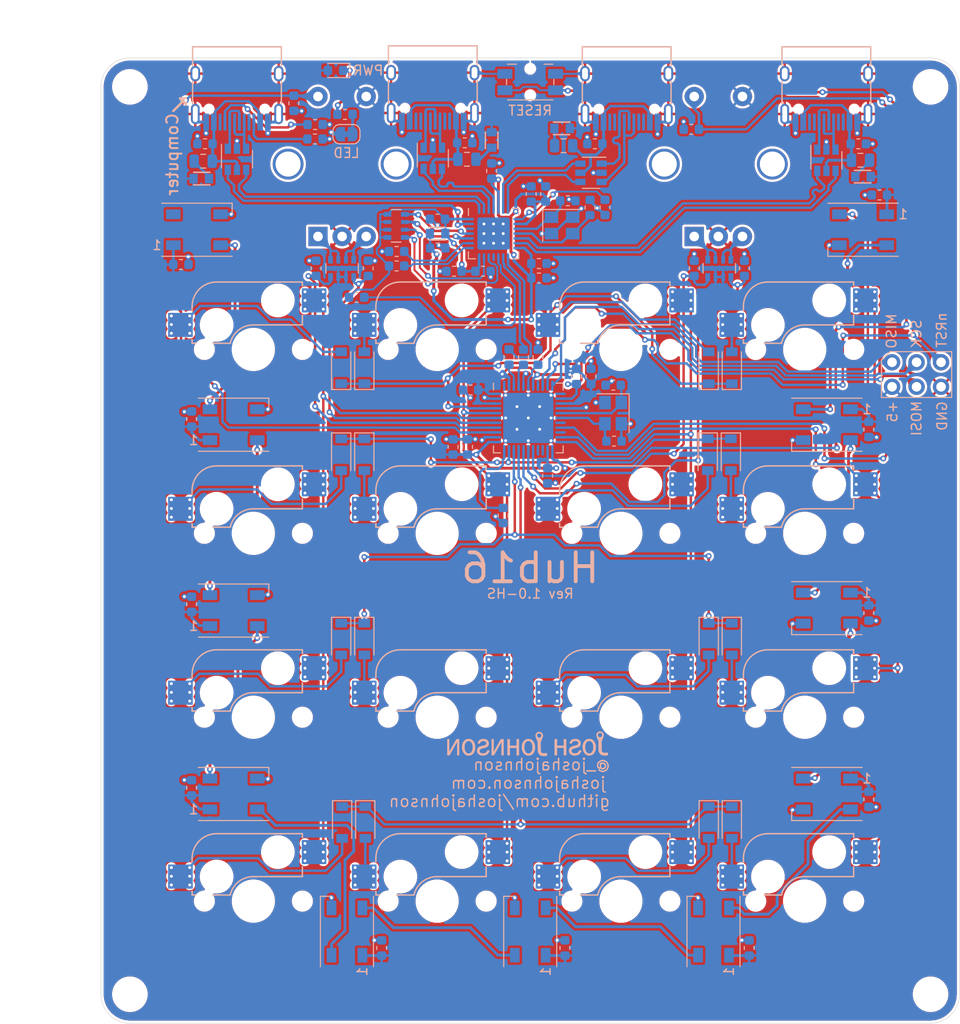
<source format=kicad_pcb>
(kicad_pcb (version 20171130) (host pcbnew 5.1.6-c6e7f7d~87~ubuntu20.04.1)
  (title_block (title Hub16) (date 2020-09-14) (rev 1.0-HS) (company "Josh Johnson"))
  (layers (0 F.Cu signal) (31 B.Cu signal) (34 B.Paste user) (35 F.Paste user) (36 B.SilkS user) (37 F.SilkS user) (38 B.Mask user) (39 F.Mask user) (44 Edge.Cuts user))
  (net 0 "")
  (net 1 GND)
  (net 2 VBUS)
  (net 3 "Net-(C2-Pad1)")
  (net 4 "Net-(C3-Pad1)")
  (net 5 "Net-(C4-Pad1)")
  (net 6 +5V)
  (net 7 /LED_DAT)
  (net 8 "Net-(D2-Pad2)")
  (net 9 "Net-(D3-Pad2)")
  (net 10 "Net-(D10-Pad4)")
  (net 11 "Net-(D5-Pad2)")
  (net 12 /row1)
  (net 13 /row2)
  (net 14 "Net-(D6-Pad2)")
  (net 15 "Net-(D7-Pad2)")
  (net 16 /row3)
  (net 17 /row4)
  (net 18 "Net-(D8-Pad2)")
  (net 19 "Net-(D10-Pad2)")
  (net 20 "Net-(D11-Pad2)")
  (net 21 "Net-(D12-Pad2)")
  (net 22 "Net-(D13-Pad2)")
  (net 23 "Net-(D14-Pad2)")
  (net 24 "Net-(D16-Pad2)")
  (net 25 "Net-(D17-Pad2)")
  (net 26 "Net-(D18-Pad2)")
  (net 27 "Net-(D19-Pad2)")
  (net 28 "Net-(D20-Pad2)")
  (net 29 "Net-(D23-Pad2)")
  (net 30 "Net-(D24-Pad2)")
  (net 31 "Net-(D25-Pad2)")
  (net 32 "Net-(D26-Pad2)")
  (net 33 "Net-(D27-Pad2)")
  (net 34 /MISO)
  (net 35 /MOSI)
  (net 36 /SCK)
  (net 37 /nRST)
  (net 38 /col1)
  (net 39 /col2)
  (net 40 /col3)
  (net 41 /col4)
  (net 42 "Net-(R5-Pad1)")
  (net 43 "Net-(D29-Pad2)")
  (net 44 "Net-(D30-Pad2)")
  (net 45 "Net-(D31-Pad2)")
  (net 46 /ENC_1_A)
  (net 47 /ENC_1_B)
  (net 48 /ENC_1_SW)
  (net 49 /ENC_2_A)
  (net 50 /ENC_2_B)
  (net 51 /ENC_2_SW)
  (net 52 "Net-(R14-Pad1)")
  (net 53 +3V3)
  (net 54 +3.3VA)
  (net 55 "/USB Hub/XIN")
  (net 56 "/USB Hub/XOUT")
  (net 57 /USB_UP_D+)
  (net 58 "Net-(J1-PadA5)")
  (net 59 /USB_UP_D-)
  (net 60 "Net-(J1-PadB5)")
  (net 61 "/USB Hub/D2_D+")
  (net 62 "/USB Hub/D2_D-")
  (net 63 "/USB Hub/D1_D+")
  (net 64 "/USB Hub/D1_D-")
  (net 65 "/USB Hub/D3_D+")
  (net 66 "/USB Hub/D3_D-")
  (net 67 "/USB Hub/USB_DN_D+")
  (net 68 "Net-(R6-Pad1)")
  (net 69 "/USB Hub/USB_DN_D-")
  (net 70 "Net-(R7-Pad1)")
  (net 71 "Net-(RN1-Pad5)")
  (net 72 "Net-(RN3-Pad5)")
  (net 73 "Net-(RN3-Pad7)")
  (net 74 "/USB Hub/nOVR_4")
  (net 75 "/USB Hub/nOVR_2")
  (net 76 "/USB Hub/nOVR_3")
  (net 77 "/USB Hub/nOVR_1")
  (net 78 "/USB Hub/UP_USB_P")
  (net 79 "/USB Hub/UP_USB_N")
  (net 80 "Net-(RN1-Pad7)")
  (net 81 "Net-(R9-Pad1)")
  (net 82 "Net-(C24-Pad1)")
  (net 83 "Net-(C25-Pad1)")
  (net 84 "Net-(C26-Pad1)")
  (net 85 "Net-(F2-Pad2)")
  (net 86 "Net-(F3-Pad2)")
  (net 87 "Net-(F4-Pad2)")
  (net 88 "Net-(J4-PadA6)")
  (net 89 "Net-(J4-PadA7)")
  (net 90 "Net-(J5-PadA6)")
  (net 91 "Net-(J5-PadA7)")
  (net 92 "Net-(R10-Pad1)")
  (net 93 "Net-(R12-Pad1)")
  (net 94 "Net-(F1-Pad1)")
  (net 95 /LED_1)
  (net 96 "Net-(D1-Pad1)")
  (net 97 "Net-(JP11-Pad1)")
  (net 98 "/USB Hub/CON2_D+")
  (net 99 "/USB Hub/CON2_D-")
  (module josh-keyboard:Kailh_Hotswap_1U (layer B.Cu) (at 82.35 69.2)
    (fp_text reference K6 hide)
    (fp_text value "Kailh Hotswap Socket")
    (pad 1 thru_hole circle (at 5.35 -4.175) (size 0.6 0.6) (drill 0.3) (layers *.Cu B.Mask) (net 39 /col2))
    (pad 1 thru_hole circle (at 7.25 -4.175) (size 0.6 0.6) (drill 0.3) (layers *.Cu B.Mask) (net 39 /col2))
    (pad 1 thru_hole circle (at 7.25 -5.975) (size 0.6 0.6) (drill 0.3) (layers *.Cu B.Mask) (net 39 /col2))
    (pad 1 thru_hole circle (at 7.25 -5.075) (size 0.6 0.6) (drill 0.3) (layers *.Cu B.Mask) (net 39 /col2))
    (pad 1 thru_hole circle (at 5.35 -5.975) (size 0.6 0.6) (drill 0.3) (layers *.Cu B.Mask) (net 39 /col2))
    (pad 1 thru_hole circle (at 5.35 -5.075) (size 0.6 0.6) (drill 0.3) (layers *.Cu B.Mask) (net 39 /col2))
    (pad 2 thru_hole circle (at -6.6 -2.575) (size 0.6 0.6) (drill 0.3) (layers *.Cu B.Mask) (net 20 "Net-(D11-Pad2)"))
    (pad 2 thru_hole circle (at -8.5 -2.575) (size 0.6 0.6) (drill 0.3) (layers *.Cu B.Mask) (net 20 "Net-(D11-Pad2)"))
    (pad 2 thru_hole circle (at -8.5 -3.475) (size 0.6 0.6) (drill 0.3) (layers *.Cu B.Mask) (net 20 "Net-(D11-Pad2)"))
    (pad 2 thru_hole circle (at -6.6 -3.475) (size 0.6 0.6) (drill 0.3) (layers *.Cu B.Mask) (net 20 "Net-(D11-Pad2)"))
    (pad 2 thru_hole circle (at -6.6 -1.675) (size 0.6 0.6) (drill 0.3) (layers *.Cu B.Mask) (net 20 "Net-(D11-Pad2)"))
    (pad 2 thru_hole circle (at -8.5 -1.675) (size 0.6 0.6) (drill 0.3) (layers *.Cu B.Mask) (net 20 "Net-(D11-Pad2)"))
    (pad 2 smd rect (at -7.56 -2.54) (size 2.55 2.5) (layers B.Cu B.Paste B.Mask) (net 20 "Net-(D11-Pad2)"))
    (pad "" np_thru_hole circle (at -5.08 0) (size 1.7018 1.7018) (drill 1.7018) (layers *.Cu *.Mask))
    (pad "" np_thru_hole circle (at 5.08 0) (size 1.7018 1.7018) (drill 1.7018) (layers *.Cu *.Mask))
    (pad "" np_thru_hole circle (at 0 0) (size 3.9878 3.9878) (drill 3.9878) (layers *.Cu *.Mask))
    (pad 1 smd rect (at 6.29 -5.08) (size 2.55 2.5) (layers B.Cu B.Paste B.Mask) (net 39 /col2))
    (pad "" np_thru_hole circle (at 2.54 -5.08) (size 3 3) (drill 3) (layers *.Cu *.Mask))
    (pad "" np_thru_hole circle (at -3.81 -2.54) (size 3 3) (drill 3) (layers *.Cu *.Mask))
  )
  (module josh-keyboard:Kailh_Hotswap_1U (layer B.Cu) (at 101.4 69.2)
    (fp_text reference K11 hide)
    (fp_text value "Kailh Hotswap Socket")
    (pad 1 thru_hole circle (at 5.35 -4.175) (size 0.6 0.6) (drill 0.3) (layers *.Cu B.Mask) (net 40 /col3))
    (pad 1 thru_hole circle (at 7.25 -4.175) (size 0.6 0.6) (drill 0.3) (layers *.Cu B.Mask) (net 40 /col3))
    (pad 1 thru_hole circle (at 7.25 -5.975) (size 0.6 0.6) (drill 0.3) (layers *.Cu B.Mask) (net 40 /col3))
    (pad 1 thru_hole circle (at 7.25 -5.075) (size 0.6 0.6) (drill 0.3) (layers *.Cu B.Mask) (net 40 /col3))
    (pad 1 thru_hole circle (at 5.35 -5.975) (size 0.6 0.6) (drill 0.3) (layers *.Cu B.Mask) (net 40 /col3))
    (pad 1 thru_hole circle (at 5.35 -5.075) (size 0.6 0.6) (drill 0.3) (layers *.Cu B.Mask) (net 40 /col3))
    (pad 2 thru_hole circle (at -6.6 -2.575) (size 0.6 0.6) (drill 0.3) (layers *.Cu B.Mask) (net 25 "Net-(D17-Pad2)"))
    (pad 2 thru_hole circle (at -8.5 -2.575) (size 0.6 0.6) (drill 0.3) (layers *.Cu B.Mask) (net 25 "Net-(D17-Pad2)"))
    (pad 2 thru_hole circle (at -8.5 -3.475) (size 0.6 0.6) (drill 0.3) (layers *.Cu B.Mask) (net 25 "Net-(D17-Pad2)"))
    (pad 2 thru_hole circle (at -6.6 -3.475) (size 0.6 0.6) (drill 0.3) (layers *.Cu B.Mask) (net 25 "Net-(D17-Pad2)"))
    (pad 2 thru_hole circle (at -6.6 -1.675) (size 0.6 0.6) (drill 0.3) (layers *.Cu B.Mask) (net 25 "Net-(D17-Pad2)"))
    (pad 2 thru_hole circle (at -8.5 -1.675) (size 0.6 0.6) (drill 0.3) (layers *.Cu B.Mask) (net 25 "Net-(D17-Pad2)"))
    (pad 2 smd rect (at -7.56 -2.54) (size 2.55 2.5) (layers B.Cu B.Paste B.Mask) (net 25 "Net-(D17-Pad2)"))
    (pad "" np_thru_hole circle (at -5.08 0) (size 1.7018 1.7018) (drill 1.7018) (layers *.Cu *.Mask))
    (pad "" np_thru_hole circle (at 5.08 0) (size 1.7018 1.7018) (drill 1.7018) (layers *.Cu *.Mask))
    (pad "" np_thru_hole circle (at 0 0) (size 3.9878 3.9878) (drill 3.9878) (layers *.Cu *.Mask))
    (pad 1 smd rect (at 6.29 -5.08) (size 2.55 2.5) (layers B.Cu B.Paste B.Mask) (net 40 /col3))
    (pad "" np_thru_hole circle (at 2.54 -5.08) (size 3 3) (drill 3) (layers *.Cu *.Mask))
    (pad "" np_thru_hole circle (at -3.81 -2.54) (size 3 3) (drill 3) (layers *.Cu *.Mask))
  )
  (module josh-keyboard:Kailh_Hotswap_1U (layer B.Cu) (at 120.45 126.35)
    (fp_text reference K19 hide)
    (fp_text value "Kailh Hotswap Socket")
    (pad 1 thru_hole circle (at 5.35 -4.175) (size 0.6 0.6) (drill 0.3) (layers *.Cu B.Mask) (net 41 /col4))
    (pad 1 thru_hole circle (at 7.25 -4.175) (size 0.6 0.6) (drill 0.3) (layers *.Cu B.Mask) (net 41 /col4))
    (pad 1 thru_hole circle (at 7.25 -5.975) (size 0.6 0.6) (drill 0.3) (layers *.Cu B.Mask) (net 41 /col4))
    (pad 1 thru_hole circle (at 7.25 -5.075) (size 0.6 0.6) (drill 0.3) (layers *.Cu B.Mask) (net 41 /col4))
    (pad 1 thru_hole circle (at 5.35 -5.975) (size 0.6 0.6) (drill 0.3) (layers *.Cu B.Mask) (net 41 /col4))
    (pad 1 thru_hole circle (at 5.35 -5.075) (size 0.6 0.6) (drill 0.3) (layers *.Cu B.Mask) (net 41 /col4))
    (pad 2 thru_hole circle (at -6.6 -2.575) (size 0.6 0.6) (drill 0.3) (layers *.Cu B.Mask) (net 33 "Net-(D27-Pad2)"))
    (pad 2 thru_hole circle (at -8.5 -2.575) (size 0.6 0.6) (drill 0.3) (layers *.Cu B.Mask) (net 33 "Net-(D27-Pad2)"))
    (pad 2 thru_hole circle (at -8.5 -3.475) (size 0.6 0.6) (drill 0.3) (layers *.Cu B.Mask) (net 33 "Net-(D27-Pad2)"))
    (pad 2 thru_hole circle (at -6.6 -3.475) (size 0.6 0.6) (drill 0.3) (layers *.Cu B.Mask) (net 33 "Net-(D27-Pad2)"))
    (pad 2 thru_hole circle (at -6.6 -1.675) (size 0.6 0.6) (drill 0.3) (layers *.Cu B.Mask) (net 33 "Net-(D27-Pad2)"))
    (pad 2 thru_hole circle (at -8.5 -1.675) (size 0.6 0.6) (drill 0.3) (layers *.Cu B.Mask) (net 33 "Net-(D27-Pad2)"))
    (pad 2 smd rect (at -7.56 -2.54) (size 2.55 2.5) (layers B.Cu B.Paste B.Mask) (net 33 "Net-(D27-Pad2)"))
    (pad "" np_thru_hole circle (at -5.08 0) (size 1.7018 1.7018) (drill 1.7018) (layers *.Cu *.Mask))
    (pad "" np_thru_hole circle (at 5.08 0) (size 1.7018 1.7018) (drill 1.7018) (layers *.Cu *.Mask))
    (pad "" np_thru_hole circle (at 0 0) (size 3.9878 3.9878) (drill 3.9878) (layers *.Cu *.Mask))
    (pad 1 smd rect (at 6.29 -5.08) (size 2.55 2.5) (layers B.Cu B.Paste B.Mask) (net 41 /col4))
    (pad "" np_thru_hole circle (at 2.54 -5.08) (size 3 3) (drill 3) (layers *.Cu *.Mask))
    (pad "" np_thru_hole circle (at -3.81 -2.54) (size 3 3) (drill 3) (layers *.Cu *.Mask))
  )
  (module josh-keyboard:Kailh_Hotswap_1U (layer B.Cu) (at 120.45 107.3)
    (fp_text reference K18 hide)
    (fp_text value "Kailh Hotswap Socket")
    (pad 1 thru_hole circle (at 5.35 -4.175) (size 0.6 0.6) (drill 0.3) (layers *.Cu B.Mask) (net 41 /col4))
    (pad 1 thru_hole circle (at 7.25 -4.175) (size 0.6 0.6) (drill 0.3) (layers *.Cu B.Mask) (net 41 /col4))
    (pad 1 thru_hole circle (at 7.25 -5.975) (size 0.6 0.6) (drill 0.3) (layers *.Cu B.Mask) (net 41 /col4))
    (pad 1 thru_hole circle (at 7.25 -5.075) (size 0.6 0.6) (drill 0.3) (layers *.Cu B.Mask) (net 41 /col4))
    (pad 1 thru_hole circle (at 5.35 -5.975) (size 0.6 0.6) (drill 0.3) (layers *.Cu B.Mask) (net 41 /col4))
    (pad 1 thru_hole circle (at 5.35 -5.075) (size 0.6 0.6) (drill 0.3) (layers *.Cu B.Mask) (net 41 /col4))
    (pad 2 thru_hole circle (at -6.6 -2.575) (size 0.6 0.6) (drill 0.3) (layers *.Cu B.Mask) (net 32 "Net-(D26-Pad2)"))
    (pad 2 thru_hole circle (at -8.5 -2.575) (size 0.6 0.6) (drill 0.3) (layers *.Cu B.Mask) (net 32 "Net-(D26-Pad2)"))
    (pad 2 thru_hole circle (at -8.5 -3.475) (size 0.6 0.6) (drill 0.3) (layers *.Cu B.Mask) (net 32 "Net-(D26-Pad2)"))
    (pad 2 thru_hole circle (at -6.6 -3.475) (size 0.6 0.6) (drill 0.3) (layers *.Cu B.Mask) (net 32 "Net-(D26-Pad2)"))
    (pad 2 thru_hole circle (at -6.6 -1.675) (size 0.6 0.6) (drill 0.3) (layers *.Cu B.Mask) (net 32 "Net-(D26-Pad2)"))
    (pad 2 thru_hole circle (at -8.5 -1.675) (size 0.6 0.6) (drill 0.3) (layers *.Cu B.Mask) (net 32 "Net-(D26-Pad2)"))
    (pad 2 smd rect (at -7.56 -2.54) (size 2.55 2.5) (layers B.Cu B.Paste B.Mask) (net 32 "Net-(D26-Pad2)"))
    (pad "" np_thru_hole circle (at -5.08 0) (size 1.7018 1.7018) (drill 1.7018) (layers *.Cu *.Mask))
    (pad "" np_thru_hole circle (at 5.08 0) (size 1.7018 1.7018) (drill 1.7018) (layers *.Cu *.Mask))
    (pad "" np_thru_hole circle (at 0 0) (size 3.9878 3.9878) (drill 3.9878) (layers *.Cu *.Mask))
    (pad 1 smd rect (at 6.29 -5.08) (size 2.55 2.5) (layers B.Cu B.Paste B.Mask) (net 41 /col4))
    (pad "" np_thru_hole circle (at 2.54 -5.08) (size 3 3) (drill 3) (layers *.Cu *.Mask))
    (pad "" np_thru_hole circle (at -3.81 -2.54) (size 3 3) (drill 3) (layers *.Cu *.Mask))
  )
  (module josh-keyboard:Kailh_Hotswap_1U (layer B.Cu) (at 120.45 88.25)
    (fp_text reference K17 hide)
    (fp_text value "Kailh Hotswap Socket")
    (pad 1 thru_hole circle (at 5.35 -4.175) (size 0.6 0.6) (drill 0.3) (layers *.Cu B.Mask) (net 41 /col4))
    (pad 1 thru_hole circle (at 7.25 -4.175) (size 0.6 0.6) (drill 0.3) (layers *.Cu B.Mask) (net 41 /col4))
    (pad 1 thru_hole circle (at 7.25 -5.975) (size 0.6 0.6) (drill 0.3) (layers *.Cu B.Mask) (net 41 /col4))
    (pad 1 thru_hole circle (at 7.25 -5.075) (size 0.6 0.6) (drill 0.3) (layers *.Cu B.Mask) (net 41 /col4))
    (pad 1 thru_hole circle (at 5.35 -5.975) (size 0.6 0.6) (drill 0.3) (layers *.Cu B.Mask) (net 41 /col4))
    (pad 1 thru_hole circle (at 5.35 -5.075) (size 0.6 0.6) (drill 0.3) (layers *.Cu B.Mask) (net 41 /col4))
    (pad 2 thru_hole circle (at -6.6 -2.575) (size 0.6 0.6) (drill 0.3) (layers *.Cu B.Mask) (net 31 "Net-(D25-Pad2)"))
    (pad 2 thru_hole circle (at -8.5 -2.575) (size 0.6 0.6) (drill 0.3) (layers *.Cu B.Mask) (net 31 "Net-(D25-Pad2)"))
    (pad 2 thru_hole circle (at -8.5 -3.475) (size 0.6 0.6) (drill 0.3) (layers *.Cu B.Mask) (net 31 "Net-(D25-Pad2)"))
    (pad 2 thru_hole circle (at -6.6 -3.475) (size 0.6 0.6) (drill 0.3) (layers *.Cu B.Mask) (net 31 "Net-(D25-Pad2)"))
    (pad 2 thru_hole circle (at -6.6 -1.675) (size 0.6 0.6) (drill 0.3) (layers *.Cu B.Mask) (net 31 "Net-(D25-Pad2)"))
    (pad 2 thru_hole circle (at -8.5 -1.675) (size 0.6 0.6) (drill 0.3) (layers *.Cu B.Mask) (net 31 "Net-(D25-Pad2)"))
    (pad 2 smd rect (at -7.56 -2.54) (size 2.55 2.5) (layers B.Cu B.Paste B.Mask) (net 31 "Net-(D25-Pad2)"))
    (pad "" np_thru_hole circle (at -5.08 0) (size 1.7018 1.7018) (drill 1.7018) (layers *.Cu *.Mask))
    (pad "" np_thru_hole circle (at 5.08 0) (size 1.7018 1.7018) (drill 1.7018) (layers *.Cu *.Mask))
    (pad "" np_thru_hole circle (at 0 0) (size 3.9878 3.9878) (drill 3.9878) (layers *.Cu *.Mask))
    (pad 1 smd rect (at 6.29 -5.08) (size 2.55 2.5) (layers B.Cu B.Paste B.Mask) (net 41 /col4))
    (pad "" np_thru_hole circle (at 2.54 -5.08) (size 3 3) (drill 3) (layers *.Cu *.Mask))
    (pad "" np_thru_hole circle (at -3.81 -2.54) (size 3 3) (drill 3) (layers *.Cu *.Mask))
  )
  (module josh-keyboard:Kailh_Hotswap_1U (layer B.Cu) (at 120.45 69.2)
    (fp_text reference K16 hide)
    (fp_text value "Kailh Hotswap Socket")
    (pad 1 thru_hole circle (at 5.35 -4.175) (size 0.6 0.6) (drill 0.3) (layers *.Cu B.Mask) (net 41 /col4))
    (pad 1 thru_hole circle (at 7.25 -4.175) (size 0.6 0.6) (drill 0.3) (layers *.Cu B.Mask) (net 41 /col4))
    (pad 1 thru_hole circle (at 7.25 -5.975) (size 0.6 0.6) (drill 0.3) (layers *.Cu B.Mask) (net 41 /col4))
    (pad 1 thru_hole circle (at 7.25 -5.075) (size 0.6 0.6) (drill 0.3) (layers *.Cu B.Mask) (net 41 /col4))
    (pad 1 thru_hole circle (at 5.35 -5.975) (size 0.6 0.6) (drill 0.3) (layers *.Cu B.Mask) (net 41 /col4))
    (pad 1 thru_hole circle (at 5.35 -5.075) (size 0.6 0.6) (drill 0.3) (layers *.Cu B.Mask) (net 41 /col4))
    (pad 2 thru_hole circle (at -6.6 -2.575) (size 0.6 0.6) (drill 0.3) (layers *.Cu B.Mask) (net 30 "Net-(D24-Pad2)"))
    (pad 2 thru_hole circle (at -8.5 -2.575) (size 0.6 0.6) (drill 0.3) (layers *.Cu B.Mask) (net 30 "Net-(D24-Pad2)"))
    (pad 2 thru_hole circle (at -8.5 -3.475) (size 0.6 0.6) (drill 0.3) (layers *.Cu B.Mask) (net 30 "Net-(D24-Pad2)"))
    (pad 2 thru_hole circle (at -6.6 -3.475) (size 0.6 0.6) (drill 0.3) (layers *.Cu B.Mask) (net 30 "Net-(D24-Pad2)"))
    (pad 2 thru_hole circle (at -6.6 -1.675) (size 0.6 0.6) (drill 0.3) (layers *.Cu B.Mask) (net 30 "Net-(D24-Pad2)"))
    (pad 2 thru_hole circle (at -8.5 -1.675) (size 0.6 0.6) (drill 0.3) (layers *.Cu B.Mask) (net 30 "Net-(D24-Pad2)"))
    (pad 2 smd rect (at -7.56 -2.54) (size 2.55 2.5) (layers B.Cu B.Paste B.Mask) (net 30 "Net-(D24-Pad2)"))
    (pad "" np_thru_hole circle (at -5.08 0) (size 1.7018 1.7018) (drill 1.7018) (layers *.Cu *.Mask))
    (pad "" np_thru_hole circle (at 5.08 0) (size 1.7018 1.7018) (drill 1.7018) (layers *.Cu *.Mask))
    (pad "" np_thru_hole circle (at 0 0) (size 3.9878 3.9878) (drill 3.9878) (layers *.Cu *.Mask))
    (pad 1 smd rect (at 6.29 -5.08) (size 2.55 2.5) (layers B.Cu B.Paste B.Mask) (net 41 /col4))
    (pad "" np_thru_hole circle (at 2.54 -5.08) (size 3 3) (drill 3) (layers *.Cu *.Mask))
    (pad "" np_thru_hole circle (at -3.81 -2.54) (size 3 3) (drill 3) (layers *.Cu *.Mask))
  )
  (module josh-keyboard:Kailh_Hotswap_1U (layer B.Cu) (at 101.4 126.35)
    (fp_text reference K14 hide)
    (fp_text value "Kailh Hotswap Socket")
    (pad 1 thru_hole circle (at 5.35 -4.175) (size 0.6 0.6) (drill 0.3) (layers *.Cu B.Mask) (net 40 /col3))
    (pad 1 thru_hole circle (at 7.25 -4.175) (size 0.6 0.6) (drill 0.3) (layers *.Cu B.Mask) (net 40 /col3))
    (pad 1 thru_hole circle (at 7.25 -5.975) (size 0.6 0.6) (drill 0.3) (layers *.Cu B.Mask) (net 40 /col3))
    (pad 1 thru_hole circle (at 7.25 -5.075) (size 0.6 0.6) (drill 0.3) (layers *.Cu B.Mask) (net 40 /col3))
    (pad 1 thru_hole circle (at 5.35 -5.975) (size 0.6 0.6) (drill 0.3) (layers *.Cu B.Mask) (net 40 /col3))
    (pad 1 thru_hole circle (at 5.35 -5.075) (size 0.6 0.6) (drill 0.3) (layers *.Cu B.Mask) (net 40 /col3))
    (pad 2 thru_hole circle (at -6.6 -2.575) (size 0.6 0.6) (drill 0.3) (layers *.Cu B.Mask) (net 28 "Net-(D20-Pad2)"))
    (pad 2 thru_hole circle (at -8.5 -2.575) (size 0.6 0.6) (drill 0.3) (layers *.Cu B.Mask) (net 28 "Net-(D20-Pad2)"))
    (pad 2 thru_hole circle (at -8.5 -3.475) (size 0.6 0.6) (drill 0.3) (layers *.Cu B.Mask) (net 28 "Net-(D20-Pad2)"))
    (pad 2 thru_hole circle (at -6.6 -3.475) (size 0.6 0.6) (drill 0.3) (layers *.Cu B.Mask) (net 28 "Net-(D20-Pad2)"))
    (pad 2 thru_hole circle (at -6.6 -1.675) (size 0.6 0.6) (drill 0.3) (layers *.Cu B.Mask) (net 28 "Net-(D20-Pad2)"))
    (pad 2 thru_hole circle (at -8.5 -1.675) (size 0.6 0.6) (drill 0.3) (layers *.Cu B.Mask) (net 28 "Net-(D20-Pad2)"))
    (pad 2 smd rect (at -7.56 -2.54) (size 2.55 2.5) (layers B.Cu B.Paste B.Mask) (net 28 "Net-(D20-Pad2)"))
    (pad "" np_thru_hole circle (at -5.08 0) (size 1.7018 1.7018) (drill 1.7018) (layers *.Cu *.Mask))
    (pad "" np_thru_hole circle (at 5.08 0) (size 1.7018 1.7018) (drill 1.7018) (layers *.Cu *.Mask))
    (pad "" np_thru_hole circle (at 0 0) (size 3.9878 3.9878) (drill 3.9878) (layers *.Cu *.Mask))
    (pad 1 smd rect (at 6.29 -5.08) (size 2.55 2.5) (layers B.Cu B.Paste B.Mask) (net 40 /col3))
    (pad "" np_thru_hole circle (at 2.54 -5.08) (size 3 3) (drill 3) (layers *.Cu *.Mask))
    (pad "" np_thru_hole circle (at -3.81 -2.54) (size 3 3) (drill 3) (layers *.Cu *.Mask))
  )
  (module josh-keyboard:Kailh_Hotswap_1U (layer B.Cu) (at 101.4 107.3)
    (fp_text reference K13 hide)
    (fp_text value "Kailh Hotswap Socket")
    (pad 1 thru_hole circle (at 5.35 -4.175) (size 0.6 0.6) (drill 0.3) (layers *.Cu B.Mask) (net 40 /col3))
    (pad 1 thru_hole circle (at 7.25 -4.175) (size 0.6 0.6) (drill 0.3) (layers *.Cu B.Mask) (net 40 /col3))
    (pad 1 thru_hole circle (at 7.25 -5.975) (size 0.6 0.6) (drill 0.3) (layers *.Cu B.Mask) (net 40 /col3))
    (pad 1 thru_hole circle (at 7.25 -5.075) (size 0.6 0.6) (drill 0.3) (layers *.Cu B.Mask) (net 40 /col3))
    (pad 1 thru_hole circle (at 5.35 -5.975) (size 0.6 0.6) (drill 0.3) (layers *.Cu B.Mask) (net 40 /col3))
    (pad 1 thru_hole circle (at 5.35 -5.075) (size 0.6 0.6) (drill 0.3) (layers *.Cu B.Mask) (net 40 /col3))
    (pad 2 thru_hole circle (at -6.6 -2.575) (size 0.6 0.6) (drill 0.3) (layers *.Cu B.Mask) (net 27 "Net-(D19-Pad2)"))
    (pad 2 thru_hole circle (at -8.5 -2.575) (size 0.6 0.6) (drill 0.3) (layers *.Cu B.Mask) (net 27 "Net-(D19-Pad2)"))
    (pad 2 thru_hole circle (at -8.5 -3.475) (size 0.6 0.6) (drill 0.3) (layers *.Cu B.Mask) (net 27 "Net-(D19-Pad2)"))
    (pad 2 thru_hole circle (at -6.6 -3.475) (size 0.6 0.6) (drill 0.3) (layers *.Cu B.Mask) (net 27 "Net-(D19-Pad2)"))
    (pad 2 thru_hole circle (at -6.6 -1.675) (size 0.6 0.6) (drill 0.3) (layers *.Cu B.Mask) (net 27 "Net-(D19-Pad2)"))
    (pad 2 thru_hole circle (at -8.5 -1.675) (size 0.6 0.6) (drill 0.3) (layers *.Cu B.Mask) (net 27 "Net-(D19-Pad2)"))
    (pad 2 smd rect (at -7.56 -2.54) (size 2.55 2.5) (layers B.Cu B.Paste B.Mask) (net 27 "Net-(D19-Pad2)"))
    (pad "" np_thru_hole circle (at -5.08 0) (size 1.7018 1.7018) (drill 1.7018) (layers *.Cu *.Mask))
    (pad "" np_thru_hole circle (at 5.08 0) (size 1.7018 1.7018) (drill 1.7018) (layers *.Cu *.Mask))
    (pad "" np_thru_hole circle (at 0 0) (size 3.9878 3.9878) (drill 3.9878) (layers *.Cu *.Mask))
    (pad 1 smd rect (at 6.29 -5.08) (size 2.55 2.5) (layers B.Cu B.Paste B.Mask) (net 40 /col3))
    (pad "" np_thru_hole circle (at 2.54 -5.08) (size 3 3) (drill 3) (layers *.Cu *.Mask))
    (pad "" np_thru_hole circle (at -3.81 -2.54) (size 3 3) (drill 3) (layers *.Cu *.Mask))
  )
  (module josh-keyboard:Kailh_Hotswap_1U (layer B.Cu) (at 101.4 88.25)
    (fp_text reference K12 hide)
    (fp_text value "Kailh Hotswap Socket")
    (pad 1 thru_hole circle (at 5.35 -4.175) (size 0.6 0.6) (drill 0.3) (layers *.Cu B.Mask) (net 40 /col3))
    (pad 1 thru_hole circle (at 7.25 -4.175) (size 0.6 0.6) (drill 0.3) (layers *.Cu B.Mask) (net 40 /col3))
    (pad 1 thru_hole circle (at 7.25 -5.975) (size 0.6 0.6) (drill 0.3) (layers *.Cu B.Mask) (net 40 /col3))
    (pad 1 thru_hole circle (at 7.25 -5.075) (size 0.6 0.6) (drill 0.3) (layers *.Cu B.Mask) (net 40 /col3))
    (pad 1 thru_hole circle (at 5.35 -5.975) (size 0.6 0.6) (drill 0.3) (layers *.Cu B.Mask) (net 40 /col3))
    (pad 1 thru_hole circle (at 5.35 -5.075) (size 0.6 0.6) (drill 0.3) (layers *.Cu B.Mask) (net 40 /col3))
    (pad 2 thru_hole circle (at -6.6 -2.575) (size 0.6 0.6) (drill 0.3) (layers *.Cu B.Mask) (net 26 "Net-(D18-Pad2)"))
    (pad 2 thru_hole circle (at -8.5 -2.575) (size 0.6 0.6) (drill 0.3) (layers *.Cu B.Mask) (net 26 "Net-(D18-Pad2)"))
    (pad 2 thru_hole circle (at -8.5 -3.475) (size 0.6 0.6) (drill 0.3) (layers *.Cu B.Mask) (net 26 "Net-(D18-Pad2)"))
    (pad 2 thru_hole circle (at -6.6 -3.475) (size 0.6 0.6) (drill 0.3) (layers *.Cu B.Mask) (net 26 "Net-(D18-Pad2)"))
    (pad 2 thru_hole circle (at -6.6 -1.675) (size 0.6 0.6) (drill 0.3) (layers *.Cu B.Mask) (net 26 "Net-(D18-Pad2)"))
    (pad 2 thru_hole circle (at -8.5 -1.675) (size 0.6 0.6) (drill 0.3) (layers *.Cu B.Mask) (net 26 "Net-(D18-Pad2)"))
    (pad 2 smd rect (at -7.56 -2.54) (size 2.55 2.5) (layers B.Cu B.Paste B.Mask) (net 26 "Net-(D18-Pad2)"))
    (pad "" np_thru_hole circle (at -5.08 0) (size 1.7018 1.7018) (drill 1.7018) (layers *.Cu *.Mask))
    (pad "" np_thru_hole circle (at 5.08 0) (size 1.7018 1.7018) (drill 1.7018) (layers *.Cu *.Mask))
    (pad "" np_thru_hole circle (at 0 0) (size 3.9878 3.9878) (drill 3.9878) (layers *.Cu *.Mask))
    (pad 1 smd rect (at 6.29 -5.08) (size 2.55 2.5) (layers B.Cu B.Paste B.Mask) (net 40 /col3))
    (pad "" np_thru_hole circle (at 2.54 -5.08) (size 3 3) (drill 3) (layers *.Cu *.Mask))
    (pad "" np_thru_hole circle (at -3.81 -2.54) (size 3 3) (drill 3) (layers *.Cu *.Mask))
  )
  (module josh-keyboard:Kailh_Hotswap_1U (layer B.Cu) (at 82.35 126.35)
    (fp_text reference K9 hide)
    (fp_text value "Kailh Hotswap Socket")
    (pad 1 thru_hole circle (at 5.35 -4.175) (size 0.6 0.6) (drill 0.3) (layers *.Cu B.Mask) (net 39 /col2))
    (pad 1 thru_hole circle (at 7.25 -4.175) (size 0.6 0.6) (drill 0.3) (layers *.Cu B.Mask) (net 39 /col2))
    (pad 1 thru_hole circle (at 7.25 -5.975) (size 0.6 0.6) (drill 0.3) (layers *.Cu B.Mask) (net 39 /col2))
    (pad 1 thru_hole circle (at 7.25 -5.075) (size 0.6 0.6) (drill 0.3) (layers *.Cu B.Mask) (net 39 /col2))
    (pad 1 thru_hole circle (at 5.35 -5.975) (size 0.6 0.6) (drill 0.3) (layers *.Cu B.Mask) (net 39 /col2))
    (pad 1 thru_hole circle (at 5.35 -5.075) (size 0.6 0.6) (drill 0.3) (layers *.Cu B.Mask) (net 39 /col2))
    (pad 2 thru_hole circle (at -6.6 -2.575) (size 0.6 0.6) (drill 0.3) (layers *.Cu B.Mask) (net 23 "Net-(D14-Pad2)"))
    (pad 2 thru_hole circle (at -8.5 -2.575) (size 0.6 0.6) (drill 0.3) (layers *.Cu B.Mask) (net 23 "Net-(D14-Pad2)"))
    (pad 2 thru_hole circle (at -8.5 -3.475) (size 0.6 0.6) (drill 0.3) (layers *.Cu B.Mask) (net 23 "Net-(D14-Pad2)"))
    (pad 2 thru_hole circle (at -6.6 -3.475) (size 0.6 0.6) (drill 0.3) (layers *.Cu B.Mask) (net 23 "Net-(D14-Pad2)"))
    (pad 2 thru_hole circle (at -6.6 -1.675) (size 0.6 0.6) (drill 0.3) (layers *.Cu B.Mask) (net 23 "Net-(D14-Pad2)"))
    (pad 2 thru_hole circle (at -8.5 -1.675) (size 0.6 0.6) (drill 0.3) (layers *.Cu B.Mask) (net 23 "Net-(D14-Pad2)"))
    (pad 2 smd rect (at -7.56 -2.54) (size 2.55 2.5) (layers B.Cu B.Paste B.Mask) (net 23 "Net-(D14-Pad2)"))
    (pad "" np_thru_hole circle (at -5.08 0) (size 1.7018 1.7018) (drill 1.7018) (layers *.Cu *.Mask))
    (pad "" np_thru_hole circle (at 5.08 0) (size 1.7018 1.7018) (drill 1.7018) (layers *.Cu *.Mask))
    (pad "" np_thru_hole circle (at 0 0) (size 3.9878 3.9878) (drill 3.9878) (layers *.Cu *.Mask))
    (pad 1 smd rect (at 6.29 -5.08) (size 2.55 2.5) (layers B.Cu B.Paste B.Mask) (net 39 /col2))
    (pad "" np_thru_hole circle (at 2.54 -5.08) (size 3 3) (drill 3) (layers *.Cu *.Mask))
    (pad "" np_thru_hole circle (at -3.81 -2.54) (size 3 3) (drill 3) (layers *.Cu *.Mask))
  )
  (module josh-keyboard:Kailh_Hotswap_1U (layer B.Cu) (at 82.35 107.3)
    (fp_text reference K8 hide)
    (fp_text value "Kailh Hotswap Socket")
    (pad 1 thru_hole circle (at 5.35 -4.175) (size 0.6 0.6) (drill 0.3) (layers *.Cu B.Mask) (net 39 /col2))
    (pad 1 thru_hole circle (at 7.25 -4.175) (size 0.6 0.6) (drill 0.3) (layers *.Cu B.Mask) (net 39 /col2))
    (pad 1 thru_hole circle (at 7.25 -5.975) (size 0.6 0.6) (drill 0.3) (layers *.Cu B.Mask) (net 39 /col2))
    (pad 1 thru_hole circle (at 7.25 -5.075) (size 0.6 0.6) (drill 0.3) (layers *.Cu B.Mask) (net 39 /col2))
    (pad 1 thru_hole circle (at 5.35 -5.975) (size 0.6 0.6) (drill 0.3) (layers *.Cu B.Mask) (net 39 /col2))
    (pad 1 thru_hole circle (at 5.35 -5.075) (size 0.6 0.6) (drill 0.3) (layers *.Cu B.Mask) (net 39 /col2))
    (pad 2 thru_hole circle (at -6.6 -2.575) (size 0.6 0.6) (drill 0.3) (layers *.Cu B.Mask) (net 22 "Net-(D13-Pad2)"))
    (pad 2 thru_hole circle (at -8.5 -2.575) (size 0.6 0.6) (drill 0.3) (layers *.Cu B.Mask) (net 22 "Net-(D13-Pad2)"))
    (pad 2 thru_hole circle (at -8.5 -3.475) (size 0.6 0.6) (drill 0.3) (layers *.Cu B.Mask) (net 22 "Net-(D13-Pad2)"))
    (pad 2 thru_hole circle (at -6.6 -3.475) (size 0.6 0.6) (drill 0.3) (layers *.Cu B.Mask) (net 22 "Net-(D13-Pad2)"))
    (pad 2 thru_hole circle (at -6.6 -1.675) (size 0.6 0.6) (drill 0.3) (layers *.Cu B.Mask) (net 22 "Net-(D13-Pad2)"))
    (pad 2 thru_hole circle (at -8.5 -1.675) (size 0.6 0.6) (drill 0.3) (layers *.Cu B.Mask) (net 22 "Net-(D13-Pad2)"))
    (pad 2 smd rect (at -7.56 -2.54) (size 2.55 2.5) (layers B.Cu B.Paste B.Mask) (net 22 "Net-(D13-Pad2)"))
    (pad "" np_thru_hole circle (at -5.08 0) (size 1.7018 1.7018) (drill 1.7018) (layers *.Cu *.Mask))
    (pad "" np_thru_hole circle (at 5.08 0) (size 1.7018 1.7018) (drill 1.7018) (layers *.Cu *.Mask))
    (pad "" np_thru_hole circle (at 0 0) (size 3.9878 3.9878) (drill 3.9878) (layers *.Cu *.Mask))
    (pad 1 smd rect (at 6.29 -5.08) (size 2.55 2.5) (layers B.Cu B.Paste B.Mask) (net 39 /col2))
    (pad "" np_thru_hole circle (at 2.54 -5.08) (size 3 3) (drill 3) (layers *.Cu *.Mask))
    (pad "" np_thru_hole circle (at -3.81 -2.54) (size 3 3) (drill 3) (layers *.Cu *.Mask))
  )
  (module josh-keyboard:Kailh_Hotswap_1U (layer B.Cu) (at 82.35 88.25)
    (fp_text reference K7 hide)
    (fp_text value "Kailh Hotswap Socket")
    (pad 1 thru_hole circle (at 5.35 -4.175) (size 0.6 0.6) (drill 0.3) (layers *.Cu B.Mask) (net 39 /col2))
    (pad 1 thru_hole circle (at 7.25 -4.175) (size 0.6 0.6) (drill 0.3) (layers *.Cu B.Mask) (net 39 /col2))
    (pad 1 thru_hole circle (at 7.25 -5.975) (size 0.6 0.6) (drill 0.3) (layers *.Cu B.Mask) (net 39 /col2))
    (pad 1 thru_hole circle (at 7.25 -5.075) (size 0.6 0.6) (drill 0.3) (layers *.Cu B.Mask) (net 39 /col2))
    (pad 1 thru_hole circle (at 5.35 -5.975) (size 0.6 0.6) (drill 0.3) (layers *.Cu B.Mask) (net 39 /col2))
    (pad 1 thru_hole circle (at 5.35 -5.075) (size 0.6 0.6) (drill 0.3) (layers *.Cu B.Mask) (net 39 /col2))
    (pad 2 thru_hole circle (at -6.6 -2.575) (size 0.6 0.6) (drill 0.3) (layers *.Cu B.Mask) (net 21 "Net-(D12-Pad2)"))
    (pad 2 thru_hole circle (at -8.5 -2.575) (size 0.6 0.6) (drill 0.3) (layers *.Cu B.Mask) (net 21 "Net-(D12-Pad2)"))
    (pad 2 thru_hole circle (at -8.5 -3.475) (size 0.6 0.6) (drill 0.3) (layers *.Cu B.Mask) (net 21 "Net-(D12-Pad2)"))
    (pad 2 thru_hole circle (at -6.6 -3.475) (size 0.6 0.6) (drill 0.3) (layers *.Cu B.Mask) (net 21 "Net-(D12-Pad2)"))
    (pad 2 thru_hole circle (at -6.6 -1.675) (size 0.6 0.6) (drill 0.3) (layers *.Cu B.Mask) (net 21 "Net-(D12-Pad2)"))
    (pad 2 thru_hole circle (at -8.5 -1.675) (size 0.6 0.6) (drill 0.3) (layers *.Cu B.Mask) (net 21 "Net-(D12-Pad2)"))
    (pad 2 smd rect (at -7.56 -2.54) (size 2.55 2.5) (layers B.Cu B.Paste B.Mask) (net 21 "Net-(D12-Pad2)"))
    (pad "" np_thru_hole circle (at -5.08 0) (size 1.7018 1.7018) (drill 1.7018) (layers *.Cu *.Mask))
    (pad "" np_thru_hole circle (at 5.08 0) (size 1.7018 1.7018) (drill 1.7018) (layers *.Cu *.Mask))
    (pad "" np_thru_hole circle (at 0 0) (size 3.9878 3.9878) (drill 3.9878) (layers *.Cu *.Mask))
    (pad 1 smd rect (at 6.29 -5.08) (size 2.55 2.5) (layers B.Cu B.Paste B.Mask) (net 39 /col2))
    (pad "" np_thru_hole circle (at 2.54 -5.08) (size 3 3) (drill 3) (layers *.Cu *.Mask))
    (pad "" np_thru_hole circle (at -3.81 -2.54) (size 3 3) (drill 3) (layers *.Cu *.Mask))
  )
  (module josh-keyboard:Kailh_Hotswap_1U (layer B.Cu) (at 63.3 126.35)
    (fp_text reference K4 hide)
    (fp_text value "Kailh Hotswap Socket")
    (pad 1 thru_hole circle (at 5.35 -4.175) (size 0.6 0.6) (drill 0.3) (layers *.Cu B.Mask) (net 38 /col1))
    (pad 1 thru_hole circle (at 7.25 -4.175) (size 0.6 0.6) (drill 0.3) (layers *.Cu B.Mask) (net 38 /col1))
    (pad 1 thru_hole circle (at 7.25 -5.975) (size 0.6 0.6) (drill 0.3) (layers *.Cu B.Mask) (net 38 /col1))
    (pad 1 thru_hole circle (at 7.25 -5.075) (size 0.6 0.6) (drill 0.3) (layers *.Cu B.Mask) (net 38 /col1))
    (pad 1 thru_hole circle (at 5.35 -5.975) (size 0.6 0.6) (drill 0.3) (layers *.Cu B.Mask) (net 38 /col1))
    (pad 1 thru_hole circle (at 5.35 -5.075) (size 0.6 0.6) (drill 0.3) (layers *.Cu B.Mask) (net 38 /col1))
    (pad 2 thru_hole circle (at -6.6 -2.575) (size 0.6 0.6) (drill 0.3) (layers *.Cu B.Mask) (net 18 "Net-(D8-Pad2)"))
    (pad 2 thru_hole circle (at -8.5 -2.575) (size 0.6 0.6) (drill 0.3) (layers *.Cu B.Mask) (net 18 "Net-(D8-Pad2)"))
    (pad 2 thru_hole circle (at -8.5 -3.475) (size 0.6 0.6) (drill 0.3) (layers *.Cu B.Mask) (net 18 "Net-(D8-Pad2)"))
    (pad 2 thru_hole circle (at -6.6 -3.475) (size 0.6 0.6) (drill 0.3) (layers *.Cu B.Mask) (net 18 "Net-(D8-Pad2)"))
    (pad 2 thru_hole circle (at -6.6 -1.675) (size 0.6 0.6) (drill 0.3) (layers *.Cu B.Mask) (net 18 "Net-(D8-Pad2)"))
    (pad 2 thru_hole circle (at -8.5 -1.675) (size 0.6 0.6) (drill 0.3) (layers *.Cu B.Mask) (net 18 "Net-(D8-Pad2)"))
    (pad 2 smd rect (at -7.56 -2.54) (size 2.55 2.5) (layers B.Cu B.Paste B.Mask) (net 18 "Net-(D8-Pad2)"))
    (pad "" np_thru_hole circle (at -5.08 0) (size 1.7018 1.7018) (drill 1.7018) (layers *.Cu *.Mask))
    (pad "" np_thru_hole circle (at 5.08 0) (size 1.7018 1.7018) (drill 1.7018) (layers *.Cu *.Mask))
    (pad "" np_thru_hole circle (at 0 0) (size 3.9878 3.9878) (drill 3.9878) (layers *.Cu *.Mask))
    (pad 1 smd rect (at 6.29 -5.08) (size 2.55 2.5) (layers B.Cu B.Paste B.Mask) (net 38 /col1))
    (pad "" np_thru_hole circle (at 2.54 -5.08) (size 3 3) (drill 3) (layers *.Cu *.Mask))
    (pad "" np_thru_hole circle (at -3.81 -2.54) (size 3 3) (drill 3) (layers *.Cu *.Mask))
  )
  (module josh-keyboard:Kailh_Hotswap_1U (layer B.Cu) (at 63.3 107.3)
    (fp_text reference K3 hide)
    (fp_text value "Kailh Hotswap Socket")
    (pad 1 thru_hole circle (at 5.35 -4.175) (size 0.6 0.6) (drill 0.3) (layers *.Cu B.Mask) (net 38 /col1))
    (pad 1 thru_hole circle (at 7.25 -4.175) (size 0.6 0.6) (drill 0.3) (layers *.Cu B.Mask) (net 38 /col1))
    (pad 1 thru_hole circle (at 7.25 -5.975) (size 0.6 0.6) (drill 0.3) (layers *.Cu B.Mask) (net 38 /col1))
    (pad 1 thru_hole circle (at 7.25 -5.075) (size 0.6 0.6) (drill 0.3) (layers *.Cu B.Mask) (net 38 /col1))
    (pad 1 thru_hole circle (at 5.35 -5.975) (size 0.6 0.6) (drill 0.3) (layers *.Cu B.Mask) (net 38 /col1))
    (pad 1 thru_hole circle (at 5.35 -5.075) (size 0.6 0.6) (drill 0.3) (layers *.Cu B.Mask) (net 38 /col1))
    (pad 2 thru_hole circle (at -6.6 -2.575) (size 0.6 0.6) (drill 0.3) (layers *.Cu B.Mask) (net 15 "Net-(D7-Pad2)"))
    (pad 2 thru_hole circle (at -8.5 -2.575) (size 0.6 0.6) (drill 0.3) (layers *.Cu B.Mask) (net 15 "Net-(D7-Pad2)"))
    (pad 2 thru_hole circle (at -8.5 -3.475) (size 0.6 0.6) (drill 0.3) (layers *.Cu B.Mask) (net 15 "Net-(D7-Pad2)"))
    (pad 2 thru_hole circle (at -6.6 -3.475) (size 0.6 0.6) (drill 0.3) (layers *.Cu B.Mask) (net 15 "Net-(D7-Pad2)"))
    (pad 2 thru_hole circle (at -6.6 -1.675) (size 0.6 0.6) (drill 0.3) (layers *.Cu B.Mask) (net 15 "Net-(D7-Pad2)"))
    (pad 2 thru_hole circle (at -8.5 -1.675) (size 0.6 0.6) (drill 0.3) (layers *.Cu B.Mask) (net 15 "Net-(D7-Pad2)"))
    (pad 2 smd rect (at -7.56 -2.54) (size 2.55 2.5) (layers B.Cu B.Paste B.Mask) (net 15 "Net-(D7-Pad2)"))
    (pad "" np_thru_hole circle (at -5.08 0) (size 1.7018 1.7018) (drill 1.7018) (layers *.Cu *.Mask))
    (pad "" np_thru_hole circle (at 5.08 0) (size 1.7018 1.7018) (drill 1.7018) (layers *.Cu *.Mask))
    (pad "" np_thru_hole circle (at 0 0) (size 3.9878 3.9878) (drill 3.9878) (layers *.Cu *.Mask))
    (pad 1 smd rect (at 6.29 -5.08) (size 2.55 2.5) (layers B.Cu B.Paste B.Mask) (net 38 /col1))
    (pad "" np_thru_hole circle (at 2.54 -5.08) (size 3 3) (drill 3) (layers *.Cu *.Mask))
    (pad "" np_thru_hole circle (at -3.81 -2.54) (size 3 3) (drill 3) (layers *.Cu *.Mask))
  )
  (module josh-keyboard:Kailh_Hotswap_1U (layer B.Cu) (at 63.3 88.25)
    (fp_text reference K2 hide)
    (fp_text value "Kailh Hotswap Socket")
    (pad 1 thru_hole circle (at 5.35 -4.175) (size 0.6 0.6) (drill 0.3) (layers *.Cu B.Mask) (net 38 /col1))
    (pad 1 thru_hole circle (at 7.25 -4.175) (size 0.6 0.6) (drill 0.3) (layers *.Cu B.Mask) (net 38 /col1))
    (pad 1 thru_hole circle (at 7.25 -5.975) (size 0.6 0.6) (drill 0.3) (layers *.Cu B.Mask) (net 38 /col1))
    (pad 1 thru_hole circle (at 7.25 -5.075) (size 0.6 0.6) (drill 0.3) (layers *.Cu B.Mask) (net 38 /col1))
    (pad 1 thru_hole circle (at 5.35 -5.975) (size 0.6 0.6) (drill 0.3) (layers *.Cu B.Mask) (net 38 /col1))
    (pad 1 thru_hole circle (at 5.35 -5.075) (size 0.6 0.6) (drill 0.3) (layers *.Cu B.Mask) (net 38 /col1))
    (pad 2 thru_hole circle (at -6.6 -2.575) (size 0.6 0.6) (drill 0.3) (layers *.Cu B.Mask) (net 14 "Net-(D6-Pad2)"))
    (pad 2 thru_hole circle (at -8.5 -2.575) (size 0.6 0.6) (drill 0.3) (layers *.Cu B.Mask) (net 14 "Net-(D6-Pad2)"))
    (pad 2 thru_hole circle (at -8.5 -3.475) (size 0.6 0.6) (drill 0.3) (layers *.Cu B.Mask) (net 14 "Net-(D6-Pad2)"))
    (pad 2 thru_hole circle (at -6.6 -3.475) (size 0.6 0.6) (drill 0.3) (layers *.Cu B.Mask) (net 14 "Net-(D6-Pad2)"))
    (pad 2 thru_hole circle (at -6.6 -1.675) (size 0.6 0.6) (drill 0.3) (layers *.Cu B.Mask) (net 14 "Net-(D6-Pad2)"))
    (pad 2 thru_hole circle (at -8.5 -1.675) (size 0.6 0.6) (drill 0.3) (layers *.Cu B.Mask) (net 14 "Net-(D6-Pad2)"))
    (pad 2 smd rect (at -7.56 -2.54) (size 2.55 2.5) (layers B.Cu B.Paste B.Mask) (net 14 "Net-(D6-Pad2)"))
    (pad "" np_thru_hole circle (at -5.08 0) (size 1.7018 1.7018) (drill 1.7018) (layers *.Cu *.Mask))
    (pad "" np_thru_hole circle (at 5.08 0) (size 1.7018 1.7018) (drill 1.7018) (layers *.Cu *.Mask))
    (pad "" np_thru_hole circle (at 0 0) (size 3.9878 3.9878) (drill 3.9878) (layers *.Cu *.Mask))
    (pad 1 smd rect (at 6.29 -5.08) (size 2.55 2.5) (layers B.Cu B.Paste B.Mask) (net 38 /col1))
    (pad "" np_thru_hole circle (at 2.54 -5.08) (size 3 3) (drill 3) (layers *.Cu *.Mask))
    (pad "" np_thru_hole circle (at -3.81 -2.54) (size 3 3) (drill 3) (layers *.Cu *.Mask))
  )
  (module josh-keyboard:Kailh_Hotswap_1U (layer B.Cu) (at 63.3 69.2)
    (fp_text reference K1 hide)
    (fp_text value "Kailh Hotswap Socket")
    (pad 1 thru_hole circle (at 5.35 -4.175) (size 0.6 0.6) (drill 0.3) (layers *.Cu B.Mask) (net 38 /col1))
    (pad 1 thru_hole circle (at 7.25 -4.175) (size 0.6 0.6) (drill 0.3) (layers *.Cu B.Mask) (net 38 /col1))
    (pad 1 thru_hole circle (at 7.25 -5.975) (size 0.6 0.6) (drill 0.3) (layers *.Cu B.Mask) (net 38 /col1))
    (pad 1 thru_hole circle (at 7.25 -5.075) (size 0.6 0.6) (drill 0.3) (layers *.Cu B.Mask) (net 38 /col1))
    (pad 1 thru_hole circle (at 5.35 -5.975) (size 0.6 0.6) (drill 0.3) (layers *.Cu B.Mask) (net 38 /col1))
    (pad 1 thru_hole circle (at 5.35 -5.075) (size 0.6 0.6) (drill 0.3) (layers *.Cu B.Mask) (net 38 /col1))
    (pad 2 thru_hole circle (at -6.6 -2.575) (size 0.6 0.6) (drill 0.3) (layers *.Cu B.Mask) (net 11 "Net-(D5-Pad2)"))
    (pad 2 thru_hole circle (at -8.5 -2.575) (size 0.6 0.6) (drill 0.3) (layers *.Cu B.Mask) (net 11 "Net-(D5-Pad2)"))
    (pad 2 thru_hole circle (at -8.5 -3.475) (size 0.6 0.6) (drill 0.3) (layers *.Cu B.Mask) (net 11 "Net-(D5-Pad2)"))
    (pad 2 thru_hole circle (at -6.6 -3.475) (size 0.6 0.6) (drill 0.3) (layers *.Cu B.Mask) (net 11 "Net-(D5-Pad2)"))
    (pad 2 thru_hole circle (at -6.6 -1.675) (size 0.6 0.6) (drill 0.3) (layers *.Cu B.Mask) (net 11 "Net-(D5-Pad2)"))
    (pad 2 thru_hole circle (at -8.5 -1.675) (size 0.6 0.6) (drill 0.3) (layers *.Cu B.Mask) (net 11 "Net-(D5-Pad2)"))
    (pad 2 smd rect (at -7.56 -2.54) (size 2.55 2.5) (layers B.Cu B.Paste B.Mask) (net 11 "Net-(D5-Pad2)"))
    (pad "" np_thru_hole circle (at -5.08 0) (size 1.7018 1.7018) (drill 1.7018) (layers *.Cu *.Mask))
    (pad "" np_thru_hole circle (at 5.08 0) (size 1.7018 1.7018) (drill 1.7018) (layers *.Cu *.Mask))
    (pad "" np_thru_hole circle (at 0 0) (size 3.9878 3.9878) (drill 3.9878) (layers *.Cu *.Mask))
    (pad 1 smd rect (at 6.29 -5.08) (size 2.55 2.5) (layers B.Cu B.Paste B.Mask) (net 38 /col1))
    (pad "" np_thru_hole circle (at 2.54 -5.08) (size 3 3) (drill 3) (layers *.Cu *.Mask))
    (pad "" np_thru_hole circle (at -3.81 -2.54) (size 3 3) (drill 3) (layers *.Cu *.Mask))
  )
  (module josh-connectors:AVR_PROG_2.54_THT (layer B.Cu) (at 132.05 71.8)
    (fp_text reference J2 hide)
    (fp_text value AVR-ISP-6)
    (pad 5 thru_hole circle (at 2.54 -1.27) (size 1.7 1.7) (drill 1) (layers *.Cu *.Mask) (net 37 /nRST))
    (pad 6 thru_hole circle (at 2.54 1.27) (size 1.7 1.7) (drill 1) (layers *.Cu *.Mask) (net 1 GND))
    (pad 3 thru_hole circle (at 0 -1.27) (size 1.7 1.7) (drill 1) (layers *.Cu *.Mask) (net 36 /SCK))
    (pad 4 thru_hole circle (at 0 1.27) (size 1.7 1.7) (drill 1) (layers *.Cu *.Mask) (net 35 /MOSI))
    (pad 1 thru_hole circle (at -2.54 -1.27) (size 1.7 1.7) (drill 1) (layers *.Cu *.Mask) (net 34 /MISO))
    (pad 2 thru_hole circle (at -2.54 1.27) (size 1.7 1.7) (drill 1) (layers *.Cu *.Mask) (net 6 +5V))
  )
  (module josh-buttons-switches:Panasonic_EVQPUL_EVQPUC (layer B.Cu) (at 92 41.5 180)
    (fp_text reference SW1 hide)
    (fp_text value EVQPUL)
    (pad "" np_thru_hole circle (at 0 1.375) (size 0.75 0.75) (drill 0.75) (layers *.Cu *.Mask))
    (pad "" np_thru_hole circle (at 0 -1.375) (size 0.75 0.75) (drill 0.75) (layers *.Cu *.Mask))
    (pad 1 smd rect (at 2.625 0.85) (size 1.55 1) (layers B.Cu B.Paste B.Mask) (net 1 GND))
    (pad 1 smd rect (at -2.625 0.85) (size 1.55 1) (layers B.Cu B.Paste B.Mask) (net 1 GND))
    (pad 2 smd rect (at -2.625 -0.85) (size 1.55 1) (layers B.Cu B.Paste B.Mask) (net 37 /nRST))
    (pad 2 smd rect (at 2.625 -0.85) (size 1.55 1) (layers B.Cu B.Paste B.Mask) (net 37 /nRST))
  )
  (module josh-logos:josh-johnson-logo-17x3 (layer B.Cu) (at 91.7 110 180)
    (fp_text reference LOGO1 hide)
    (fp_text value Josh-Logo hide)
  )
  (module josh-logos:OSHW-Logo2_9.8x8mm_Mask (layer B.Cu) (at 92 99 180)
    (fp_text reference LOGO4 hide)
    (fp_text value Logo_Open_Hardware_Small hide)
  )
  (module josh-dfn-qfn:QFN-44-1EP_7x7mm_P0.5mm_EP5.2x5.2mm_ThermalVias (layer B.Cu) (at 91.8 76.3 270)
    (fp_text reference U2 hide)
    (fp_text value ATMEGA32U4)
    (pad 45 smd rect (at 0 0 270) (size 5.2 5.2) (layers F.Cu) (net 1 GND))
    (pad 45 thru_hole circle (at 2.35 -2.35 270) (size 0.5 0.5) (drill 0.3) (layers *.Cu) (net 1 GND))
    (pad 45 thru_hole circle (at 0 -2.35 270) (size 0.5 0.5) (drill 0.3) (layers *.Cu) (net 1 GND))
    (pad 45 thru_hole circle (at -2.35 -2.35 270) (size 0.5 0.5) (drill 0.3) (layers *.Cu) (net 1 GND))
    (pad 45 thru_hole circle (at 1.175 -1.175 270) (size 0.5 0.5) (drill 0.3) (layers *.Cu) (net 1 GND))
    (pad 45 thru_hole circle (at -1.175 -1.175 270) (size 0.5 0.5) (drill 0.3) (layers *.Cu) (net 1 GND))
    (pad 45 thru_hole circle (at 2.35 0 270) (size 0.5 0.5) (drill 0.3) (layers *.Cu) (net 1 GND))
    (pad 45 thru_hole circle (at 0 0 270) (size 0.5 0.5) (drill 0.3) (layers *.Cu) (net 1 GND))
    (pad 45 thru_hole circle (at -2.35 0 270) (size 0.5 0.5) (drill 0.3) (layers *.Cu) (net 1 GND))
    (pad 45 thru_hole circle (at 1.175 1.175 270) (size 0.5 0.5) (drill 0.3) (layers *.Cu) (net 1 GND))
    (pad 45 thru_hole circle (at -1.175 1.175 270) (size 0.5 0.5) (drill 0.3) (layers *.Cu) (net 1 GND))
    (pad 45 thru_hole circle (at 2.35 2.35 270) (size 0.5 0.5) (drill 0.3) (layers *.Cu) (net 1 GND))
    (pad 45 thru_hole circle (at 0 2.35 270) (size 0.5 0.5) (drill 0.3) (layers *.Cu) (net 1 GND))
    (pad 45 thru_hole circle (at -2.35 2.35 270) (size 0.5 0.5) (drill 0.3) (layers *.Cu) (net 1 GND))
    (pad 45 smd rect (at 0 0 270) (size 5.2 5.2) (layers B.Cu B.Mask) (net 1 GND))
    (pad 44 smd roundrect (at -2.5 3.3375 270) (size 0.25 1.075) (layers B.Cu B.Paste B.Mask) (net 6 +5V))
    (pad 43 smd roundrect (at -2 3.3375 270) (size 0.25 1.075) (layers B.Cu B.Paste B.Mask) (net 1 GND))
    (pad 42 smd roundrect (at -1.5 3.3375 270) (size 0.25 1.075) (layers B.Cu B.Paste B.Mask) (net 6 +5V))
    (pad 41 smd roundrect (at -1 3.3375 270) (size 0.25 1.075) (layers B.Cu B.Paste B.Mask) (net 12 /row1))
    (pad 40 smd roundrect (at -0.5 3.3375 270) (size 0.25 1.075) (layers B.Cu B.Paste B.Mask) (net 39 /col2))
    (pad 39 smd roundrect (at 0 3.3375 270) (size 0.25 1.075) (layers B.Cu B.Paste B.Mask) (net 38 /col1))
    (pad 38 smd roundrect (at 0.5 3.3375 270) (size 0.25 1.075) (layers B.Cu B.Paste B.Mask) (net 47 /ENC_1_B))
    (pad 37 smd roundrect (at 1 3.3375 270) (size 0.25 1.075) (layers B.Cu B.Paste B.Mask) (net 46 /ENC_1_A))
    (pad 36 smd roundrect (at 1.5 3.3375 270) (size 0.25 1.075) (layers B.Cu B.Paste B.Mask) (net 48 /ENC_1_SW))
    (pad 35 smd roundrect (at 2 3.3375 270) (size 0.25 1.075) (layers B.Cu B.Paste B.Mask) (net 1 GND))
    (pad 34 smd roundrect (at 2.5 3.3375 270) (size 0.25 1.075) (layers B.Cu B.Paste B.Mask) (net 6 +5V))
    (pad 33 smd roundrect (at 3.3375 2.5 270) (size 1.075 0.25) (layers B.Cu B.Paste B.Mask) (net 42 "Net-(R5-Pad1)"))
    (pad 32 smd roundrect (at 3.3375 2 270) (size 1.075 0.25) (layers B.Cu B.Paste B.Mask) (net 13 /row2))
    (pad 31 smd roundrect (at 3.3375 1.5 270) (size 1.075 0.25) (layers B.Cu B.Paste B.Mask) (net 16 /row3))
    (pad 30 smd roundrect (at 3.3375 1 270) (size 1.075 0.25) (layers B.Cu B.Paste B.Mask) (net 17 /row4))
    (pad 29 smd roundrect (at 3.3375 0.5 270) (size 1.075 0.25) (layers B.Cu B.Paste B.Mask) (net 50 /ENC_2_B))
    (pad 28 smd roundrect (at 3.3375 0 270) (size 1.075 0.25) (layers B.Cu B.Paste B.Mask) (net 49 /ENC_2_A))
    (pad 27 smd roundrect (at 3.3375 -0.5 270) (size 1.075 0.25) (layers B.Cu B.Paste B.Mask) (net 51 /ENC_2_SW))
    (pad 26 smd roundrect (at 3.3375 -1 270) (size 1.075 0.25) (layers B.Cu B.Paste B.Mask))
    (pad 25 smd roundrect (at 3.3375 -1.5 270) (size 1.075 0.25) (layers B.Cu B.Paste B.Mask))
    (pad 24 smd roundrect (at 3.3375 -2 270) (size 1.075 0.25) (layers B.Cu B.Paste B.Mask) (net 6 +5V))
    (pad 23 smd roundrect (at 3.3375 -2.5 270) (size 1.075 0.25) (layers B.Cu B.Paste B.Mask) (net 1 GND))
    (pad 22 smd roundrect (at 2.5 -3.3375 270) (size 0.25 1.075) (layers B.Cu B.Paste B.Mask) (net 40 /col3))
    (pad 21 smd roundrect (at 2 -3.3375 270) (size 0.25 1.075) (layers B.Cu B.Paste B.Mask) (net 41 /col4))
    (pad 20 smd roundrect (at 1.5 -3.3375 270) (size 0.25 1.075) (layers B.Cu B.Paste B.Mask))
    (pad 19 smd roundrect (at 1 -3.3375 270) (size 0.25 1.075) (layers B.Cu B.Paste B.Mask) (net 7 /LED_DAT))
    (pad 18 smd roundrect (at 0.5 -3.3375 270) (size 0.25 1.075) (layers B.Cu B.Paste B.Mask))
    (pad 17 smd roundrect (at 0 -3.3375 270) (size 0.25 1.075) (layers B.Cu B.Paste B.Mask) (net 4 "Net-(C3-Pad1)"))
    (pad 16 smd roundrect (at -0.5 -3.3375 270) (size 0.25 1.075) (layers B.Cu B.Paste B.Mask) (net 3 "Net-(C2-Pad1)"))
    (pad 15 smd roundrect (at -1 -3.3375 270) (size 0.25 1.075) (layers B.Cu B.Paste B.Mask) (net 1 GND))
    (pad 14 smd roundrect (at -1.5 -3.3375 270) (size 0.25 1.075) (layers B.Cu B.Paste B.Mask) (net 6 +5V))
    (pad 13 smd roundrect (at -2 -3.3375 270) (size 0.25 1.075) (layers B.Cu B.Paste B.Mask) (net 37 /nRST))
    (pad 12 smd roundrect (at -2.5 -3.3375 270) (size 0.25 1.075) (layers B.Cu B.Paste B.Mask))
    (pad 11 smd roundrect (at -3.3375 -2.5 270) (size 1.075 0.25) (layers B.Cu B.Paste B.Mask) (net 34 /MISO))
    (pad 10 smd roundrect (at -3.3375 -2 270) (size 1.075 0.25) (layers B.Cu B.Paste B.Mask) (net 35 /MOSI))
    (pad 9 smd roundrect (at -3.3375 -1.5 270) (size 1.075 0.25) (layers B.Cu B.Paste B.Mask) (net 36 /SCK))
    (pad 8 smd roundrect (at -3.3375 -1 270) (size 1.075 0.25) (layers B.Cu B.Paste B.Mask))
    (pad 7 smd roundrect (at -3.3375 -0.5 270) (size 1.075 0.25) (layers B.Cu B.Paste B.Mask) (net 6 +5V))
    (pad 6 smd roundrect (at -3.3375 0 270) (size 1.075 0.25) (layers B.Cu B.Paste B.Mask) (net 5 "Net-(C4-Pad1)"))
    (pad 5 smd roundrect (at -3.3375 0.5 270) (size 1.075 0.25) (layers B.Cu B.Paste B.Mask) (net 1 GND))
    (pad 4 smd roundrect (at -3.3375 1 270) (size 1.075 0.25) (layers B.Cu B.Paste B.Mask) (net 68 "Net-(R6-Pad1)"))
    (pad 3 smd roundrect (at -3.3375 1.5 270) (size 1.075 0.25) (layers B.Cu B.Paste B.Mask) (net 70 "Net-(R7-Pad1)"))
    (pad 2 smd roundrect (at -3.3375 2 270) (size 1.075 0.25) (layers B.Cu B.Paste B.Mask) (net 6 +5V))
    (pad 1 smd roundrect (at -3.3375 2.5 270) (size 1.075 0.25) (layers B.Cu B.Paste B.Mask))
  )
  (module Resistor_SMD:R_0603_1608Metric (layer B.Cu) (at 67.5 43.7 90)
    (fp_text reference R8 hide)
    (fp_text value 10K)
    (pad 2 smd roundrect (at 0.7875 0 90) (size 0.875 0.95) (layers B.Cu B.Paste B.Mask) (net 48 /ENC_1_SW))
    (pad 1 smd roundrect (at -0.7875 0 90) (size 0.875 0.95) (layers B.Cu B.Paste B.Mask) (net 1 GND))
  )
  (module Capacitor_SMD:C_0603_1608Metric (layer B.Cu) (at 69.8 60.8 90)
    (fp_text reference C9 hide)
    (fp_text value 100n)
    (pad 2 smd roundrect (at 0.7875 0 90) (size 0.875 0.95) (layers B.Cu B.Paste B.Mask) (net 1 GND))
    (pad 1 smd roundrect (at -0.7875 0 90) (size 0.875 0.95) (layers B.Cu B.Paste B.Mask) (net 46 /ENC_1_A))
  )
  (module Resistor_SMD:R_Array_Convex_4x0603 (layer B.Cu) (at 72.5 60.8 90)
    (fp_text reference RN3 hide)
    (fp_text value 10K)
    (pad 5 smd rect (at 0.9 -1.2 90) (size 0.8 0.5) (layers B.Cu B.Paste B.Mask) (net 72 "Net-(RN3-Pad5)"))
    (pad 6 smd rect (at 0.9 -0.4 90) (size 0.8 0.4) (layers B.Cu B.Paste B.Mask) (net 72 "Net-(RN3-Pad5)"))
    (pad 8 smd rect (at 0.9 1.2 90) (size 0.8 0.5) (layers B.Cu B.Paste B.Mask) (net 73 "Net-(RN3-Pad7)"))
    (pad 7 smd rect (at 0.9 0.4 90) (size 0.8 0.4) (layers B.Cu B.Paste B.Mask) (net 73 "Net-(RN3-Pad7)"))
    (pad 4 smd rect (at -0.9 -1.2 90) (size 0.8 0.5) (layers B.Cu B.Paste B.Mask) (net 46 /ENC_1_A))
    (pad 2 smd rect (at -0.9 0.4 90) (size 0.8 0.4) (layers B.Cu B.Paste B.Mask) (net 6 +5V))
    (pad 3 smd rect (at -0.9 -0.4 90) (size 0.8 0.4) (layers B.Cu B.Paste B.Mask) (net 6 +5V))
    (pad 1 smd rect (at -0.9 1.2 90) (size 0.8 0.5) (layers B.Cu B.Paste B.Mask) (net 47 /ENC_1_B))
  )
  (module Capacitor_SMD:C_0603_1608Metric (layer B.Cu) (at 75.2 60.8 90)
    (fp_text reference C8 hide)
    (fp_text value 100n)
    (pad 2 smd roundrect (at 0.7875 0 90) (size 0.875 0.95) (layers B.Cu B.Paste B.Mask) (net 1 GND))
    (pad 1 smd roundrect (at -0.7875 0 90) (size 0.875 0.95) (layers B.Cu B.Paste B.Mask) (net 47 /ENC_1_B))
  )
  (module Diode_SMD:D_SOD-123 (layer B.Cu) (at 112.9 71.1 90)
    (fp_text reference D24 hide)
    (fp_text value 1N4148)
    (pad 2 smd rect (at 1.65 0 90) (size 0.9 1.2) (layers B.Cu B.Paste B.Mask) (net 30 "Net-(D24-Pad2)"))
    (pad 1 smd rect (at -1.65 0 90) (size 0.9 1.2) (layers B.Cu B.Paste B.Mask) (net 12 /row1))
  )
  (module Diode_SMD:D_SOD-123 (layer B.Cu) (at 110.5 71.1 90)
    (fp_text reference D17 hide)
    (fp_text value 1N4148)
    (pad 2 smd rect (at 1.65 0 90) (size 0.9 1.2) (layers B.Cu B.Paste B.Mask) (net 25 "Net-(D17-Pad2)"))
    (pad 1 smd rect (at -1.65 0 90) (size 0.9 1.2) (layers B.Cu B.Paste B.Mask) (net 12 /row1))
  )
  (module josh-logos:board-title (layer B.Cu) (at 92 92.2 180)
    (fp_text reference LOGO3 hide)
    (fp_text value Board-Details)
    (fp_text user "Rev 1.0-HS" (at 0 -2.3) (layer B.SilkS) (effects (justify mirror)))
    (fp_text user Hub16 (at 0 0.35) (layer B.SilkS) (effects (font (size 3 3) (thickness 0.4)) (justify mirror)))
  )
  (module Capacitor_SMD:C_0603_1608Metric (layer B.Cu) (at 127.1 77.4875 90)
    (fp_text reference C38 hide)
    (fp_text value 100n)
    (pad 2 smd roundrect (at 0.7875 0 90) (size 0.875 0.95) (layers B.Cu B.Paste B.Mask) (net 6 +5V))
    (pad 1 smd roundrect (at -0.7875 0 90) (size 0.875 0.95) (layers B.Cu B.Paste B.Mask) (net 1 GND))
  )
  (module Capacitor_SMD:C_0603_1608Metric (layer B.Cu) (at 114.7 131.2 90)
    (fp_text reference C37 hide)
    (fp_text value 100n)
    (pad 2 smd roundrect (at 0.7875 0 90) (size 0.875 0.95) (layers B.Cu B.Paste B.Mask) (net 1 GND))
    (pad 1 smd roundrect (at -0.7875 0 90) (size 0.875 0.95) (layers B.Cu B.Paste B.Mask) (net 6 +5V))
  )
  (module Capacitor_SMD:C_0603_1608Metric (layer B.Cu) (at 127.1 96.5 270)
    (fp_text reference C36 hide)
    (fp_text value 100n)
    (pad 2 smd roundrect (at 0.7875 0 270) (size 0.875 0.95) (layers B.Cu B.Paste B.Mask) (net 1 GND))
    (pad 1 smd roundrect (at -0.7875 0 270) (size 0.875 0.95) (layers B.Cu B.Paste B.Mask) (net 6 +5V))
  )
  (module Capacitor_SMD:C_0603_1608Metric (layer B.Cu) (at 128.2 53.2 180)
    (fp_text reference C35 hide)
    (fp_text value 100n)
    (pad 2 smd roundrect (at 0.7875 0 180) (size 0.875 0.95) (layers B.Cu B.Paste B.Mask) (net 1 GND))
    (pad 1 smd roundrect (at -0.7875 0 180) (size 0.875 0.95) (layers B.Cu B.Paste B.Mask) (net 6 +5V))
  )
  (module Capacitor_SMD:C_0603_1608Metric (layer B.Cu) (at 95.6 131.2 90)
    (fp_text reference C34 hide)
    (fp_text value 100n)
    (pad 2 smd roundrect (at 0.7875 0 90) (size 0.875 0.95) (layers B.Cu B.Paste B.Mask) (net 1 GND))
    (pad 1 smd roundrect (at -0.7875 0 90) (size 0.875 0.95) (layers B.Cu B.Paste B.Mask) (net 6 +5V))
  )
  (module Capacitor_SMD:C_0603_1608Metric (layer B.Cu) (at 56.9 114.6125 90)
    (fp_text reference C33 hide)
    (fp_text value 100n)
    (pad 2 smd roundrect (at 0.7875 0 90) (size 0.875 0.95) (layers B.Cu B.Paste B.Mask) (net 1 GND))
    (pad 1 smd roundrect (at -0.7875 0 90) (size 0.875 0.95) (layers B.Cu B.Paste B.Mask) (net 6 +5V))
  )
  (module Capacitor_SMD:C_0603_1608Metric (layer B.Cu) (at 127.1 115.8 270)
    (fp_text reference C32 hide)
    (fp_text value 100n)
    (pad 2 smd roundrect (at 0.7875 0 270) (size 0.875 0.95) (layers B.Cu B.Paste B.Mask) (net 1 GND))
    (pad 1 smd roundrect (at -0.7875 0 270) (size 0.875 0.95) (layers B.Cu B.Paste B.Mask) (net 6 +5V))
  )
  (module Capacitor_SMD:C_0603_1608Metric (layer B.Cu) (at 76.6 131.2 90)
    (fp_text reference C31 hide)
    (fp_text value 100n)
    (pad 2 smd roundrect (at 0.7875 0 90) (size 0.875 0.95) (layers B.Cu B.Paste B.Mask) (net 1 GND))
    (pad 1 smd roundrect (at -0.7875 0 90) (size 0.875 0.95) (layers B.Cu B.Paste B.Mask) (net 6 +5V))
  )
  (module Capacitor_SMD:C_0603_1608Metric (layer B.Cu) (at 56.9 95.6 90)
    (fp_text reference C30 hide)
    (fp_text value 100n)
    (pad 2 smd roundrect (at 0.7875 0 90) (size 0.875 0.95) (layers B.Cu B.Paste B.Mask) (net 1 GND))
    (pad 1 smd roundrect (at -0.7875 0 90) (size 0.875 0.95) (layers B.Cu B.Paste B.Mask) (net 6 +5V))
  )
  (module Capacitor_SMD:C_0603_1608Metric (layer B.Cu) (at 55.7875 60.4)
    (fp_text reference C29 hide)
    (fp_text value 100n)
    (pad 2 smd roundrect (at 0.7875 0) (size 0.875 0.95) (layers B.Cu B.Paste B.Mask) (net 1 GND))
    (pad 1 smd roundrect (at -0.7875 0) (size 0.875 0.95) (layers B.Cu B.Paste B.Mask) (net 6 +5V))
  )
  (module Capacitor_SMD:C_0603_1608Metric (layer B.Cu) (at 56.9 76.4125 90)
    (fp_text reference C28 hide)
    (fp_text value 100n)
    (pad 2 smd roundrect (at 0.7875 0 90) (size 0.875 0.95) (layers B.Cu B.Paste B.Mask) (net 1 GND))
    (pad 1 smd roundrect (at -0.7875 0 90) (size 0.875 0.95) (layers B.Cu B.Paste B.Mask) (net 6 +5V))
  )
  (module Capacitor_SMD:C_0603_1608Metric (layer B.Cu) (at 85.8125 73.4 180)
    (fp_text reference C27 hide)
    (fp_text value 100n)
    (pad 2 smd roundrect (at 0.7875 0 180) (size 0.875 0.95) (layers B.Cu B.Paste B.Mask) (net 1 GND))
    (pad 1 smd roundrect (at -0.7875 0 180) (size 0.875 0.95) (layers B.Cu B.Paste B.Mask) (net 6 +5V))
  )
  (module Capacitor_SMD:C_0603_1608Metric (layer B.Cu) (at 93.8 82.2875 270)
    (fp_text reference C23 hide)
    (fp_text value 100n)
    (pad 2 smd roundrect (at 0.7875 0 270) (size 0.875 0.95) (layers B.Cu B.Paste B.Mask) (net 1 GND))
    (pad 1 smd roundrect (at -0.7875 0 270) (size 0.875 0.95) (layers B.Cu B.Paste B.Mask) (net 6 +5V))
  )
  (module josh-passives-smt:Ferrite_Bead_0603 (layer B.Cu) (at 57.9 51.5 180)
    (fp_text reference FB5 hide)
    (fp_text value 600R hide)
    (pad 2 smd rect (at 0.8 0 180) (size 0.85 1) (layers B.Cu B.Paste B.Mask) (net 6 +5V))
    (pad 1 smd rect (at -0.8 0 180) (size 0.85 1) (layers B.Cu B.Paste B.Mask) (net 94 "Net-(F1-Pad1)"))
  )
  (module Resistor_SMD:R_0603_1608Metric (layer B.Cu) (at 78.15 60.55 180)
    (fp_text reference R12 hide)
    (fp_text value 10K)
    (pad 2 smd roundrect (at 0.7875 0 180) (size 0.875 0.95) (layers B.Cu B.Paste B.Mask) (net 53 +3V3))
    (pad 1 smd roundrect (at -0.7875 0 180) (size 0.875 0.95) (layers B.Cu B.Paste B.Mask) (net 93 "Net-(R12-Pad1)"))
  )
  (module Resistor_SMD:R_0603_1608Metric (layer B.Cu) (at 74 63.8 180)
    (fp_text reference R10 hide)
    (fp_text value 10K)
    (pad 2 smd roundrect (at 0.7875 0 180) (size 0.875 0.95) (layers B.Cu B.Paste B.Mask) (net 53 +3V3))
    (pad 1 smd roundrect (at -0.7875 0 180) (size 0.875 0.95) (layers B.Cu B.Paste B.Mask) (net 92 "Net-(R10-Pad1)"))
  )
  (module josh-buttons-switches:RotaryEncoder_Alps_EC11E-Switch_Vertical_H20mm_CircularMountingHoles (layer F.Cu) (at 109 57.5 90)
    (fp_text reference SW3 hide)
    (fp_text value "EC11 Encoder")
    (pad A thru_hole rect (at 0 0 90) (size 2 2) (drill 1) (layers *.Cu *.Mask) (net 71 "Net-(RN1-Pad5)"))
    (pad C thru_hole circle (at 0 2.5 90) (size 2 2) (drill 1) (layers *.Cu *.Mask) (net 1 GND))
    (pad B thru_hole circle (at 0 5 90) (size 2 2) (drill 1) (layers *.Cu *.Mask) (net 80 "Net-(RN1-Pad7)"))
    (pad MP thru_hole circle (at 7.5 -3.1 90) (size 3.2 3.2) (drill 2.6) (layers *.Cu *.Mask))
    (pad MP thru_hole circle (at 7.5 8.1 90) (size 3.2 3.2) (drill 2.6) (layers *.Cu *.Mask))
    (pad S2 thru_hole circle (at 14.5 0 90) (size 2 2) (drill 1) (layers *.Cu *.Mask) (net 51 /ENC_2_SW))
    (pad S1 thru_hole circle (at 14.5 5 90) (size 2 2) (drill 1) (layers *.Cu *.Mask) (net 6 +5V))
  )
  (module Resistor_SMD:R_0603_1608Metric (layer B.Cu) (at 108.7 46.4)
    (fp_text reference R11 hide)
    (fp_text value 10K)
    (pad 2 smd roundrect (at 0.7875 0) (size 0.875 0.95) (layers B.Cu B.Paste B.Mask) (net 51 /ENC_2_SW))
    (pad 1 smd roundrect (at -0.7875 0) (size 0.875 0.95) (layers B.Cu B.Paste B.Mask) (net 1 GND))
  )
  (module josh-passives-smt:Ferrite_Bead_0603 (layer B.Cu) (at 126.5 51.3)
    (fp_text reference FB3 hide)
    (fp_text value 600R hide)
    (pad 2 smd rect (at 0.8 0) (size 0.85 1) (layers B.Cu B.Paste B.Mask) (net 6 +5V))
    (pad 1 smd rect (at -0.8 0) (size 0.85 1) (layers B.Cu B.Paste B.Mask) (net 85 "Net-(F2-Pad2)"))
  )
  (module josh-passives-smt:Ferrite_Bead_0603 (layer B.Cu) (at 95.3 46.3)
    (fp_text reference FB2 hide)
    (fp_text value 600R hide)
    (pad 2 smd rect (at 0.8 0) (size 0.85 1) (layers B.Cu B.Paste B.Mask) (net 6 +5V))
    (pad 1 smd rect (at -0.8 0) (size 0.85 1) (layers B.Cu B.Paste B.Mask) (net 87 "Net-(F4-Pad2)"))
  )
  (module Resistor_SMD:R_0603_1608Metric (layer B.Cu) (at 69.6875 47.4 180)
    (fp_text reference R4 hide)
    (fp_text value 5K1)
    (pad 2 smd roundrect (at 0.7875 0 180) (size 0.875 0.95) (layers B.Cu B.Paste B.Mask) (net 60 "Net-(J1-PadB5)"))
    (pad 1 smd roundrect (at -0.7875 0 180) (size 0.875 0.95) (layers B.Cu B.Paste B.Mask) (net 1 GND))
  )
  (module Package_TO_SOT_SMD:SOT-23-6 (layer B.Cu) (at 98.3 50.9 180)
    (fp_text reference U6 hide)
    (fp_text value USBLC6-2SC6)
    (pad 5 smd rect (at 1.1 0 180) (size 1.06 0.65) (layers B.Cu B.Paste B.Mask) (net 84 "Net-(C26-Pad1)"))
    (pad 6 smd rect (at 1.1 0.95 180) (size 1.06 0.65) (layers B.Cu B.Paste B.Mask) (net 62 "/USB Hub/D2_D-"))
    (pad 4 smd rect (at 1.1 -0.95 180) (size 1.06 0.65) (layers B.Cu B.Paste B.Mask) (net 61 "/USB Hub/D2_D+"))
    (pad 3 smd rect (at -1.1 -0.95 180) (size 1.06 0.65) (layers B.Cu B.Paste B.Mask) (net 98 "/USB Hub/CON2_D+"))
    (pad 2 smd rect (at -1.1 0 180) (size 1.06 0.65) (layers B.Cu B.Paste B.Mask) (net 1 GND))
    (pad 1 smd rect (at -1.1 0.95 180) (size 1.06 0.65) (layers B.Cu B.Paste B.Mask) (net 99 "/USB Hub/CON2_D-"))
  )
  (module Package_TO_SOT_SMD:SOT-23-6 (layer B.Cu) (at 81.9 49.4 270)
    (fp_text reference U5 hide)
    (fp_text value USBLC6-2SC6)
    (pad 5 smd rect (at 1.1 0 270) (size 1.06 0.65) (layers B.Cu B.Paste B.Mask) (net 83 "Net-(C25-Pad1)"))
    (pad 6 smd rect (at 1.1 0.95 270) (size 1.06 0.65) (layers B.Cu B.Paste B.Mask) (net 64 "/USB Hub/D1_D-"))
    (pad 4 smd rect (at 1.1 -0.95 270) (size 1.06 0.65) (layers B.Cu B.Paste B.Mask) (net 63 "/USB Hub/D1_D+"))
    (pad 3 smd rect (at -1.1 -0.95 270) (size 1.06 0.65) (layers B.Cu B.Paste B.Mask) (net 88 "Net-(J4-PadA6)"))
    (pad 2 smd rect (at -1.1 0 270) (size 1.06 0.65) (layers B.Cu B.Paste B.Mask) (net 1 GND))
    (pad 1 smd rect (at -1.1 0.95 270) (size 1.06 0.65) (layers B.Cu B.Paste B.Mask) (net 89 "Net-(J4-PadA7)"))
  )
  (module Package_TO_SOT_SMD:SOT-23-6 (layer B.Cu) (at 122.7 49.6 270)
    (fp_text reference U4 hide)
    (fp_text value USBLC6-2SC6)
    (pad 5 smd rect (at 1.1 0 270) (size 1.06 0.65) (layers B.Cu B.Paste B.Mask) (net 82 "Net-(C24-Pad1)"))
    (pad 6 smd rect (at 1.1 0.95 270) (size 1.06 0.65) (layers B.Cu B.Paste B.Mask) (net 66 "/USB Hub/D3_D-"))
    (pad 4 smd rect (at 1.1 -0.95 270) (size 1.06 0.65) (layers B.Cu B.Paste B.Mask) (net 65 "/USB Hub/D3_D+"))
    (pad 3 smd rect (at -1.1 -0.95 270) (size 1.06 0.65) (layers B.Cu B.Paste B.Mask) (net 90 "Net-(J5-PadA6)"))
    (pad 2 smd rect (at -1.1 0 270) (size 1.06 0.65) (layers B.Cu B.Paste B.Mask) (net 1 GND))
    (pad 1 smd rect (at -1.1 0.95 270) (size 1.06 0.65) (layers B.Cu B.Paste B.Mask) (net 91 "Net-(J5-PadA7)"))
  )
  (module josh-passives-smt:Fuse_0805_2012Metric (layer B.Cu) (at 95.4625 48.1 180)
    (fp_text reference F4 hide)
    (fp_text value 500mA)
    (pad 2 smd roundrect (at 0.9375 0 180) (size 0.975 1.4) (layers B.Cu B.Paste B.Mask) (net 87 "Net-(F4-Pad2)"))
    (pad 1 smd roundrect (at -0.9375 0 180) (size 0.975 1.4) (layers B.Cu B.Paste B.Mask) (net 84 "Net-(C26-Pad1)"))
  )
  (module josh-passives-smt:Fuse_0805_2012Metric (layer B.Cu) (at 85.4375 49.5)
    (fp_text reference F3 hide)
    (fp_text value 500mA)
    (pad 2 smd roundrect (at 0.9375 0) (size 0.975 1.4) (layers B.Cu B.Paste B.Mask) (net 86 "Net-(F3-Pad2)"))
    (pad 1 smd roundrect (at -0.9375 0) (size 0.975 1.4) (layers B.Cu B.Paste B.Mask) (net 83 "Net-(C25-Pad1)"))
  )
  (module josh-passives-smt:Fuse_0805_2012Metric (layer B.Cu) (at 126.2375 49.6)
    (fp_text reference F2 hide)
    (fp_text value 500mA)
    (pad 2 smd roundrect (at 0.9375 0) (size 0.975 1.4) (layers B.Cu B.Paste B.Mask) (net 85 "Net-(F2-Pad2)"))
    (pad 1 smd roundrect (at -0.9375 0) (size 0.975 1.4) (layers B.Cu B.Paste B.Mask) (net 82 "Net-(C24-Pad1)"))
  )
  (module Capacitor_SMD:C_0603_1608Metric (layer B.Cu) (at 98.7 47.9 180)
    (fp_text reference C26 hide)
    (fp_text value 100n)
    (pad 2 smd roundrect (at 0.7875 0 180) (size 0.875 0.95) (layers B.Cu B.Paste B.Mask) (net 1 GND))
    (pad 1 smd roundrect (at -0.7875 0 180) (size 0.875 0.95) (layers B.Cu B.Paste B.Mask) (net 84 "Net-(C26-Pad1)"))
  )
  (module Capacitor_SMD:C_0603_1608Metric (layer B.Cu) (at 85.2125 47.8)
    (fp_text reference C25 hide)
    (fp_text value 100n)
    (pad 2 smd roundrect (at 0.7875 0) (size 0.875 0.95) (layers B.Cu B.Paste B.Mask) (net 1 GND))
    (pad 1 smd roundrect (at -0.7875 0) (size 0.875 0.95) (layers B.Cu B.Paste B.Mask) (net 83 "Net-(C25-Pad1)"))
  )
  (module Capacitor_SMD:C_0603_1608Metric (layer B.Cu) (at 126.0125 47.9)
    (fp_text reference C24 hide)
    (fp_text value 100n)
    (pad 2 smd roundrect (at 0.7875 0) (size 0.875 0.95) (layers B.Cu B.Paste B.Mask) (net 1 GND))
    (pad 1 smd roundrect (at -0.7875 0) (size 0.875 0.95) (layers B.Cu B.Paste B.Mask) (net 82 "Net-(C24-Pad1)"))
  )
  (module josh-dfn-qfn:QFN-28-1EP_5x5mm_P0.5mm_EP3.35x3.35mm_ThermalVias (layer B.Cu) (at 88.2 57.2 270)
    (fp_text reference U3 hide)
    (fp_text value CY7C65632-28LTXCT)
    (pad 29 smd roundrect (at 0 0 270) (size 3.35 3.35) (layers B.Cu B.Mask) (roundrect_rratio 0.074627) (net 1 GND))
    (pad 29 thru_hole circle (at -1 1 270) (size 0.5 0.5) (drill 0.3) (layers *.Cu) (net 1 GND))
    (pad 29 thru_hole circle (at 0 1 270) (size 0.5 0.5) (drill 0.3) (layers *.Cu) (net 1 GND))
    (pad 29 thru_hole circle (at 1 1 270) (size 0.5 0.5) (drill 0.3) (layers *.Cu) (net 1 GND))
    (pad 29 thru_hole circle (at -1 0 270) (size 0.5 0.5) (drill 0.3) (layers *.Cu) (net 1 GND))
    (pad 29 thru_hole circle (at 0 0 270) (size 0.5 0.5) (drill 0.3) (layers *.Cu) (net 1 GND))
    (pad 29 thru_hole circle (at 1 0 270) (size 0.5 0.5) (drill 0.3) (layers *.Cu) (net 1 GND))
    (pad 29 thru_hole circle (at -1 -1 270) (size 0.5 0.5) (drill 0.3) (layers *.Cu) (net 1 GND))
    (pad 29 thru_hole circle (at 0 -1 270) (size 0.5 0.5) (drill 0.3) (layers *.Cu) (net 1 GND))
    (pad 29 thru_hole circle (at 1 -1 270) (size 0.5 0.5) (drill 0.3) (layers *.Cu) (net 1 GND))
    (pad 1 smd roundrect (at -2.45 1.5 270) (size 0.8 0.25) (layers B.Cu B.Paste B.Mask) (net 79 "/USB Hub/UP_USB_N"))
    (pad 2 smd roundrect (at -2.45 1 270) (size 0.8 0.25) (layers B.Cu B.Paste B.Mask) (net 78 "/USB Hub/UP_USB_P"))
    (pad 3 smd roundrect (at -2.45 0.5 270) (size 0.8 0.25) (layers B.Cu B.Paste B.Mask) (net 64 "/USB Hub/D1_D-"))
    (pad 4 smd roundrect (at -2.45 0 270) (size 0.8 0.25) (layers B.Cu B.Paste B.Mask) (net 63 "/USB Hub/D1_D+"))
    (pad 5 smd roundrect (at -2.45 -0.5 270) (size 0.8 0.25) (layers B.Cu B.Paste B.Mask) (net 54 +3.3VA))
    (pad 6 smd roundrect (at -2.45 -1 270) (size 0.8 0.25) (layers B.Cu B.Paste B.Mask) (net 62 "/USB Hub/D2_D-"))
    (pad 7 smd roundrect (at -2.45 -1.5 270) (size 0.8 0.25) (layers B.Cu B.Paste B.Mask) (net 61 "/USB Hub/D2_D+"))
    (pad 8 smd roundrect (at -1.5 -2.45 270) (size 0.25 0.8) (layers B.Cu B.Paste B.Mask) (net 52 "Net-(R14-Pad1)"))
    (pad 9 smd roundrect (at -1 -2.45 270) (size 0.25 0.8) (layers B.Cu B.Paste B.Mask) (net 54 +3.3VA))
    (pad 10 smd roundrect (at -0.5 -2.45 270) (size 0.25 0.8) (layers B.Cu B.Paste B.Mask) (net 55 "/USB Hub/XIN"))
    (pad 11 smd roundrect (at 0 -2.45 270) (size 0.25 0.8) (layers B.Cu B.Paste B.Mask) (net 56 "/USB Hub/XOUT"))
    (pad 12 smd roundrect (at 0.5 -2.45 270) (size 0.25 0.8) (layers B.Cu B.Paste B.Mask) (net 66 "/USB Hub/D3_D-"))
    (pad 13 smd roundrect (at 1 -2.45 270) (size 0.25 0.8) (layers B.Cu B.Paste B.Mask) (net 65 "/USB Hub/D3_D+"))
    (pad 14 smd roundrect (at 1.5 -2.45 270) (size 0.25 0.8) (layers B.Cu B.Paste B.Mask) (net 54 +3.3VA))
    (pad 15 smd roundrect (at 2.45 -1.5 270) (size 0.8 0.25) (layers B.Cu B.Paste B.Mask) (net 69 "/USB Hub/USB_DN_D-"))
    (pad 16 smd roundrect (at 2.45 -1 270) (size 0.8 0.25) (layers B.Cu B.Paste B.Mask) (net 67 "/USB Hub/USB_DN_D+"))
    (pad 17 smd roundrect (at 2.45 -0.5 270) (size 0.8 0.25) (layers B.Cu B.Paste B.Mask) (net 92 "Net-(R10-Pad1)"))
    (pad 18 smd roundrect (at 2.45 0 270) (size 0.8 0.25) (layers B.Cu B.Paste B.Mask))
    (pad 19 smd roundrect (at 2.45 0.5 270) (size 0.8 0.25) (layers B.Cu B.Paste B.Mask) (net 74 "/USB Hub/nOVR_4"))
    (pad 20 smd roundrect (at 2.45 1 270) (size 0.8 0.25) (layers B.Cu B.Paste B.Mask) (net 76 "/USB Hub/nOVR_3"))
    (pad 21 smd roundrect (at 2.45 1.5 270) (size 0.8 0.25) (layers B.Cu B.Paste B.Mask) (net 53 +3V3))
    (pad 22 smd roundrect (at 1.5 2.45 270) (size 0.25 0.8) (layers B.Cu B.Paste B.Mask) (net 93 "Net-(R12-Pad1)"))
    (pad 23 smd roundrect (at 1 2.45 270) (size 0.25 0.8) (layers B.Cu B.Paste B.Mask) (net 81 "Net-(R9-Pad1)"))
    (pad 24 smd roundrect (at 0.5 2.45 270) (size 0.25 0.8) (layers B.Cu B.Paste B.Mask) (net 75 "/USB Hub/nOVR_2"))
    (pad 25 smd roundrect (at 0 2.45 270) (size 0.25 0.8) (layers B.Cu B.Paste B.Mask) (net 77 "/USB Hub/nOVR_1"))
    (pad 26 smd roundrect (at -0.5 2.45 270) (size 0.25 0.8) (layers B.Cu B.Paste B.Mask))
    (pad 27 smd roundrect (at -1 2.45 270) (size 0.25 0.8) (layers B.Cu B.Paste B.Mask) (net 6 +5V))
    (pad 28 smd roundrect (at -1.5 2.45 270) (size 0.25 0.8) (layers B.Cu B.Paste B.Mask) (net 53 +3V3))
  )
  (module josh-buttons-switches:RotaryEncoder_Alps_EC11E-Switch_Vertical_H20mm_CircularMountingHoles (layer F.Cu) (at 70 57.5 90)
    (fp_text reference SW2 hide)
    (fp_text value "EC11 Encoder")
    (pad A thru_hole rect (at 0 0 90) (size 2 2) (drill 1) (layers *.Cu *.Mask) (net 72 "Net-(RN3-Pad5)"))
    (pad C thru_hole circle (at 0 2.5 90) (size 2 2) (drill 1) (layers *.Cu *.Mask) (net 1 GND))
    (pad B thru_hole circle (at 0 5 90) (size 2 2) (drill 1) (layers *.Cu *.Mask) (net 73 "Net-(RN3-Pad7)"))
    (pad MP thru_hole circle (at 7.5 -3.1 90) (size 3.2 3.2) (drill 2.6) (layers *.Cu *.Mask))
    (pad MP thru_hole circle (at 7.5 8.1 90) (size 3.2 3.2) (drill 2.6) (layers *.Cu *.Mask))
    (pad S2 thru_hole circle (at 14.5 0 90) (size 2 2) (drill 1) (layers *.Cu *.Mask) (net 48 /ENC_1_SW))
    (pad S1 thru_hole circle (at 14.5 5 90) (size 2 2) (drill 1) (layers *.Cu *.Mask) (net 6 +5V))
  )
  (module Resistor_SMD:R_0603_1608Metric (layer B.Cu) (at 78.15 59.05 180)
    (fp_text reference R9 hide)
    (fp_text value 10K)
    (pad 2 smd roundrect (at 0.7875 0 180) (size 0.875 0.95) (layers B.Cu B.Paste B.Mask) (net 1 GND))
    (pad 1 smd roundrect (at -0.7875 0 180) (size 0.875 0.95) (layers B.Cu B.Paste B.Mask) (net 81 "Net-(R9-Pad1)"))
  )
  (module josh-logos:josh-details (layer B.Cu) (at 92.57 114.37 180)
    (fp_text reference LOGO2 hide)
    (fp_text value Josh-Details)
    (fp_text user github.com/joshajohnson (at 3.77 -1.63) (layer B.SilkS) (effects (font (size 1.2 1.2)) (justify mirror)))
    (fp_text user joshajohnson.com (at 0.77 0.27) (layer B.SilkS) (effects (font (size 1.2 1.2)) (justify mirror)))
    (fp_text user @_joshajohnson (at -0.63 2.17 180) (layer B.SilkS) (effects (font (size 1.2 1.2)) (justify mirror)))
  )
  (module Package_TO_SOT_SMD:SOT-23-6 (layer B.Cu) (at 61.6 49.5 270)
    (fp_text reference U1 hide)
    (fp_text value USBLC6-2SC6)
    (pad 5 smd rect (at 1.1 0 270) (size 1.06 0.65) (layers B.Cu B.Paste B.Mask) (net 2 VBUS))
    (pad 6 smd rect (at 1.1 0.95 270) (size 1.06 0.65) (layers B.Cu B.Paste B.Mask) (net 79 "/USB Hub/UP_USB_N"))
    (pad 4 smd rect (at 1.1 -0.95 270) (size 1.06 0.65) (layers B.Cu B.Paste B.Mask) (net 78 "/USB Hub/UP_USB_P"))
    (pad 3 smd rect (at -1.1 -0.95 270) (size 1.06 0.65) (layers B.Cu B.Paste B.Mask) (net 57 /USB_UP_D+))
    (pad 2 smd rect (at -1.1 0 270) (size 1.06 0.65) (layers B.Cu B.Paste B.Mask) (net 1 GND))
    (pad 1 smd rect (at -1.1 0.95 270) (size 1.06 0.65) (layers B.Cu B.Paste B.Mask) (net 59 /USB_UP_D-))
  )
  (module Resistor_SMD:R_Array_Convex_4x0603 (layer B.Cu) (at 78.1 56.4 180)
    (fp_text reference RN5 hide)
    (fp_text value 10K)
    (pad 5 smd rect (at 0.9 -1.2 180) (size 0.8 0.5) (layers B.Cu B.Paste B.Mask) (net 53 +3V3))
    (pad 6 smd rect (at 0.9 -0.4 180) (size 0.8 0.4) (layers B.Cu B.Paste B.Mask) (net 53 +3V3))
    (pad 8 smd rect (at 0.9 1.2 180) (size 0.8 0.5) (layers B.Cu B.Paste B.Mask) (net 53 +3V3))
    (pad 7 smd rect (at 0.9 0.4 180) (size 0.8 0.4) (layers B.Cu B.Paste B.Mask) (net 53 +3V3))
    (pad 4 smd rect (at -0.9 -1.2 180) (size 0.8 0.5) (layers B.Cu B.Paste B.Mask) (net 74 "/USB Hub/nOVR_4"))
    (pad 2 smd rect (at -0.9 0.4 180) (size 0.8 0.4) (layers B.Cu B.Paste B.Mask) (net 75 "/USB Hub/nOVR_2"))
    (pad 3 smd rect (at -0.9 -0.4 180) (size 0.8 0.4) (layers B.Cu B.Paste B.Mask) (net 76 "/USB Hub/nOVR_3"))
    (pad 1 smd rect (at -0.9 1.2 180) (size 0.8 0.5) (layers B.Cu B.Paste B.Mask) (net 77 "/USB Hub/nOVR_1"))
  )
  (module Resistor_SMD:R_Array_Convex_4x0603 (layer B.Cu) (at 111.6 60.8 90)
    (fp_text reference RN1 hide)
    (fp_text value 10K)
    (pad 5 smd rect (at 0.9 -1.2 90) (size 0.8 0.5) (layers B.Cu B.Paste B.Mask) (net 71 "Net-(RN1-Pad5)"))
    (pad 6 smd rect (at 0.9 -0.4 90) (size 0.8 0.4) (layers B.Cu B.Paste B.Mask) (net 71 "Net-(RN1-Pad5)"))
    (pad 8 smd rect (at 0.9 1.2 90) (size 0.8 0.5) (layers B.Cu B.Paste B.Mask) (net 80 "Net-(RN1-Pad7)"))
    (pad 7 smd rect (at 0.9 0.4 90) (size 0.8 0.4) (layers B.Cu B.Paste B.Mask) (net 80 "Net-(RN1-Pad7)"))
    (pad 4 smd rect (at -0.9 -1.2 90) (size 0.8 0.5) (layers B.Cu B.Paste B.Mask) (net 49 /ENC_2_A))
    (pad 2 smd rect (at -0.9 0.4 90) (size 0.8 0.4) (layers B.Cu B.Paste B.Mask) (net 6 +5V))
    (pad 3 smd rect (at -0.9 -0.4 90) (size 0.8 0.4) (layers B.Cu B.Paste B.Mask) (net 6 +5V))
    (pad 1 smd rect (at -0.9 1.2 90) (size 0.8 0.5) (layers B.Cu B.Paste B.Mask) (net 50 /ENC_2_B))
  )
  (module josh-passives-smt:Fuse_0805_2012Metric (layer B.Cu) (at 58.1 49.7)
    (fp_text reference F1 hide)
    (fp_text value 1A)
    (pad 2 smd roundrect (at 0.9375 0) (size 0.975 1.4) (layers B.Cu B.Paste B.Mask) (net 2 VBUS))
    (pad 1 smd roundrect (at -0.9375 0) (size 0.975 1.4) (layers B.Cu B.Paste B.Mask) (net 94 "Net-(F1-Pad1)"))
  )
  (module LED_SMD:LED_WS2812B_PLCC4_5.0x5.0mm_P3.2mm (layer B.Cu) (at 57.45 56.8)
    (fp_text reference D32 hide)
    (fp_text value WS2812B)
    (fp_text user 1 (at -4.15 1.6) (layer B.SilkS) (effects (justify mirror)))
    (pad 1 smd rect (at -2.45 1.6) (size 1.5 1) (layers B.Cu B.Paste B.Mask) (net 6 +5V))
    (pad 2 smd rect (at -2.45 -1.6) (size 1.5 1) (layers B.Cu B.Paste B.Mask))
    (pad 4 smd rect (at 2.45 1.6) (size 1.5 1) (layers B.Cu B.Paste B.Mask) (net 45 "Net-(D31-Pad2)"))
    (pad 3 smd rect (at 2.45 -1.6) (size 1.5 1) (layers B.Cu B.Paste B.Mask) (net 1 GND))
  )
  (module LED_SMD:LED_WS2812B_PLCC4_5.0x5.0mm_P3.2mm (layer B.Cu) (at 61.25 77)
    (fp_text reference D31 hide)
    (fp_text value WS2812B)
    (fp_text user 1 (at -4.15 1.6) (layer B.SilkS) (effects (justify mirror)))
    (pad 1 smd rect (at -2.45 1.6) (size 1.5 1) (layers B.Cu B.Paste B.Mask) (net 6 +5V))
    (pad 2 smd rect (at -2.45 -1.6) (size 1.5 1) (layers B.Cu B.Paste B.Mask) (net 45 "Net-(D31-Pad2)"))
    (pad 4 smd rect (at 2.45 1.6) (size 1.5 1) (layers B.Cu B.Paste B.Mask) (net 44 "Net-(D30-Pad2)"))
    (pad 3 smd rect (at 2.45 -1.6) (size 1.5 1) (layers B.Cu B.Paste B.Mask) (net 1 GND))
  )
  (module LED_SMD:LED_WS2812B_PLCC4_5.0x5.0mm_P3.2mm (layer B.Cu) (at 61.25 96.25)
    (fp_text reference D30 hide)
    (fp_text value WS2812B)
    (fp_text user 1 (at -4.15 1.6) (layer B.SilkS) (effects (justify mirror)))
    (pad 1 smd rect (at -2.45 1.6) (size 1.5 1) (layers B.Cu B.Paste B.Mask) (net 6 +5V))
    (pad 2 smd rect (at -2.45 -1.6) (size 1.5 1) (layers B.Cu B.Paste B.Mask) (net 44 "Net-(D30-Pad2)"))
    (pad 4 smd rect (at 2.45 1.6) (size 1.5 1) (layers B.Cu B.Paste B.Mask) (net 43 "Net-(D29-Pad2)"))
    (pad 3 smd rect (at 2.45 -1.6) (size 1.5 1) (layers B.Cu B.Paste B.Mask) (net 1 GND))
  )
  (module LED_SMD:LED_WS2812B_PLCC4_5.0x5.0mm_P3.2mm (layer B.Cu) (at 61.25 115.25)
    (fp_text reference D29 hide)
    (fp_text value WS2812B)
    (fp_text user 1 (at -4.15 1.6) (layer B.SilkS) (effects (justify mirror)))
    (pad 1 smd rect (at -2.45 1.6) (size 1.5 1) (layers B.Cu B.Paste B.Mask) (net 6 +5V))
    (pad 2 smd rect (at -2.45 -1.6) (size 1.5 1) (layers B.Cu B.Paste B.Mask) (net 43 "Net-(D29-Pad2)"))
    (pad 4 smd rect (at 2.45 1.6) (size 1.5 1) (layers B.Cu B.Paste B.Mask) (net 29 "Net-(D23-Pad2)"))
    (pad 3 smd rect (at 2.45 -1.6) (size 1.5 1) (layers B.Cu B.Paste B.Mask) (net 1 GND))
  )
  (module LED_SMD:LED_WS2812B_PLCC4_5.0x5.0mm_P3.2mm (layer B.Cu) (at 73 129.5 90)
    (fp_text reference D23 hide)
    (fp_text value WS2812B)
    (fp_text user 1 (at -4.15 1.6 90) (layer B.SilkS) (effects (justify mirror)))
    (pad 1 smd rect (at -2.45 1.6 90) (size 1.5 1) (layers B.Cu B.Paste B.Mask) (net 6 +5V))
    (pad 2 smd rect (at -2.45 -1.6 90) (size 1.5 1) (layers B.Cu B.Paste B.Mask) (net 29 "Net-(D23-Pad2)"))
    (pad 4 smd rect (at 2.45 1.6 90) (size 1.5 1) (layers B.Cu B.Paste B.Mask) (net 95 /LED_1))
    (pad 3 smd rect (at 2.45 -1.6 90) (size 1.5 1) (layers B.Cu B.Paste B.Mask) (net 1 GND))
  )
  (module LED_SMD:LED_WS2812B_PLCC4_5.0x5.0mm_P3.2mm (layer B.Cu) (at 92 129.5 90)
    (fp_text reference D22 hide)
    (fp_text value WS2812B)
    (fp_text user 1 (at -4.15 1.6 90) (layer B.SilkS) (effects (justify mirror)))
    (pad 1 smd rect (at -2.45 1.6 90) (size 1.5 1) (layers B.Cu B.Paste B.Mask) (net 6 +5V))
    (pad 2 smd rect (at -2.45 -1.6 90) (size 1.5 1) (layers B.Cu B.Paste B.Mask) (net 95 /LED_1))
    (pad 4 smd rect (at 2.45 1.6 90) (size 1.5 1) (layers B.Cu B.Paste B.Mask) (net 24 "Net-(D16-Pad2)"))
    (pad 3 smd rect (at 2.45 -1.6 90) (size 1.5 1) (layers B.Cu B.Paste B.Mask) (net 1 GND))
  )
  (module LED_SMD:LED_WS2812B_PLCC4_5.0x5.0mm_P3.2mm (layer B.Cu) (at 111 129.5 90)
    (fp_text reference D16 hide)
    (fp_text value WS2812B)
    (fp_text user 1 (at -4.15 1.6 90) (layer B.SilkS) (effects (justify mirror)))
    (pad 1 smd rect (at -2.45 1.6 90) (size 1.5 1) (layers B.Cu B.Paste B.Mask) (net 6 +5V))
    (pad 2 smd rect (at -2.45 -1.6 90) (size 1.5 1) (layers B.Cu B.Paste B.Mask) (net 24 "Net-(D16-Pad2)"))
    (pad 4 smd rect (at 2.45 1.6 90) (size 1.5 1) (layers B.Cu B.Paste B.Mask) (net 19 "Net-(D10-Pad2)"))
    (pad 3 smd rect (at 2.45 -1.6 90) (size 1.5 1) (layers B.Cu B.Paste B.Mask) (net 1 GND))
  )
  (module LED_SMD:LED_WS2812B_PLCC4_5.0x5.0mm_P3.2mm (layer B.Cu) (at 122.75 115.25 180)
    (fp_text reference D10 hide)
    (fp_text value WS2812B)
    (fp_text user 1 (at -4.15 1.6) (layer B.SilkS) (effects (justify mirror)))
    (pad 1 smd rect (at -2.45 1.6 180) (size 1.5 1) (layers B.Cu B.Paste B.Mask) (net 6 +5V))
    (pad 2 smd rect (at -2.45 -1.6 180) (size 1.5 1) (layers B.Cu B.Paste B.Mask) (net 19 "Net-(D10-Pad2)"))
    (pad 4 smd rect (at 2.45 1.6 180) (size 1.5 1) (layers B.Cu B.Paste B.Mask) (net 10 "Net-(D10-Pad4)"))
    (pad 3 smd rect (at 2.45 -1.6 180) (size 1.5 1) (layers B.Cu B.Paste B.Mask) (net 1 GND))
  )
  (module LED_SMD:LED_WS2812B_PLCC4_5.0x5.0mm_P3.2mm (layer B.Cu) (at 122.75 96 180)
    (fp_text reference D4 hide)
    (fp_text value WS2812B)
    (fp_text user 1 (at -4.15 1.6) (layer B.SilkS) (effects (justify mirror)))
    (pad 1 smd rect (at -2.45 1.6 180) (size 1.5 1) (layers B.Cu B.Paste B.Mask) (net 6 +5V))
    (pad 2 smd rect (at -2.45 -1.6 180) (size 1.5 1) (layers B.Cu B.Paste B.Mask) (net 10 "Net-(D10-Pad4)"))
    (pad 4 smd rect (at 2.45 1.6 180) (size 1.5 1) (layers B.Cu B.Paste B.Mask) (net 9 "Net-(D3-Pad2)"))
    (pad 3 smd rect (at 2.45 -1.6 180) (size 1.5 1) (layers B.Cu B.Paste B.Mask) (net 1 GND))
  )
  (module LED_SMD:LED_WS2812B_PLCC4_5.0x5.0mm_P3.2mm (layer B.Cu) (at 122.75 77 180)
    (fp_text reference D3 hide)
    (fp_text value WS2812B)
    (fp_text user 1 (at -4.15 1.6) (layer B.SilkS) (effects (justify mirror)))
    (pad 1 smd rect (at -2.45 1.6 180) (size 1.5 1) (layers B.Cu B.Paste B.Mask) (net 6 +5V))
    (pad 2 smd rect (at -2.45 -1.6 180) (size 1.5 1) (layers B.Cu B.Paste B.Mask) (net 9 "Net-(D3-Pad2)"))
    (pad 4 smd rect (at 2.45 1.6 180) (size 1.5 1) (layers B.Cu B.Paste B.Mask) (net 8 "Net-(D2-Pad2)"))
    (pad 3 smd rect (at 2.45 -1.6 180) (size 1.5 1) (layers B.Cu B.Paste B.Mask) (net 1 GND))
  )
  (module LED_SMD:LED_WS2812B_PLCC4_5.0x5.0mm_P3.2mm (layer B.Cu) (at 126.5 56.8 180)
    (fp_text reference D2 hide)
    (fp_text value WS2812B)
    (fp_text user 1 (at -4.15 1.6) (layer B.SilkS) (effects (justify mirror)))
    (pad 1 smd rect (at -2.45 1.6 180) (size 1.5 1) (layers B.Cu B.Paste B.Mask) (net 6 +5V))
    (pad 2 smd rect (at -2.45 -1.6 180) (size 1.5 1) (layers B.Cu B.Paste B.Mask) (net 8 "Net-(D2-Pad2)"))
    (pad 4 smd rect (at 2.45 1.6 180) (size 1.5 1) (layers B.Cu B.Paste B.Mask) (net 7 /LED_DAT))
    (pad 3 smd rect (at 2.45 -1.6 180) (size 1.5 1) (layers B.Cu B.Paste B.Mask) (net 1 GND))
  )
  (module josh-connectors:USB_C_U262-161N-4BVC11 (layer B.Cu) (at 122.7 42.5)
    (fp_text reference J5 hide)
    (fp_text value USB_C_Receptacle_USB2.0)
    (pad A12 smd rect (at 3.35 3.15) (size 0.3 1.75) (layers B.Cu B.Paste B.Mask) (net 1 GND) (clearance 0.01))
    (pad B1 smd rect (at 3.05 3.15) (size 0.3 1.75) (layers B.Cu B.Paste B.Mask) (net 1 GND) (clearance 0.01))
    (pad B4 smd rect (at 2.25 3.15) (size 0.3 1.75) (layers B.Cu B.Paste B.Mask) (net 82 "Net-(C24-Pad1)") (clearance 0.01))
    (pad A9 smd rect (at 2.55 3.15) (size 0.3 1.75) (layers B.Cu B.Paste B.Mask) (net 82 "Net-(C24-Pad1)") (clearance 0.01))
    (pad B9 smd rect (at -2.25 3.15) (size 0.3 1.75) (layers B.Cu B.Paste B.Mask) (net 82 "Net-(C24-Pad1)") (clearance 0.01))
    (pad A4 smd rect (at -2.55 3.15) (size 0.3 1.75) (layers B.Cu B.Paste B.Mask) (net 82 "Net-(C24-Pad1)") (clearance 0.01))
    (pad B12 smd rect (at -3.05 3.15) (size 0.3 1.75) (layers B.Cu B.Paste B.Mask) (net 1 GND) (clearance 0.01))
    (pad A1 smd rect (at -3.35 3.15) (size 0.3 1.75) (layers B.Cu B.Paste B.Mask) (net 1 GND) (clearance 0.01))
    (pad A6 smd rect (at -0.25 3.15) (size 0.3 1.75) (layers B.Cu B.Paste B.Mask) (net 90 "Net-(J5-PadA6)"))
    (pad A5 smd rect (at -1.25 3.15) (size 0.3 1.75) (layers B.Cu B.Paste B.Mask))
    (pad B8 smd rect (at -1.75 3.15) (size 0.3 1.75) (layers B.Cu B.Paste B.Mask))
    (pad B7 smd rect (at -0.75 3.15) (size 0.3 1.75) (layers B.Cu B.Paste B.Mask) (net 91 "Net-(J5-PadA7)"))
    (pad B5 smd rect (at 1.75 3.15) (size 0.3 1.75) (layers B.Cu B.Paste B.Mask))
    (pad A8 smd rect (at 1.25 3.15) (size 0.3 1.75) (layers B.Cu B.Paste B.Mask))
    (pad B6 smd rect (at 0.75 3.15) (size 0.3 1.75) (layers B.Cu B.Paste B.Mask) (net 90 "Net-(J5-PadA6)"))
    (pad A7 smd rect (at 0.25 3.15) (size 0.3 1.75) (layers B.Cu B.Paste B.Mask) (net 91 "Net-(J5-PadA7)"))
    (pad "" np_thru_hole circle (at 2.89 1.81) (size 0.65 0.65) (drill 0.65) (layers *.Cu *.Mask) (clearance 0.01))
    (pad "" np_thru_hole circle (at -2.89 1.81) (size 0.65 0.65) (drill 0.65) (layers *.Cu *.Mask) (clearance 0.01))
    (pad S1 thru_hole oval (at 4.32 2.31) (size 0.9 2.1) (drill oval 0.5 1.7) (layers *.Cu *.Mask B.Paste) (net 1 GND))
    (pad S1 thru_hole oval (at -4.32 2.31) (size 0.9 2.1) (drill oval 0.5 1.7) (layers *.Cu *.Mask B.Paste) (net 1 GND))
    (pad S1 thru_hole oval (at 4.32 -1.87) (size 1 1.6) (drill oval 0.6 1.2) (layers *.Cu *.Mask B.Paste) (net 1 GND))
    (pad S1 thru_hole oval (at -4.32 -1.87) (size 1 1.6) (drill oval 0.6 1.2) (layers *.Cu *.Mask B.Paste) (net 1 GND))
  )
  (module josh-connectors:USB_C_U262-161N-4BVC11 (layer B.Cu) (at 81.9 42.4)
    (fp_text reference J4 hide)
    (fp_text value USB_C_Receptacle_USB2.0)
    (pad A12 smd rect (at 3.35 3.15) (size 0.3 1.75) (layers B.Cu B.Paste B.Mask) (net 1 GND) (clearance 0.01))
    (pad B1 smd rect (at 3.05 3.15) (size 0.3 1.75) (layers B.Cu B.Paste B.Mask) (net 1 GND) (clearance 0.01))
    (pad B4 smd rect (at 2.25 3.15) (size 0.3 1.75) (layers B.Cu B.Paste B.Mask) (net 83 "Net-(C25-Pad1)") (clearance 0.01))
    (pad A9 smd rect (at 2.55 3.15) (size 0.3 1.75) (layers B.Cu B.Paste B.Mask) (net 83 "Net-(C25-Pad1)") (clearance 0.01))
    (pad B9 smd rect (at -2.25 3.15) (size 0.3 1.75) (layers B.Cu B.Paste B.Mask) (net 83 "Net-(C25-Pad1)") (clearance 0.01))
    (pad A4 smd rect (at -2.55 3.15) (size 0.3 1.75) (layers B.Cu B.Paste B.Mask) (net 83 "Net-(C25-Pad1)") (clearance 0.01))
    (pad B12 smd rect (at -3.05 3.15) (size 0.3 1.75) (layers B.Cu B.Paste B.Mask) (net 1 GND) (clearance 0.01))
    (pad A1 smd rect (at -3.35 3.15) (size 0.3 1.75) (layers B.Cu B.Paste B.Mask) (net 1 GND) (clearance 0.01))
    (pad A6 smd rect (at -0.25 3.15) (size 0.3 1.75) (layers B.Cu B.Paste B.Mask) (net 88 "Net-(J4-PadA6)"))
    (pad A5 smd rect (at -1.25 3.15) (size 0.3 1.75) (layers B.Cu B.Paste B.Mask))
    (pad B8 smd rect (at -1.75 3.15) (size 0.3 1.75) (layers B.Cu B.Paste B.Mask))
    (pad B7 smd rect (at -0.75 3.15) (size 0.3 1.75) (layers B.Cu B.Paste B.Mask) (net 89 "Net-(J4-PadA7)"))
    (pad B5 smd rect (at 1.75 3.15) (size 0.3 1.75) (layers B.Cu B.Paste B.Mask))
    (pad A8 smd rect (at 1.25 3.15) (size 0.3 1.75) (layers B.Cu B.Paste B.Mask))
    (pad B6 smd rect (at 0.75 3.15) (size 0.3 1.75) (layers B.Cu B.Paste B.Mask) (net 88 "Net-(J4-PadA6)"))
    (pad A7 smd rect (at 0.25 3.15) (size 0.3 1.75) (layers B.Cu B.Paste B.Mask) (net 89 "Net-(J4-PadA7)"))
    (pad "" np_thru_hole circle (at 2.89 1.81) (size 0.65 0.65) (drill 0.65) (layers *.Cu *.Mask) (clearance 0.01))
    (pad "" np_thru_hole circle (at -2.89 1.81) (size 0.65 0.65) (drill 0.65) (layers *.Cu *.Mask) (clearance 0.01))
    (pad S1 thru_hole oval (at 4.32 2.31) (size 0.9 2.1) (drill oval 0.5 1.7) (layers *.Cu *.Mask B.Paste) (net 1 GND))
    (pad S1 thru_hole oval (at -4.32 2.31) (size 0.9 2.1) (drill oval 0.5 1.7) (layers *.Cu *.Mask B.Paste) (net 1 GND))
    (pad S1 thru_hole oval (at 4.32 -1.87) (size 1 1.6) (drill oval 0.6 1.2) (layers *.Cu *.Mask B.Paste) (net 1 GND))
    (pad S1 thru_hole oval (at -4.32 -1.87) (size 1 1.6) (drill oval 0.6 1.2) (layers *.Cu *.Mask B.Paste) (net 1 GND))
  )
  (module josh-connectors:USB_C_U262-161N-4BVC11 (layer B.Cu) (at 102 42.5)
    (fp_text reference J3 hide)
    (fp_text value USB_C_Receptacle_USB2.0)
    (pad A12 smd rect (at 3.35 3.15) (size 0.3 1.75) (layers B.Cu B.Paste B.Mask) (net 1 GND) (clearance 0.01))
    (pad B1 smd rect (at 3.05 3.15) (size 0.3 1.75) (layers B.Cu B.Paste B.Mask) (net 1 GND) (clearance 0.01))
    (pad B4 smd rect (at 2.25 3.15) (size 0.3 1.75) (layers B.Cu B.Paste B.Mask) (net 84 "Net-(C26-Pad1)") (clearance 0.01))
    (pad A9 smd rect (at 2.55 3.15) (size 0.3 1.75) (layers B.Cu B.Paste B.Mask) (net 84 "Net-(C26-Pad1)") (clearance 0.01))
    (pad B9 smd rect (at -2.25 3.15) (size 0.3 1.75) (layers B.Cu B.Paste B.Mask) (net 84 "Net-(C26-Pad1)") (clearance 0.01))
    (pad A4 smd rect (at -2.55 3.15) (size 0.3 1.75) (layers B.Cu B.Paste B.Mask) (net 84 "Net-(C26-Pad1)") (clearance 0.01))
    (pad B12 smd rect (at -3.05 3.15) (size 0.3 1.75) (layers B.Cu B.Paste B.Mask) (net 1 GND) (clearance 0.01))
    (pad A1 smd rect (at -3.35 3.15) (size 0.3 1.75) (layers B.Cu B.Paste B.Mask) (net 1 GND) (clearance 0.01))
    (pad A6 smd rect (at -0.25 3.15) (size 0.3 1.75) (layers B.Cu B.Paste B.Mask) (net 98 "/USB Hub/CON2_D+"))
    (pad A5 smd rect (at -1.25 3.15) (size 0.3 1.75) (layers B.Cu B.Paste B.Mask))
    (pad B8 smd rect (at -1.75 3.15) (size 0.3 1.75) (layers B.Cu B.Paste B.Mask))
    (pad B7 smd rect (at -0.75 3.15) (size 0.3 1.75) (layers B.Cu B.Paste B.Mask) (net 99 "/USB Hub/CON2_D-"))
    (pad B5 smd rect (at 1.75 3.15) (size 0.3 1.75) (layers B.Cu B.Paste B.Mask))
    (pad A8 smd rect (at 1.25 3.15) (size 0.3 1.75) (layers B.Cu B.Paste B.Mask))
    (pad B6 smd rect (at 0.75 3.15) (size 0.3 1.75) (layers B.Cu B.Paste B.Mask) (net 98 "/USB Hub/CON2_D+"))
    (pad A7 smd rect (at 0.25 3.15) (size 0.3 1.75) (layers B.Cu B.Paste B.Mask) (net 99 "/USB Hub/CON2_D-"))
    (pad "" np_thru_hole circle (at 2.89 1.81) (size 0.65 0.65) (drill 0.65) (layers *.Cu *.Mask) (clearance 0.01))
    (pad "" np_thru_hole circle (at -2.89 1.81) (size 0.65 0.65) (drill 0.65) (layers *.Cu *.Mask) (clearance 0.01))
    (pad S1 thru_hole oval (at 4.32 2.31) (size 0.9 2.1) (drill oval 0.5 1.7) (layers *.Cu *.Mask B.Paste) (net 1 GND))
    (pad S1 thru_hole oval (at -4.32 2.31) (size 0.9 2.1) (drill oval 0.5 1.7) (layers *.Cu *.Mask B.Paste) (net 1 GND))
    (pad S1 thru_hole oval (at 4.32 -1.87) (size 1 1.6) (drill oval 0.6 1.2) (layers *.Cu *.Mask B.Paste) (net 1 GND))
    (pad S1 thru_hole oval (at -4.32 -1.87) (size 1 1.6) (drill oval 0.6 1.2) (layers *.Cu *.Mask B.Paste) (net 1 GND))
  )
  (module josh-connectors:USB_C_U262-161N-4BVC11 (layer B.Cu) (at 61.6 42.5)
    (fp_text reference J1 hide)
    (fp_text value USB_C_Receptacle_USB2.0)
    (pad A12 smd rect (at 3.35 3.15) (size 0.3 1.75) (layers B.Cu B.Paste B.Mask) (net 1 GND) (clearance 0.01))
    (pad B1 smd rect (at 3.05 3.15) (size 0.3 1.75) (layers B.Cu B.Paste B.Mask) (net 1 GND) (clearance 0.01))
    (pad B4 smd rect (at 2.25 3.15) (size 0.3 1.75) (layers B.Cu B.Paste B.Mask) (net 2 VBUS) (clearance 0.01))
    (pad A9 smd rect (at 2.55 3.15) (size 0.3 1.75) (layers B.Cu B.Paste B.Mask) (net 2 VBUS) (clearance 0.01))
    (pad B9 smd rect (at -2.25 3.15) (size 0.3 1.75) (layers B.Cu B.Paste B.Mask) (net 2 VBUS) (clearance 0.01))
    (pad A4 smd rect (at -2.55 3.15) (size 0.3 1.75) (layers B.Cu B.Paste B.Mask) (net 2 VBUS) (clearance 0.01))
    (pad B12 smd rect (at -3.05 3.15) (size 0.3 1.75) (layers B.Cu B.Paste B.Mask) (net 1 GND) (clearance 0.01))
    (pad A1 smd rect (at -3.35 3.15) (size 0.3 1.75) (layers B.Cu B.Paste B.Mask) (net 1 GND) (clearance 0.01))
    (pad A6 smd rect (at -0.25 3.15) (size 0.3 1.75) (layers B.Cu B.Paste B.Mask) (net 57 /USB_UP_D+))
    (pad A5 smd rect (at -1.25 3.15) (size 0.3 1.75) (layers B.Cu B.Paste B.Mask) (net 58 "Net-(J1-PadA5)"))
    (pad B8 smd rect (at -1.75 3.15) (size 0.3 1.75) (layers B.Cu B.Paste B.Mask))
    (pad B7 smd rect (at -0.75 3.15) (size 0.3 1.75) (layers B.Cu B.Paste B.Mask) (net 59 /USB_UP_D-))
    (pad B5 smd rect (at 1.75 3.15) (size 0.3 1.75) (layers B.Cu B.Paste B.Mask) (net 60 "Net-(J1-PadB5)"))
    (pad A8 smd rect (at 1.25 3.15) (size 0.3 1.75) (layers B.Cu B.Paste B.Mask))
    (pad B6 smd rect (at 0.75 3.15) (size 0.3 1.75) (layers B.Cu B.Paste B.Mask) (net 57 /USB_UP_D+))
    (pad A7 smd rect (at 0.25 3.15) (size 0.3 1.75) (layers B.Cu B.Paste B.Mask) (net 59 /USB_UP_D-))
    (pad "" np_thru_hole circle (at 2.89 1.81) (size 0.65 0.65) (drill 0.65) (layers *.Cu *.Mask) (clearance 0.01))
    (pad "" np_thru_hole circle (at -2.89 1.81) (size 0.65 0.65) (drill 0.65) (layers *.Cu *.Mask) (clearance 0.01))
    (pad S1 thru_hole oval (at 4.32 2.31) (size 0.9 2.1) (drill oval 0.5 1.7) (layers *.Cu *.Mask B.Paste) (net 1 GND))
    (pad S1 thru_hole oval (at -4.32 2.31) (size 0.9 2.1) (drill oval 0.5 1.7) (layers *.Cu *.Mask B.Paste) (net 1 GND))
    (pad S1 thru_hole oval (at 4.32 -1.87) (size 1 1.6) (drill oval 0.6 1.2) (layers *.Cu *.Mask B.Paste) (net 1 GND))
    (pad S1 thru_hole oval (at -4.32 -1.87) (size 1 1.6) (drill oval 0.6 1.2) (layers *.Cu *.Mask B.Paste) (net 1 GND))
  )
  (module josh-oscillators:Crystal_SMD_3225-4Pin_3.2x2.5mm (layer B.Cu) (at 95.3 56.35)
    (fp_text reference Y2 hide)
    (fp_text value 12MHz)
    (pad 4 smd rect (at -1.1 0.85) (size 1.4 1.2) (layers B.Cu B.Paste B.Mask) (net 1 GND))
    (pad 3 smd rect (at 1.1 0.85) (size 1.4 1.2) (layers B.Cu B.Paste B.Mask) (net 56 "/USB Hub/XOUT"))
    (pad 2 smd rect (at 1.1 -0.85) (size 1.4 1.2) (layers B.Cu B.Paste B.Mask) (net 1 GND))
    (pad 1 smd rect (at -1.1 -0.85) (size 1.4 1.2) (layers B.Cu B.Paste B.Mask) (net 55 "/USB Hub/XIN"))
  )
  (module josh-oscillators:Crystal_SMD_3225-4Pin_3.2x2.5mm (layer B.Cu) (at 100.6 75.8 270)
    (fp_text reference Y1 hide)
    (fp_text value 16MHz)
    (pad 4 smd rect (at -1.1 0.85 270) (size 1.4 1.2) (layers B.Cu B.Paste B.Mask) (net 1 GND))
    (pad 3 smd rect (at 1.1 0.85 270) (size 1.4 1.2) (layers B.Cu B.Paste B.Mask) (net 4 "Net-(C3-Pad1)"))
    (pad 2 smd rect (at 1.1 -0.85 270) (size 1.4 1.2) (layers B.Cu B.Paste B.Mask) (net 1 GND))
    (pad 1 smd rect (at -1.1 -0.85 270) (size 1.4 1.2) (layers B.Cu B.Paste B.Mask) (net 3 "Net-(C2-Pad1)"))
  )
  (module Jumper:SolderJumper-2_P1.3mm_Bridged_RoundedPad1.0x1.5mm (layer B.Cu) (at 72.95 46.9 180)
    (fp_text reference JP11 hide)
    (fp_text value LED_ON)
    (fp_poly (pts (xy 0.25 0.3) (xy -0.25 0.3) (xy -0.25 -0.3) (xy 0.25 -0.3)) (layer B.Cu) (width 0))
    (pad 1 smd custom (at -0.65 0 180) (size 1 0.5) (layers B.Cu B.Mask) (net 97 "Net-(JP11-Pad1)") (options (clearance outline) (anchor rect)) (primitives (gr_circle (center 0 -0.25) (end 0.5 -0.25) (width 0)) (gr_circle (center 0 0.25) (end 0.5 0.25) (width 0)) (gr_poly (pts (xy 0 0.75) (xy 0.5 0.75) (xy 0.5 -0.75) (xy 0 -0.75)) (width 0))))
    (pad 2 smd custom (at 0.65 0 180) (size 1 0.5) (layers B.Cu B.Mask) (net 1 GND) (options (clearance outline) (anchor rect)) (primitives (gr_circle (center 0 -0.25) (end 0.5 -0.25) (width 0)) (gr_circle (center 0 0.25) (end 0.5 0.25) (width 0)) (gr_poly (pts (xy 0 0.75) (xy -0.5 0.75) (xy -0.5 -0.75) (xy 0 -0.75)) (width 0))))
  )
  (module josh-passives-smt:Ferrite_Bead_0603 (layer B.Cu) (at 82.4 57.2)
    (fp_text reference FB1 hide)
    (fp_text value 600R hide)
    (pad 2 smd rect (at 0.8 0) (size 0.85 1) (layers B.Cu B.Paste B.Mask) (net 53 +3V3))
    (pad 1 smd rect (at -0.8 0) (size 0.85 1) (layers B.Cu B.Paste B.Mask) (net 54 +3.3VA))
  )
  (module Capacitor_SMD:C_0603_1608Metric (layer B.Cu) (at 82.4125 58.7)
    (fp_text reference C13 hide)
    (fp_text value 100n)
    (pad 2 smd roundrect (at 0.7875 0) (size 0.875 0.95) (layers B.Cu B.Paste B.Mask) (net 1 GND))
    (pad 1 smd roundrect (at -0.7875 0) (size 0.875 0.95) (layers B.Cu B.Paste B.Mask) (net 54 +3.3VA))
  )
  (module Capacitor_SMD:C_0603_1608Metric (layer B.Cu) (at 82.3875 55.7 180)
    (fp_text reference C12 hide)
    (fp_text value 10u)
    (pad 2 smd roundrect (at 0.7875 0 180) (size 0.875 0.95) (layers B.Cu B.Paste B.Mask) (net 1 GND))
    (pad 1 smd roundrect (at -0.7875 0 180) (size 0.875 0.95) (layers B.Cu B.Paste B.Mask) (net 53 +3V3))
  )
  (module Resistor_SMD:R_0603_1608Metric (layer B.Cu) (at 72.8 44.85)
    (fp_text reference R1 hide)
    (fp_text value 5K1)
    (pad 1 smd roundrect (at -0.7875 0) (size 0.875 0.95) (layers B.Cu B.Paste B.Mask) (net 96 "Net-(D1-Pad1)"))
    (pad 2 smd roundrect (at 0.7875 0) (size 0.875 0.95) (layers B.Cu B.Paste B.Mask) (net 97 "Net-(JP11-Pad1)"))
  )
  (module LED_SMD:LED_0603_1608Metric (layer B.Cu) (at 71.815 40.3 180)
    (fp_text reference D1 hide)
    (fp_text value LED)
    (pad 1 smd roundrect (at -0.7875 0 180) (size 0.875 0.95) (layers B.Cu B.Paste B.Mask) (net 96 "Net-(D1-Pad1)"))
    (pad 2 smd roundrect (at 0.7875 0 180) (size 0.875 0.95) (layers B.Cu B.Paste B.Mask) (net 6 +5V))
  )
  (module Resistor_SMD:R_0603_1608Metric (layer B.Cu) (at 99.75 54.4875 270)
    (fp_text reference R14 hide)
    (fp_text value 649R)
    (pad 2 smd roundrect (at 0.7875 0 270) (size 0.875 0.95) (layers B.Cu B.Paste B.Mask) (net 1 GND))
    (pad 1 smd roundrect (at -0.7875 0 270) (size 0.875 0.95) (layers B.Cu B.Paste B.Mask) (net 52 "Net-(R14-Pad1)"))
  )
  (module Resistor_SMD:R_0603_1608Metric (layer B.Cu) (at 89.8 69.9875 90)
    (fp_text reference R7 hide)
    (fp_text value 22R)
    (pad 2 smd roundrect (at 0.7875 0 90) (size 0.875 0.95) (layers B.Cu B.Paste B.Mask) (net 69 "/USB Hub/USB_DN_D-"))
    (pad 1 smd roundrect (at -0.7875 0 90) (size 0.875 0.95) (layers B.Cu B.Paste B.Mask) (net 70 "Net-(R7-Pad1)"))
  )
  (module Resistor_SMD:R_0603_1608Metric (layer B.Cu) (at 91.3 70 90)
    (fp_text reference R6 hide)
    (fp_text value 22R)
    (pad 2 smd roundrect (at 0.7875 0 90) (size 0.875 0.95) (layers B.Cu B.Paste B.Mask) (net 67 "/USB Hub/USB_DN_D+"))
    (pad 1 smd roundrect (at -0.7875 0 90) (size 0.875 0.95) (layers B.Cu B.Paste B.Mask) (net 68 "Net-(R6-Pad1)"))
  )
  (module Resistor_SMD:R_0603_1608Metric (layer B.Cu) (at 69.7 45.9 180)
    (fp_text reference R3 hide)
    (fp_text value 5K1)
    (pad 2 smd roundrect (at 0.7875 0 180) (size 0.875 0.95) (layers B.Cu B.Paste B.Mask) (net 58 "Net-(J1-PadA5)"))
    (pad 1 smd roundrect (at -0.7875 0 180) (size 0.875 0.95) (layers B.Cu B.Paste B.Mask) (net 1 GND))
  )
  (module josh-passives-smt:Ferrite_Bead_0603 (layer B.Cu) (at 88 47.5 90)
    (fp_text reference FB4 hide)
    (fp_text value 600R hide)
    (pad 2 smd rect (at 0.8 0 90) (size 0.85 1) (layers B.Cu B.Paste B.Mask) (net 6 +5V))
    (pad 1 smd rect (at -0.8 0 90) (size 0.85 1) (layers B.Cu B.Paste B.Mask) (net 86 "Net-(F3-Pad2)"))
  )
  (module Diode_SMD:D_SOD-123 (layer B.Cu) (at 112.9 118.2 270)
    (fp_text reference D27 hide)
    (fp_text value 1N4148)
    (pad 2 smd rect (at 1.65 0 270) (size 0.9 1.2) (layers B.Cu B.Paste B.Mask) (net 33 "Net-(D27-Pad2)"))
    (pad 1 smd rect (at -1.65 0 270) (size 0.9 1.2) (layers B.Cu B.Paste B.Mask) (net 17 /row4))
  )
  (module Diode_SMD:D_SOD-123 (layer B.Cu) (at 112.9 99.2 270)
    (fp_text reference D26 hide)
    (fp_text value 1N4148)
    (pad 2 smd rect (at 1.65 0 270) (size 0.9 1.2) (layers B.Cu B.Paste B.Mask) (net 32 "Net-(D26-Pad2)"))
    (pad 1 smd rect (at -1.65 0 270) (size 0.9 1.2) (layers B.Cu B.Paste B.Mask) (net 16 /row3))
  )
  (module Diode_SMD:D_SOD-123 (layer B.Cu) (at 112.8 80.1 270)
    (fp_text reference D25 hide)
    (fp_text value 1N4148)
    (pad 2 smd rect (at 1.65 0 270) (size 0.9 1.2) (layers B.Cu B.Paste B.Mask) (net 31 "Net-(D25-Pad2)"))
    (pad 1 smd rect (at -1.65 0 270) (size 0.9 1.2) (layers B.Cu B.Paste B.Mask) (net 13 /row2))
  )
  (module Diode_SMD:D_SOD-123 (layer B.Cu) (at 110.5 118.2 270)
    (fp_text reference D20 hide)
    (fp_text value 1N4148)
    (pad 2 smd rect (at 1.65 0 270) (size 0.9 1.2) (layers B.Cu B.Paste B.Mask) (net 28 "Net-(D20-Pad2)"))
    (pad 1 smd rect (at -1.65 0 270) (size 0.9 1.2) (layers B.Cu B.Paste B.Mask) (net 17 /row4))
  )
  (module Diode_SMD:D_SOD-123 (layer B.Cu) (at 110.5 99.2 270)
    (fp_text reference D19 hide)
    (fp_text value 1N4148)
    (pad 2 smd rect (at 1.65 0 270) (size 0.9 1.2) (layers B.Cu B.Paste B.Mask) (net 27 "Net-(D19-Pad2)"))
    (pad 1 smd rect (at -1.65 0 270) (size 0.9 1.2) (layers B.Cu B.Paste B.Mask) (net 16 /row3))
  )
  (module Diode_SMD:D_SOD-123 (layer B.Cu) (at 110.4 80.1 270)
    (fp_text reference D18 hide)
    (fp_text value 1N4148)
    (pad 2 smd rect (at 1.65 0 270) (size 0.9 1.2) (layers B.Cu B.Paste B.Mask) (net 26 "Net-(D18-Pad2)"))
    (pad 1 smd rect (at -1.65 0 270) (size 0.9 1.2) (layers B.Cu B.Paste B.Mask) (net 13 /row2))
  )
  (module Diode_SMD:D_SOD-123 (layer B.Cu) (at 74.9 118.2 270)
    (fp_text reference D14 hide)
    (fp_text value 1N4148)
    (pad 2 smd rect (at 1.65 0 270) (size 0.9 1.2) (layers B.Cu B.Paste B.Mask) (net 23 "Net-(D14-Pad2)"))
    (pad 1 smd rect (at -1.65 0 270) (size 0.9 1.2) (layers B.Cu B.Paste B.Mask) (net 17 /row4))
  )
  (module Diode_SMD:D_SOD-123 (layer B.Cu) (at 74.8 99.2 270)
    (fp_text reference D13 hide)
    (fp_text value 1N4148)
    (pad 2 smd rect (at 1.65 0 270) (size 0.9 1.2) (layers B.Cu B.Paste B.Mask) (net 22 "Net-(D13-Pad2)"))
    (pad 1 smd rect (at -1.65 0 270) (size 0.9 1.2) (layers B.Cu B.Paste B.Mask) (net 16 /row3))
  )
  (module Diode_SMD:D_SOD-123 (layer B.Cu) (at 74.8 80.1 270)
    (fp_text reference D12 hide)
    (fp_text value 1N4148)
    (pad 2 smd rect (at 1.65 0 270) (size 0.9 1.2) (layers B.Cu B.Paste B.Mask) (net 21 "Net-(D12-Pad2)"))
    (pad 1 smd rect (at -1.65 0 270) (size 0.9 1.2) (layers B.Cu B.Paste B.Mask) (net 13 /row2))
  )
  (module Diode_SMD:D_SOD-123 (layer B.Cu) (at 74.8 71.1 90)
    (fp_text reference D11 hide)
    (fp_text value 1N4148)
    (pad 2 smd rect (at 1.65 0 90) (size 0.9 1.2) (layers B.Cu B.Paste B.Mask) (net 20 "Net-(D11-Pad2)"))
    (pad 1 smd rect (at -1.65 0 90) (size 0.9 1.2) (layers B.Cu B.Paste B.Mask) (net 12 /row1))
  )
  (module Diode_SMD:D_SOD-123 (layer B.Cu) (at 72.5 118.2 270)
    (fp_text reference D8 hide)
    (fp_text value 1N4148)
    (pad 2 smd rect (at 1.65 0 270) (size 0.9 1.2) (layers B.Cu B.Paste B.Mask) (net 18 "Net-(D8-Pad2)"))
    (pad 1 smd rect (at -1.65 0 270) (size 0.9 1.2) (layers B.Cu B.Paste B.Mask) (net 17 /row4))
  )
  (module Diode_SMD:D_SOD-123 (layer B.Cu) (at 72.4 99.2 270)
    (fp_text reference D7 hide)
    (fp_text value 1N4148)
    (pad 2 smd rect (at 1.65 0 270) (size 0.9 1.2) (layers B.Cu B.Paste B.Mask) (net 15 "Net-(D7-Pad2)"))
    (pad 1 smd rect (at -1.65 0 270) (size 0.9 1.2) (layers B.Cu B.Paste B.Mask) (net 16 /row3))
  )
  (module Diode_SMD:D_SOD-123 (layer B.Cu) (at 72.4 80.1 270)
    (fp_text reference D6 hide)
    (fp_text value 1N4148)
    (pad 2 smd rect (at 1.65 0 270) (size 0.9 1.2) (layers B.Cu B.Paste B.Mask) (net 14 "Net-(D6-Pad2)"))
    (pad 1 smd rect (at -1.65 0 270) (size 0.9 1.2) (layers B.Cu B.Paste B.Mask) (net 13 /row2))
  )
  (module Diode_SMD:D_SOD-123 (layer B.Cu) (at 72.4 71.1 90)
    (fp_text reference D5 hide)
    (fp_text value 1N4148)
    (pad 2 smd rect (at 1.65 0 90) (size 0.9 1.2) (layers B.Cu B.Paste B.Mask) (net 11 "Net-(D5-Pad2)"))
    (pad 1 smd rect (at -1.65 0 90) (size 0.9 1.2) (layers B.Cu B.Paste B.Mask) (net 12 /row1))
  )
  (module Capacitor_SMD:C_0603_1608Metric (layer B.Cu) (at 84.1 61.1 180)
    (fp_text reference C22 hide)
    (fp_text value 1u)
    (pad 2 smd roundrect (at 0.7875 0 180) (size 0.875 0.95) (layers B.Cu B.Paste B.Mask) (net 1 GND))
    (pad 1 smd roundrect (at -0.7875 0 180) (size 0.875 0.95) (layers B.Cu B.Paste B.Mask) (net 53 +3V3))
  )
  (module Capacitor_SMD:C_0603_1608Metric (layer B.Cu) (at 87.1125 61.1)
    (fp_text reference C21 hide)
    (fp_text value 100n)
    (pad 2 smd roundrect (at 0.7875 0) (size 0.875 0.95) (layers B.Cu B.Paste B.Mask) (net 1 GND))
    (pad 1 smd roundrect (at -0.7875 0) (size 0.875 0.95) (layers B.Cu B.Paste B.Mask) (net 53 +3V3))
  )
  (module Capacitor_SMD:C_0603_1608Metric (layer B.Cu) (at 92.9 61.8)
    (fp_text reference C20 hide)
    (fp_text value 1u)
    (pad 2 smd roundrect (at 0.7875 0) (size 0.875 0.95) (layers B.Cu B.Paste B.Mask) (net 1 GND))
    (pad 1 smd roundrect (at -0.7875 0) (size 0.875 0.95) (layers B.Cu B.Paste B.Mask) (net 54 +3.3VA))
  )
  (module Capacitor_SMD:C_0603_1608Metric (layer B.Cu) (at 93.6 53.1 90)
    (fp_text reference C19 hide)
    (fp_text value 1u)
    (pad 2 smd roundrect (at 0.7875 0 90) (size 0.875 0.95) (layers B.Cu B.Paste B.Mask) (net 1 GND))
    (pad 1 smd roundrect (at -0.7875 0 90) (size 0.875 0.95) (layers B.Cu B.Paste B.Mask) (net 54 +3.3VA))
  )
  (module Capacitor_SMD:C_0603_1608Metric (layer B.Cu) (at 98.2 54.5 90)
    (fp_text reference C18 hide)
    (fp_text value 15p)
    (pad 2 smd roundrect (at 0.7875 0 90) (size 0.875 0.95) (layers B.Cu B.Paste B.Mask) (net 1 GND))
    (pad 1 smd roundrect (at -0.7875 0 90) (size 0.875 0.95) (layers B.Cu B.Paste B.Mask) (net 56 "/USB Hub/XOUT"))
  )
  (module Capacitor_SMD:C_0603_1608Metric (layer B.Cu) (at 95.9 53.8)
    (fp_text reference C17 hide)
    (fp_text value 15p)
    (pad 2 smd roundrect (at 0.7875 0) (size 0.875 0.95) (layers B.Cu B.Paste B.Mask) (net 1 GND))
    (pad 1 smd roundrect (at -0.7875 0) (size 0.875 0.95) (layers B.Cu B.Paste B.Mask) (net 55 "/USB Hub/XIN"))
  )
  (module Capacitor_SMD:C_0603_1608Metric (layer B.Cu) (at 92.1 53.1 90)
    (fp_text reference C16 hide)
    (fp_text value 100n)
    (pad 2 smd roundrect (at 0.7875 0 90) (size 0.875 0.95) (layers B.Cu B.Paste B.Mask) (net 1 GND))
    (pad 1 smd roundrect (at -0.7875 0 90) (size 0.875 0.95) (layers B.Cu B.Paste B.Mask) (net 54 +3.3VA))
  )
  (module Capacitor_SMD:C_0603_1608Metric (layer B.Cu) (at 92.9 60.3)
    (fp_text reference C15 hide)
    (fp_text value 100n)
    (pad 2 smd roundrect (at 0.7875 0) (size 0.875 0.95) (layers B.Cu B.Paste B.Mask) (net 1 GND))
    (pad 1 smd roundrect (at -0.7875 0) (size 0.875 0.95) (layers B.Cu B.Paste B.Mask) (net 54 +3.3VA))
  )
  (module Capacitor_SMD:C_0603_1608Metric (layer B.Cu) (at 88 50.7125 90)
    (fp_text reference C14 hide)
    (fp_text value 100n)
    (pad 2 smd roundrect (at 0.7875 0 90) (size 0.875 0.95) (layers B.Cu B.Paste B.Mask) (net 1 GND))
    (pad 1 smd roundrect (at -0.7875 0 90) (size 0.875 0.95) (layers B.Cu B.Paste B.Mask) (net 54 +3.3VA))
  )
  (module Capacitor_SMD:C_0603_1608Metric (layer B.Cu) (at 58.2875 47.9 180)
    (fp_text reference C1 hide)
    (fp_text value 10u)
    (pad 1 smd roundrect (at -0.7875 0 180) (size 0.875 0.95) (layers B.Cu B.Paste B.Mask) (net 2 VBUS))
    (pad 2 smd roundrect (at 0.7875 0 180) (size 0.875 0.95) (layers B.Cu B.Paste B.Mask) (net 1 GND))
  )
  (module Capacitor_SMD:C_0603_1608Metric (layer B.Cu) (at 109 60.8 90)
    (fp_text reference C11 hide)
    (fp_text value 100n)
    (pad 2 smd roundrect (at 0.7875 0 90) (size 0.875 0.95) (layers B.Cu B.Paste B.Mask) (net 1 GND))
    (pad 1 smd roundrect (at -0.7875 0 90) (size 0.875 0.95) (layers B.Cu B.Paste B.Mask) (net 49 /ENC_2_A))
  )
  (module Capacitor_SMD:C_0603_1608Metric (layer B.Cu) (at 114.2 60.8 90)
    (fp_text reference C10 hide)
    (fp_text value 100n)
    (pad 2 smd roundrect (at 0.7875 0 90) (size 0.875 0.95) (layers B.Cu B.Paste B.Mask) (net 1 GND))
    (pad 1 smd roundrect (at -0.7875 0 90) (size 0.875 0.95) (layers B.Cu B.Paste B.Mask) (net 50 /ENC_2_B))
  )
  (module MountingHole:MountingHole_3.2mm_M3_ISO14580 (layer F.Cu) (at 133.5 136)
    (fp_text reference H4 hide)
    (fp_text value MH-M3)
    (pad 1 np_thru_hole circle (at 0 0) (size 3.2 3.2) (drill 3.2) (layers *.Cu *.Mask))
  )
  (module MountingHole:MountingHole_3.2mm_M3_ISO14580 (layer F.Cu) (at 133.5 42)
    (fp_text reference H3 hide)
    (fp_text value MH-M3)
    (pad 1 np_thru_hole circle (at 0 0) (size 3.2 3.2) (drill 3.2) (layers *.Cu *.Mask))
  )
  (module MountingHole:MountingHole_3.2mm_M3_ISO14580 (layer F.Cu) (at 50.5 136)
    (fp_text reference H2 hide)
    (fp_text value MH-M3)
    (pad 1 np_thru_hole circle (at 0 0) (size 3.2 3.2) (drill 3.2) (layers *.Cu *.Mask))
  )
  (module MountingHole:MountingHole_3.2mm_M3_ISO14580 (layer F.Cu) (at 50.5 42)
    (fp_text reference H1 hide)
    (fp_text value MH-M3)
    (pad 1 np_thru_hole circle (at 0 0) (size 3.2 3.2) (drill 3.2) (layers *.Cu *.Mask))
  )
  (module Capacitor_SMD:C_0603_1608Metric (layer B.Cu) (at 100.6 72.9 180)
    (fp_text reference C2 hide)
    (fp_text value 15p)
    (pad 2 smd roundrect (at 0.7875 0 180) (size 0.875 0.95) (layers B.Cu B.Paste B.Mask) (net 1 GND))
    (pad 1 smd roundrect (at -0.7875 0 180) (size 0.875 0.95) (layers B.Cu B.Paste B.Mask) (net 3 "Net-(C2-Pad1)"))
  )
  (module Capacitor_SMD:C_0603_1608Metric (layer B.Cu) (at 100.6875 78.7)
    (fp_text reference C3 hide)
    (fp_text value 15p)
    (pad 2 smd roundrect (at 0.7875 0) (size 0.875 0.95) (layers B.Cu B.Paste B.Mask) (net 1 GND))
    (pad 1 smd roundrect (at -0.7875 0) (size 0.875 0.95) (layers B.Cu B.Paste B.Mask) (net 4 "Net-(C3-Pad1)"))
  )
  (module Capacitor_SMD:C_0603_1608Metric (layer B.Cu) (at 92.8 70 90)
    (fp_text reference C4 hide)
    (fp_text value 1u)
    (pad 2 smd roundrect (at 0.7875 0 90) (size 0.875 0.95) (layers B.Cu B.Paste B.Mask) (net 1 GND))
    (pad 1 smd roundrect (at -0.7875 0 90) (size 0.875 0.95) (layers B.Cu B.Paste B.Mask) (net 5 "Net-(C4-Pad1)"))
  )
  (module Capacitor_SMD:C_0603_1608Metric (layer B.Cu) (at 84 79.3 90)
    (fp_text reference C5 hide)
    (fp_text value 1u)
    (pad 2 smd roundrect (at 0.7875 0 90) (size 0.875 0.95) (layers B.Cu B.Paste B.Mask) (net 1 GND))
    (pad 1 smd roundrect (at -0.7875 0 90) (size 0.875 0.95) (layers B.Cu B.Paste B.Mask) (net 6 +5V))
  )
  (module Capacitor_SMD:C_0603_1608Metric (layer B.Cu) (at 85.5 79.3 270)
    (fp_text reference C6 hide)
    (fp_text value 100n)
    (pad 2 smd roundrect (at 0.7875 0 270) (size 0.875 0.95) (layers B.Cu B.Paste B.Mask) (net 6 +5V))
    (pad 1 smd roundrect (at -0.7875 0 270) (size 0.875 0.95) (layers B.Cu B.Paste B.Mask) (net 1 GND))
  )
  (module Capacitor_SMD:C_0603_1608Metric (layer B.Cu) (at 98.3 72 270)
    (fp_text reference C7 hide)
    (fp_text value 100n)
    (pad 2 smd roundrect (at 0.7875 0 270) (size 0.875 0.95) (layers B.Cu B.Paste B.Mask) (net 6 +5V))
    (pad 1 smd roundrect (at -0.7875 0 270) (size 0.875 0.95) (layers B.Cu B.Paste B.Mask) (net 1 GND))
  )
  (module Resistor_SMD:R_0603_1608Metric (layer B.Cu) (at 96.8 72 270)
    (fp_text reference R2 hide)
    (fp_text value 10K)
    (pad 2 smd roundrect (at 0.7875 0 270) (size 0.875 0.95) (layers B.Cu B.Paste B.Mask) (net 37 /nRST))
    (pad 1 smd roundrect (at -0.7875 0 270) (size 0.875 0.95) (layers B.Cu B.Paste B.Mask) (net 6 +5V))
  )
  (module Resistor_SMD:R_0603_1608Metric (layer B.Cu) (at 89.2 86.4 270)
    (fp_text reference R5 hide)
    (fp_text value 10K)
    (pad 2 smd roundrect (at 0.7875 0 270) (size 0.875 0.95) (layers B.Cu B.Paste B.Mask) (net 1 GND))
    (pad 1 smd roundrect (at -0.7875 0 270) (size 0.875 0.95) (layers B.Cu B.Paste B.Mask) (net 42 "Net-(R5-Pad1)"))
  )
  (gr_line (start 56.3 43.2) (end 55 44.5) (layer B.SilkS) (width 0.25))
  (gr_line (start 56.2 43.5) (end 56.1 43.4) (layer B.SilkS) (width 0.12))
  (gr_line (start 56.2 43.3) (end 56.2 43.5) (layer B.SilkS) (width 0.12))
  (gr_line (start 55.9 43.3) (end 56.2 43.3) (layer B.SilkS) (width 0.12))
  (gr_line (start 56.3 43.7) (end 55.9 43.3) (layer B.SilkS) (width 0.12))
  (gr_line (start 55.7 43.2) (end 56.3 43.2) (layer B.SilkS) (width 0.25))
  (gr_line (start 56.3 43.8) (end 55.7 43.2) (layer B.SilkS) (width 0.25))
  (gr_line (start 56.3 43.2) (end 56.3 43.8) (layer B.SilkS) (width 0.25))
  (gr_text Computer (at 54.9 49 90) (layer B.SilkS) (effects (font (size 1.2 1.2) (thickness 0.2)) (justify mirror)))
  (gr_text SCK (at 132.05 67.6 90) (layer B.SilkS) (effects (font (size 1 1)) (justify mirror)))
  (gr_text nRST (at 134.65 67.2 90) (layer B.SilkS) (effects (font (size 1 1)) (justify mirror)))
  (gr_text MISO (at 129.45 67.3 90) (layer B.SilkS) (effects (font (size 1 1)) (justify mirror)))
  (gr_text MOSI (at 132.05 76.35 90) (layer B.SilkS) (effects (font (size 1 1)) (justify mirror)))
  (gr_text GND (at 134.7 76.1 90) (layer B.SilkS) (effects (font (size 1 1)) (justify mirror)))
  (gr_text +5 (at 129.55 75.65 90) (layer B.SilkS) (effects (font (size 1 1)) (justify mirror)))
  (gr_text PWR (at 75.2 40.3) (layer B.SilkS) (effects (font (size 1 1)) (justify mirror)))
  (gr_text RESET (at 92 44.45) (layer B.SilkS) (effects (font (size 1 1)) (justify mirror)))
  (gr_text LED (at 72.95 48.85) (layer B.SilkS) (effects (font (size 1 1)) (justify mirror)))
  (gr_line (start 47.5 136) (end 47.5 42) (layer Edge.Cuts) (width 0.05))
  (gr_line (start 50.5 139) (end 133.5 139) (layer Edge.Cuts) (width 0.05))
  (gr_line (start 50.5 39) (end 133.5 39) (layer Edge.Cuts) (width 0.05))
  (gr_arc (start 50.5 136) (end 47.5 136) (angle -90) (layer Edge.Cuts) (width 0.05))
  (gr_arc (start 50.5 42) (end 50.5 39) (angle -90) (layer Edge.Cuts) (width 0.05))
  (gr_arc (start 133.5 42) (end 136.5 42) (angle -90) (layer Edge.Cuts) (width 0.05))
  (gr_line (start 136.5 136) (end 136.5 42) (layer Edge.Cuts) (width 0.05))
  (gr_arc (start 133.5 136) (end 133.5 139) (angle -90) (layer Edge.Cuts) (width 0.05))
  (via (at 122.7 47.7) (size 0.6) (drill 0.3) (layers F.Cu B.Cu) (net 1))
  (segment (start 122.7 48.5) (end 122.7 47.7) (width 0.3) (layer B.Cu) (net 1))
  (segment (start 125.75 45.65) (end 126.05 45.65) (width 0.3) (layer B.Cu) (net 1))
  (segment (start 127.02 44.81) (end 127.02 45.68) (width 0.3) (layer B.Cu) (net 1))
  (segment (start 126.99 45.65) (end 126.05 45.65) (width 0.3) (layer B.Cu) (net 1))
  (segment (start 127.02 45.68) (end 126.99 45.65) (width 0.3) (layer B.Cu) (net 1))
  (segment (start 118.38 44.81) (end 118.38 45.58) (width 0.3) (layer B.Cu) (net 1))
  (segment (start 118.45 45.65) (end 119.65 45.65) (width 0.3) (layer B.Cu) (net 1))
  (segment (start 118.38 45.58) (end 118.45 45.65) (width 0.3) (layer B.Cu) (net 1))
  (via (at 127.5 47.9) (size 0.6) (drill 0.3) (layers F.Cu B.Cu) (net 1))
  (segment (start 126.8 47.9) (end 127.5 47.9) (width 0.3) (layer B.Cu) (net 1))
  (via (at 125.9 46.8) (size 0.6) (drill 0.3) (layers F.Cu B.Cu) (net 1))
  (segment (start 125.9 45.8) (end 126.05 45.65) (width 0.3) (layer B.Cu) (net 1))
  (segment (start 125.9 46.8) (end 125.9 45.8) (width 0.3) (layer B.Cu) (net 1))
  (via (at 119.5 46.8) (size 0.6) (drill 0.3) (layers F.Cu B.Cu) (net 1))
  (segment (start 119.5 46.8) (end 119.5 45.8) (width 0.3) (layer B.Cu) (net 1))
  (via (at 109 59.3) (size 0.6) (drill 0.3) (layers F.Cu B.Cu) (net 1))
  (segment (start 109 60.0125) (end 109 59.3) (width 0.3) (layer B.Cu) (net 1))
  (via (at 114.2 59.3) (size 0.6) (drill 0.3) (layers F.Cu B.Cu) (net 1))
  (segment (start 114.2 60.0125) (end 114.2 59.3) (width 0.3) (layer B.Cu) (net 1))
  (via (at 61.6 47.6) (size 0.6) (drill 0.3) (layers F.Cu B.Cu) (net 1))
  (segment (start 61.6 48.4) (end 61.6 47.6) (width 0.3) (layer B.Cu) (net 1))
  (segment (start 105.05 45.65) (end 105.35 45.65) (width 0.3) (layer B.Cu) (net 1))
  (segment (start 106.32 44.81) (end 106.32 45.68) (width 0.3) (layer B.Cu) (net 1))
  (segment (start 106.29 45.65) (end 105.05 45.65) (width 0.3) (layer B.Cu) (net 1))
  (segment (start 106.32 45.68) (end 106.29 45.65) (width 0.3) (layer B.Cu) (net 1))
  (segment (start 97.68 44.81) (end 97.68 45.08) (width 0.3) (layer B.Cu) (net 1))
  (segment (start 97.68 44.81) (end 97.68 45.38) (width 0.3) (layer B.Cu) (net 1))
  (segment (start 97.95 45.65) (end 98.95 45.65) (width 0.3) (layer B.Cu) (net 1))
  (segment (start 97.68 45.38) (end 97.95 45.65) (width 0.3) (layer B.Cu) (net 1))
  (segment (start 84.95 45.55) (end 85.25 45.55) (width 0.3) (layer B.Cu) (net 1))
  (segment (start 86.22 44.71) (end 86.22 45.58) (width 0.3) (layer B.Cu) (net 1))
  (segment (start 86.19 45.55) (end 85.25 45.55) (width 0.3) (layer B.Cu) (net 1))
  (segment (start 86.22 45.58) (end 86.19 45.55) (width 0.3) (layer B.Cu) (net 1))
  (segment (start 77.58 44.71) (end 77.58 45.48) (width 0.3) (layer B.Cu) (net 1))
  (segment (start 77.65 45.55) (end 78.85 45.55) (width 0.3) (layer B.Cu) (net 1))
  (segment (start 77.58 45.48) (end 77.65 45.55) (width 0.3) (layer B.Cu) (net 1))
  (segment (start 64.65 45.65) (end 64.95 45.65) (width 0.3) (layer B.Cu) (net 1))
  (segment (start 65.92 44.81) (end 65.92 45.48) (width 0.3) (layer B.Cu) (net 1))
  (segment (start 65.75 45.65) (end 64.95 45.65) (width 0.3) (layer B.Cu) (net 1))
  (segment (start 65.92 45.48) (end 65.75 45.65) (width 0.3) (layer B.Cu) (net 1))
  (segment (start 57.28 44.81) (end 57.28 45.38) (width 0.3) (layer B.Cu) (net 1))
  (segment (start 57.55 45.65) (end 58.55 45.65) (width 0.3) (layer B.Cu) (net 1))
  (segment (start 57.28 45.38) (end 57.55 45.65) (width 0.3) (layer B.Cu) (net 1))
  (via (at 57.5 47.1) (size 0.6) (drill 0.3) (layers F.Cu B.Cu) (net 1))
  (segment (start 57.5 47.9) (end 57.5 47.1) (width 0.3) (layer B.Cu) (net 1))
  (via (at 105.2 46.9) (size 0.6) (drill 0.3) (layers F.Cu B.Cu) (net 1))
  (segment (start 105.2 46.9) (end 105.2 45.9) (width 0.3) (layer B.Cu) (net 1))
  (via (at 98.8 46.9) (size 0.6) (drill 0.3) (layers F.Cu B.Cu) (net 1))
  (segment (start 98.8 46.9) (end 98.8 45.9) (width 0.3) (layer B.Cu) (net 1))
  (via (at 85.1 46.7) (size 0.6) (drill 0.3) (layers F.Cu B.Cu) (net 1))
  (segment (start 85.1 46.7) (end 85.1 45.7) (width 0.3) (layer B.Cu) (net 1))
  (via (at 78.7 46.7) (size 0.6) (drill 0.3) (layers F.Cu B.Cu) (net 1))
  (segment (start 78.7 46.7) (end 78.7 45.7) (width 0.3) (layer B.Cu) (net 1))
  (via (at 64.8 46.8) (size 0.6) (drill 0.3) (layers F.Cu B.Cu) (net 1))
  (segment (start 64.8 46.8) (end 64.8 45.8) (width 0.3) (layer B.Cu) (net 1))
  (via (at 58.4 46.8) (size 0.6) (drill 0.3) (layers F.Cu B.Cu) (net 1))
  (segment (start 58.4 46.8) (end 58.4 45.8) (width 0.3) (layer B.Cu) (net 1))
  (via (at 86 47.1) (size 0.6) (drill 0.3) (layers F.Cu B.Cu) (net 1))
  (segment (start 86 47.8) (end 86 47.1) (width 0.3) (layer B.Cu) (net 1))
  (via (at 81.9 47.5) (size 0.6) (drill 0.3) (layers F.Cu B.Cu) (net 1))
  (segment (start 81.9 48.3) (end 81.9 47.5) (width 0.3) (layer B.Cu) (net 1))
  (via (at 97.9 47.2) (size 0.6) (drill 0.3) (layers F.Cu B.Cu) (net 1))
  (segment (start 97.9125 47.2125) (end 97.9 47.2) (width 0.3) (layer B.Cu) (net 1))
  (segment (start 97.9125 47.9) (end 97.9125 47.2125) (width 0.3) (layer B.Cu) (net 1))
  (via (at 71.2 45.9) (size 0.6) (drill 0.3) (layers F.Cu B.Cu) (net 1))
  (segment (start 70.4875 45.9) (end 71.2 45.9) (width 0.3) (layer B.Cu) (net 1))
  (via (at 71.2 47.4) (size 0.6) (drill 0.3) (layers F.Cu B.Cu) (net 1))
  (segment (start 70.475 47.4) (end 71.2 47.4) (width 0.3) (layer B.Cu) (net 1))
  (via (at 93.2 57.2) (size 0.6) (drill 0.3) (layers F.Cu B.Cu) (net 1))
  (segment (start 94.2 57.2) (end 93.2 57.2) (width 0.25) (layer B.Cu) (net 1))
  (via (at 97.3 54.6) (size 0.6) (drill 0.3) (layers F.Cu B.Cu) (net 1))
  (segment (start 96.4 55.5) (end 97.3 54.6) (width 0.25) (layer B.Cu) (net 1))
  (segment (start 94.4 57.2) (end 94.2 57.2) (width 0.25) (layer B.Cu) (net 1))
  (segment (start 96.1 55.5) (end 94.4 57.2) (width 0.25) (layer B.Cu) (net 1))
  (segment (start 96.4 55.5) (end 96.1 55.5) (width 0.25) (layer B.Cu) (net 1))
  (via (at 94.4 60.3) (size 0.6) (drill 0.3) (layers F.Cu B.Cu) (net 1))
  (segment (start 93.6875 60.3) (end 94.4 60.3) (width 0.25) (layer B.Cu) (net 1))
  (via (at 94.4 61.8) (size 0.6) (drill 0.3) (layers F.Cu B.Cu) (net 1))
  (segment (start 93.6875 61.8) (end 94.4 61.8) (width 0.25) (layer B.Cu) (net 1))
  (via (at 91.3 52.3) (size 0.6) (drill 0.3) (layers F.Cu B.Cu) (net 1))
  (segment (start 91.3125 52.3125) (end 91.3 52.3) (width 0.25) (layer B.Cu) (net 1))
  (segment (start 92.1 52.3125) (end 91.3125 52.3125) (width 0.25) (layer B.Cu) (net 1))
  (segment (start 93 51.7125) (end 93 51.7) (width 0.25) (layer B.Cu) (net 1))
  (segment (start 93.6 52.3125) (end 93 51.7125) (width 0.25) (layer B.Cu) (net 1))
  (via (at 93 51.7) (size 0.6) (drill 0.3) (layers F.Cu B.Cu) (net 1))
  (segment (start 82.814767 58.7) (end 82.528687 58.41392) (width 0.25) (layer B.Cu) (net 1))
  (segment (start 83.2 58.7) (end 82.814767 58.7) (width 0.25) (layer B.Cu) (net 1))
  (via (at 82.528687 58.41392) (size 0.6) (drill 0.3) (layers F.Cu B.Cu) (net 1))
  (segment (start 69.8 60.0125) (end 69.1125 60.0125) (width 0.3) (layer B.Cu) (net 1))
  (segment (start 69.1125 60.0125) (end 69.1 60) (width 0.3) (layer B.Cu) (net 1))
  (via (at 69.1 60) (size 0.6) (drill 0.3) (layers F.Cu B.Cu) (net 1))
  (segment (start 75.2 60.0125) (end 75.8875 60.0125) (width 0.3) (layer B.Cu) (net 1))
  (via (at 88.8 49.9) (size 0.6) (drill 0.3) (layers F.Cu B.Cu) (net 1))
  (segment (start 88.775 49.925) (end 88.8 49.9) (width 0.3) (layer B.Cu) (net 1))
  (segment (start 88 49.925) (end 88.775 49.925) (width 0.3) (layer B.Cu) (net 1))
  (via (at 71.35 46.7) (size 0.6) (drill 0.3) (layers F.Cu B.Cu) (net 1))
  (segment (start 71.55 46.9) (end 71.35 46.7) (width 0.3) (layer B.Cu) (net 1))
  (segment (start 72.3 46.9) (end 71.55 46.9) (width 0.3) (layer B.Cu) (net 1))
  (via (at 98.95 54.55) (size 0.6) (drill 0.3) (layers F.Cu B.Cu) (net 1))
  (segment (start 98.2 53.8) (end 98.95 54.55) (width 0.3) (layer B.Cu) (net 1))
  (segment (start 98.2 53.7125) (end 98.2 53.8) (width 0.3) (layer B.Cu) (net 1))
  (segment (start 99.025 54.55) (end 99.75 55.275) (width 0.3) (layer B.Cu) (net 1))
  (segment (start 98.95 54.55) (end 99.025 54.55) (width 0.3) (layer B.Cu) (net 1))
  (via (at 98.55 50.9) (size 0.6) (drill 0.3) (layers F.Cu B.Cu) (net 1))
  (segment (start 99.4 50.9) (end 98.55 50.9) (width 0.3) (layer B.Cu) (net 1))
  (via (at 76.65 59.05) (size 0.6) (drill 0.3) (layers F.Cu B.Cu) (net 1))
  (segment (start 77.3625 59.05) (end 76.65 59.05) (width 0.2) (layer B.Cu) (net 1))
  (segment (start 75.8875 60.0125) (end 75.8875 60.0125) (width 0.3) (layer B.Cu) (net 1))
  (via (at 75.8875 60.0125) (size 0.6) (drill 0.3) (layers F.Cu B.Cu) (net 1))
  (segment (start 81.6 55.7) (end 81.749994 55.7) (width 0.25) (layer B.Cu) (net 1))
  (segment (start 81.749994 55.7) (end 82.4 56.350006) (width 0.25) (layer B.Cu) (net 1))
  (via (at 82.4 56.350006) (size 0.6) (drill 0.3) (layers F.Cu B.Cu) (net 1))
  (segment (start 97.66 40.65) (end 97.68 40.63) (width 0.2) (layer B.Cu) (net 1))
  (segment (start 94.625 40.65) (end 97.66 40.65) (width 0.2) (layer B.Cu) (net 1))
  (segment (start 86.34 40.65) (end 86.22 40.53) (width 0.2) (layer B.Cu) (net 1))
  (segment (start 89.375 40.65) (end 86.34 40.65) (width 0.2) (layer B.Cu) (net 1))
  (segment (start 127.4125 53.2) (end 126.7 53.2) (width 0.3) (layer B.Cu) (net 1))
  (via (at 126.7 53.2) (size 0.6) (drill 0.3) (layers F.Cu B.Cu) (net 1))
  (via (at 127.9 78.3) (size 0.6) (drill 0.3) (layers F.Cu B.Cu) (net 1))
  (segment (start 127.875 78.275) (end 127.9 78.3) (width 0.3) (layer B.Cu) (net 1))
  (segment (start 127.1 78.275) (end 127.875 78.275) (width 0.3) (layer B.Cu) (net 1))
  (via (at 127.85 97.3) (size 0.6) (drill 0.3) (layers F.Cu B.Cu) (net 1))
  (segment (start 127.8375 97.2875) (end 127.85 97.3) (width 0.3) (layer B.Cu) (net 1))
  (segment (start 127.1 97.2875) (end 127.8375 97.2875) (width 0.3) (layer B.Cu) (net 1))
  (via (at 127.85 116.6) (size 0.6) (drill 0.3) (layers F.Cu B.Cu) (net 1))
  (segment (start 127.1 116.5875) (end 127.8375 116.5875) (width 0.3) (layer B.Cu) (net 1))
  (segment (start 127.8375 116.5875) (end 127.85 116.6) (width 0.3) (layer B.Cu) (net 1))
  (via (at 94.8 130.4) (size 0.6) (drill 0.3) (layers F.Cu B.Cu) (net 1))
  (segment (start 95.6 130.4125) (end 94.8125 130.4125) (width 0.3) (layer B.Cu) (net 1))
  (segment (start 94.8125 130.4125) (end 94.8 130.4) (width 0.3) (layer B.Cu) (net 1))
  (via (at 113.95 130.4) (size 0.6) (drill 0.3) (layers F.Cu B.Cu) (net 1))
  (segment (start 114.7 130.4125) (end 113.9625 130.4125) (width 0.3) (layer B.Cu) (net 1))
  (segment (start 113.9625 130.4125) (end 113.95 130.4) (width 0.3) (layer B.Cu) (net 1))
  (segment (start 75.8625 130.4125) (end 75.85 130.4) (width 0.3) (layer B.Cu) (net 1))
  (segment (start 76.6 130.4125) (end 75.8625 130.4125) (width 0.3) (layer B.Cu) (net 1))
  (via (at 75.85 130.4) (size 0.6) (drill 0.3) (layers F.Cu B.Cu) (net 1))
  (segment (start 56.175 113.825) (end 56.15 113.8) (width 0.3) (layer B.Cu) (net 1))
  (via (at 56.15 113.8) (size 0.6) (drill 0.3) (layers F.Cu B.Cu) (net 1))
  (segment (start 56.9 113.825) (end 56.175 113.825) (width 0.3) (layer B.Cu) (net 1))
  (via (at 56.15 94.8) (size 0.6) (drill 0.3) (layers F.Cu B.Cu) (net 1))
  (segment (start 56.1625 94.8125) (end 56.15 94.8) (width 0.3) (layer B.Cu) (net 1))
  (segment (start 56.9 94.8125) (end 56.1625 94.8125) (width 0.3) (layer B.Cu) (net 1))
  (via (at 56.15 75.65) (size 0.6) (drill 0.3) (layers F.Cu B.Cu) (net 1))
  (segment (start 56.175 75.625) (end 56.15 75.65) (width 0.3) (layer B.Cu) (net 1))
  (segment (start 56.9 75.625) (end 56.175 75.625) (width 0.3) (layer B.Cu) (net 1))
  (via (at 56.55 59.6) (size 0.6) (drill 0.3) (layers F.Cu B.Cu) (net 1))
  (segment (start 56.575 59.625) (end 56.55 59.6) (width 0.3) (layer B.Cu) (net 1))
  (segment (start 56.575 60.4) (end 56.575 59.625) (width 0.3) (layer B.Cu) (net 1))
  (segment (start 83.3125 61.1) (end 82.65001 61.1) (width 0.2) (layer B.Cu) (net 1))
  (via (at 82.65001 61.1) (size 0.6) (drill 0.3) (layers F.Cu B.Cu) (net 1))
  (segment (start 101.45 78.675) (end 101.475 78.7) (width 0.25) (layer B.Cu) (net 1))
  (segment (start 101.45 76.9) (end 101.45 78.675) (width 0.25) (layer B.Cu) (net 1))
  (segment (start 95.1375 75.3) (end 96 75.3) (width 0.25) (layer B.Cu) (net 1))
  (segment (start 97.7 75.3) (end 97.8 75.2) (width 0.3) (layer B.Cu) (net 1))
  (segment (start 96 75.3) (end 97.7 75.3) (width 0.3) (layer B.Cu) (net 1))
  (via (at 97.8 75.2) (size 0.6) (drill 0.3) (layers F.Cu B.Cu) (net 1))
  (segment (start 99.75 74.7) (end 98.8 74.7) (width 0.3) (layer B.Cu) (net 1))
  (segment (start 98.8 74.7) (end 98.8 74.7) (width 0.3) (layer B.Cu) (net 1))
  (via (at 98.8 74.7) (size 0.6) (drill 0.3) (layers F.Cu B.Cu) (net 1))
  (via (at 102.400008 76.9) (size 0.6) (drill 0.3) (layers F.Cu B.Cu) (net 1))
  (segment (start 101.45 76.9) (end 102.400008 76.9) (width 0.3) (layer B.Cu) (net 1))
  (segment (start 96.171246 53.8) (end 96.021256 53.65001) (width 0.25) (layer B.Cu) (net 1))
  (via (at 96.021256 53.65001) (size 0.6) (drill 0.3) (layers F.Cu B.Cu) (net 1))
  (segment (start 96.6875 53.8) (end 96.171246 53.8) (width 0.25) (layer B.Cu) (net 1))
  (via (at 109.4 126) (size 0.6) (drill 0.3) (layers F.Cu B.Cu) (net 1))
  (segment (start 109.4 127.05) (end 109.4 126) (width 0.3) (layer B.Cu) (net 1))
  (via (at 90.4 126) (size 0.6) (drill 0.3) (layers F.Cu B.Cu) (net 1))
  (segment (start 90.4 127.05) (end 90.4 126) (width 0.3) (layer B.Cu) (net 1))
  (via (at 71.4 126) (size 0.6) (drill 0.3) (layers F.Cu B.Cu) (net 1))
  (segment (start 71.4 127.05) (end 71.4 126) (width 0.3) (layer B.Cu) (net 1))
  (via (at 64.8 113.7) (size 0.6) (drill 0.3) (layers F.Cu B.Cu) (net 1))
  (segment (start 64.75 113.65) (end 64.8 113.7) (width 0.3) (layer B.Cu) (net 1))
  (segment (start 63.7 113.65) (end 64.75 113.65) (width 0.3) (layer B.Cu) (net 1))
  (via (at 64.8 94.6) (size 0.6) (drill 0.3) (layers F.Cu B.Cu) (net 1))
  (segment (start 64.75 94.65) (end 64.8 94.6) (width 0.3) (layer B.Cu) (net 1))
  (segment (start 63.7 94.65) (end 64.75 94.65) (width 0.3) (layer B.Cu) (net 1))
  (via (at 64.8 75.4) (size 0.6) (drill 0.3) (layers F.Cu B.Cu) (net 1))
  (segment (start 63.7 75.4) (end 64.8 75.4) (width 0.3) (layer B.Cu) (net 1))
  (via (at 61 55.2) (size 0.6) (drill 0.3) (layers F.Cu B.Cu) (net 1))
  (segment (start 59.9 55.2) (end 61 55.2) (width 0.3) (layer B.Cu) (net 1))
  (via (at 123 58.4) (size 0.6) (drill 0.3) (layers F.Cu B.Cu) (net 1))
  (segment (start 124.05 58.4) (end 123 58.4) (width 0.3) (layer B.Cu) (net 1))
  (via (at 119.2 78.6) (size 0.6) (drill 0.3) (layers F.Cu B.Cu) (net 1))
  (segment (start 120.3 78.6) (end 119.2 78.6) (width 0.3) (layer B.Cu) (net 1))
  (via (at 119.2 97.6) (size 0.6) (drill 0.3) (layers F.Cu B.Cu) (net 1))
  (segment (start 120.3 97.6) (end 119.2 97.6) (width 0.3) (layer B.Cu) (net 1))
  (segment (start 119.25 116.85) (end 119.2 116.9) (width 0.3) (layer B.Cu) (net 1))
  (via (at 119.2 116.9) (size 0.6) (drill 0.3) (layers F.Cu B.Cu) (net 1))
  (segment (start 120.3 116.85) (end 119.25 116.85) (width 0.3) (layer B.Cu) (net 1))
  (via (at 88.4 86.5) (size 0.6) (drill 0.3) (layers F.Cu B.Cu) (net 1))
  (segment (start 89.2 87.1875) (end 89.0875 87.1875) (width 0.25) (layer B.Cu) (net 1))
  (segment (start 89.0875 87.1875) (end 88.4 86.5) (width 0.25) (layer B.Cu) (net 1))
  (segment (start 85.5 78.5125) (end 84 78.5125) (width 0.3) (layer B.Cu) (net 1))
  (via (at 87 78.6) (size 0.6) (drill 0.3) (layers F.Cu B.Cu) (net 1))
  (segment (start 87.3 78.3) (end 87 78.6) (width 0.3) (layer B.Cu) (net 1))
  (segment (start 87.7 78.3) (end 87.3 78.3) (width 0.3) (layer B.Cu) (net 1))
  (segment (start 88.4625 78.3) (end 87.7 78.3) (width 0.25) (layer B.Cu) (net 1))
  (via (at 68.3 44.5) (size 0.6) (drill 0.3) (layers F.Cu B.Cu) (net 1))
  (segment (start 68.2875 44.4875) (end 68.3 44.5) (width 0.25) (layer B.Cu) (net 1))
  (segment (start 67.5 44.4875) (end 68.2875 44.4875) (width 0.25) (layer B.Cu) (net 1))
  (via (at 107.9 45.6) (size 0.6) (drill 0.3) (layers F.Cu B.Cu) (net 1))
  (segment (start 107.9125 45.6125) (end 107.9 45.6) (width 0.25) (layer B.Cu) (net 1))
  (segment (start 107.9125 46.4) (end 107.9125 45.6125) (width 0.25) (layer B.Cu) (net 1))
  (via (at 87.266219 74.179407) (size 0.6) (drill 0.3) (layers F.Cu B.Cu) (net 1))
  (segment (start 88.4625 74.3) (end 87.386812 74.3) (width 0.25) (layer B.Cu) (net 1))
  (segment (start 87.386812 74.3) (end 87.266219 74.179407) (width 0.25) (layer B.Cu) (net 1))
  (segment (start 86.2875 78.5125) (end 86.3 78.5) (width 0.25) (layer B.Cu) (net 1))
  (segment (start 85.5 78.5125) (end 86.2875 78.5125) (width 0.25) (layer B.Cu) (net 1))
  (via (at 86.3 78.5) (size 0.6) (drill 0.3) (layers F.Cu B.Cu) (net 1))
  (via (at 85.8 74.2) (size 0.6) (drill 0.3) (layers F.Cu B.Cu) (net 1))
  (segment (start 85.025 73.4) (end 85.8 74.175) (width 0.25) (layer B.Cu) (net 1))
  (segment (start 85.8 74.175) (end 85.8 74.2) (width 0.25) (layer B.Cu) (net 1))
  (via (at 83.3 78.5) (size 0.6) (drill 0.3) (layers F.Cu B.Cu) (net 1))
  (segment (start 83.3125 78.5125) (end 83.3 78.5) (width 0.25) (layer B.Cu) (net 1))
  (segment (start 84 78.5125) (end 83.3125 78.5125) (width 0.25) (layer B.Cu) (net 1))
  (via (at 91.540868 71.690867) (size 0.6) (drill 0.3) (layers F.Cu B.Cu) (net 1))
  (segment (start 91.3 71.931735) (end 91.540868 71.690867) (width 0.2) (layer B.Cu) (net 1))
  (segment (start 91.3 72.9625) (end 91.3 71.931735) (width 0.2) (layer B.Cu) (net 1))
  (segment (start 92.8 69.2125) (end 92.8 68.5) (width 0.2) (layer B.Cu) (net 1))
  (via (at 92.8 68.5) (size 0.6) (drill 0.3) (layers F.Cu B.Cu) (net 1))
  (via (at 94.613017 83.02499) (size 0.6) (drill 0.3) (layers F.Cu B.Cu) (net 1))
  (segment (start 93.8 83.075) (end 94.563007 83.075) (width 0.3) (layer B.Cu) (net 1))
  (segment (start 94.563007 83.075) (end 94.613017 83.02499) (width 0.3) (layer B.Cu) (net 1))
  (via (at 95.6 81.5) (size 0.6) (drill 0.3) (layers F.Cu B.Cu) (net 1))
  (segment (start 94.3 79.6375) (end 94.3 80.5) (width 0.25) (layer B.Cu) (net 1))
  (segment (start 94.8 80.7) (end 95.6 81.5) (width 0.3) (layer B.Cu) (net 1))
  (segment (start 94.5 80.7) (end 94.8 80.7) (width 0.3) (layer B.Cu) (net 1))
  (segment (start 94.5 80.7) (end 94.3 80.5) (width 0.3) (layer B.Cu) (net 1))
  (via (at 100.443667 72.47501) (size 0.6) (drill 0.3) (layers F.Cu B.Cu) (net 1))
  (segment (start 99.8125 72.9) (end 100.018677 72.9) (width 0.3) (layer B.Cu) (net 1))
  (segment (start 100.018677 72.9) (end 100.443667 72.47501) (width 0.3) (layer B.Cu) (net 1))
  (via (at 98.30659 70.406598) (size 0.6) (drill 0.3) (layers F.Cu B.Cu) (net 1))
  (segment (start 98.3 71.2125) (end 98.3 70.413188) (width 0.3) (layer B.Cu) (net 1))
  (segment (start 98.3 70.413188) (end 98.30659 70.406598) (width 0.3) (layer B.Cu) (net 1))
  (via (at 87.9 61.69999) (size 0.6) (drill 0.3) (layers F.Cu B.Cu) (net 1))
  (segment (start 87.9 61.1) (end 87.9 61.69999) (width 0.2) (layer B.Cu) (net 1))
  (segment (start 63.85 45.65) (end 64.15 45.65) (width 0.25) (layer B.Cu) (net 2))
  (segment (start 59.05 45.65) (end 59.35 45.65) (width 0.25) (layer B.Cu) (net 2))
  (segment (start 59.0375 47.9375) (end 59.075 47.9) (width 0.25) (layer B.Cu) (net 2))
  (segment (start 59.2 45.8) (end 59.05 45.65) (width 0.25) (layer B.Cu) (net 2))
  (segment (start 59.075 47.9) (end 59.2 47.775) (width 0.25) (layer B.Cu) (net 2))
  (segment (start 59.075 49.6625) (end 59.0375 49.7) (width 0.3) (layer B.Cu) (net 2))
  (segment (start 59.075 47.9) (end 59.075 49.6625) (width 0.3) (layer B.Cu) (net 2))
  (segment (start 59.2 45.8) (end 59.2 47.775) (width 0.3) (layer B.Cu) (net 2))
  (segment (start 59.35 45.65) (end 59.2 45.8) (width 0.3) (layer B.Cu) (net 2))
  (segment (start 61.45 49.7) (end 59.0375 49.7) (width 0.3) (layer B.Cu) (net 2))
  (segment (start 61.6 49.85) (end 61.45 49.7) (width 0.3) (layer B.Cu) (net 2))
  (segment (start 61.6 50.6) (end 61.6 49.85) (width 0.3) (layer B.Cu) (net 2))
  (segment (start 62.824978 43.499978) (end 63.85 44.525) (width 0.25) (layer B.Cu) (net 2))
  (segment (start 63.85 44.525) (end 63.85 45.65) (width 0.25) (layer B.Cu) (net 2))
  (segment (start 59.35 45.65) (end 59.35 44.525) (width 0.25) (layer B.Cu) (net 2))
  (segment (start 59.35 44.525) (end 60.375022 43.499978) (width 0.25) (layer B.Cu) (net 2))
  (segment (start 60.375022 43.499978) (end 62.824978 43.499978) (width 0.25) (layer B.Cu) (net 2))
  (segment (start 101.45 74.7875) (end 101.45 74.7) (width 0.25) (layer B.Cu) (net 3))
  (segment (start 100.4375 75.8) (end 101.45 74.7875) (width 0.25) (layer B.Cu) (net 3))
  (segment (start 95.1375 75.8) (end 100.4375 75.8) (width 0.25) (layer B.Cu) (net 3))
  (segment (start 101.45 72.9625) (end 101.3875 72.9) (width 0.25) (layer B.Cu) (net 3))
  (segment (start 101.45 74.7) (end 101.45 72.9625) (width 0.25) (layer B.Cu) (net 3))
  (segment (start 95.1375 76.3) (end 98 76.3) (width 0.25) (layer B.Cu) (net 4))
  (segment (start 98.6 76.9) (end 99.75 76.9) (width 0.25) (layer B.Cu) (net 4))
  (segment (start 98 76.3) (end 98.6 76.9) (width 0.25) (layer B.Cu) (net 4))
  (segment (start 99.75 78.55) (end 99.9 78.7) (width 0.25) (layer B.Cu) (net 4))
  (segment (start 99.75 76.9) (end 99.75 78.55) (width 0.25) (layer B.Cu) (net 4))
  (segment (start 91.8 72.209568) (end 91.8 72.9625) (width 0.2) (layer B.Cu) (net 5))
  (segment (start 92.182489 71.827079) (end 91.8 72.209568) (width 0.2) (layer B.Cu) (net 5))
  (segment (start 92.8 70.7875) (end 92.182489 71.405011) (width 0.2) (layer B.Cu) (net 5))
  (segment (start 92.182489 71.405011) (end 92.182489 71.827079) (width 0.2) (layer B.Cu) (net 5))
  (segment (start 56.9 96.275) (end 56.9 96.3) (width 0.25) (layer B.Cu) (net 6))
  (segment (start 56.9 96.275) (end 56.9 96.4) (width 0.25) (layer B.Cu) (net 6))
  (segment (start 95.1375 74.8) (end 96 74.8) (width 0.25) (layer B.Cu) (net 6))
  (segment (start 96 74.8) (end 97.1 74.8) (width 0.3) (layer B.Cu) (net 6))
  (segment (start 98.3 73.6) (end 98.3 72.7875) (width 0.3) (layer B.Cu) (net 6))
  (segment (start 97.1 74.8) (end 98.3 73.6) (width 0.3) (layer B.Cu) (net 6))
  (segment (start 98.3 72.7875) (end 98.3125 72.7875) (width 0.3) (layer B.Cu) (net 6))
  (segment (start 98.3125 72.7875) (end 99.3 71.8) (width 0.3) (layer B.Cu) (net 6))
  (segment (start 98.3 72.7125) (end 96.8 71.2125) (width 0.3) (layer B.Cu) (net 6))
  (segment (start 98.3 72.7875) (end 98.3 72.7125) (width 0.3) (layer B.Cu) (net 6))
  (segment (start 74.6375 131.9875) (end 74.6 131.95) (width 0.3) (layer B.Cu) (net 6))
  (segment (start 76.6 131.9875) (end 74.6375 131.9875) (width 0.3) (layer B.Cu) (net 6))
  (segment (start 93.6375 131.9875) (end 93.6 131.95) (width 0.3) (layer B.Cu) (net 6))
  (segment (start 95.6 131.9875) (end 93.6375 131.9875) (width 0.3) (layer B.Cu) (net 6))
  (segment (start 112.6375 131.9875) (end 112.6 131.95) (width 0.3) (layer B.Cu) (net 6))
  (segment (start 114.7 131.9875) (end 112.6375 131.9875) (width 0.3) (layer B.Cu) (net 6))
  (segment (start 57.7 78.6) (end 58.8 78.6) (width 0.3) (layer B.Cu) (net 6))
  (segment (start 56.9 77.8) (end 57.7 78.6) (width 0.3) (layer B.Cu) (net 6))
  (segment (start 56.9 77.2) (end 56.9 77.8) (width 0.3) (layer B.Cu) (net 6))
  (segment (start 57.7 97.8) (end 58.8 97.8) (width 0.3) (layer B.Cu) (net 6))
  (segment (start 56.9 97) (end 57.7 97.8) (width 0.3) (layer B.Cu) (net 6))
  (segment (start 56.9 96.4) (end 56.9 97) (width 0.3) (layer B.Cu) (net 6))
  (segment (start 56.9 115.4) (end 56.9 116) (width 0.3) (layer B.Cu) (net 6))
  (segment (start 56.9 116) (end 57.7 116.8) (width 0.3) (layer B.Cu) (net 6))
  (segment (start 57.7 116.8) (end 58.8 116.8) (width 0.3) (layer B.Cu) (net 6))
  (segment (start 126.4 75.4) (end 125.2 75.4) (width 0.3) (layer B.Cu) (net 6))
  (segment (start 127.1 76.1) (end 126.4 75.4) (width 0.3) (layer B.Cu) (net 6))
  (segment (start 127.1 76.8) (end 127.1 76.1) (width 0.3) (layer B.Cu) (net 6))
  (segment (start 127.1 95.1) (end 126.4 94.4) (width 0.3) (layer B.Cu) (net 6))
  (segment (start 126.4 94.4) (end 125.2 94.4) (width 0.3) (layer B.Cu) (net 6))
  (segment (start 127.1 95.8) (end 127.1 95.1) (width 0.3) (layer B.Cu) (net 6))
  (segment (start 126.4 113.7) (end 125.2 113.7) (width 0.3) (layer B.Cu) (net 6))
  (segment (start 127.1 114.4) (end 126.4 113.7) (width 0.3) (layer B.Cu) (net 6))
  (segment (start 127.1 115.1) (end 127.1 114.4) (width 0.3) (layer B.Cu) (net 6))
  (segment (start 93.8 79.6375) (end 93.8 81.5) (width 0.25) (layer B.Cu) (net 6))
  (via (at 89.09968 71.749227) (size 0.6) (drill 0.3) (layers F.Cu B.Cu) (net 6))
  (segment (start 89.8 72.1) (end 89.8 72.9625) (width 0.25) (layer B.Cu) (net 6))
  (segment (start 89.449227 71.749227) (end 89.8 72.1) (width 0.25) (layer B.Cu) (net 6))
  (segment (start 89.09968 71.749227) (end 89.449227 71.749227) (width 0.25) (layer B.Cu) (net 6))
  (segment (start 86.6 73.4) (end 86.6 72.6) (width 0.3) (layer B.Cu) (net 6))
  (segment (start 87.450773 71.749227) (end 89.09968 71.749227) (width 0.3) (layer B.Cu) (net 6))
  (segment (start 86.6 72.6) (end 87.450773 71.749227) (width 0.3) (layer B.Cu) (net 6))
  (segment (start 96.2125 71.8) (end 96.1 71.8) (width 0.3) (layer B.Cu) (net 6))
  (segment (start 96.8 71.2125) (end 96.2125 71.8) (width 0.3) (layer B.Cu) (net 6))
  (via (at 96.1 71.8) (size 0.6) (drill 0.3) (layers F.Cu B.Cu) (net 6))
  (segment (start 85.5 80.0875) (end 84 80.0875) (width 0.3) (layer B.Cu) (net 6))
  (segment (start 86.4 80.1) (end 85.5 80.1) (width 0.3) (layer B.Cu) (net 6))
  (segment (start 87.7 78.8) (end 86.4 80.1) (width 0.3) (layer B.Cu) (net 6))
  (segment (start 88.4625 78.8) (end 87.7 78.8) (width 0.25) (layer B.Cu) (net 6))
  (segment (start 86.6 74.5) (end 86.6 73.4) (width 0.25) (layer B.Cu) (net 6))
  (segment (start 86.9 74.8) (end 86.6 74.5) (width 0.25) (layer B.Cu) (net 6))
  (segment (start 88.4625 74.8) (end 86.9 74.8) (width 0.25) (layer B.Cu) (net 6))
  (segment (start 87.7 73.8) (end 87.3 73.4) (width 0.25) (layer B.Cu) (net 6))
  (segment (start 88.4625 73.8) (end 87.7 73.8) (width 0.25) (layer B.Cu) (net 6))
  (segment (start 87.3 73.4) (end 86.6 73.4) (width 0.25) (layer B.Cu) (net 6))
  (via (at 92.732491 71.807421) (size 0.6) (drill 0.3) (layers F.Cu B.Cu) (net 6))
  (segment (start 92.3 72.9625) (end 92.3 72.239912) (width 0.25) (layer B.Cu) (net 6))
  (segment (start 96.1 71.8) (end 92.739912 71.8) (width 0.3) (layer F.Cu) (net 6))
  (segment (start 92.739912 71.8) (end 92.732491 71.807421) (width 0.3) (layer F.Cu) (net 6))
  (segment (start 92.3 72.239912) (end 92.732491 71.807421) (width 0.25) (layer B.Cu) (net 6))
  (via (at 86.4 80.1) (size 0.6) (drill 0.3) (layers F.Cu B.Cu) (net 6))
  (via (at 94.699037 81.500864) (size 0.6) (drill 0.3) (layers F.Cu B.Cu) (net 6))
  (segment (start 93.8 81.5) (end 94.698173 81.5) (width 0.3) (layer B.Cu) (net 6))
  (segment (start 94.698173 81.5) (end 94.699037 81.500864) (width 0.3) (layer B.Cu) (net 6))
  (segment (start 86.4 80.1) (end 87.800864 81.500864) (width 0.3) (layer F.Cu) (net 6))
  (segment (start 87.800864 81.500864) (end 94.699037 81.500864) (width 0.3) (layer F.Cu) (net 6))
  (segment (start 128.9875 55.1625) (end 128.95 55.2) (width 0.3) (layer B.Cu) (net 6))
  (segment (start 128.9875 53.2) (end 128.9875 55.1625) (width 0.3) (layer B.Cu) (net 6))
  (segment (start 129.51 73.07) (end 130.23 73.07) (width 0.25) (layer B.Cu) (net 6))
  (segment (start 55 60.4) (end 55 58.4) (width 0.3) (layer B.Cu) (net 6))
  (segment (start 92.02507 71.1) (end 92.732491 71.807421) (width 0.25) (layer F.Cu) (net 6))
  (segment (start 89.748907 71.1) (end 92.02507 71.1) (width 0.25) (layer F.Cu) (net 6))
  (segment (start 89.09968 71.749227) (end 89.748907 71.1) (width 0.25) (layer F.Cu) (net 6))
  (via (at 84.5 54.95) (size 0.6) (drill 0.3) (layers F.Cu B.Cu) (net 6))
  (segment (start 84.5 54.95) (end 83.849988 54.299988) (width 0.3) (layer B.Cu) (net 6))
  (segment (start 83.849988 54.299988) (end 77.450012 54.299988) (width 0.3) (layer B.Cu) (net 6))
  (segment (start 76.600012 54.299988) (end 76.25 54.65) (width 0.3) (layer B.Cu) (net 6))
  (segment (start 77.450012 54.299988) (end 76.600012 54.299988) (width 0.3) (layer B.Cu) (net 6))
  (segment (start 85.75 56.2) (end 84.584706 56.2) (width 0.25) (layer B.Cu) (net 6))
  (via (at 84.484696 56.30001) (size 0.6) (drill 0.3) (layers F.Cu B.Cu) (net 6))
  (segment (start 84.5 56.284706) (end 84.484696 56.30001) (width 0.3) (layer F.Cu) (net 6))
  (segment (start 84.484696 56.27501) (end 84.484696 56.30001) (width 0.25) (layer F.Cu) (net 6))
  (segment (start 84.5 54.95) (end 84.5 56.284706) (width 0.3) (layer F.Cu) (net 6))
  (segment (start 84.584706 56.2) (end 84.484696 56.30001) (width 0.25) (layer B.Cu) (net 6))
  (segment (start 84.45 56.240314) (end 84.484696 56.27501) (width 0.25) (layer F.Cu) (net 6))
  (via (at 125.4 55.2) (size 0.6) (drill 0.3) (layers F.Cu B.Cu) (net 7))
  (segment (start 124.05 55.2) (end 125.4 55.2) (width 0.25) (layer B.Cu) (net 7))
  (segment (start 127 73.6) (end 127 56.8) (width 0.25) (layer F.Cu) (net 7))
  (segment (start 127 56.8) (end 125.4 55.2) (width 0.25) (layer F.Cu) (net 7))
  (segment (start 104.8 76.9) (end 120.9 76.9) (width 0.25) (layer B.Cu) (net 7))
  (segment (start 102.000033 79.699967) (end 104.8 76.9) (width 0.25) (layer B.Cu) (net 7))
  (segment (start 96.5314 77.3) (end 98.931367 79.699967) (width 0.25) (layer B.Cu) (net 7))
  (segment (start 98.931367 79.699967) (end 102.000033 79.699967) (width 0.25) (layer B.Cu) (net 7))
  (segment (start 95.1375 77.3) (end 96.5314 77.3) (width 0.25) (layer B.Cu) (net 7))
  (segment (start 120.9 76.9) (end 122 76.9) (width 0.25) (layer B.Cu) (net 7))
  (segment (start 122 76.9) (end 122.5 77.4) (width 0.25) (layer B.Cu) (net 7))
  (via (at 122.5 77.4) (size 0.6) (drill 0.3) (layers F.Cu B.Cu) (net 7))
  (via (at 122.5 80.5) (size 0.6) (drill 0.3) (layers F.Cu B.Cu) (net 7))
  (segment (start 122.5 77.4) (end 122.5 80.5) (width 0.25) (layer F.Cu) (net 7))
  (via (at 128.6 80.5) (size 0.6) (drill 0.3) (layers F.Cu B.Cu) (net 7))
  (segment (start 122.5 80.5) (end 128.6 80.5) (width 0.25) (layer B.Cu) (net 7))
  (segment (start 127 74.3) (end 127 73.6) (width 0.25) (layer F.Cu) (net 7))
  (segment (start 128.9 80.2) (end 128.9 76.2) (width 0.25) (layer F.Cu) (net 7))
  (segment (start 128.9 76.2) (end 127 74.3) (width 0.25) (layer F.Cu) (net 7))
  (segment (start 128.6 80.5) (end 128.9 80.2) (width 0.25) (layer F.Cu) (net 7))
  (via (at 124.9 60.3) (size 0.6) (drill 0.3) (layers F.Cu B.Cu) (net 8))
  (segment (start 124.9 60.3) (end 124.9 59.6) (width 0.3) (layer B.Cu) (net 8))
  (segment (start 126.1 58.4) (end 128.95 58.4) (width 0.3) (layer B.Cu) (net 8))
  (segment (start 124.9 59.6) (end 126.1 58.4) (width 0.3) (layer B.Cu) (net 8))
  (segment (start 124.9 60.3) (end 124.9 65.1) (width 0.3) (layer F.Cu) (net 8))
  (via (at 123.099268 75.4) (size 0.6) (drill 0.3) (layers F.Cu B.Cu) (net 8))
  (segment (start 120.3 75.4) (end 123.099268 75.4) (width 0.3) (layer B.Cu) (net 8))
  (segment (start 124.9 65.1) (end 123.099268 66.900732) (width 0.3) (layer F.Cu) (net 8))
  (segment (start 123.099268 66.900732) (end 123.099268 75.4) (width 0.3) (layer F.Cu) (net 8))
  (via (at 125.199994 79.5) (size 0.6) (drill 0.3) (layers F.Cu B.Cu) (net 9))
  (segment (start 125.2 78.6) (end 125.2 79.499994) (width 0.3) (layer B.Cu) (net 9))
  (segment (start 125.2 79.499994) (end 125.199994 79.5) (width 0.3) (layer B.Cu) (net 9))
  (segment (start 120.3 94.4) (end 121.5 94.4) (width 0.3) (layer B.Cu) (net 9))
  (via (at 121.5 94.4) (size 0.6) (drill 0.3) (layers F.Cu B.Cu) (net 9))
  (segment (start 123.8 92.1) (end 121.5 94.4) (width 0.3) (layer F.Cu) (net 9))
  (segment (start 123.8 87.9) (end 123.8 92.1) (width 0.3) (layer F.Cu) (net 9))
  (segment (start 125 86.7) (end 123.8 87.9) (width 0.3) (layer F.Cu) (net 9))
  (segment (start 125 79.699994) (end 125 86.7) (width 0.3) (layer F.Cu) (net 9))
  (segment (start 125.199994 79.5) (end 125 79.699994) (width 0.3) (layer F.Cu) (net 9))
  (via (at 121.5 113.6) (size 0.6) (drill 0.3) (layers F.Cu B.Cu) (net 10))
  (segment (start 121.45 113.65) (end 121.5 113.6) (width 0.3) (layer B.Cu) (net 10))
  (segment (start 120.3 113.65) (end 121.45 113.65) (width 0.3) (layer B.Cu) (net 10))
  (via (at 125.199994 98.6) (size 0.6) (drill 0.3) (layers F.Cu B.Cu) (net 10))
  (segment (start 125.2 98.599994) (end 125.199994 98.6) (width 0.3) (layer B.Cu) (net 10))
  (segment (start 125.2 97.6) (end 125.2 98.599994) (width 0.3) (layer B.Cu) (net 10))
  (segment (start 125 104.4) (end 125 98.799994) (width 0.3) (layer F.Cu) (net 10))
  (segment (start 123.7 105.7) (end 125 104.4) (width 0.3) (layer F.Cu) (net 10))
  (segment (start 125 98.799994) (end 125.199994 98.6) (width 0.3) (layer F.Cu) (net 10))
  (segment (start 123.7 111.4) (end 123.7 105.7) (width 0.3) (layer F.Cu) (net 10))
  (segment (start 121.5 113.6) (end 123.7 111.4) (width 0.3) (layer F.Cu) (net 10))
  (segment (start 57.8 64.7) (end 55.84 66.66) (width 0.25) (layer B.Cu) (net 11))
  (segment (start 63.7 64.7) (end 57.8 64.7) (width 0.25) (layer B.Cu) (net 11))
  (segment (start 67.2 66.1) (end 65.1 66.1) (width 0.25) (layer B.Cu) (net 11))
  (segment (start 55.84 66.66) (end 55.74 66.66) (width 0.25) (layer B.Cu) (net 11))
  (segment (start 65.1 66.1) (end 63.7 64.7) (width 0.25) (layer B.Cu) (net 11))
  (segment (start 70.55 69.45) (end 67.2 66.1) (width 0.25) (layer B.Cu) (net 11))
  (segment (start 72.4 69.45) (end 70.55 69.45) (width 0.25) (layer B.Cu) (net 11))
  (segment (start 112.9 72.75) (end 110.5 72.75) (width 0.25) (layer B.Cu) (net 12))
  (segment (start 74.8 72.75) (end 72.4 72.75) (width 0.25) (layer B.Cu) (net 12))
  (segment (start 85.56129 75.3) (end 85.393637 75.132347) (width 0.25) (layer B.Cu) (net 12))
  (segment (start 88.4625 75.3) (end 85.56129 75.3) (width 0.25) (layer B.Cu) (net 12))
  (via (at 83.5 75.1) (size 0.6) (drill 0.3) (layers F.Cu B.Cu) (net 12))
  (segment (start 83.532347 75.132347) (end 83.5 75.1) (width 0.25) (layer B.Cu) (net 12))
  (segment (start 85.393637 75.132347) (end 83.532347 75.132347) (width 0.25) (layer B.Cu) (net 12))
  (via (at 100.9 63.7) (size 0.6) (drill 0.3) (layers F.Cu B.Cu) (net 12))
  (segment (start 95.7 63.7) (end 94.8 64.6) (width 0.25) (layer B.Cu) (net 12))
  (segment (start 100.9 63.7) (end 95.7 63.7) (width 0.25) (layer B.Cu) (net 12))
  (via (at 94.8 64.6) (size 0.6) (drill 0.3) (layers F.Cu B.Cu) (net 12))
  (via (at 88.7 70.9) (size 0.6) (drill 0.3) (layers F.Cu B.Cu) (net 12))
  (segment (start 94.1 69.3) (end 92.799999 70.600001) (width 0.25) (layer F.Cu) (net 12))
  (segment (start 94.8 64.6) (end 94.1 65.3) (width 0.25) (layer F.Cu) (net 12))
  (segment (start 94.1 65.3) (end 94.1 69.3) (width 0.25) (layer F.Cu) (net 12))
  (segment (start 88.999999 70.600001) (end 88.7 70.9) (width 0.25) (layer F.Cu) (net 12))
  (segment (start 92.799999 70.600001) (end 88.999999 70.600001) (width 0.25) (layer F.Cu) (net 12))
  (segment (start 84.75 70.9) (end 83.45 72.2) (width 0.25) (layer B.Cu) (net 12))
  (via (at 83.45 72.2) (size 0.6) (drill 0.3) (layers F.Cu B.Cu) (net 12))
  (segment (start 88.7 70.9) (end 84.75 70.9) (width 0.25) (layer B.Cu) (net 12))
  (segment (start 83.5 75.1) (end 83.5 72.25) (width 0.25) (layer F.Cu) (net 12))
  (segment (start 83.5 72.25) (end 83.45 72.2) (width 0.25) (layer F.Cu) (net 12))
  (segment (start 82.9 72.75) (end 83.45 72.2) (width 0.25) (layer B.Cu) (net 12))
  (segment (start 74.8 72.75) (end 82.9 72.75) (width 0.25) (layer B.Cu) (net 12))
  (segment (start 110.5 72.75) (end 107.65 72.75) (width 0.25) (layer B.Cu) (net 12))
  (segment (start 100.9 63.7) (end 104.65 67.45) (width 0.25) (layer F.Cu) (net 12))
  (via (at 104.65 69.15) (size 0.6) (drill 0.3) (layers F.Cu B.Cu) (net 12))
  (segment (start 107.65 72.75) (end 104.65 69.75) (width 0.25) (layer B.Cu) (net 12))
  (segment (start 104.65 69.75) (end 104.65 69.15) (width 0.25) (layer B.Cu) (net 12))
  (segment (start 104.65 67.45) (end 104.65 69.15) (width 0.25) (layer F.Cu) (net 12))
  (segment (start 110.4 78.45) (end 112.8 78.45) (width 0.25) (layer B.Cu) (net 13))
  (segment (start 74.8 78.45) (end 72.4 78.45) (width 0.25) (layer B.Cu) (net 13))
  (via (at 88.567091 80.89999) (size 0.6) (drill 0.3) (layers F.Cu B.Cu) (net 13))
  (via (at 96.3 80.9) (size 0.6) (drill 0.3) (layers F.Cu B.Cu) (net 13))
  (segment (start 88.567091 80.89999) (end 89.72499 80.89999) (width 0.25) (layer F.Cu) (net 13))
  (segment (start 89.725 80.9) (end 89.72499 80.89999) (width 0.25) (layer F.Cu) (net 13))
  (segment (start 96.3 80.9) (end 89.725 80.9) (width 0.25) (layer F.Cu) (net 13))
  (segment (start 89.8 80.82498) (end 89.72499 80.89999) (width 0.25) (layer B.Cu) (net 13))
  (segment (start 89.8 79.6375) (end 89.8 80.82498) (width 0.25) (layer B.Cu) (net 13))
  (via (at 89.72499 80.89999) (size 0.6) (drill 0.3) (layers F.Cu B.Cu) (net 13))
  (via (at 81.7 78.5) (size 0.6) (drill 0.3) (layers F.Cu B.Cu) (net 13))
  (segment (start 81.65 78.45) (end 81.7 78.5) (width 0.25) (layer B.Cu) (net 13))
  (segment (start 74.8 78.45) (end 81.65 78.45) (width 0.25) (layer B.Cu) (net 13))
  (via (at 81.7 80.9) (size 0.6) (drill 0.3) (layers F.Cu B.Cu) (net 13))
  (segment (start 81.7 78.5) (end 81.7 80.9) (width 0.25) (layer F.Cu) (net 13))
  (segment (start 88.567091 80.89999) (end 81.70001 80.89999) (width 0.25) (layer B.Cu) (net 13))
  (segment (start 81.70001 80.89999) (end 81.7 80.9) (width 0.25) (layer B.Cu) (net 13))
  (segment (start 102.4971 80.9) (end 96.3 80.9) (width 0.25) (layer B.Cu) (net 13))
  (segment (start 104.834578 78.562522) (end 102.4971 80.9) (width 0.25) (layer B.Cu) (net 13))
  (segment (start 110.287478 78.562522) (end 104.834578 78.562522) (width 0.25) (layer B.Cu) (net 13))
  (segment (start 110.4 78.45) (end 110.287478 78.562522) (width 0.25) (layer B.Cu) (net 13))
  (segment (start 55.79 85.71) (end 55.74 85.71) (width 0.25) (layer B.Cu) (net 14))
  (segment (start 57.8 83.7) (end 55.79 85.71) (width 0.25) (layer B.Cu) (net 14))
  (segment (start 63.7 83.7) (end 57.8 83.7) (width 0.25) (layer B.Cu) (net 14))
  (segment (start 70.8 85.2) (end 65.2 85.2) (width 0.25) (layer B.Cu) (net 14))
  (segment (start 72.4 83.6) (end 70.8 85.2) (width 0.25) (layer B.Cu) (net 14))
  (segment (start 65.2 85.2) (end 63.7 83.7) (width 0.25) (layer B.Cu) (net 14))
  (segment (start 72.4 81.75) (end 72.4 83.6) (width 0.25) (layer B.Cu) (net 14))
  (segment (start 57.1 103.4) (end 55.74 104.76) (width 0.25) (layer B.Cu) (net 15))
  (segment (start 57.7 102.8) (end 57.1 103.4) (width 0.25) (layer B.Cu) (net 15))
  (segment (start 63.8 102.8) (end 57.7 102.8) (width 0.25) (layer B.Cu) (net 15))
  (segment (start 65.1 104.1) (end 63.8 102.8) (width 0.25) (layer B.Cu) (net 15))
  (segment (start 70.9 104.1) (end 65.1 104.1) (width 0.25) (layer B.Cu) (net 15))
  (segment (start 72.4 102.6) (end 70.9 104.1) (width 0.25) (layer B.Cu) (net 15))
  (segment (start 72.4 100.85) (end 72.4 102.6) (width 0.25) (layer B.Cu) (net 15))
  (segment (start 112.9 97.55) (end 110.5 97.55) (width 0.25) (layer B.Cu) (net 16))
  (segment (start 74.8 97.55) (end 72.4 97.55) (width 0.25) (layer B.Cu) (net 16))
  (via (at 90.4 88.399998) (size 0.6) (drill 0.3) (layers F.Cu B.Cu) (net 16))
  (segment (start 90.4 88.399998) (end 89.200002 88.399998) (width 0.25) (layer B.Cu) (net 16))
  (segment (start 88.224099 89.375901) (end 84.724099 89.375901) (width 0.25) (layer B.Cu) (net 16))
  (segment (start 89.200002 88.399998) (end 88.224099 89.375901) (width 0.25) (layer B.Cu) (net 16))
  (segment (start 84.724099 89.375901) (end 83.4 90.7) (width 0.25) (layer B.Cu) (net 16))
  (via (at 74.8 90.7) (size 0.6) (drill 0.3) (layers F.Cu B.Cu) (net 16))
  (segment (start 83.4 90.7) (end 74.8 90.7) (width 0.25) (layer B.Cu) (net 16))
  (via (at 74.8 96.6) (size 0.6) (drill 0.3) (layers F.Cu B.Cu) (net 16))
  (segment (start 74.8 90.7) (end 74.8 96.6) (width 0.25) (layer F.Cu) (net 16))
  (segment (start 74.8 96.6) (end 74.8 97.55) (width 0.25) (layer B.Cu) (net 16))
  (segment (start 90.4 88.399998) (end 94.499998 88.399998) (width 0.25) (layer B.Cu) (net 16))
  (segment (start 94.499998 88.399998) (end 95.6 89.5) (width 0.25) (layer B.Cu) (net 16))
  (segment (start 95.6 89.5) (end 99.2 89.5) (width 0.25) (layer B.Cu) (net 16))
  (segment (start 99.2 89.5) (end 100.3 90.6) (width 0.25) (layer B.Cu) (net 16))
  (via (at 110.5 90.6) (size 0.6) (drill 0.3) (layers F.Cu B.Cu) (net 16))
  (segment (start 100.3 90.6) (end 110.5 90.6) (width 0.25) (layer B.Cu) (net 16))
  (via (at 110.5 96.8) (size 0.6) (drill 0.3) (layers F.Cu B.Cu) (net 16))
  (segment (start 110.5 90.6) (end 110.5 96.8) (width 0.25) (layer F.Cu) (net 16))
  (segment (start 110.5 96.8) (end 110.5 97.55) (width 0.25) (layer B.Cu) (net 16))
  (segment (start 90.4 88.399998) (end 90.4 82.900014) (width 0.25) (layer F.Cu) (net 16))
  (via (at 90.400014 82.9) (size 0.6) (drill 0.3) (layers F.Cu B.Cu) (net 16))
  (segment (start 90.4 82.900014) (end 90.400014 82.9) (width 0.25) (layer F.Cu) (net 16))
  (segment (start 90.3 82.799986) (end 90.400014 82.9) (width 0.25) (layer B.Cu) (net 16))
  (segment (start 90.3 79.6375) (end 90.3 82.799986) (width 0.25) (layer B.Cu) (net 16))
  (segment (start 112.9 116.55) (end 110.5 116.55) (width 0.25) (layer B.Cu) (net 17))
  (segment (start 74.9 116.55) (end 72.5 116.55) (width 0.25) (layer B.Cu) (net 17))
  (segment (start 110.35 116.55) (end 110.5 116.55) (width 0.25) (layer B.Cu) (net 17))
  (segment (start 108.5 118.4) (end 110.35 116.55) (width 0.25) (layer B.Cu) (net 17))
  (segment (start 75.05 116.55) (end 76.9 118.4) (width 0.25) (layer B.Cu) (net 17))
  (segment (start 74.9 116.55) (end 75.05 116.55) (width 0.25) (layer B.Cu) (net 17))
  (via (at 91 118.4) (size 0.6) (drill 0.3) (layers F.Cu B.Cu) (net 17))
  (segment (start 91 118.4) (end 108.5 118.4) (width 0.25) (layer B.Cu) (net 17))
  (segment (start 76.9 118.4) (end 91 118.4) (width 0.25) (layer B.Cu) (net 17))
  (via (at 91 83.500004) (size 0.6) (drill 0.3) (layers F.Cu B.Cu) (net 17))
  (segment (start 91 118.4) (end 91 83.500004) (width 0.25) (layer F.Cu) (net 17))
  (segment (start 90.8 79.6375) (end 90.8 82.4657) (width 0.25) (layer B.Cu) (net 17))
  (segment (start 91 82.6657) (end 91 83.500004) (width 0.25) (layer B.Cu) (net 17))
  (segment (start 90.8 82.4657) (end 91 82.6657) (width 0.25) (layer B.Cu) (net 17))
  (segment (start 55.74 123.76) (end 55.74 123.81) (width 0.25) (layer B.Cu) (net 18))
  (segment (start 57.6 121.9) (end 55.74 123.76) (width 0.25) (layer B.Cu) (net 18))
  (segment (start 63.8 121.9) (end 57.6 121.9) (width 0.25) (layer B.Cu) (net 18))
  (segment (start 65.1 123.2) (end 63.8 121.9) (width 0.25) (layer B.Cu) (net 18))
  (segment (start 70.8 123.2) (end 65.1 123.2) (width 0.25) (layer B.Cu) (net 18))
  (segment (start 72.5 121.5) (end 70.8 123.2) (width 0.25) (layer B.Cu) (net 18))
  (segment (start 72.5 119.85) (end 72.5 121.5) (width 0.25) (layer B.Cu) (net 18))
  (segment (start 124.15 116.85) (end 125.2 116.85) (width 0.3) (layer B.Cu) (net 19))
  (segment (start 120.8 120.2) (end 124.15 116.85) (width 0.3) (layer B.Cu) (net 19))
  (segment (start 120.8 122.5) (end 120.8 120.2) (width 0.3) (layer B.Cu) (net 19))
  (segment (start 117.6 126.8) (end 117.6 125.7) (width 0.3) (layer B.Cu) (net 19))
  (segment (start 116.7 127.7) (end 117.6 126.8) (width 0.3) (layer B.Cu) (net 19))
  (segment (start 114.2 127.7) (end 116.7 127.7) (width 0.3) (layer B.Cu) (net 19))
  (segment (start 113.55 127.05) (end 114.2 127.7) (width 0.3) (layer B.Cu) (net 19))
  (segment (start 117.6 125.7) (end 120.8 122.5) (width 0.3) (layer B.Cu) (net 19))
  (segment (start 112.6 127.05) (end 113.55 127.05) (width 0.3) (layer B.Cu) (net 19))
  (segment (start 74.8 66.67) (end 74.79 66.66) (width 0.25) (layer B.Cu) (net 20))
  (segment (start 74.8 69.45) (end 74.8 66.67) (width 0.25) (layer B.Cu) (net 20))
  (segment (start 74.8 85.7) (end 74.79 85.71) (width 0.25) (layer B.Cu) (net 21))
  (segment (start 74.8 81.75) (end 74.8 85.7) (width 0.25) (layer B.Cu) (net 21))
  (segment (start 74.8 104.75) (end 74.79 104.76) (width 0.25) (layer B.Cu) (net 22))
  (segment (start 74.8 100.85) (end 74.8 104.75) (width 0.25) (layer B.Cu) (net 22))
  (segment (start 74.9 123.7) (end 74.79 123.81) (width 0.25) (layer B.Cu) (net 23))
  (segment (start 74.9 119.85) (end 74.9 123.7) (width 0.25) (layer B.Cu) (net 23))
  (segment (start 109.4 131.95) (end 108.45 131.95) (width 0.3) (layer B.Cu) (net 24))
  (segment (start 108.45 131.95) (end 105.5 129) (width 0.3) (layer B.Cu) (net 24))
  (segment (start 105.5 129) (end 96.7 129) (width 0.3) (layer B.Cu) (net 24))
  (segment (start 94.75 127.05) (end 93.6 127.05) (width 0.3) (layer B.Cu) (net 24))
  (segment (start 96.7 129) (end 94.75 127.05) (width 0.3) (layer B.Cu) (net 24))
  (segment (start 93.865 66.66) (end 94.8 65.725) (width 0.25) (layer B.Cu) (net 25))
  (segment (start 93.84 66.66) (end 93.865 66.66) (width 0.25) (layer B.Cu) (net 25))
  (segment (start 96.2 64.3) (end 93.84 66.66) (width 0.25) (layer B.Cu) (net 25))
  (segment (start 101.555074 64.3) (end 96.2 64.3) (width 0.25) (layer B.Cu) (net 25))
  (segment (start 103.355074 66.1) (end 101.555074 64.3) (width 0.25) (layer B.Cu) (net 25))
  (segment (start 107 66.1) (end 103.355074 66.1) (width 0.25) (layer B.Cu) (net 25))
  (segment (start 110.35 69.45) (end 107 66.1) (width 0.25) (layer B.Cu) (net 25))
  (segment (start 110.5 69.45) (end 110.35 69.45) (width 0.25) (layer B.Cu) (net 25))
  (segment (start 93.89 85.71) (end 93.84 85.71) (width 0.25) (layer B.Cu) (net 26))
  (segment (start 95.8 83.8) (end 93.89 85.71) (width 0.25) (layer B.Cu) (net 26))
  (segment (start 100.5343 83.8) (end 95.8 83.8) (width 0.25) (layer B.Cu) (net 26))
  (segment (start 102.134311 85.400011) (end 100.5343 83.8) (width 0.25) (layer B.Cu) (net 26))
  (segment (start 108.599989 85.400011) (end 102.134311 85.400011) (width 0.25) (layer B.Cu) (net 26))
  (segment (start 110.4 83.6) (end 108.599989 85.400011) (width 0.25) (layer B.Cu) (net 26))
  (segment (start 110.4 81.75) (end 110.4 83.6) (width 0.25) (layer B.Cu) (net 26))
  (segment (start 95.7 102.9) (end 93.84 104.76) (width 0.25) (layer B.Cu) (net 27))
  (segment (start 101.9 102.9) (end 95.7 102.9) (width 0.25) (layer B.Cu) (net 27))
  (segment (start 103.1 104.1) (end 101.9 102.9) (width 0.25) (layer B.Cu) (net 27))
  (segment (start 108.9 104.1) (end 103.1 104.1) (width 0.25) (layer B.Cu) (net 27))
  (segment (start 110.5 102.5) (end 108.9 104.1) (width 0.25) (layer B.Cu) (net 27))
  (segment (start 110.5 100.85) (end 110.5 102.5) (width 0.25) (layer B.Cu) (net 27))
  (segment (start 95.8 121.9) (end 93.89 123.81) (width 0.25) (layer B.Cu) (net 28))
  (segment (start 101.9 121.9) (end 95.8 121.9) (width 0.25) (layer B.Cu) (net 28))
  (segment (start 103.2 123.2) (end 101.9 121.9) (width 0.25) (layer B.Cu) (net 28))
  (segment (start 108.9 123.2) (end 103.2 123.2) (width 0.25) (layer B.Cu) (net 28))
  (segment (start 110.5 121.6) (end 108.9 123.2) (width 0.25) (layer B.Cu) (net 28))
  (segment (start 93.89 123.81) (end 93.84 123.81) (width 0.25) (layer B.Cu) (net 28))
  (segment (start 110.5 119.85) (end 110.5 121.6) (width 0.25) (layer B.Cu) (net 28))
  (segment (start 63.95 116.85) (end 63.7 116.85) (width 0.3) (layer B.Cu) (net 29))
  (segment (start 65.6 118.5) (end 63.95 116.85) (width 0.3) (layer B.Cu) (net 29))
  (segment (start 73 118.5) (end 65.6 118.5) (width 0.3) (layer B.Cu) (net 29))
  (segment (start 73.7 119.2) (end 73 118.5) (width 0.3) (layer B.Cu) (net 29))
  (segment (start 73.7 121.2) (end 73.7 119.2) (width 0.3) (layer B.Cu) (net 29))
  (segment (start 72.8 129.4) (end 72.8 122.1) (width 0.3) (layer B.Cu) (net 29))
  (segment (start 71.4 130.8) (end 72.8 129.4) (width 0.3) (layer B.Cu) (net 29))
  (segment (start 72.8 122.1) (end 73.7 121.2) (width 0.3) (layer B.Cu) (net 29))
  (segment (start 71.4 131.95) (end 71.4 130.8) (width 0.3) (layer B.Cu) (net 29))
  (segment (start 112.9 66.67) (end 112.89 66.66) (width 0.25) (layer B.Cu) (net 30))
  (segment (start 112.9 69.45) (end 112.9 66.67) (width 0.25) (layer B.Cu) (net 30))
  (segment (start 112.8 85.62) (end 112.89 85.71) (width 0.25) (layer B.Cu) (net 31))
  (segment (start 112.8 81.75) (end 112.8 85.62) (width 0.25) (layer B.Cu) (net 31))
  (segment (start 112.9 104.75) (end 112.89 104.76) (width 0.25) (layer B.Cu) (net 32))
  (segment (start 112.9 100.85) (end 112.9 104.75) (width 0.25) (layer B.Cu) (net 32))
  (segment (start 112.9 123.8) (end 112.89 123.81) (width 0.25) (layer B.Cu) (net 33))
  (segment (start 112.9 119.85) (end 112.9 123.8) (width 0.25) (layer B.Cu) (net 33))
  (segment (start 109.762767 70.499967) (end 117.699967 70.499967) (width 0.25) (layer B.Cu) (net 34))
  (segment (start 94.3 72.9625) (end 95.194099 72.068401) (width 0.25) (layer B.Cu) (net 34))
  (segment (start 96.7 64.8) (end 101.489374 64.8) (width 0.25) (layer B.Cu) (net 34))
  (segment (start 101.489374 64.8) (end 103.289363 66.599989) (width 0.25) (layer B.Cu) (net 34))
  (segment (start 118.699967 71.499967) (end 127.337952 71.499967) (width 0.25) (layer B.Cu) (net 34))
  (segment (start 95.194099 72.068401) (end 95.194099 68.605901) (width 0.25) (layer B.Cu) (net 34))
  (segment (start 95.194099 68.605901) (end 95.6 68.2) (width 0.25) (layer B.Cu) (net 34))
  (segment (start 106.931389 66.599989) (end 109.2 68.8686) (width 0.25) (layer B.Cu) (net 34))
  (segment (start 95.6 68.2) (end 95.6 65.9) (width 0.25) (layer B.Cu) (net 34))
  (segment (start 109.2 68.8686) (end 109.2 69.9372) (width 0.25) (layer B.Cu) (net 34))
  (segment (start 117.699967 70.499967) (end 118.699967 71.499967) (width 0.25) (layer B.Cu) (net 34))
  (segment (start 103.289363 66.599989) (end 106.931389 66.599989) (width 0.25) (layer B.Cu) (net 34))
  (segment (start 109.2 69.9372) (end 109.762767 70.499967) (width 0.25) (layer B.Cu) (net 34))
  (segment (start 95.6 65.9) (end 96.7 64.8) (width 0.25) (layer B.Cu) (net 34))
  (segment (start 127.337952 71.499967) (end 128.307919 70.53) (width 0.25) (layer B.Cu) (net 34))
  (segment (start 128.307919 70.53) (end 129.51 70.53) (width 0.25) (layer B.Cu) (net 34))
  (segment (start 94.6 71.3343) (end 94.6 70.7) (width 0.25) (layer B.Cu) (net 35))
  (segment (start 93.8 72.1343) (end 94.6 71.3343) (width 0.25) (layer B.Cu) (net 35))
  (segment (start 93.8 72.9625) (end 93.8 72.1343) (width 0.25) (layer B.Cu) (net 35))
  (via (at 94.6 70.7) (size 0.6) (drill 0.3) (layers F.Cu B.Cu) (net 35))
  (segment (start 98.00002 69.32426) (end 98.00002 69) (width 0.25) (layer F.Cu) (net 35))
  (via (at 98.00002 69) (size 0.6) (drill 0.3) (layers F.Cu B.Cu) (net 35))
  (segment (start 96.62428 70.7) (end 98.00002 69.32426) (width 0.25) (layer F.Cu) (net 35))
  (segment (start 94.6 70.7) (end 96.62428 70.7) (width 0.25) (layer F.Cu) (net 35))
  (segment (start 130.924999 71.944999) (end 128.655001 71.944999) (width 0.25) (layer F.Cu) (net 35))
  (segment (start 132.05 73.07) (end 130.924999 71.944999) (width 0.25) (layer F.Cu) (net 35))
  (via (at 128.3 72.3) (size 0.6) (drill 0.3) (layers F.Cu B.Cu) (net 35))
  (segment (start 128.655001 71.944999) (end 128.3 72.3) (width 0.25) (layer F.Cu) (net 35))
  (segment (start 103.024999 67.524999) (end 106.624999 67.524999) (width 0.25) (layer B.Cu) (net 35))
  (segment (start 108.399978 70.268578) (end 109.431389 71.299989) (width 0.25) (layer B.Cu) (net 35))
  (segment (start 109.431389 71.299989) (end 117.265689 71.299989) (width 0.25) (layer B.Cu) (net 35))
  (segment (start 102.2 66.7) (end 103.024999 67.524999) (width 0.25) (layer B.Cu) (net 35))
  (segment (start 100.30002 66.7) (end 102.2 66.7) (width 0.25) (layer B.Cu) (net 35))
  (segment (start 118.265689 72.299989) (end 128.299989 72.299989) (width 0.25) (layer B.Cu) (net 35))
  (segment (start 117.265689 71.299989) (end 118.265689 72.299989) (width 0.25) (layer B.Cu) (net 35))
  (segment (start 106.624999 67.524999) (end 108.399978 69.299978) (width 0.25) (layer B.Cu) (net 35))
  (segment (start 128.299989 72.299989) (end 128.3 72.3) (width 0.25) (layer B.Cu) (net 35))
  (segment (start 108.399978 69.299978) (end 108.399978 70.268578) (width 0.25) (layer B.Cu) (net 35))
  (segment (start 98.00002 69) (end 100.30002 66.7) (width 0.25) (layer B.Cu) (net 35))
  (via (at 99.4 65.5) (size 0.6) (drill 0.3) (layers F.Cu B.Cu) (net 36))
  (segment (start 95.6 68.175736) (end 94.6 69.175736) (width 0.25) (layer F.Cu) (net 36))
  (segment (start 98.750001 64.850001) (end 96.649999 64.850001) (width 0.25) (layer F.Cu) (net 36))
  (segment (start 95.6 65.9) (end 95.6 68.175736) (width 0.25) (layer F.Cu) (net 36))
  (segment (start 99.4 65.5) (end 98.750001 64.850001) (width 0.25) (layer F.Cu) (net 36))
  (segment (start 94.6 69.175736) (end 94.6 69.6) (width 0.25) (layer F.Cu) (net 36))
  (segment (start 96.649999 64.850001) (end 95.6 65.9) (width 0.25) (layer F.Cu) (net 36))
  (segment (start 94.000001 70.199999) (end 94.6 69.6) (width 0.25) (layer B.Cu) (net 36))
  (segment (start 93.3 71.9) (end 94.000001 71.199999) (width 0.25) (layer B.Cu) (net 36))
  (segment (start 93.3 72.9625) (end 93.3 71.9) (width 0.25) (layer B.Cu) (net 36))
  (segment (start 94.000001 71.199999) (end 94.000001 70.199999) (width 0.25) (layer B.Cu) (net 36))
  (via (at 94.6 69.6) (size 0.6) (drill 0.3) (layers F.Cu B.Cu) (net 36))
  (segment (start 108.799989 69.034289) (end 106.8657 67.1) (width 0.25) (layer B.Cu) (net 36))
  (segment (start 118.499978 71.899978) (end 117.499978 70.899978) (width 0.25) (layer B.Cu) (net 36))
  (segment (start 128.023999 71.724999) (end 127.84902 71.899978) (width 0.25) (layer B.Cu) (net 36))
  (segment (start 106.8657 67.1) (end 103.223674 67.1) (width 0.25) (layer B.Cu) (net 36))
  (segment (start 108.799989 70.102889) (end 108.799989 69.034289) (width 0.25) (layer B.Cu) (net 36))
  (segment (start 103.223674 67.1) (end 101.623674 65.5) (width 0.25) (layer B.Cu) (net 36))
  (segment (start 101.623674 65.5) (end 99.4 65.5) (width 0.25) (layer B.Cu) (net 36))
  (segment (start 117.499978 70.899978) (end 109.597078 70.899978) (width 0.25) (layer B.Cu) (net 36))
  (segment (start 132.05 70.53) (end 130.855001 71.724999) (width 0.25) (layer B.Cu) (net 36))
  (segment (start 130.855001 71.724999) (end 128.023999 71.724999) (width 0.25) (layer B.Cu) (net 36))
  (segment (start 109.597078 70.899978) (end 108.799989 70.102889) (width 0.25) (layer B.Cu) (net 36))
  (segment (start 127.84902 71.899978) (end 118.499978 71.899978) (width 0.25) (layer B.Cu) (net 36))
  (segment (start 94.625 42.35) (end 93 42.35) (width 0.2) (layer B.Cu) (net 37))
  (segment (start 93 42.35) (end 92.65 42) (width 0.2) (layer B.Cu) (net 37))
  (segment (start 92.65 42) (end 91.3 42) (width 0.2) (layer B.Cu) (net 37))
  (segment (start 90.95 42.35) (end 89.375 42.35) (width 0.2) (layer B.Cu) (net 37))
  (segment (start 91.3 42) (end 90.95 42.35) (width 0.2) (layer B.Cu) (net 37))
  (segment (start 96.8 72.7875) (end 96.8 73.8) (width 0.25) (layer B.Cu) (net 37))
  (segment (start 96.3 74.3) (end 95.1375 74.3) (width 0.25) (layer B.Cu) (net 37))
  (segment (start 96.8 73.8) (end 96.3 74.3) (width 0.25) (layer B.Cu) (net 37))
  (via (at 95.9 42.4) (size 0.6) (drill 0.3) (layers F.Cu B.Cu) (net 37))
  (segment (start 95.85 42.35) (end 95.9 42.4) (width 0.25) (layer B.Cu) (net 37))
  (segment (start 94.625 42.35) (end 95.85 42.35) (width 0.25) (layer B.Cu) (net 37))
  (via (at 122.3 42.55) (size 0.6) (drill 0.3) (layers F.Cu B.Cu) (net 37))
  (segment (start 129.2 43.2) (end 128.55 42.55) (width 0.25) (layer B.Cu) (net 37))
  (segment (start 128.55 42.55) (end 122.3 42.55) (width 0.25) (layer B.Cu) (net 37))
  (segment (start 95.9 42.4) (end 107.1 42.4) (width 0.25) (layer F.Cu) (net 37))
  (segment (start 118.725736 42.55) (end 122.3 42.55) (width 0.25) (layer F.Cu) (net 37))
  (segment (start 107.1 42.4) (end 108.4 41.1) (width 0.25) (layer F.Cu) (net 37))
  (segment (start 108.4 41.1) (end 117.275736 41.1) (width 0.25) (layer F.Cu) (net 37))
  (segment (start 117.275736 41.1) (end 118.725736 42.55) (width 0.25) (layer F.Cu) (net 37))
  (via (at 129.3 43.3) (size 0.6) (drill 0.3) (layers F.Cu B.Cu) (net 37))
  (segment (start 129.2 43.2) (end 129.3 43.3) (width 0.25) (layer B.Cu) (net 37))
  (via (at 95.9 72.8) (size 0.6) (drill 0.3) (layers F.Cu B.Cu) (net 37))
  (segment (start 95.9125 72.7875) (end 95.9 72.8) (width 0.25) (layer B.Cu) (net 37))
  (segment (start 96.8 72.7875) (end 95.9125 72.7875) (width 0.25) (layer B.Cu) (net 37))
  (segment (start 103.9 68.2) (end 103.9 68.2) (width 0.25) (layer F.Cu) (net 37))
  (segment (start 103.9 68.2) (end 103.9 68.2) (width 0.25) (layer F.Cu) (net 37))
  (via (at 103.9 68.2) (size 0.6) (drill 0.3) (layers F.Cu B.Cu) (net 37))
  (segment (start 98.8 68.2) (end 100.068901 66.931099) (width 0.25) (layer F.Cu) (net 37))
  (segment (start 100.068901 66.931099) (end 102.631104 66.931099) (width 0.25) (layer F.Cu) (net 37))
  (segment (start 95.9 72.8) (end 96.9 72.8) (width 0.25) (layer F.Cu) (net 37))
  (segment (start 102.631104 66.931099) (end 103.900005 68.2) (width 0.25) (layer F.Cu) (net 37))
  (segment (start 98.8 69.1) (end 98.8 68.2) (width 0.25) (layer F.Cu) (net 37))
  (segment (start 97.3 70.6) (end 98.8 69.1) (width 0.25) (layer F.Cu) (net 37))
  (segment (start 97.3 72.4) (end 97.3 70.6) (width 0.25) (layer F.Cu) (net 37))
  (segment (start 96.9 72.8) (end 97.3 72.4) (width 0.25) (layer F.Cu) (net 37))
  (via (at 124.399992 72.874999) (size 0.6) (drill 0.3) (layers F.Cu B.Cu) (net 37))
  (via (at 124.45 67.75) (size 0.6) (drill 0.3) (layers F.Cu B.Cu) (net 37))
  (segment (start 124.399992 72.874999) (end 124.399992 67.800008) (width 0.25) (layer F.Cu) (net 37))
  (segment (start 124.399992 67.800008) (end 124.45 67.75) (width 0.25) (layer F.Cu) (net 37))
  (segment (start 134.59 70.53) (end 131.81 67.75) (width 0.25) (layer B.Cu) (net 37))
  (segment (start 124.45 67.75) (end 128.65 67.75) (width 0.25) (layer B.Cu) (net 37))
  (segment (start 129.55 67.75) (end 128.65 67.75) (width 0.25) (layer B.Cu) (net 37))
  (segment (start 131.81 67.75) (end 129.55 67.75) (width 0.25) (layer B.Cu) (net 37))
  (via (at 131.7 67.699996) (size 0.6) (drill 0.3) (layers F.Cu B.Cu) (net 37))
  (segment (start 131.649996 67.75) (end 131.7 67.699996) (width 0.25) (layer B.Cu) (net 37))
  (segment (start 131.7 45.7) (end 131.7 67.699996) (width 0.25) (layer F.Cu) (net 37))
  (segment (start 129.55 67.75) (end 131.649996 67.75) (width 0.25) (layer B.Cu) (net 37))
  (segment (start 129.3 43.3) (end 131.7 45.7) (width 0.25) (layer F.Cu) (net 37))
  (segment (start 104.801004 68.2) (end 105.225002 68.623998) (width 0.25) (layer B.Cu) (net 37))
  (segment (start 105.225002 69.759302) (end 106.115689 70.649989) (width 0.25) (layer B.Cu) (net 37))
  (segment (start 108.215689 70.649989) (end 109.2657 71.7) (width 0.25) (layer B.Cu) (net 37))
  (segment (start 118.174999 72.874999) (end 123.975728 72.874999) (width 0.25) (layer B.Cu) (net 37))
  (segment (start 123.975728 72.874999) (end 124.399992 72.874999) (width 0.25) (layer B.Cu) (net 37))
  (segment (start 103.900005 68.2) (end 104.801004 68.2) (width 0.25) (layer B.Cu) (net 37))
  (segment (start 109.2657 71.7) (end 117 71.7) (width 0.25) (layer B.Cu) (net 37))
  (segment (start 106.115689 70.649989) (end 108.215689 70.649989) (width 0.25) (layer B.Cu) (net 37))
  (segment (start 117 71.7) (end 118.174999 72.874999) (width 0.25) (layer B.Cu) (net 37))
  (segment (start 105.225002 68.623998) (end 105.225002 69.759302) (width 0.25) (layer B.Cu) (net 37))
  (segment (start 70.55 120.375) (end 70.55 103.125) (width 0.25) (layer F.Cu) (net 38))
  (segment (start 70.55 101.325) (end 70.55 84.075) (width 0.25) (layer F.Cu) (net 38))
  (segment (start 70.55 122.175) (end 70.55 120.375) (width 0.25) (layer F.Cu) (net 38))
  (segment (start 70.55 101.325) (end 70.55 103.125) (width 0.25) (layer F.Cu) (net 38))
  (segment (start 70.55 82.275) (end 70.55 84.075) (width 0.25) (layer F.Cu) (net 38))
  (segment (start 70.55 63.225) (end 70.55 65.025) (width 0.25) (layer F.Cu) (net 38))
  (via (at 70.55 74.050002) (size 0.6) (drill 0.3) (layers F.Cu B.Cu) (net 38))
  (segment (start 88.4625 76.3) (end 84.8971 76.3) (width 0.25) (layer B.Cu) (net 38))
  (segment (start 84.3971 75.8) (end 72.299998 75.8) (width 0.25) (layer B.Cu) (net 38))
  (segment (start 70.55 65.025) (end 70.55 74.050002) (width 0.25) (layer F.Cu) (net 38))
  (segment (start 70.55 82.275) (end 70.55 74.050002) (width 0.25) (layer F.Cu) (net 38))
  (segment (start 84.8971 76.3) (end 84.3971 75.8) (width 0.25) (layer B.Cu) (net 38))
  (segment (start 72.299998 75.8) (end 70.55 74.050002) (width 0.25) (layer B.Cu) (net 38))
  (segment (start 89.6 120.375) (end 89.6 103.125) (width 0.25) (layer F.Cu) (net 39))
  (segment (start 89.6 88.6) (end 89.6 84.075) (width 0.25) (layer F.Cu) (net 39))
  (segment (start 89.6 101.325) (end 89.6 88.6) (width 0.25) (layer F.Cu) (net 39))
  (segment (start 89.6 122.175) (end 89.6 120.375) (width 0.25) (layer F.Cu) (net 39))
  (segment (start 89.6 82.275) (end 89.6 84.075) (width 0.25) (layer F.Cu) (net 39))
  (segment (start 89.6 103.125) (end 89.6 101.325) (width 0.25) (layer F.Cu) (net 39))
  (segment (start 87.7 84.075) (end 87.7 82.275) (width 0.25) (layer F.Cu) (net 39))
  (segment (start 87.7 63.225) (end 87.7 65.025) (width 0.25) (layer F.Cu) (net 39))
  (via (at 85.117636 75.707348) (size 0.6) (drill 0.3) (layers F.Cu B.Cu) (net 39))
  (segment (start 85.210288 75.8) (end 85.117636 75.707348) (width 0.25) (layer B.Cu) (net 39))
  (segment (start 85.1 75.8) (end 85.1 75.724984) (width 0.25) (layer F.Cu) (net 39))
  (segment (start 85.1 75.724984) (end 85.117636 75.707348) (width 0.25) (layer F.Cu) (net 39))
  (segment (start 88.4625 75.8) (end 85.210288 75.8) (width 0.25) (layer B.Cu) (net 39))
  (segment (start 85.1 79.7) (end 85.1 75.8) (width 0.25) (layer F.Cu) (net 39))
  (segment (start 87.675 82.275) (end 85.1 79.7) (width 0.25) (layer F.Cu) (net 39))
  (segment (start 87.7 82.275) (end 87.675 82.275) (width 0.25) (layer F.Cu) (net 39))
  (segment (start 85.1 67.625) (end 87.7 65.025) (width 0.25) (layer F.Cu) (net 39))
  (segment (start 85.1 75.8) (end 85.1 67.625) (width 0.25) (layer F.Cu) (net 39))
  (segment (start 108.65 84.075) (end 108.65 101.325) (width 0.25) (layer F.Cu) (net 40))
  (segment (start 108.65 101.325) (end 108.65 103.125) (width 0.25) (layer F.Cu) (net 40))
  (segment (start 108.65 103.125) (end 108.65 122.175) (width 0.25) (layer F.Cu) (net 40))
  (segment (start 108.65 84.075) (end 108.65 82.275) (width 0.25) (layer F.Cu) (net 40))
  (segment (start 108.65 65.025) (end 108.65 63.225) (width 0.25) (layer F.Cu) (net 40))
  (segment (start 108.65 65.025) (end 108.65 77.98752) (width 0.25) (layer F.Cu) (net 40))
  (via (at 108.65 77.98752) (size 0.6) (drill 0.3) (layers F.Cu B.Cu) (net 40))
  (segment (start 108.65 82.275) (end 108.65 77.98752) (width 0.25) (layer F.Cu) (net 40))
  (segment (start 104.84388 77.98752) (end 108.65 77.98752) (width 0.25) (layer B.Cu) (net 40))
  (segment (start 102.331411 80.499989) (end 104.84388 77.98752) (width 0.25) (layer B.Cu) (net 40))
  (segment (start 98.499989 80.499989) (end 102.331411 80.499989) (width 0.25) (layer B.Cu) (net 40))
  (segment (start 96.8 78.8) (end 98.499989 80.499989) (width 0.25) (layer B.Cu) (net 40))
  (segment (start 95.1375 78.8) (end 96.8 78.8) (width 0.25) (layer B.Cu) (net 40))
  (segment (start 127.7 122.175) (end 127.7 120.375) (width 0.25) (layer F.Cu) (net 41))
  (segment (start 130.1 86.475) (end 127.7 84.075) (width 0.25) (layer F.Cu) (net 41))
  (segment (start 127.7 84.075) (end 127.7 82.275) (width 0.25) (layer F.Cu) (net 41))
  (segment (start 127.7 101.325) (end 127.7 103.125) (width 0.25) (layer F.Cu) (net 41))
  (segment (start 130.08 102.22) (end 130.1 102.2) (width 0.25) (layer B.Cu) (net 41))
  (segment (start 126.74 102.22) (end 130.08 102.22) (width 0.25) (layer B.Cu) (net 41))
  (via (at 130.1 102.2) (size 0.6) (drill 0.3) (layers F.Cu B.Cu) (net 41))
  (segment (start 130.1 102.2) (end 130.1 86.475) (width 0.25) (layer F.Cu) (net 41))
  (segment (start 130.1 117.975) (end 130.1 102.2) (width 0.25) (layer F.Cu) (net 41))
  (segment (start 127.7 120.375) (end 130.1 117.975) (width 0.25) (layer F.Cu) (net 41))
  (segment (start 129.3 75.9) (end 127.7 74.3) (width 0.25) (layer F.Cu) (net 41))
  (segment (start 127.7 74.3) (end 127.7 65.025) (width 0.25) (layer F.Cu) (net 41))
  (segment (start 127.7 65.025) (end 127.7 63.225) (width 0.25) (layer F.Cu) (net 41))
  (segment (start 128.75 81.25) (end 129.3 80.7) (width 0.25) (layer F.Cu) (net 41))
  (segment (start 128.4 81.6) (end 128.75 81.25) (width 0.25) (layer F.Cu) (net 41))
  (segment (start 127.725 82.275) (end 128.4 81.6) (width 0.25) (layer F.Cu) (net 41))
  (segment (start 127.7 82.275) (end 127.725 82.275) (width 0.25) (layer F.Cu) (net 41))
  (segment (start 129.3 77.4) (end 129.3 75.9) (width 0.25) (layer F.Cu) (net 41))
  (segment (start 129.3 80.7) (end 129.3 77.4) (width 0.25) (layer F.Cu) (net 41))
  (via (at 121.6 81.1) (size 0.6) (drill 0.3) (layers F.Cu B.Cu) (net 41))
  (segment (start 125.8 82.275) (end 124.625 81.1) (width 0.25) (layer B.Cu) (net 41))
  (segment (start 124.625 81.1) (end 121.6 81.1) (width 0.25) (layer B.Cu) (net 41))
  (segment (start 98.765678 80.099978) (end 102.165722 80.099978) (width 0.25) (layer B.Cu) (net 41))
  (via (at 121.6 77.47501) (size 0.6) (drill 0.3) (layers F.Cu B.Cu) (net 41))
  (segment (start 121.6 81.1) (end 121.6 77.47501) (width 0.25) (layer F.Cu) (net 41))
  (segment (start 96.9657 78.3) (end 98.765678 80.099978) (width 0.25) (layer B.Cu) (net 41))
  (segment (start 102.165722 80.099978) (end 104.85319 77.41251) (width 0.25) (layer B.Cu) (net 41))
  (segment (start 95.1375 78.3) (end 96.9657 78.3) (width 0.25) (layer B.Cu) (net 41))
  (segment (start 104.85319 77.41251) (end 121.5375 77.41251) (width 0.25) (layer B.Cu) (net 41))
  (segment (start 121.5375 77.41251) (end 121.6 77.47501) (width 0.25) (layer B.Cu) (net 41))
  (segment (start 89.149989 80.650011) (end 89.3 80.5) (width 0.25) (layer B.Cu) (net 42))
  (segment (start 89.149989 81.175991) (end 89.149989 80.650011) (width 0.25) (layer B.Cu) (net 42))
  (segment (start 88.750978 81.575002) (end 89.149989 81.175991) (width 0.25) (layer B.Cu) (net 42))
  (segment (start 87.124998 81.575002) (end 88.750978 81.575002) (width 0.25) (layer B.Cu) (net 42))
  (segment (start 86.8 81.9) (end 87.124998 81.575002) (width 0.25) (layer B.Cu) (net 42))
  (segment (start 86.8 84.7875) (end 86.8 81.9) (width 0.25) (layer B.Cu) (net 42))
  (segment (start 87.625 85.6125) (end 86.8 84.7875) (width 0.25) (layer B.Cu) (net 42))
  (segment (start 89.2 85.6125) (end 87.625 85.6125) (width 0.25) (layer B.Cu) (net 42))
  (segment (start 89.3 80.5) (end 89.3 79.6375) (width 0.25) (layer B.Cu) (net 42))
  (via (at 58.8 112.7) (size 0.6) (drill 0.3) (layers F.Cu B.Cu) (net 43))
  (segment (start 58.8 113.65) (end 58.8 112.7) (width 0.3) (layer B.Cu) (net 43))
  (segment (start 58.8 112.7) (end 58.8 109.3) (width 0.3) (layer F.Cu) (net 43))
  (segment (start 58.8 109.3) (end 60.7 107.4) (width 0.3) (layer F.Cu) (net 43))
  (segment (start 60.7 107.4) (end 60.7 106.4) (width 0.3) (layer F.Cu) (net 43))
  (segment (start 60.7 106.4) (end 61.7 105.4) (width 0.3) (layer F.Cu) (net 43))
  (via (at 63.7 99.1) (size 0.6) (drill 0.3) (layers F.Cu B.Cu) (net 43))
  (segment (start 61.7 101.1) (end 63.7 99.1) (width 0.3) (layer F.Cu) (net 43))
  (segment (start 61.7 105.4) (end 61.7 101.1) (width 0.3) (layer F.Cu) (net 43))
  (segment (start 63.7 99.1) (end 63.7 97.85) (width 0.3) (layer B.Cu) (net 43))
  (via (at 58.8 93.7) (size 0.6) (drill 0.3) (layers F.Cu B.Cu) (net 44))
  (segment (start 58.8 94.65) (end 58.8 93.7) (width 0.3) (layer B.Cu) (net 44))
  (via (at 63.7 79.6) (size 0.6) (drill 0.3) (layers F.Cu B.Cu) (net 44))
  (segment (start 63.7 79.6) (end 63.7 78.6) (width 0.3) (layer B.Cu) (net 44))
  (segment (start 63.7 84.4) (end 63.7 79.6) (width 0.3) (layer F.Cu) (net 44))
  (segment (start 60.8 87.3) (end 63.7 84.4) (width 0.3) (layer F.Cu) (net 44))
  (segment (start 60.8 88.3) (end 60.8 87.3) (width 0.3) (layer F.Cu) (net 44))
  (segment (start 58.8 90.3) (end 60.8 88.3) (width 0.3) (layer F.Cu) (net 44))
  (segment (start 58.8 93.7) (end 58.8 90.3) (width 0.3) (layer F.Cu) (net 44))
  (via (at 58.8 74.5) (size 0.6) (drill 0.3) (layers F.Cu B.Cu) (net 45))
  (segment (start 58.8 75.4) (end 58.8 74.5) (width 0.3) (layer B.Cu) (net 45))
  (via (at 61.399996 58.399996) (size 0.6) (drill 0.3) (layers F.Cu B.Cu) (net 45))
  (segment (start 61.399992 58.4) (end 61.399996 58.399996) (width 0.3) (layer B.Cu) (net 45))
  (segment (start 59.9 58.4) (end 61.399992 58.4) (width 0.3) (layer B.Cu) (net 45))
  (segment (start 60.8 68.1) (end 61.399996 67.500004) (width 0.3) (layer F.Cu) (net 45))
  (segment (start 60.8 72.5) (end 60.8 68.1) (width 0.3) (layer F.Cu) (net 45))
  (segment (start 61.399996 67.500004) (end 61.399996 58.399996) (width 0.3) (layer F.Cu) (net 45))
  (segment (start 58.8 74.5) (end 60.8 72.5) (width 0.3) (layer F.Cu) (net 45))
  (segment (start 70.6 62.4) (end 69.8 61.6) (width 0.25) (layer B.Cu) (net 46))
  (segment (start 69.8 61.6) (end 69.8 61.5875) (width 0.25) (layer B.Cu) (net 46))
  (segment (start 71.3 61.7) (end 71.3 62.2) (width 0.25) (layer B.Cu) (net 46))
  (segment (start 71.3 62.2) (end 71.1 62.4) (width 0.25) (layer B.Cu) (net 46))
  (segment (start 71.1 62.4) (end 70.6 62.4) (width 0.25) (layer B.Cu) (net 46))
  (via (at 69.7 75.1) (size 0.6) (drill 0.3) (layers F.Cu B.Cu) (net 46))
  (segment (start 71.4 76.8) (end 69.7 75.1) (width 0.25) (layer B.Cu) (net 46))
  (segment (start 84.2657 76.8) (end 71.4 76.8) (width 0.25) (layer B.Cu) (net 46))
  (segment (start 84.7657 77.3) (end 84.2657 76.8) (width 0.25) (layer B.Cu) (net 46))
  (segment (start 88.4625 77.3) (end 84.7657 77.3) (width 0.25) (layer B.Cu) (net 46))
  (via (at 69 61.6) (size 0.6) (drill 0.3) (layers F.Cu B.Cu) (net 46))
  (segment (start 69.6 62.2) (end 69 61.6) (width 0.25) (layer F.Cu) (net 46))
  (segment (start 69.7875 61.6) (end 69.8 61.5875) (width 0.25) (layer B.Cu) (net 46))
  (segment (start 69 61.6) (end 69.7875 61.6) (width 0.25) (layer B.Cu) (net 46))
  (segment (start 69.7 62.3) (end 69.6 62.2) (width 0.25) (layer F.Cu) (net 46))
  (segment (start 69.7 75.1) (end 69.7 62.3) (width 0.25) (layer F.Cu) (net 46))
  (segment (start 73.9 62.4) (end 74.2 62.4) (width 0.25) (layer B.Cu) (net 47))
  (segment (start 74.3875 62.4) (end 75.2 61.5875) (width 0.25) (layer B.Cu) (net 47))
  (segment (start 74.2 62.4) (end 74.3875 62.4) (width 0.25) (layer B.Cu) (net 47))
  (segment (start 73.7 61.7) (end 73.7 62.2) (width 0.25) (layer B.Cu) (net 47))
  (segment (start 73.7 62.2) (end 73.9 62.4) (width 0.25) (layer B.Cu) (net 47))
  (segment (start 77 76.3) (end 76.9 76.3) (width 0.25) (layer B.Cu) (net 47))
  (segment (start 84.8314 76.8) (end 84.3314 76.3) (width 0.25) (layer B.Cu) (net 47))
  (segment (start 88.4625 76.8) (end 84.8314 76.8) (width 0.25) (layer B.Cu) (net 47))
  (segment (start 84.3314 76.3) (end 77 76.3) (width 0.25) (layer B.Cu) (net 47))
  (segment (start 71.786812 76.3) (end 71.193406 75.706594) (width 0.25) (layer B.Cu) (net 47))
  (via (at 74.2 62.399996) (size 0.6) (drill 0.3) (layers F.Cu B.Cu) (net 47))
  (segment (start 77 76.3) (end 71.786812 76.3) (width 0.25) (layer B.Cu) (net 47))
  (via (at 71.193406 75.706594) (size 0.6) (drill 0.3) (layers F.Cu B.Cu) (net 47))
  (segment (start 71.193406 65.806594) (end 71.193406 75.706594) (width 0.25) (layer F.Cu) (net 47))
  (segment (start 74.2 62.8) (end 71.193406 65.806594) (width 0.25) (layer F.Cu) (net 47))
  (segment (start 74.2 62.399996) (end 74.2 62.8) (width 0.25) (layer F.Cu) (net 47))
  (segment (start 69.9125 42.9125) (end 70 43) (width 0.25) (layer B.Cu) (net 48))
  (segment (start 67.5 42.9125) (end 69.9125 42.9125) (width 0.25) (layer B.Cu) (net 48))
  (segment (start 67.5 42.9125) (end 56.7875 42.9125) (width 0.25) (layer B.Cu) (net 48))
  (segment (start 56.7875 42.9125) (end 56.3 43.4) (width 0.25) (layer B.Cu) (net 48))
  (via (at 59.3 73) (size 0.6) (drill 0.3) (layers F.Cu B.Cu) (net 48))
  (via (at 56.3 43.4) (size 0.6) (drill 0.3) (layers F.Cu B.Cu) (net 48))
  (segment (start 52.7 62.2) (end 52.7 47) (width 0.25) (layer F.Cu) (net 48))
  (segment (start 55.8 69.5) (end 55.8 65.3) (width 0.25) (layer F.Cu) (net 48))
  (segment (start 52.7 47) (end 56.3 43.4) (width 0.25) (layer F.Cu) (net 48))
  (segment (start 55.8 65.3) (end 52.7 62.2) (width 0.25) (layer F.Cu) (net 48))
  (segment (start 59.3 73) (end 55.8 69.5) (width 0.25) (layer F.Cu) (net 48))
  (segment (start 60.1 73.8) (end 59.3 73) (width 0.25) (layer B.Cu) (net 48))
  (segment (start 60.1 76.7) (end 60.1 73.8) (width 0.25) (layer B.Cu) (net 48))
  (segment (start 60.7 77.3) (end 60.1 76.7) (width 0.25) (layer B.Cu) (net 48))
  (segment (start 84.2 77.3) (end 60.7 77.3) (width 0.25) (layer B.Cu) (net 48))
  (segment (start 84.7 77.8) (end 84.2 77.3) (width 0.25) (layer B.Cu) (net 48))
  (segment (start 88.4625 77.8) (end 84.7 77.8) (width 0.25) (layer B.Cu) (net 48))
  (segment (start 109 62.2) (end 109 61.5875) (width 0.25) (layer B.Cu) (net 49))
  (segment (start 109.3 62.5) (end 109 62.2) (width 0.25) (layer B.Cu) (net 49))
  (segment (start 110.4 62.2) (end 110.1 62.5) (width 0.25) (layer B.Cu) (net 49))
  (segment (start 110.4 61.7) (end 110.4 62.2) (width 0.25) (layer B.Cu) (net 49))
  (segment (start 109.7 62.5) (end 109.3 62.5) (width 0.25) (layer B.Cu) (net 49))
  (segment (start 110.1 62.5) (end 109.7 62.5) (width 0.25) (layer B.Cu) (net 49))
  (via (at 97.2 82) (size 0.6) (drill 0.3) (layers F.Cu B.Cu) (net 49))
  (via (at 92.416031 82.475953) (size 0.6) (drill 0.3) (layers F.Cu B.Cu) (net 49))
  (segment (start 95.175736 83.6) (end 96.775736 82) (width 0.25) (layer F.Cu) (net 49))
  (segment (start 96.775736 82) (end 97.2 82) (width 0.25) (layer F.Cu) (net 49))
  (segment (start 93.540078 83.6) (end 95.175736 83.6) (width 0.25) (layer F.Cu) (net 49))
  (segment (start 92.416031 82.475953) (end 93.540078 83.6) (width 0.25) (layer F.Cu) (net 49))
  (segment (start 91.8 81.859922) (end 92.416031 82.475953) (width 0.25) (layer B.Cu) (net 49))
  (segment (start 91.8 79.6375) (end 91.8 81.859922) (width 0.25) (layer B.Cu) (net 49))
  (via (at 106.9 80) (size 0.6) (drill 0.3) (layers F.Cu B.Cu) (net 49))
  (via (at 107.9 61.6) (size 0.6) (drill 0.3) (layers F.Cu B.Cu) (net 49))
  (segment (start 106.9 80) (end 107.9 79) (width 0.25) (layer F.Cu) (net 49))
  (segment (start 107.9 79) (end 107.9 61.6) (width 0.25) (layer F.Cu) (net 49))
  (segment (start 109 61.5875) (end 107.9125 61.5875) (width 0.25) (layer B.Cu) (net 49))
  (segment (start 107.9125 61.5875) (end 107.9 61.6) (width 0.25) (layer B.Cu) (net 49))
  (segment (start 102.5285 82) (end 97.2 82) (width 0.25) (layer B.Cu) (net 49))
  (segment (start 104.5285 80) (end 102.5285 82) (width 0.25) (layer B.Cu) (net 49))
  (segment (start 106.9 80) (end 104.5285 80) (width 0.25) (layer B.Cu) (net 49))
  (segment (start 114.2 62.2) (end 114.2 61.5875) (width 0.25) (layer B.Cu) (net 50))
  (segment (start 113.9 62.5) (end 114.2 62.2) (width 0.25) (layer B.Cu) (net 50))
  (segment (start 112.8 62.3) (end 113 62.5) (width 0.25) (layer B.Cu) (net 50))
  (segment (start 112.8 61.7) (end 112.8 62.3) (width 0.25) (layer B.Cu) (net 50))
  (segment (start 113.5 62.5) (end 113.9 62.5) (width 0.25) (layer B.Cu) (net 50))
  (segment (start 113 62.5) (end 113.5 62.5) (width 0.25) (layer B.Cu) (net 50))
  (via (at 92.3 83.4) (size 0.6) (drill 0.3) (layers F.Cu B.Cu) (net 50))
  (segment (start 92.3 83.4) (end 93.000009 84.100009) (width 0.25) (layer F.Cu) (net 50))
  (segment (start 93.000009 84.100009) (end 95.799991 84.100009) (width 0.25) (layer F.Cu) (net 50))
  (segment (start 95.799991 84.100009) (end 96.8 83.1) (width 0.25) (layer F.Cu) (net 50))
  (via (at 96.8 83.1) (size 0.6) (drill 0.3) (layers F.Cu B.Cu) (net 50))
  (segment (start 91.3 79.6375) (end 91.3 82.4) (width 0.25) (layer B.Cu) (net 50))
  (segment (start 91.3 82.4) (end 92.3 83.4) (width 0.25) (layer B.Cu) (net 50))
  (segment (start 107.139998 80.7) (end 109.4 80.7) (width 0.25) (layer B.Cu) (net 50))
  (segment (start 105.9 81.939998) (end 107.139998 80.7) (width 0.25) (layer B.Cu) (net 50))
  (segment (start 105.9 84.3) (end 105.9 81.939998) (width 0.25) (layer B.Cu) (net 50))
  (segment (start 105.2 85) (end 105.9 84.3) (width 0.25) (layer B.Cu) (net 50))
  (segment (start 102.3 85) (end 105.2 85) (width 0.25) (layer B.Cu) (net 50))
  (segment (start 100.4 83.1) (end 102.3 85) (width 0.25) (layer B.Cu) (net 50))
  (segment (start 96.8 83.1) (end 100.4 83.1) (width 0.25) (layer B.Cu) (net 50))
  (segment (start 109.4 80.7) (end 109.4 80.7) (width 0.25) (layer B.Cu) (net 50))
  (via (at 109.4 80.7) (size 0.6) (drill 0.3) (layers F.Cu B.Cu) (net 50))
  (via (at 113.5 62.5) (size 0.6) (drill 0.3) (layers F.Cu B.Cu) (net 50))
  (segment (start 113.5 63) (end 113.5 62.5) (width 0.25) (layer F.Cu) (net 50))
  (segment (start 113.2 63.3) (end 113.5 63) (width 0.25) (layer F.Cu) (net 50))
  (segment (start 109.4 64) (end 110.1 63.3) (width 0.25) (layer F.Cu) (net 50))
  (segment (start 110.1 63.3) (end 113.2 63.3) (width 0.25) (layer F.Cu) (net 50))
  (segment (start 109.4 80.7) (end 109.4 64) (width 0.25) (layer F.Cu) (net 50))
  (via (at 123.974277 66.874267) (size 0.6) (drill 0.3) (layers F.Cu B.Cu) (net 51))
  (via (at 128.5 43.6) (size 0.6) (drill 0.3) (layers F.Cu B.Cu) (net 51))
  (segment (start 128.5 43.6) (end 128.1 43.2) (width 0.25) (layer B.Cu) (net 51))
  (segment (start 128.1 43.2) (end 117.6 43.2) (width 0.25) (layer B.Cu) (net 51))
  (segment (start 117.6 43.2) (end 114.4 46.4) (width 0.25) (layer B.Cu) (net 51))
  (segment (start 114.4 46.4) (end 109.4875 46.4) (width 0.25) (layer B.Cu) (net 51))
  (segment (start 109.4875 44.7875) (end 109.4875 46.4) (width 0.25) (layer B.Cu) (net 51))
  (segment (start 109 44.3) (end 109.4875 44.7875) (width 0.25) (layer B.Cu) (net 51))
  (segment (start 109 43) (end 109 44.3) (width 0.25) (layer B.Cu) (net 51))
  (segment (start 102.5628 81.4) (end 104.556206 79.406594) (width 0.25) (layer B.Cu) (net 51))
  (segment (start 104.556206 79.406594) (end 121.993406 79.406594) (width 0.25) (layer B.Cu) (net 51))
  (segment (start 92.3 79.6375) (end 92.3 81.5) (width 0.25) (layer B.Cu) (net 51))
  (segment (start 96.9 81.4) (end 102.5628 81.4) (width 0.25) (layer B.Cu) (net 51))
  (segment (start 121.993406 79.406594) (end 123.8 79.406594) (width 0.25) (layer B.Cu) (net 51))
  (segment (start 93.1 82.3) (end 96 82.3) (width 0.25) (layer B.Cu) (net 51))
  (segment (start 92.3 81.5) (end 93.1 82.3) (width 0.25) (layer B.Cu) (net 51))
  (segment (start 96 82.3) (end 96.9 81.4) (width 0.25) (layer B.Cu) (net 51))
  (via (at 123.8 79.406594) (size 0.6) (drill 0.3) (layers F.Cu B.Cu) (net 51))
  (segment (start 123.674278 67.174266) (end 123.674278 79.280872) (width 0.25) (layer F.Cu) (net 51))
  (segment (start 123.974277 66.874267) (end 123.674278 67.174266) (width 0.25) (layer F.Cu) (net 51))
  (segment (start 123.674278 79.280872) (end 123.8 79.406594) (width 0.25) (layer F.Cu) (net 51))
  (via (at 131 66.600004) (size 0.6) (drill 0.3) (layers F.Cu B.Cu) (net 51))
  (segment (start 123.974277 66.874267) (end 130.725737 66.874267) (width 0.25) (layer B.Cu) (net 51))
  (segment (start 128.5 43.6) (end 131 46.1) (width 0.25) (layer F.Cu) (net 51))
  (segment (start 131 46.1) (end 131 66.600004) (width 0.25) (layer F.Cu) (net 51))
  (segment (start 130.725737 66.874267) (end 131 66.600004) (width 0.25) (layer B.Cu) (net 51))
  (via (at 91.900004 55) (size 0.6) (drill 0.3) (layers F.Cu B.Cu) (net 52))
  (segment (start 91.9 55) (end 91.900004 55) (width 0.2) (layer B.Cu) (net 52))
  (segment (start 91.2 55.7) (end 91.9 55) (width 0.2) (layer B.Cu) (net 52))
  (segment (start 90.65 55.7) (end 91.2 55.7) (width 0.2) (layer B.Cu) (net 52))
  (via (at 94.35 53.15) (size 0.6) (drill 0.3) (layers F.Cu B.Cu) (net 52))
  (segment (start 99.75 53.7) (end 98.900001 52.850001) (width 0.2) (layer B.Cu) (net 52))
  (segment (start 98.900001 52.850001) (end 94.649999 52.850001) (width 0.2) (layer B.Cu) (net 52))
  (segment (start 94.649999 52.850001) (end 94.35 53.15) (width 0.2) (layer B.Cu) (net 52))
  (segment (start 91.900004 55) (end 92.5 55) (width 0.2) (layer F.Cu) (net 52))
  (segment (start 92.5 55) (end 94.35 53.15) (width 0.2) (layer F.Cu) (net 52))
  (segment (start 83.2 55.725) (end 83.175 55.7) (width 0.25) (layer B.Cu) (net 53))
  (segment (start 83.2 57.2) (end 83.2 55.725) (width 0.25) (layer B.Cu) (net 53))
  (segment (start 83.2 57.2) (end 83.2 57.318343) (width 0.3) (layer B.Cu) (net 53))
  (segment (start 77.3625 60.55) (end 77.45 60.55) (width 0.2) (layer B.Cu) (net 53))
  (segment (start 77.3625 60.55) (end 77.65 60.55) (width 0.2) (layer B.Cu) (net 53))
  (via (at 84.9 60.4) (size 0.6) (drill 0.3) (layers F.Cu B.Cu) (net 53))
  (segment (start 84.9 61.0875) (end 84.8875 61.1) (width 0.25) (layer B.Cu) (net 53))
  (segment (start 84.9 60.4) (end 84.9 61.0875) (width 0.25) (layer B.Cu) (net 53))
  (segment (start 76.5 55.2) (end 77.2 55.2) (width 0.2) (layer B.Cu) (net 53))
  (segment (start 76.45 55.25) (end 76.5 55.2) (width 0.2) (layer B.Cu) (net 53))
  (segment (start 76.5 56) (end 76.45 55.95) (width 0.2) (layer B.Cu) (net 53))
  (segment (start 77.2 56) (end 76.5 56) (width 0.2) (layer B.Cu) (net 53))
  (segment (start 76.45 55.95) (end 76.45 55.25) (width 0.2) (layer B.Cu) (net 53))
  (segment (start 76.5 56.8) (end 76.45 56.85) (width 0.2) (layer B.Cu) (net 53))
  (segment (start 77.2 56.8) (end 76.5 56.8) (width 0.2) (layer B.Cu) (net 53))
  (segment (start 76.45 56.85) (end 76.45 55.95) (width 0.2) (layer B.Cu) (net 53))
  (segment (start 76.45 57.4) (end 76.45 56.85) (width 0.2) (layer B.Cu) (net 53))
  (segment (start 76.45 57.6) (end 76.45 57.4) (width 0.2) (layer B.Cu) (net 53))
  (segment (start 77.2 57.6) (end 76.45 57.6) (width 0.2) (layer B.Cu) (net 53))
  (segment (start 77.3625 60.5625) (end 77.3625 60.55) (width 0.25) (layer B.Cu) (net 53))
  (segment (start 76.1 59.2875) (end 77.3625 60.55) (width 0.2) (layer B.Cu) (net 53))
  (segment (start 76.1 58.775) (end 76.1 59.2875) (width 0.2) (layer B.Cu) (net 53))
  (segment (start 76.45 58.425) (end 76.1 58.775) (width 0.2) (layer B.Cu) (net 53))
  (segment (start 76.45 57.4) (end 76.45 58.425) (width 0.2) (layer B.Cu) (net 53))
  (segment (start 77.700001 54.699999) (end 77.2 55.2) (width 0.2) (layer B.Cu) (net 53))
  (segment (start 83.175 55.7) (end 82.174999 54.699999) (width 0.2) (layer B.Cu) (net 53))
  (segment (start 82.174999 54.699999) (end 77.700001 54.699999) (width 0.2) (layer B.Cu) (net 53))
  (segment (start 86.7 60.725) (end 86.325 61.1) (width 0.3) (layer B.Cu) (net 53))
  (segment (start 86.7 60.2) (end 86.7 60.725) (width 0.3) (layer B.Cu) (net 53))
  (segment (start 86.7 60.2) (end 86.7 59.65) (width 0.25) (layer B.Cu) (net 53))
  (segment (start 86.325 61.1) (end 84.8875 61.1) (width 0.3) (layer B.Cu) (net 53))
  (via (at 84.077348 58.212193) (size 0.6) (drill 0.3) (layers F.Cu B.Cu) (net 53))
  (segment (start 83.2 57.2) (end 83.2 57.334845) (width 0.25) (layer B.Cu) (net 53))
  (segment (start 85.75 55.7) (end 85.1 55.7) (width 0.25) (layer B.Cu) (net 53))
  (segment (start 83.2 57.334845) (end 84.077348 58.212193) (width 0.25) (layer B.Cu) (net 53))
  (segment (start 83.175 55.7) (end 85.1 55.7) (width 0.3) (layer B.Cu) (net 53))
  (segment (start 84.9 59.034845) (end 84.077348 58.212193) (width 0.25) (layer F.Cu) (net 53))
  (segment (start 84.9 60.4) (end 84.9 59.034845) (width 0.25) (layer F.Cu) (net 53))
  (segment (start 74.0125 63) (end 73.2125 63.8) (width 0.2) (layer B.Cu) (net 53))
  (segment (start 75.7 63) (end 74.0125 63) (width 0.2) (layer B.Cu) (net 53))
  (segment (start 77.3625 61.3375) (end 75.7 63) (width 0.2) (layer B.Cu) (net 53))
  (segment (start 77.3625 60.55) (end 77.3625 61.3375) (width 0.2) (layer B.Cu) (net 53))
  (segment (start 92.1 53.8875) (end 93.6 53.8875) (width 0.25) (layer B.Cu) (net 54))
  (segment (start 93.6 53.9) (end 93.7 54) (width 0.25) (layer B.Cu) (net 54))
  (segment (start 93.6 53.8875) (end 93.6 53.9) (width 0.25) (layer B.Cu) (net 54))
  (segment (start 81.625 57.225) (end 81.6 57.2) (width 0.25) (layer B.Cu) (net 54))
  (segment (start 81.625 58.7) (end 81.625 57.225) (width 0.25) (layer B.Cu) (net 54))
  (via (at 88.7 51.6) (size 0.6) (drill 0.3) (layers F.Cu B.Cu) (net 54))
  (segment (start 88 51.5) (end 88.6 51.5) (width 0.3) (layer B.Cu) (net 54))
  (segment (start 88.6 51.5) (end 88.7 51.6) (width 0.3) (layer B.Cu) (net 54))
  (segment (start 88.7 55.3) (end 88.7 51.6) (width 0.3) (layer F.Cu) (net 54))
  (segment (start 88.9 55.5) (end 88.7 55.3) (width 0.3) (layer F.Cu) (net 54))
  (segment (start 90 55.5) (end 88.9 55.5) (width 0.3) (layer F.Cu) (net 54))
  (via (at 82.3 59.35) (size 0.6) (drill 0.3) (layers F.Cu B.Cu) (net 54))
  (segment (start 81.625 58.7) (end 82.275 59.35) (width 0.3) (layer B.Cu) (net 54))
  (segment (start 82.275 59.35) (end 82.3 59.35) (width 0.3) (layer B.Cu) (net 54))
  (segment (start 82.3 59.8) (end 82.3 59.35) (width 0.3) (layer F.Cu) (net 54))
  (segment (start 82.000001 60.099999) (end 82.3 59.8) (width 0.3) (layer F.Cu) (net 54))
  (via (at 82.000001 63.149999) (size 0.6) (drill 0.3) (layers F.Cu B.Cu) (net 54))
  (segment (start 82.000001 63.149999) (end 82.000001 60.099999) (width 0.3) (layer F.Cu) (net 54))
  (via (at 92.100002 66.1) (size 0.6) (drill 0.3) (layers F.Cu B.Cu) (net 54))
  (segment (start 92.1125 61.8) (end 92.1125 66.087502) (width 0.3) (layer B.Cu) (net 54))
  (segment (start 92.1125 66.087502) (end 92.100002 66.1) (width 0.3) (layer B.Cu) (net 54))
  (via (at 89.7 66.1) (size 0.6) (drill 0.3) (layers F.Cu B.Cu) (net 54))
  (segment (start 92.100002 66.1) (end 89.7 66.1) (width 0.3) (layer F.Cu) (net 54))
  (segment (start 82.000001 63.149999) (end 82.000001 64.150001) (width 0.3) (layer B.Cu) (net 54))
  (segment (start 82.000001 64.150001) (end 83.95 66.1) (width 0.3) (layer B.Cu) (net 54))
  (segment (start 83.95 66.1) (end 89.7 66.1) (width 0.3) (layer B.Cu) (net 54))
  (via (at 90.3 59.4) (size 0.6) (drill 0.3) (layers F.Cu B.Cu) (net 54))
  (segment (start 90 55.5) (end 90.000001 59.100001) (width 0.3) (layer F.Cu) (net 54))
  (segment (start 90.000001 59.100001) (end 90.3 59.4) (width 0.3) (layer F.Cu) (net 54))
  (segment (start 90.3 60) (end 90.3 59.4) (width 0.3) (layer B.Cu) (net 54))
  (segment (start 92.1 61.8) (end 90.3 60) (width 0.3) (layer B.Cu) (net 54))
  (segment (start 92.1125 61.8) (end 92.1 61.8) (width 0.3) (layer B.Cu) (net 54))
  (segment (start 88 52.15) (end 88 51.5) (width 0.25) (layer B.Cu) (net 54))
  (segment (start 88.7 52.85) (end 88 52.15) (width 0.25) (layer B.Cu) (net 54))
  (segment (start 88.7 54.75) (end 88.7 52.85) (width 0.25) (layer B.Cu) (net 54))
  (segment (start 92.1 53.8875) (end 92.087903 53.875403) (width 0.25) (layer B.Cu) (net 54))
  (segment (start 90.65 56.2) (end 91.3 56.2) (width 0.25) (layer B.Cu) (net 54))
  (segment (start 92.1125 60.3) (end 92.1125 61.8) (width 0.3) (layer B.Cu) (net 54))
  (segment (start 91.4 58.7) (end 91.2 58.7) (width 0.3) (layer B.Cu) (net 54))
  (segment (start 92.1 59.4) (end 91.4 58.7) (width 0.3) (layer B.Cu) (net 54))
  (segment (start 92.1 60.2875) (end 92.1 59.4) (width 0.3) (layer B.Cu) (net 54))
  (segment (start 92.1125 60.3) (end 92.1 60.2875) (width 0.3) (layer B.Cu) (net 54))
  (segment (start 91.2 58.7) (end 90.65 58.7) (width 0.25) (layer B.Cu) (net 54))
  (segment (start 90 55.4) (end 90.5 54.9) (width 0.3) (layer F.Cu) (net 54))
  (segment (start 90 55.5) (end 90 55.4) (width 0.3) (layer F.Cu) (net 54))
  (via (at 90.5 54.9) (size 0.6) (drill 0.3) (layers F.Cu B.Cu) (net 54))
  (segment (start 93.6 53.8875) (end 93.6 53.4) (width 0.3) (layer B.Cu) (net 54))
  (segment (start 93.6 53.4) (end 93.3 53.1) (width 0.3) (layer B.Cu) (net 54))
  (segment (start 93.3 53.1) (end 91.1 53.1) (width 0.3) (layer B.Cu) (net 54))
  (segment (start 90.5 53.7) (end 90.5 54.9) (width 0.3) (layer B.Cu) (net 54))
  (segment (start 91.1 53.1) (end 90.5 53.7) (width 0.3) (layer B.Cu) (net 54))
  (segment (start 92.1 53.8875) (end 92.500006 54.287506) (width 0.3) (layer B.Cu) (net 54))
  (segment (start 92.500006 54.287506) (end 92.500006 55.299994) (width 0.3) (layer B.Cu) (net 54))
  (segment (start 92.500006 55.299994) (end 91.6 56.2) (width 0.3) (layer B.Cu) (net 54))
  (segment (start 91.6 56.2) (end 91.3 56.2) (width 0.3) (layer B.Cu) (net 54))
  (segment (start 93.9 55.5) (end 94 55.5) (width 0.25) (layer B.Cu) (net 55))
  (segment (start 92.7 56.7) (end 93.9 55.5) (width 0.25) (layer B.Cu) (net 55))
  (segment (start 90.65 56.7) (end 92.7 56.7) (width 0.25) (layer B.Cu) (net 55))
  (segment (start 95.1125 54.5875) (end 94.2 55.5) (width 0.25) (layer B.Cu) (net 55))
  (segment (start 95.1125 53.8) (end 95.1125 54.5875) (width 0.25) (layer B.Cu) (net 55))
  (segment (start 96.2 57.2) (end 95.3 58.1) (width 0.25) (layer B.Cu) (net 56))
  (segment (start 95.3 58.1) (end 93.1 58.1) (width 0.25) (layer B.Cu) (net 56))
  (segment (start 92.2 57.2) (end 90.65 57.2) (width 0.25) (layer B.Cu) (net 56))
  (segment (start 93.1 58.1) (end 92.2 57.2) (width 0.25) (layer B.Cu) (net 56))
  (segment (start 98.2 55.4) (end 98.2 55.2875) (width 0.25) (layer B.Cu) (net 56))
  (segment (start 96.4 57.2) (end 98.2 55.4) (width 0.25) (layer B.Cu) (net 56))
  (segment (start 62.35 48.2) (end 62.55 48.4) (width 0.25) (layer B.Cu) (net 57))
  (segment (start 61.525 46.95) (end 62.35 46.95) (width 0.25) (layer B.Cu) (net 57))
  (segment (start 61.35 46.775) (end 61.525 46.95) (width 0.25) (layer B.Cu) (net 57))
  (segment (start 61.35 45.65) (end 61.35 46.775) (width 0.25) (layer B.Cu) (net 57))
  (segment (start 62.35 46.95) (end 62.35 48.2) (width 0.25) (layer B.Cu) (net 57))
  (segment (start 62.35 45.65) (end 62.35 46.95) (width 0.25) (layer B.Cu) (net 57))
  (segment (start 68.9125 45.9) (end 67.2 45.9) (width 0.25) (layer B.Cu) (net 58))
  (via (at 67.2 45.9) (size 0.6) (drill 0.3) (layers F.Cu B.Cu) (net 58))
  (segment (start 66.900001 46.199999) (end 64.599999 46.199999) (width 0.25) (layer F.Cu) (net 58))
  (segment (start 64.599999 46.199999) (end 62.7 44.3) (width 0.25) (layer F.Cu) (net 58))
  (via (at 62.7 44.3) (size 0.6) (drill 0.3) (layers F.Cu B.Cu) (net 58))
  (segment (start 67.2 45.9) (end 66.900001 46.199999) (width 0.25) (layer F.Cu) (net 58))
  (segment (start 60.35 45.65) (end 60.35 44.525) (width 0.25) (layer B.Cu) (net 58))
  (segment (start 60.975011 43.899989) (end 62.299989 43.899989) (width 0.25) (layer B.Cu) (net 58))
  (segment (start 60.35 44.525) (end 60.975011 43.899989) (width 0.25) (layer B.Cu) (net 58))
  (segment (start 62.299989 43.899989) (end 62.7 44.3) (width 0.25) (layer B.Cu) (net 58))
  (segment (start 61.85 44.629998) (end 61.85 45.65) (width 0.25) (layer B.Cu) (net 59))
  (segment (start 61.720002 44.5) (end 61.85 44.629998) (width 0.25) (layer B.Cu) (net 59))
  (segment (start 61 44.5) (end 61.720002 44.5) (width 0.25) (layer B.Cu) (net 59))
  (segment (start 60.85 44.65) (end 61 44.5) (width 0.25) (layer B.Cu) (net 59))
  (segment (start 60.85 45.65) (end 60.85 44.65) (width 0.25) (layer B.Cu) (net 59))
  (segment (start 60.85 48.2) (end 60.65 48.4) (width 0.25) (layer B.Cu) (net 59))
  (segment (start 60.85 45.65) (end 60.85 48.2) (width 0.25) (layer B.Cu) (net 59))
  (segment (start 68.9 47.4) (end 63.7 47.4) (width 0.25) (layer B.Cu) (net 60))
  (segment (start 63.35 47.05) (end 63.35 45.65) (width 0.25) (layer B.Cu) (net 60))
  (segment (start 63.7 47.4) (end 63.35 47.05) (width 0.25) (layer B.Cu) (net 60))
  (segment (start 96.404999 51.85) (end 97.2 51.85) (width 0.25) (layer B.Cu) (net 61))
  (segment (start 95.679999 51.125) (end 96.404999 51.85) (width 0.25) (layer B.Cu) (net 61))
  (segment (start 90.7932 51.125) (end 95.679999 51.125) (width 0.25) (layer B.Cu) (net 61))
  (segment (start 89.7 52.2182) (end 90.7932 51.125) (width 0.25) (layer B.Cu) (net 61))
  (segment (start 89.7 54.75) (end 89.7 52.2182) (width 0.25) (layer B.Cu) (net 61))
  (segment (start 95.679999 50.675) (end 96.404999 49.95) (width 0.25) (layer B.Cu) (net 62))
  (segment (start 96.404999 49.95) (end 97.2 49.95) (width 0.25) (layer B.Cu) (net 62))
  (segment (start 90.6068 50.675) (end 95.679999 50.675) (width 0.25) (layer B.Cu) (net 62))
  (segment (start 89.2 52.0818) (end 90.6068 50.675) (width 0.25) (layer B.Cu) (net 62))
  (segment (start 89.2 54.75) (end 89.2 52.0818) (width 0.25) (layer B.Cu) (net 62))
  (segment (start 88.2 53.3818) (end 88.2 54.75) (width 0.25) (layer B.Cu) (net 63))
  (segment (start 87.1432 52.325) (end 88.2 53.3818) (width 0.25) (layer B.Cu) (net 63))
  (segment (start 84.22468 52.325) (end 87.1432 52.325) (width 0.25) (layer B.Cu) (net 63))
  (segment (start 84.180211 52.31999) (end 84.22468 52.325) (width 0.25) (layer B.Cu) (net 63))
  (segment (start 84.137972 52.30521) (end 84.180211 52.31999) (width 0.25) (layer B.Cu) (net 63))
  (segment (start 84.100081 52.281402) (end 84.137972 52.30521) (width 0.25) (layer B.Cu) (net 63))
  (segment (start 83.311707 52.30521) (end 83.349598 52.281402) (width 0.25) (layer B.Cu) (net 63))
  (segment (start 84.02985 52.169629) (end 84.04463 52.211868) (width 0.25) (layer B.Cu) (net 63))
  (segment (start 83.269468 52.31999) (end 83.311707 52.30521) (width 0.25) (layer B.Cu) (net 63))
  (segment (start 82.5 52.1) (end 82.725 52.325) (width 0.25) (layer B.Cu) (net 63))
  (segment (start 83.405049 52.211868) (end 83.419829 52.169629) (width 0.25) (layer B.Cu) (net 63))
  (segment (start 83.911707 51.945111) (end 83.949598 51.968919) (width 0.25) (layer B.Cu) (net 63))
  (segment (start 82.725 52.325) (end 83.225 52.325) (width 0.25) (layer B.Cu) (net 63))
  (segment (start 83.500081 51.968919) (end 83.537972 51.945111) (width 0.25) (layer B.Cu) (net 63))
  (segment (start 83.949598 51.968919) (end 83.981241 52.000562) (width 0.25) (layer B.Cu) (net 63))
  (segment (start 82.85 51.35) (end 82.5 51.7) (width 0.25) (layer B.Cu) (net 63))
  (segment (start 83.981241 52.000562) (end 84.005049 52.038453) (width 0.25) (layer B.Cu) (net 63))
  (segment (start 83.349598 52.281402) (end 83.381241 52.249759) (width 0.25) (layer B.Cu) (net 63))
  (segment (start 83.62468 51.92532) (end 83.825 51.92532) (width 0.25) (layer B.Cu) (net 63))
  (segment (start 82.85 50.5) (end 82.85 51.35) (width 0.25) (layer B.Cu) (net 63))
  (segment (start 83.381241 52.249759) (end 83.405049 52.211868) (width 0.25) (layer B.Cu) (net 63))
  (segment (start 83.419829 52.169629) (end 83.42985 52.080692) (width 0.25) (layer B.Cu) (net 63))
  (segment (start 83.869468 51.930331) (end 83.911707 51.945111) (width 0.25) (layer B.Cu) (net 63))
  (segment (start 83.44463 52.038453) (end 83.468438 52.000562) (width 0.25) (layer B.Cu) (net 63))
  (segment (start 83.537972 51.945111) (end 83.580211 51.930331) (width 0.25) (layer B.Cu) (net 63))
  (segment (start 83.468438 52.000562) (end 83.500081 51.968919) (width 0.25) (layer B.Cu) (net 63))
  (segment (start 83.225 52.325) (end 83.269468 52.31999) (width 0.25) (layer B.Cu) (net 63))
  (segment (start 82.5 51.7) (end 82.5 52.1) (width 0.25) (layer B.Cu) (net 63))
  (segment (start 83.825 51.92532) (end 83.869468 51.930331) (width 0.25) (layer B.Cu) (net 63))
  (segment (start 83.42985 52.080692) (end 83.44463 52.038453) (width 0.25) (layer B.Cu) (net 63))
  (segment (start 84.005049 52.038453) (end 84.019829 52.080692) (width 0.25) (layer B.Cu) (net 63))
  (segment (start 84.019829 52.080692) (end 84.02985 52.169629) (width 0.25) (layer B.Cu) (net 63))
  (segment (start 83.580211 51.930331) (end 83.62468 51.92532) (width 0.25) (layer B.Cu) (net 63))
  (segment (start 84.04463 52.211868) (end 84.068438 52.249759) (width 0.25) (layer B.Cu) (net 63))
  (segment (start 84.068438 52.249759) (end 84.100081 52.281402) (width 0.25) (layer B.Cu) (net 63))
  (segment (start 80.95 50.88) (end 80.95 50.5) (width 0.25) (layer B.Cu) (net 64))
  (segment (start 87.7 54.6) (end 87.7 54.75) (width 0.25) (layer B.Cu) (net 64))
  (segment (start 87.7 53.5182) (end 87.7 54.6) (width 0.25) (layer B.Cu) (net 64))
  (segment (start 81.9 52.120001) (end 82.554999 52.775) (width 0.25) (layer B.Cu) (net 64))
  (segment (start 82.554999 52.775) (end 86.9568 52.775) (width 0.25) (layer B.Cu) (net 64))
  (segment (start 81.9 51.8) (end 81.9 52.120001) (width 0.25) (layer B.Cu) (net 64))
  (segment (start 86.9568 52.775) (end 87.7 53.5182) (width 0.25) (layer B.Cu) (net 64))
  (segment (start 80.95 50.85) (end 81.9 51.8) (width 0.25) (layer B.Cu) (net 64))
  (segment (start 80.95 50.5) (end 80.95 50.85) (width 0.25) (layer B.Cu) (net 64))
  (segment (start 122.925 52.6932) (end 122.925 52.220001) (width 0.25) (layer B.Cu) (net 65))
  (segment (start 121.0932 54.525) (end 122.925 52.6932) (width 0.25) (layer B.Cu) (net 65))
  (segment (start 123.65 51.495001) (end 123.65 50.7) (width 0.25) (layer B.Cu) (net 65))
  (segment (start 107.9932 54.525) (end 121.0932 54.525) (width 0.25) (layer B.Cu) (net 65))
  (segment (start 103.3932 59.125) (end 107.9932 54.525) (width 0.25) (layer B.Cu) (net 65))
  (segment (start 122.925 52.220001) (end 123.65 51.495001) (width 0.25) (layer B.Cu) (net 65))
  (segment (start 92.6068 59.125) (end 103.3932 59.125) (width 0.25) (layer B.Cu) (net 65))
  (segment (start 91.6818 58.2) (end 92.6068 59.125) (width 0.25) (layer B.Cu) (net 65))
  (segment (start 90.65 58.2) (end 91.6818 58.2) (width 0.25) (layer B.Cu) (net 65))
  (segment (start 91.8182 57.7) (end 90.65 57.7) (width 0.25) (layer B.Cu) (net 66))
  (segment (start 92.7932 58.675) (end 91.8182 57.7) (width 0.25) (layer B.Cu) (net 66))
  (segment (start 103.2068 58.675) (end 92.7932 58.675) (width 0.25) (layer B.Cu) (net 66))
  (segment (start 121.434255 53.536905) (end 121.392371 53.589428) (width 0.25) (layer B.Cu) (net 66))
  (segment (start 121.463403 53.476379) (end 121.434255 53.536905) (width 0.25) (layer B.Cu) (net 66))
  (segment (start 121.478352 53.410884) (end 121.463403 53.476379) (width 0.25) (layer B.Cu) (net 66))
  (segment (start 121.463403 53.278211) (end 121.478352 53.343706) (width 0.25) (layer B.Cu) (net 66))
  (segment (start 121.793797 52.718062) (end 121.741275 52.676177) (width 0.25) (layer B.Cu) (net 66))
  (segment (start 122.475 52.220001) (end 122.475 52.5068) (width 0.25) (layer B.Cu) (net 66))
  (segment (start 122.475 52.5068) (end 122.2409 52.7409) (width 0.25) (layer B.Cu) (net 66))
  (segment (start 121.283551 52.963783) (end 121.2985 53.029277) (width 0.25) (layer B.Cu) (net 66))
  (segment (start 122.062357 52.826881) (end 121.995178 52.826881) (width 0.25) (layer B.Cu) (net 66))
  (segment (start 121.869158 52.782785) (end 121.816635 52.7409) (width 0.25) (layer B.Cu) (net 66))
  (segment (start 122.127851 52.811932) (end 122.062357 52.826881) (width 0.25) (layer B.Cu) (net 66))
  (segment (start 121.995178 52.826881) (end 121.929684 52.811932) (width 0.25) (layer B.Cu) (net 66))
  (segment (start 121.548076 52.63208) (end 121.482581 52.647029) (width 0.25) (layer B.Cu) (net 66))
  (segment (start 107.8068 54.075) (end 103.2068 58.675) (width 0.25) (layer B.Cu) (net 66))
  (segment (start 120.9068 54.075) (end 107.8068 54.075) (width 0.25) (layer B.Cu) (net 66))
  (segment (start 121.286307 53.695493) (end 120.9068 54.075) (width 0.25) (layer B.Cu) (net 66))
  (segment (start 121.478352 53.343706) (end 121.478352 53.410884) (width 0.25) (layer B.Cu) (net 66))
  (segment (start 121.327647 53.089803) (end 121.369533 53.142326) (width 0.25) (layer B.Cu) (net 66))
  (segment (start 122.2409 52.7409) (end 122.188377 52.782785) (width 0.25) (layer B.Cu) (net 66))
  (segment (start 121.816635 52.7409) (end 121.793797 52.718062) (width 0.25) (layer B.Cu) (net 66))
  (segment (start 121.741275 52.676177) (end 121.680749 52.647029) (width 0.25) (layer B.Cu) (net 66))
  (segment (start 122.188377 52.782785) (end 122.127851 52.811932) (width 0.25) (layer B.Cu) (net 66))
  (segment (start 121.422055 52.676177) (end 121.369533 52.718062) (width 0.25) (layer B.Cu) (net 66))
  (segment (start 121.75 51.495001) (end 122.475 52.220001) (width 0.25) (layer B.Cu) (net 66))
  (segment (start 121.2985 53.029277) (end 121.327647 53.089803) (width 0.25) (layer B.Cu) (net 66))
  (segment (start 121.75 50.7) (end 121.75 51.495001) (width 0.25) (layer B.Cu) (net 66))
  (segment (start 121.680749 52.647029) (end 121.615254 52.63208) (width 0.25) (layer B.Cu) (net 66))
  (segment (start 121.615254 52.63208) (end 121.548076 52.63208) (width 0.25) (layer B.Cu) (net 66))
  (segment (start 121.327647 52.770584) (end 121.2985 52.83111) (width 0.25) (layer B.Cu) (net 66))
  (segment (start 121.482581 52.647029) (end 121.422055 52.676177) (width 0.25) (layer B.Cu) (net 66))
  (segment (start 121.392371 53.589428) (end 121.286307 53.695493) (width 0.25) (layer B.Cu) (net 66))
  (segment (start 121.369533 52.718062) (end 121.327647 52.770584) (width 0.25) (layer B.Cu) (net 66))
  (segment (start 121.2985 52.83111) (end 121.283551 52.896604) (width 0.25) (layer B.Cu) (net 66))
  (segment (start 121.283551 52.896604) (end 121.283551 52.963783) (width 0.25) (layer B.Cu) (net 66))
  (segment (start 121.39237 53.165163) (end 121.434255 53.217685) (width 0.25) (layer B.Cu) (net 66))
  (segment (start 121.929684 52.811932) (end 121.869158 52.782785) (width 0.25) (layer B.Cu) (net 66))
  (segment (start 121.434255 53.217685) (end 121.463403 53.278211) (width 0.25) (layer B.Cu) (net 66))
  (segment (start 121.369533 53.142326) (end 121.39237 53.165163) (width 0.25) (layer B.Cu) (net 66))
  (segment (start 90.925 68.4) (end 91.3 68.775) (width 0.25) (layer B.Cu) (net 67))
  (segment (start 89.2 60.236737) (end 89.312532 60.349269) (width 0.25) (layer B.Cu) (net 67))
  (segment (start 89.2 59.65) (end 89.2 60.236737) (width 0.25) (layer B.Cu) (net 67))
  (segment (start 90.925 62.2407) (end 90.925 68.4) (width 0.25) (layer B.Cu) (net 67))
  (segment (start 91.3 68.775) (end 91.3 69.2125) (width 0.25) (layer B.Cu) (net 67))
  (segment (start 89.312532 60.628232) (end 90.925 62.2407) (width 0.25) (layer B.Cu) (net 67))
  (segment (start 89.312532 60.349269) (end 89.312532 60.628232) (width 0.25) (layer B.Cu) (net 67))
  (segment (start 91.3 70.7875) (end 90.8 71.2875) (width 0.2) (layer B.Cu) (net 68))
  (segment (start 90.8 71.2875) (end 90.8 72.9625) (width 0.2) (layer B.Cu) (net 68))
  (segment (start 92.05 69.85) (end 91.9 70) (width 0.25) (layer B.Cu) (net 69))
  (segment (start 92.05 68.65) (end 92.05 69.85) (width 0.25) (layer B.Cu) (net 69))
  (segment (start 91.375 67.975) (end 92.05 68.65) (width 0.25) (layer B.Cu) (net 69))
  (segment (start 89.712543 60.18358) (end 89.712543 60.462543) (width 0.25) (layer B.Cu) (net 69))
  (segment (start 89.7 60.171037) (end 89.712543 60.18358) (width 0.25) (layer B.Cu) (net 69))
  (segment (start 90.6 70) (end 89.8 69.2) (width 0.25) (layer B.Cu) (net 69))
  (segment (start 91.9 70) (end 90.6 70) (width 0.25) (layer B.Cu) (net 69))
  (segment (start 89.7 59.65) (end 89.7 60.171037) (width 0.25) (layer B.Cu) (net 69))
  (segment (start 91.375 62.125) (end 91.375 67.975) (width 0.25) (layer B.Cu) (net 69))
  (segment (start 89.712543 60.462543) (end 91.375 62.125) (width 0.25) (layer B.Cu) (net 69))
  (segment (start 89.8 70.775) (end 89.8 71.45) (width 0.2) (layer B.Cu) (net 70))
  (segment (start 90.3 71.95) (end 90.3 72.9625) (width 0.2) (layer B.Cu) (net 70))
  (segment (start 89.8 71.45) (end 90.3 71.95) (width 0.2) (layer B.Cu) (net 70))
  (segment (start 110.4 58.9) (end 109 57.5) (width 0.25) (layer B.Cu) (net 71))
  (segment (start 110.4 59.9) (end 110.4 58.9) (width 0.25) (layer B.Cu) (net 71))
  (segment (start 110.9 58.9) (end 110.4 58.9) (width 0.25) (layer B.Cu) (net 71))
  (segment (start 111.2 59.2) (end 110.9 58.9) (width 0.25) (layer B.Cu) (net 71))
  (segment (start 111.2 59.9) (end 111.2 59.2) (width 0.25) (layer B.Cu) (net 71))
  (segment (start 71.3 58.8) (end 70 57.5) (width 0.25) (layer B.Cu) (net 72))
  (segment (start 71.3 59.9) (end 71.3 58.8) (width 0.25) (layer B.Cu) (net 72))
  (segment (start 71.3 59) (end 71.3 58.8) (width 0.25) (layer B.Cu) (net 72))
  (segment (start 71.9 59) (end 71.3 59) (width 0.25) (layer B.Cu) (net 72))
  (segment (start 72.1 59.2) (end 71.9 59) (width 0.25) (layer B.Cu) (net 72))
  (segment (start 72.1 59.9) (end 72.1 59.2) (width 0.25) (layer B.Cu) (net 72))
  (segment (start 73.7 58.8) (end 75 57.5) (width 0.25) (layer B.Cu) (net 73))
  (segment (start 73.7 59.9) (end 73.7 58.8) (width 0.25) (layer B.Cu) (net 73))
  (segment (start 72.9 59.2) (end 73.1 59) (width 0.25) (layer B.Cu) (net 73))
  (segment (start 73.1 59) (end 73.7 59) (width 0.25) (layer B.Cu) (net 73))
  (segment (start 72.9 59.9) (end 72.9 59.2) (width 0.25) (layer B.Cu) (net 73))
  (via (at 80 57.85) (size 0.6) (drill 0.3) (layers F.Cu B.Cu) (net 74))
  (segment (start 79.75 57.6) (end 79 57.6) (width 0.2) (layer B.Cu) (net 74))
  (segment (start 80 57.85) (end 79.75 57.6) (width 0.2) (layer B.Cu) (net 74))
  (segment (start 80 57.85) (end 80 60.978281) (width 0.2) (layer F.Cu) (net 74))
  (segment (start 80 60.978281) (end 81.39999 62.378271) (width 0.2) (layer F.Cu) (net 74))
  (via (at 81.39999 62.378271) (size 0.6) (drill 0.3) (layers F.Cu B.Cu) (net 74))
  (segment (start 82.002525 62.2) (end 87.4 62.2) (width 0.2) (layer B.Cu) (net 74))
  (segment (start 87.7 60.05) (end 87.7 59.65) (width 0.2) (layer B.Cu) (net 74))
  (segment (start 88 60.35) (end 87.7 60.05) (width 0.2) (layer B.Cu) (net 74))
  (segment (start 88.58751 60.649582) (end 88.287928 60.35) (width 0.2) (layer B.Cu) (net 74))
  (segment (start 88.3 62.3) (end 88.58751 62.01249) (width 0.2) (layer B.Cu) (net 74))
  (segment (start 81.824254 62.378271) (end 82.002525 62.2) (width 0.2) (layer B.Cu) (net 74))
  (segment (start 88.287928 60.35) (end 88 60.35) (width 0.2) (layer B.Cu) (net 74))
  (segment (start 88.58751 62.01249) (end 88.58751 60.649582) (width 0.2) (layer B.Cu) (net 74))
  (segment (start 81.39999 62.378271) (end 81.824254 62.378271) (width 0.2) (layer B.Cu) (net 74))
  (segment (start 87.4 62.2) (end 87.5 62.3) (width 0.2) (layer B.Cu) (net 74))
  (segment (start 87.5 62.3) (end 88.3 62.3) (width 0.2) (layer B.Cu) (net 74))
  (via (at 80.3 56.2) (size 0.6) (drill 0.3) (layers F.Cu B.Cu) (net 75))
  (segment (start 80.1 56) (end 80.3 56.2) (width 0.25) (layer B.Cu) (net 75))
  (segment (start 79 56) (end 80.1 56) (width 0.25) (layer B.Cu) (net 75))
  (via (at 84.274636 57.488594) (size 0.6) (drill 0.3) (layers F.Cu B.Cu) (net 75))
  (segment (start 81.588594 57.488594) (end 84.274636 57.488594) (width 0.25) (layer F.Cu) (net 75))
  (segment (start 80.3 56.2) (end 81.588594 57.488594) (width 0.25) (layer F.Cu) (net 75))
  (segment (start 85.75 57.7) (end 84.486042 57.7) (width 0.25) (layer B.Cu) (net 75))
  (segment (start 84.486042 57.7) (end 84.274636 57.488594) (width 0.25) (layer B.Cu) (net 75))
  (segment (start 79 56.8) (end 80.009476 56.8) (width 0.2) (layer B.Cu) (net 76))
  (via (at 80.554964 57.345488) (size 0.6) (drill 0.3) (layers F.Cu B.Cu) (net 76))
  (segment (start 80.009476 56.8) (end 80.554964 57.345488) (width 0.2) (layer B.Cu) (net 76))
  (segment (start 80.554964 57.345488) (end 80.554964 60.72904) (width 0.2) (layer F.Cu) (net 76))
  (segment (start 80.554964 60.72904) (end 81.39999 61.574066) (width 0.2) (layer F.Cu) (net 76))
  (segment (start 87.2 61.45) (end 86.814094 61.835906) (width 0.2) (layer B.Cu) (net 76))
  (segment (start 87.2 59.65) (end 87.2 61.45) (width 0.2) (layer B.Cu) (net 76))
  (via (at 81.39999 61.574066) (size 0.6) (drill 0.3) (layers F.Cu B.Cu) (net 76))
  (segment (start 81.66183 61.835906) (end 81.39999 61.574066) (width 0.2) (layer B.Cu) (net 76))
  (segment (start 86.814094 61.835906) (end 81.66183 61.835906) (width 0.2) (layer B.Cu) (net 76))
  (via (at 80.4 55.250021) (size 0.6) (drill 0.3) (layers F.Cu B.Cu) (net 77))
  (segment (start 79 55.2) (end 80.349979 55.2) (width 0.25) (layer B.Cu) (net 77))
  (segment (start 80.349979 55.2) (end 80.4 55.250021) (width 0.25) (layer B.Cu) (net 77))
  (via (at 84.818183 56.971802) (size 0.6) (drill 0.3) (layers F.Cu B.Cu) (net 77))
  (segment (start 85.046381 57.2) (end 84.818183 56.971802) (width 0.25) (layer B.Cu) (net 77))
  (segment (start 82.074986 56.925007) (end 82.676001 56.925007) (width 0.25) (layer F.Cu) (net 77))
  (segment (start 82.695262 56.905746) (end 84.752127 56.905746) (width 0.25) (layer F.Cu) (net 77))
  (segment (start 84.752127 56.905746) (end 84.818183 56.971802) (width 0.25) (layer F.Cu) (net 77))
  (segment (start 80.4 55.250021) (end 82.074986 56.925007) (width 0.25) (layer F.Cu) (net 77))
  (segment (start 82.676001 56.925007) (end 82.695262 56.905746) (width 0.25) (layer F.Cu) (net 77))
  (segment (start 85.75 57.2) (end 85.046381 57.2) (width 0.25) (layer B.Cu) (net 77))
  (segment (start 86.422478 53.374978) (end 87.2 54.1525) (width 0.25) (layer B.Cu) (net 78))
  (segment (start 62.55 50.6) (end 62.55 51.395001) (width 0.25) (layer B.Cu) (net 78))
  (segment (start 76.908266 53.374978) (end 86.422478 53.374978) (width 0.25) (layer B.Cu) (net 78))
  (segment (start 76.908244 53.375) (end 76.908266 53.374978) (width 0.25) (layer B.Cu) (net 78))
  (segment (start 61.825 52.120001) (end 61.825 52.7068) (width 0.25) (layer B.Cu) (net 78))
  (segment (start 62.4932 53.375) (end 76.908244 53.375) (width 0.25) (layer B.Cu) (net 78))
  (segment (start 62.55 51.395001) (end 61.825 52.120001) (width 0.25) (layer B.Cu) (net 78))
  (segment (start 61.825 52.7068) (end 62.4932 53.375) (width 0.25) (layer B.Cu) (net 78))
  (segment (start 87.2 54.1525) (end 87.2 54.75) (width 0.25) (layer B.Cu) (net 78))
  (segment (start 86.7 54.35) (end 86.7 54.75) (width 0.25) (layer B.Cu) (net 79))
  (segment (start 86.7 54.2182) (end 86.7 54.35) (width 0.25) (layer B.Cu) (net 79))
  (segment (start 86.2818 53.8) (end 86.7 54.2182) (width 0.25) (layer B.Cu) (net 79))
  (segment (start 62.2818 53.8) (end 86.2818 53.8) (width 0.25) (layer B.Cu) (net 79))
  (segment (start 61.2909 52.8091) (end 62.2818 53.8) (width 0.25) (layer B.Cu) (net 79))
  (segment (start 61.2909 52.1909) (end 61.2909 52.8091) (width 0.25) (layer B.Cu) (net 79))
  (segment (start 60.65 51.55) (end 61.2909 52.1909) (width 0.25) (layer B.Cu) (net 79))
  (segment (start 60.65 50.6) (end 60.65 51.55) (width 0.25) (layer B.Cu) (net 79))
  (segment (start 112.8 58.7) (end 114 57.5) (width 0.25) (layer B.Cu) (net 80))
  (segment (start 112 59.9) (end 112 59.2) (width 0.25) (layer B.Cu) (net 80))
  (segment (start 112.3 58.9) (end 112.8 58.9) (width 0.25) (layer B.Cu) (net 80))
  (segment (start 112 59.2) (end 112.3 58.9) (width 0.25) (layer B.Cu) (net 80))
  (segment (start 112.8 58.9) (end 112.8 58.7) (width 0.25) (layer B.Cu) (net 80))
  (segment (start 112.8 59.9) (end 112.8 58.9) (width 0.25) (layer B.Cu) (net 80))
  (segment (start 79.887502 60.000002) (end 78.9375 59.05) (width 0.2) (layer B.Cu) (net 81))
  (segment (start 83.205008 60.000002) (end 79.887502 60.000002) (width 0.2) (layer B.Cu) (net 81))
  (segment (start 85.00501 58.2) (end 83.205008 60.000002) (width 0.2) (layer B.Cu) (net 81))
  (segment (start 85.75 58.2) (end 85.00501 58.2) (width 0.2) (layer B.Cu) (net 81))
  (segment (start 120.15 45.65) (end 120.45 45.65) (width 0.25) (layer B.Cu) (net 82))
  (segment (start 124.95 45.65) (end 125.25 45.65) (width 0.25) (layer B.Cu) (net 82))
  (segment (start 121.1 43.9) (end 120.45 44.55) (width 0.25) (layer B.Cu) (net 82))
  (segment (start 124.3 43.9) (end 121.1 43.9) (width 0.25) (layer B.Cu) (net 82))
  (segment (start 124.95 44.55) (end 124.3 43.9) (width 0.25) (layer B.Cu) (net 82))
  (segment (start 120.45 44.55) (end 120.45 45.65) (width 0.25) (layer B.Cu) (net 82))
  (segment (start 124.95 45.65) (end 124.95 44.55) (width 0.25) (layer B.Cu) (net 82))
  (segment (start 125.25 45.65) (end 125.1 45.8) (width 0.25) (layer B.Cu) (net 82))
  (segment (start 122.7 50.7) (end 122.7 49.85) (width 0.3) (layer B.Cu) (net 82))
  (segment (start 122.7 49.85) (end 122.95 49.6) (width 0.3) (layer B.Cu) (net 82))
  (segment (start 122.95 49.6) (end 125.3 49.6) (width 0.3) (layer B.Cu) (net 82))
  (segment (start 125.3 47.975) (end 125.225 47.9) (width 0.3) (layer B.Cu) (net 82))
  (segment (start 125.3 49.6) (end 125.3 47.975) (width 0.3) (layer B.Cu) (net 82))
  (segment (start 125.1 47.775) (end 125.225 47.9) (width 0.3) (layer B.Cu) (net 82))
  (segment (start 125.1 45.8) (end 125.1 47.775) (width 0.3) (layer B.Cu) (net 82))
  (segment (start 79.35 45.55) (end 79.65 45.55) (width 0.25) (layer B.Cu) (net 83))
  (segment (start 84.45 45.55) (end 84.15 45.55) (width 0.25) (layer B.Cu) (net 83))
  (segment (start 79.65 44.35) (end 79.65 45.55) (width 0.25) (layer B.Cu) (net 83))
  (segment (start 80.1 43.9) (end 79.65 44.35) (width 0.25) (layer B.Cu) (net 83))
  (segment (start 83.625 43.9) (end 80.1 43.9) (width 0.25) (layer B.Cu) (net 83))
  (segment (start 84.15 44.425) (end 83.625 43.9) (width 0.25) (layer B.Cu) (net 83))
  (segment (start 84.15 45.55) (end 84.15 44.425) (width 0.25) (layer B.Cu) (net 83))
  (segment (start 84.3 45.7) (end 84.45 45.55) (width 0.25) (layer B.Cu) (net 83))
  (segment (start 84.425 47.8) (end 84.3 47.675) (width 0.25) (layer B.Cu) (net 83))
  (segment (start 82.15 49.5) (end 84.5 49.5) (width 0.3) (layer B.Cu) (net 83))
  (segment (start 84.5 47.875) (end 84.425 47.8) (width 0.3) (layer B.Cu) (net 83))
  (segment (start 84.5 49.5) (end 84.5 47.875) (width 0.3) (layer B.Cu) (net 83))
  (segment (start 84.35 45.75) (end 84.15 45.55) (width 0.3) (layer B.Cu) (net 83))
  (segment (start 84.35 47.725) (end 84.35 45.75) (width 0.3) (layer B.Cu) (net 83))
  (segment (start 84.425 47.8) (end 84.35 47.725) (width 0.3) (layer B.Cu) (net 83))
  (segment (start 81.9 49.75) (end 82.15 49.5) (width 0.3) (layer B.Cu) (net 83))
  (segment (start 81.9 50.5) (end 81.9 49.75) (width 0.3) (layer B.Cu) (net 83))
  (segment (start 104.55 45.65) (end 104.25 45.65) (width 0.25) (layer B.Cu) (net 84))
  (segment (start 99.75 44.55) (end 99.75 45.65) (width 0.25) (layer B.Cu) (net 84))
  (segment (start 100.3 44) (end 99.75 44.55) (width 0.25) (layer B.Cu) (net 84))
  (segment (start 103.725 44) (end 100.3 44) (width 0.25) (layer B.Cu) (net 84))
  (segment (start 104.25 44.525) (end 103.725 44) (width 0.25) (layer B.Cu) (net 84))
  (segment (start 104.25 45.65) (end 104.25 44.525) (width 0.25) (layer B.Cu) (net 84))
  (segment (start 99.45 45.65) (end 99.6 45.8) (width 0.25) (layer B.Cu) (net 84))
  (segment (start 99.4875 47.9) (end 99.4875 48.4125) (width 0.3) (layer B.Cu) (net 84))
  (segment (start 99.4875 48.4125) (end 98.85 49.05) (width 0.3) (layer B.Cu) (net 84))
  (segment (start 97.35 49.05) (end 96.4 48.1) (width 0.3) (layer B.Cu) (net 84))
  (segment (start 97.2 50.9) (end 97.55 50.9) (width 0.3) (layer B.Cu) (net 84))
  (segment (start 98.25 50.2) (end 98.25 49.05) (width 0.3) (layer B.Cu) (net 84))
  (segment (start 97.55 50.9) (end 98.25 50.2) (width 0.3) (layer B.Cu) (net 84))
  (segment (start 98.25 49.05) (end 97.35 49.05) (width 0.3) (layer B.Cu) (net 84))
  (segment (start 98.85 49.05) (end 98.25 49.05) (width 0.3) (layer B.Cu) (net 84))
  (segment (start 99.6 47.7875) (end 99.4875 47.9) (width 0.3) (layer B.Cu) (net 84))
  (segment (start 99.6 45.8) (end 99.6 47.7875) (width 0.3) (layer B.Cu) (net 84))
  (segment (start 99.75 45.65) (end 99.6 45.8) (width 0.3) (layer B.Cu) (net 84))
  (segment (start 127.175 49.725) (end 127.175 49.6) (width 0.3) (layer B.Cu) (net 85))
  (segment (start 125.7 51.2) (end 127.175 49.725) (width 0.3) (layer B.Cu) (net 85))
  (segment (start 125.7 51.3) (end 125.7 51.2) (width 0.3) (layer B.Cu) (net 85))
  (segment (start 86.8 49.5) (end 88 48.3) (width 0.3) (layer B.Cu) (net 86))
  (segment (start 86.375 49.5) (end 86.8 49.5) (width 0.3) (layer B.Cu) (net 86))
  (segment (start 94.525 46.325) (end 94.5 46.3) (width 0.3) (layer B.Cu) (net 87))
  (segment (start 94.525 48.1) (end 94.525 46.325) (width 0.3) (layer B.Cu) (net 87))
  (segment (start 82.65 48.1) (end 82.85 48.3) (width 0.25) (layer B.Cu) (net 88))
  (segment (start 81.825 46.85) (end 82.65 46.85) (width 0.25) (layer B.Cu) (net 88))
  (segment (start 81.65 46.675) (end 81.825 46.85) (width 0.25) (layer B.Cu) (net 88))
  (segment (start 81.65 45.55) (end 81.65 46.675) (width 0.25) (layer B.Cu) (net 88))
  (segment (start 82.65 46.85) (end 82.65 48.1) (width 0.25) (layer B.Cu) (net 88))
  (segment (start 82.65 45.55) (end 82.65 46.85) (width 0.25) (layer B.Cu) (net 88))
  (segment (start 81.15 48.1) (end 80.95 48.3) (width 0.25) (layer B.Cu) (net 89))
  (segment (start 81.15 45.55) (end 81.15 48.1) (width 0.25) (layer B.Cu) (net 89))
  (segment (start 82.15 44.425) (end 82.025 44.3) (width 0.25) (layer B.Cu) (net 89))
  (segment (start 82.15 45.55) (end 82.15 44.425) (width 0.25) (layer B.Cu) (net 89))
  (segment (start 82.025 44.3) (end 81.3 44.3) (width 0.25) (layer B.Cu) (net 89))
  (segment (start 81.15 44.45) (end 81.15 45.55) (width 0.25) (layer B.Cu) (net 89))
  (segment (start 81.3 44.3) (end 81.15 44.45) (width 0.25) (layer B.Cu) (net 89))
  (segment (start 123.45 48.3) (end 123.65 48.5) (width 0.25) (layer B.Cu) (net 90))
  (segment (start 122.525 46.85) (end 123.45 46.85) (width 0.25) (layer B.Cu) (net 90))
  (segment (start 122.45 46.775) (end 122.525 46.85) (width 0.25) (layer B.Cu) (net 90))
  (segment (start 122.45 45.65) (end 122.45 46.775) (width 0.25) (layer B.Cu) (net 90))
  (segment (start 123.45 45.65) (end 123.45 46.85) (width 0.25) (layer B.Cu) (net 90))
  (segment (start 123.45 46.85) (end 123.45 48.3) (width 0.25) (layer B.Cu) (net 90))
  (segment (start 121.95 48.3) (end 121.75 48.5) (width 0.25) (layer B.Cu) (net 91))
  (segment (start 121.95 44.55) (end 121.95 45.65) (width 0.25) (layer B.Cu) (net 91))
  (segment (start 122.1 44.4) (end 121.95 44.55) (width 0.25) (layer B.Cu) (net 91))
  (segment (start 122.825 44.4) (end 122.1 44.4) (width 0.25) (layer B.Cu) (net 91))
  (segment (start 122.95 44.525) (end 122.825 44.4) (width 0.25) (layer B.Cu) (net 91))
  (segment (start 122.95 45.65) (end 122.95 44.525) (width 0.25) (layer B.Cu) (net 91))
  (segment (start 121.95 45.65) (end 121.95 48.3) (width 0.25) (layer B.Cu) (net 91))
  (segment (start 80.6 63.8) (end 74.7875 63.8) (width 0.2) (layer B.Cu) (net 92))
  (segment (start 83.5 66.7) (end 80.6 63.8) (width 0.2) (layer B.Cu) (net 92))
  (segment (start 90.05 66.7) (end 83.5 66.7) (width 0.2) (layer B.Cu) (net 92))
  (segment (start 90.4 66.35) (end 90.05 66.7) (width 0.2) (layer B.Cu) (net 92))
  (segment (start 88.937521 61.187521) (end 90.4 62.65) (width 0.2) (layer B.Cu) (net 92))
  (segment (start 88.937521 60.504603) (end 88.937521 61.187521) (width 0.2) (layer B.Cu) (net 92))
  (segment (start 90.4 62.65) (end 90.4 66.35) (width 0.2) (layer B.Cu) (net 92))
  (segment (start 88.7 60.267082) (end 88.937521 60.504603) (width 0.2) (layer B.Cu) (net 92))
  (segment (start 88.7 59.65) (end 88.7 60.267082) (width 0.2) (layer B.Cu) (net 92))
  (segment (start 85.1 58.7) (end 85.75 58.7) (width 0.2) (layer B.Cu) (net 93))
  (segment (start 83.449987 60.350013) (end 85.1 58.7) (width 0.2) (layer B.Cu) (net 93))
  (segment (start 79.65 60.55) (end 79.849987 60.350013) (width 0.2) (layer B.Cu) (net 93))
  (segment (start 78.9375 60.55) (end 79.65 60.55) (width 0.2) (layer B.Cu) (net 93))
  (segment (start 79.849987 60.350013) (end 83.449987 60.350013) (width 0.2) (layer B.Cu) (net 93))
  (segment (start 57.1625 49.8625) (end 57.1625 49.7) (width 0.25) (layer B.Cu) (net 94))
  (segment (start 58.7 51.5) (end 58.7 51.4) (width 0.25) (layer B.Cu) (net 94))
  (segment (start 57.1625 49.7625) (end 57.1625 49.7) (width 0.3) (layer B.Cu) (net 94))
  (segment (start 58.7 51.3) (end 57.1625 49.7625) (width 0.3) (layer B.Cu) (net 94))
  (segment (start 58.7 51.5) (end 58.7 51.3) (width 0.3) (layer B.Cu) (net 94))
  (segment (start 90.4 131.95) (end 88.65 131.95) (width 0.3) (layer B.Cu) (net 95))
  (segment (start 88.65 131.95) (end 85.8 129.1) (width 0.3) (layer B.Cu) (net 95))
  (segment (start 85.8 129.1) (end 77.8 129.1) (width 0.3) (layer B.Cu) (net 95))
  (segment (start 75.75 127.05) (end 74.6 127.05) (width 0.3) (layer B.Cu) (net 95))
  (segment (start 77.8 129.1) (end 75.75 127.05) (width 0.3) (layer B.Cu) (net 95))
  (via (at 72.050018 43.9) (size 0.6) (drill 0.3) (layers F.Cu B.Cu) (net 96))
  (segment (start 72.0125 44.85) (end 72.0125 43.937518) (width 0.3) (layer B.Cu) (net 96))
  (segment (start 72.0125 43.937518) (end 72.050018 43.9) (width 0.3) (layer B.Cu) (net 96))
  (via (at 73.30001 40.3) (size 0.6) (drill 0.3) (layers F.Cu B.Cu) (net 96))
  (segment (start 72.6025 40.3) (end 73.30001 40.3) (width 0.3) (layer B.Cu) (net 96))
  (segment (start 72.050018 43.9) (end 73.30001 42.650008) (width 0.3) (layer F.Cu) (net 96))
  (segment (start 73.30001 42.650008) (end 73.30001 40.3) (width 0.3) (layer F.Cu) (net 96))
  (segment (start 73.5875 46.8875) (end 73.6 46.9) (width 0.3) (layer B.Cu) (net 97))
  (segment (start 73.5875 44.85) (end 73.5875 46.8875) (width 0.3) (layer B.Cu) (net 97))
  (segment (start 99.4 51.9) (end 99.6 51.7) (width 0.25) (layer B.Cu) (net 98))
  (segment (start 99.6 51.7) (end 99.9 51.7) (width 0.25) (layer B.Cu) (net 98))
  (segment (start 99.9 51.7) (end 101.75 49.85) (width 0.25) (layer B.Cu) (net 98))
  (segment (start 101.75 47.050002) (end 101.75 45.65) (width 0.25) (layer B.Cu) (net 98))
  (segment (start 101.75 49.85) (end 101.75 47.050002) (width 0.25) (layer B.Cu) (net 98))
  (segment (start 102.474998 47.050002) (end 101.75 47.050002) (width 0.25) (layer B.Cu) (net 98))
  (segment (start 102.75 46.775) (end 102.474998 47.050002) (width 0.25) (layer B.Cu) (net 98))
  (segment (start 102.75 45.65) (end 102.75 46.775) (width 0.25) (layer B.Cu) (net 98))
  (segment (start 101.25 45.809468) (end 101.25 45.65) (width 0.25) (layer B.Cu) (net 99))
  (segment (start 102.25 44.65) (end 102.25 45.65) (width 0.25) (layer B.Cu) (net 99))
  (segment (start 102.1 44.5) (end 102.25 44.65) (width 0.25) (layer B.Cu) (net 99))
  (segment (start 101.375 44.5) (end 102.1 44.5) (width 0.25) (layer B.Cu) (net 99))
  (segment (start 101.25 44.625) (end 101.375 44.5) (width 0.25) (layer B.Cu) (net 99))
  (segment (start 101.25 45.65) (end 101.25 44.625) (width 0.25) (layer B.Cu) (net 99))
  (segment (start 100.663603 49.95) (end 99.4 49.95) (width 0.25) (layer B.Cu) (net 99))
  (segment (start 101.25 48.15) (end 101.25 49.363603) (width 0.25) (layer B.Cu) (net 99))
  (segment (start 101.242479 48.083244) (end 101.25 48.15) (width 0.25) (layer B.Cu) (net 99))
  (segment (start 100.763575 47.27971) (end 100.706694 47.315451) (width 0.25) (layer B.Cu) (net 99))
  (segment (start 101.080166 47.87971) (end 101.137047 47.915451) (width 0.25) (layer B.Cu) (net 99))
  (segment (start 100.706694 47.78455) (end 100.763575 47.820291) (width 0.25) (layer B.Cu) (net 99))
  (segment (start 100.89374 47.85) (end 100.95 47.85) (width 0.25) (layer B.Cu) (net 99))
  (segment (start 101.18455 47.962954) (end 101.220291 48.019835) (width 0.25) (layer B.Cu) (net 99))
  (segment (start 100.95 47.25) (end 100.89374 47.25) (width 0.25) (layer B.Cu) (net 99))
  (segment (start 100.659191 47.362954) (end 100.62345 47.419835) (width 0.25) (layer B.Cu) (net 99))
  (segment (start 101.137047 47.18455) (end 101.080166 47.220291) (width 0.25) (layer B.Cu) (net 99))
  (segment (start 100.89374 47.25) (end 100.826984 47.257522) (width 0.25) (layer B.Cu) (net 99))
  (segment (start 101.220291 47.080166) (end 101.18455 47.137047) (width 0.25) (layer B.Cu) (net 99))
  (segment (start 100.706694 47.315451) (end 100.659191 47.362954) (width 0.25) (layer B.Cu) (net 99))
  (segment (start 101.25 49.363603) (end 100.663603 49.95) (width 0.25) (layer B.Cu) (net 99))
  (segment (start 100.826984 47.257522) (end 100.763575 47.27971) (width 0.25) (layer B.Cu) (net 99))
  (segment (start 100.826984 47.842479) (end 100.89374 47.85) (width 0.25) (layer B.Cu) (net 99))
  (segment (start 101.016757 47.857522) (end 101.080166 47.87971) (width 0.25) (layer B.Cu) (net 99))
  (segment (start 101.242479 47.016757) (end 101.220291 47.080166) (width 0.25) (layer B.Cu) (net 99))
  (segment (start 101.18455 47.137047) (end 101.137047 47.18455) (width 0.25) (layer B.Cu) (net 99))
  (segment (start 101.080166 47.220291) (end 101.016757 47.242479) (width 0.25) (layer B.Cu) (net 99))
  (segment (start 100.62345 47.419835) (end 100.601262 47.483244) (width 0.25) (layer B.Cu) (net 99))
  (segment (start 100.62345 47.680166) (end 100.659191 47.737047) (width 0.25) (layer B.Cu) (net 99))
  (segment (start 100.601262 47.483244) (end 100.59374 47.55) (width 0.25) (layer B.Cu) (net 99))
  (segment (start 101.016757 47.242479) (end 100.95 47.25) (width 0.25) (layer B.Cu) (net 99))
  (segment (start 100.59374 47.55) (end 100.601262 47.616757) (width 0.25) (layer B.Cu) (net 99))
  (segment (start 100.601262 47.616757) (end 100.62345 47.680166) (width 0.25) (layer B.Cu) (net 99))
  (segment (start 100.659191 47.737047) (end 100.706694 47.78455) (width 0.25) (layer B.Cu) (net 99))
  (segment (start 101.137047 47.915451) (end 101.18455 47.962954) (width 0.25) (layer B.Cu) (net 99))
  (segment (start 100.763575 47.820291) (end 100.826984 47.842479) (width 0.25) (layer B.Cu) (net 99))
  (segment (start 100.95 47.85) (end 101.016757 47.857522) (width 0.25) (layer B.Cu) (net 99))
  (segment (start 101.220291 48.019835) (end 101.242479 48.083244) (width 0.25) (layer B.Cu) (net 99))
  (segment (start 101.242479 45.657521) (end 101.25 45.65) (width 0.25) (layer B.Cu) (net 99))
  (segment (start 101.242479 47.016757) (end 101.242479 45.657521) (width 0.25) (layer B.Cu) (net 99))
  (zone (net 1) (net_name GND) (layer F.Cu) (priority 1) (connect_pads (clearance 0.25)) (min_thickness 0.254) (fill yes (arc_segments 32) (thermal_gap 0.25) (thermal_bridge_width 0.255))
    (polygon (pts (xy 47.5 39) (xy 47.5 139) (xy 136.5 139) (xy 136.4 39)))
  )
  (zone (net 6) (net_name +5V) (layer B.Cu) (connect_pads (clearance 0.25)) (min_thickness 0.25) (fill yes (arc_segments 32) (thermal_gap 0.25) (thermal_bridge_width 0.254))
    (polygon (pts (xy 47.5 39) (xy 47.5 139) (xy 136.5 139) (xy 136.4 39)))
  )
  (zone (net 0) (net_name "") (layer B.Cu) (connect_pads (clearance 0.25)) (min_thickness 0.254)
    (keepout (tracks allowed) (vias allowed) (copperpour not_allowed))
    (fill (arc_segments 32) (thermal_gap 0.508) (thermal_bridge_width 0.508))
    (polygon (pts (xy 113.99403 130.9) (xy 114.005971 133) (xy 111.8 133) (xy 111.8 130.9)))
  )
  (zone (net 0) (net_name "") (layer B.Cu) (connect_pads (clearance 0.25)) (min_thickness 0.254)
    (keepout (tracks allowed) (vias allowed) (copperpour not_allowed))
    (fill (arc_segments 32) (thermal_gap 0.508) (thermal_bridge_width 0.508))
    (polygon (pts (xy 94.8 131) (xy 94.8 133) (xy 92.827807 133) (xy 92.827807 131)))
  )
  (zone (net 0) (net_name "") (layer B.Cu) (connect_pads (clearance 0.25)) (min_thickness 0.254)
    (keepout (tracks allowed) (vias allowed) (copperpour not_allowed))
    (fill (arc_segments 32) (thermal_gap 0.508) (thermal_bridge_width 0.508))
    (polygon (pts (xy 75.8 131) (xy 75.8 133) (xy 73.831442 133) (xy 73.831442 131)))
  )
  (zone (net 0) (net_name "") (layer B.Cu) (connect_pads yes (clearance 0.25)) (min_thickness 0.254)
    (keepout (tracks allowed) (vias allowed) (copperpour not_allowed))
    (fill (arc_segments 32) (thermal_gap 0.508) (thermal_bridge_width 0.508))
    (polygon (pts (xy 57.6 77.9) (xy 59.8 77.9) (xy 59.8 79.3) (xy 57.9 79.3) (xy 56.4 77.9) (xy 56.4 77.5) (xy 57.6 77.5)))
  )
  (zone (net 0) (net_name "") (layer B.Cu) (connect_pads yes (clearance 0.25)) (min_thickness 0.254)
    (keepout (tracks allowed) (vias allowed) (copperpour not_allowed))
    (fill (arc_segments 32) (thermal_gap 0.508) (thermal_bridge_width 0.508))
    (polygon (pts (xy 57.6 97.1) (xy 59.8 97.1) (xy 59.8 98.5) (xy 57.9 98.5) (xy 56.4 97.1) (xy 56.4 96.7) (xy 57.6 96.7)))
  )
  (zone (net 0) (net_name "") (layer B.Cu) (connect_pads yes (clearance 0.25)) (min_thickness 0.254)
    (keepout (tracks allowed) (vias allowed) (copperpour not_allowed))
    (fill (arc_segments 32) (thermal_gap 0.508) (thermal_bridge_width 0.508))
    (polygon (pts (xy 57.6 116.1) (xy 59.8 116.1) (xy 59.8 117.5) (xy 57.9 117.5) (xy 56.4 116.1) (xy 56.4 115.7) (xy 57.6 115.7)))
  )
  (zone (net 0) (net_name "") (layer B.Cu) (connect_pads yes (clearance 0.25)) (min_thickness 0.254)
    (keepout (tracks allowed) (vias allowed) (copperpour not_allowed))
    (fill (arc_segments 32) (thermal_gap 0.508) (thermal_bridge_width 0.508))
    (polygon (pts (xy 126.4 114.4) (xy 124.2 114.4) (xy 124.2 113) (xy 126.1 113) (xy 127.6 114.4) (xy 127.6 114.8) (xy 126.4 114.8)))
  )
  (zone (net 0) (net_name "") (layer B.Cu) (connect_pads yes (clearance 0.25)) (min_thickness 0.254)
    (keepout (tracks allowed) (vias allowed) (copperpour not_allowed))
    (fill (arc_segments 32) (thermal_gap 0.508) (thermal_bridge_width 0.508))
    (polygon (pts (xy 126.4 95.1) (xy 124.2 95.1) (xy 124.2 93.7) (xy 126.1 93.7) (xy 127.6 95.1) (xy 127.6 95.5) (xy 126.4 95.5)))
  )
  (zone (net 0) (net_name "") (layer B.Cu) (connect_pads yes (clearance 0.25)) (min_thickness 0.254)
    (keepout (tracks allowed) (vias allowed) (copperpour not_allowed))
    (fill (arc_segments 32) (thermal_gap 0.508) (thermal_bridge_width 0.508))
    (polygon (pts (xy 126.4 76.1) (xy 124.2 76.1) (xy 124.2 74.7) (xy 126.1 74.7) (xy 127.6 76.1) (xy 127.6 76.5) (xy 126.4 76.5)))
  )
  (zone (net 0) (net_name "") (layer B.Cu) (connect_pads (clearance 0.25)) (min_thickness 0.254)
    (keepout (tracks allowed) (vias allowed) (copperpour not_allowed))
    (fill (arc_segments 32) (thermal_gap 0.508) (thermal_bridge_width 0.508))
    (polygon (pts (xy 127.9 53.682846) (xy 130 53.670905) (xy 130 55.876876) (xy 127.9 55.876876)))
  )
  (zone (net 0) (net_name "") (layer B.Cu) (connect_pads (clearance 0.25)) (min_thickness 0.254)
    (keepout (tracks allowed) (vias allowed) (copperpour not_allowed))
    (fill (arc_segments 32) (thermal_gap 0.508) (thermal_bridge_width 0.508))
    (polygon (pts (xy 54 57.702985) (xy 56.010944 57.689702) (xy 56.010944 59.895673) (xy 54 59.897015)))
  )
  (zone (net 0) (net_name "") (layer B.Cu) (connect_pads (clearance 0.25)) (min_thickness 0.254)
    (keepout (tracks allowed) (vias allowed) (copperpour not_allowed))
    (fill (arc_segments 32) (thermal_gap 0.508) (thermal_bridge_width 0.508))
    (polygon (pts (xy 88.9 73.7) (xy 87.8 73.7) (xy 87.8 73.4) (xy 88.9 73.4)))
  )
  (zone (net 0) (net_name "") (layer B.Cu) (connect_pads (clearance 0.25)) (min_thickness 0.254)
    (keepout (tracks allowed) (vias allowed) (copperpour not_allowed))
    (fill (arc_segments 32) (thermal_gap 0.508) (thermal_bridge_width 0.508))
    (polygon (pts (xy 88.968208 79.15) (xy 87.868208 79.15) (xy 87.868208 78.9) (xy 88.968208 78.9)))
  )
  (zone (net 1) (net_name GND) (layer B.Cu) (priority 16962) (connect_pads yes (clearance 0.15)) (min_thickness 0.0254) (fill yes (arc_segments 32) (thermal_gap 0.508) (thermal_bridge_width 0.508))
    (polygon (pts (xy 122.85 48.09) (xy 122.8506 48.067192) (xy 122.8524 48.045546) (xy 122.8554 48.025064) (xy 122.8596 48.005744) (xy 122.865 47.987587) (xy 122.8716 47.970593) (xy 122.8794 47.954761) (xy 122.8884 47.940092) (xy 122.8986 47.926585) (xy 122.91 47.914242) (xy 122.7 47.55) (xy 122.49 47.914242) (xy 122.5014 47.926585) (xy 122.5116 47.940092) (xy 122.5206 47.954761) (xy 122.5284 47.970593) (xy 122.535 47.987587) (xy 122.5404 48.005744) (xy 122.5446 48.025064) (xy 122.5476 48.045546) (xy 122.5494 48.067192) (xy 122.55 48.09)))
  )
  (zone (net 1) (net_name GND) (layer B.Cu) (priority 16962) (connect_pads yes (clearance 0.15)) (min_thickness 0.0254) (fill yes (arc_segments 32) (thermal_gap 0.508) (thermal_bridge_width 0.508))
    (polygon (pts (xy 127.17 45.53426) (xy 127.171649 45.486821) (xy 127.176599 45.440971) (xy 127.184849 45.39671) (xy 127.196399 45.354037) (xy 127.211249 45.312954) (xy 127.229399 45.273458) (xy 127.250849 45.235552) (xy 127.275599 45.199234) (xy 127.303649 45.164504) (xy 127.335 45.131364) (xy 127.02 44.585) (xy 126.705 45.131364) (xy 126.73635 45.164504) (xy 126.7644 45.199234) (xy 126.78915 45.235552) (xy 126.8106 45.273458) (xy 126.82875 45.312954) (xy 126.8436 45.354037) (xy 126.85515 45.39671) (xy 126.8634 45.440971) (xy 126.86835 45.486821) (xy 126.87 45.53426)))
  )
  (zone (net 1) (net_name GND) (layer B.Cu) (priority 16962) (connect_pads yes (clearance 0.15)) (min_thickness 0.0254) (fill yes (arc_segments 32) (thermal_gap 0.508) (thermal_bridge_width 0.508))
    (polygon (pts (xy 118.53 45.53426) (xy 118.531649 45.486821) (xy 118.536599 45.440971) (xy 118.544849 45.39671) (xy 118.556399 45.354037) (xy 118.571249 45.312954) (xy 118.589399 45.273458) (xy 118.610849 45.235552) (xy 118.635599 45.199234) (xy 118.663649 45.164504) (xy 118.695 45.131364) (xy 118.38 44.585) (xy 118.065 45.131364) (xy 118.09635 45.164504) (xy 118.1244 45.199234) (xy 118.14915 45.235552) (xy 118.1706 45.273458) (xy 118.18875 45.312954) (xy 118.2036 45.354037) (xy 118.21515 45.39671) (xy 118.2234 45.440971) (xy 118.22835 45.486821) (xy 118.23 45.53426)))
  )
  (zone (net 1) (net_name GND) (layer B.Cu) (priority 16962) (connect_pads yes (clearance 0.15)) (min_thickness 0.0254) (fill yes (arc_segments 32) (thermal_gap 0.508) (thermal_bridge_width 0.508))
    (polygon (pts (xy 127.11 48.05) (xy 127.132807 48.0506) (xy 127.154453 48.0524) (xy 127.174935 48.0554) (xy 127.194255 48.0596) (xy 127.212412 48.065) (xy 127.229406 48.0716) (xy 127.245238 48.0794) (xy 127.259907 48.0884) (xy 127.273414 48.0986) (xy 127.285758 48.11) (xy 127.65 47.9) (xy 127.285758 47.69) (xy 127.273414 47.7014) (xy 127.259907 47.7116) (xy 127.245238 47.7206) (xy 127.229406 47.7284) (xy 127.212412 47.735) (xy 127.194255 47.7404) (xy 127.174935 47.7446) (xy 127.154453 47.7476) (xy 127.132807 47.7494) (xy 127.11 47.75)))
  )
  (zone (net 1) (net_name GND) (layer B.Cu) (priority 16962) (connect_pads yes (clearance 0.15)) (min_thickness 0.0254) (fill yes (arc_segments 32) (thermal_gap 0.508) (thermal_bridge_width 0.508))
    (polygon (pts (xy 125.75 46.41) (xy 125.7494 46.432807) (xy 125.7476 46.454453) (xy 125.7446 46.474935) (xy 125.7404 46.494255) (xy 125.735 46.512412) (xy 125.7284 46.529406) (xy 125.7206 46.545238) (xy 125.7116 46.559907) (xy 125.7014 46.573414) (xy 125.69 46.585758) (xy 125.9 46.95) (xy 126.11 46.585758) (xy 126.0986 46.573414) (xy 126.0884 46.559907) (xy 126.0794 46.545238) (xy 126.0716 46.529406) (xy 126.065 46.512412) (xy 126.0596 46.494255) (xy 126.0554 46.474935) (xy 126.0524 46.454453) (xy 126.0506 46.432807) (xy 126.05 46.41)))
  )
  (zone (net 1) (net_name GND) (layer B.Cu) (priority 16962) (connect_pads yes (clearance 0.15)) (min_thickness 0.0254) (fill yes (arc_segments 32) (thermal_gap 0.508) (thermal_bridge_width 0.508))
    (polygon (pts (xy 119.35 46.41) (xy 119.3494 46.432807) (xy 119.3476 46.454453) (xy 119.3446 46.474935) (xy 119.3404 46.494255) (xy 119.335 46.512412) (xy 119.3284 46.529406) (xy 119.3206 46.545238) (xy 119.3116 46.559907) (xy 119.3014 46.573414) (xy 119.29 46.585758) (xy 119.5 46.95) (xy 119.71 46.585758) (xy 119.6986 46.573414) (xy 119.6884 46.559907) (xy 119.6794 46.545238) (xy 119.6716 46.529406) (xy 119.665 46.512412) (xy 119.6596 46.494255) (xy 119.6554 46.474935) (xy 119.6524 46.454453) (xy 119.6506 46.432807) (xy 119.65 46.41)))
  )
  (zone (net 1) (net_name GND) (layer B.Cu) (priority 16962) (connect_pads yes (clearance 0.15)) (min_thickness 0.0254) (fill yes (arc_segments 32) (thermal_gap 0.508) (thermal_bridge_width 0.508))
    (polygon (pts (xy 109.15 59.69) (xy 109.1506 59.667192) (xy 109.1524 59.645546) (xy 109.1554 59.625064) (xy 109.1596 59.605744) (xy 109.165 59.587587) (xy 109.1716 59.570593) (xy 109.1794 59.554761) (xy 109.1884 59.540092) (xy 109.1986 59.526585) (xy 109.21 59.514242) (xy 109 59.15) (xy 108.79 59.514242) (xy 108.8014 59.526585) (xy 108.8116 59.540092) (xy 108.8206 59.554761) (xy 108.8284 59.570593) (xy 108.835 59.587587) (xy 108.8404 59.605744) (xy 108.8446 59.625064) (xy 108.8476 59.645546) (xy 108.8494 59.667192) (xy 108.85 59.69)))
  )
  (zone (net 1) (net_name GND) (layer B.Cu) (priority 16962) (connect_pads yes (clearance 0.15)) (min_thickness 0.0254) (fill yes (arc_segments 32) (thermal_gap 0.508) (thermal_bridge_width 0.508))
    (polygon (pts (xy 114.35 59.69) (xy 114.3506 59.667192) (xy 114.3524 59.645546) (xy 114.3554 59.625064) (xy 114.3596 59.605744) (xy 114.365 59.587587) (xy 114.3716 59.570593) (xy 114.3794 59.554761) (xy 114.3884 59.540092) (xy 114.3986 59.526585) (xy 114.41 59.514242) (xy 114.2 59.15) (xy 113.99 59.514242) (xy 114.0014 59.526585) (xy 114.0116 59.540092) (xy 114.0206 59.554761) (xy 114.0284 59.570593) (xy 114.035 59.587587) (xy 114.0404 59.605744) (xy 114.0446 59.625064) (xy 114.0476 59.645546) (xy 114.0494 59.667192) (xy 114.05 59.69)))
  )
  (zone (net 1) (net_name GND) (layer B.Cu) (priority 16962) (connect_pads yes (clearance 0.15)) (min_thickness 0.0254) (fill yes (arc_segments 32) (thermal_gap 0.508) (thermal_bridge_width 0.508))
    (polygon (pts (xy 61.75 47.99) (xy 61.7506 47.967192) (xy 61.7524 47.945546) (xy 61.7554 47.925064) (xy 61.7596 47.905744) (xy 61.765 47.887587) (xy 61.7716 47.870593) (xy 61.7794 47.854761) (xy 61.7884 47.840092) (xy 61.7986 47.826585) (xy 61.81 47.814242) (xy 61.6 47.45) (xy 61.39 47.814242) (xy 61.4014 47.826585) (xy 61.4116 47.840092) (xy 61.4206 47.854761) (xy 61.4284 47.870593) (xy 61.435 47.887587) (xy 61.4404 47.905744) (xy 61.4446 47.925064) (xy 61.4476 47.945546) (xy 61.4494 47.967192) (xy 61.45 47.99)))
  )
  (zone (net 1) (net_name GND) (layer B.Cu) (priority 16962) (connect_pads yes (clearance 0.15)) (min_thickness 0.0254) (fill yes (arc_segments 32) (thermal_gap 0.508) (thermal_bridge_width 0.508))
    (polygon (pts (xy 106.47 45.53426) (xy 106.471649 45.486821) (xy 106.476599 45.440971) (xy 106.484849 45.39671) (xy 106.496399 45.354037) (xy 106.511249 45.312954) (xy 106.529399 45.273458) (xy 106.550849 45.235552) (xy 106.575599 45.199234) (xy 106.603649 45.164504) (xy 106.635 45.131364) (xy 106.32 44.585) (xy 106.005 45.131364) (xy 106.03635 45.164504) (xy 106.0644 45.199234) (xy 106.08915 45.235552) (xy 106.1106 45.273458) (xy 106.12875 45.312954) (xy 106.1436 45.354037) (xy 106.15515 45.39671) (xy 106.1634 45.440971) (xy 106.16835 45.486821) (xy 106.17 45.53426)))
  )
  (zone (net 1) (net_name GND) (layer B.Cu) (priority 16962) (connect_pads yes (clearance 0.15)) (min_thickness 0.0254) (fill yes (arc_segments 32) (thermal_gap 0.508) (thermal_bridge_width 0.508))
    (polygon (pts (xy 86.37 45.43426) (xy 86.371649 45.386821) (xy 86.376599 45.340971) (xy 86.384849 45.29671) (xy 86.396399 45.254037) (xy 86.411249 45.212954) (xy 86.429399 45.173458) (xy 86.450849 45.135552) (xy 86.475599 45.099234) (xy 86.503649 45.064504) (xy 86.535 45.031364) (xy 86.22 44.485) (xy 85.905 45.031364) (xy 85.93635 45.064504) (xy 85.9644 45.099234) (xy 85.98915 45.135552) (xy 86.0106 45.173458) (xy 86.02875 45.212954) (xy 86.0436 45.254037) (xy 86.05515 45.29671) (xy 86.0634 45.340971) (xy 86.06835 45.386821) (xy 86.07 45.43426)))
  )
  (zone (net 1) (net_name GND) (layer B.Cu) (priority 16962) (connect_pads yes (clearance 0.15)) (min_thickness 0.0254) (fill yes (arc_segments 32) (thermal_gap 0.508) (thermal_bridge_width 0.508))
    (polygon (pts (xy 77.73 45.43426) (xy 77.731649 45.386821) (xy 77.736599 45.340971) (xy 77.744849 45.29671) (xy 77.756399 45.254037) (xy 77.771249 45.212954) (xy 77.789399 45.173458) (xy 77.810849 45.135552) (xy 77.835599 45.099234) (xy 77.863649 45.064504) (xy 77.895 45.031364) (xy 77.58 44.485) (xy 77.265 45.031364) (xy 77.29635 45.064504) (xy 77.3244 45.099234) (xy 77.34915 45.135552) (xy 77.3706 45.173458) (xy 77.38875 45.212954) (xy 77.4036 45.254037) (xy 77.41515 45.29671) (xy 77.4234 45.340971) (xy 77.42835 45.386821) (xy 77.43 45.43426)))
  )
  (zone (net 1) (net_name GND) (layer B.Cu) (priority 16962) (connect_pads yes (clearance 0.15)) (min_thickness 0.0254) (fill yes (arc_segments 32) (thermal_gap 0.508) (thermal_bridge_width 0.508))
    (polygon (pts (xy 66.07 45.48) (xy 66.071649 45.44287) (xy 66.076599 45.406245) (xy 66.084849 45.370123) (xy 66.096399 45.334504) (xy 66.111249 45.299389) (xy 66.129399 45.264777) (xy 66.150849 45.230668) (xy 66.175599 45.197063) (xy 66.203649 45.163962) (xy 66.235 45.131364) (xy 65.92 44.585) (xy 65.605 45.131364) (xy 65.63635 45.163962) (xy 65.6644 45.197063) (xy 65.68915 45.230668) (xy 65.7106 45.264777) (xy 65.72875 45.299389) (xy 65.7436 45.334504) (xy 65.75515 45.370123) (xy 65.7634 45.406245) (xy 65.76835 45.44287) (xy 65.77 45.48)))
  )
  (zone (net 1) (net_name GND) (layer B.Cu) (priority 16962) (connect_pads yes (clearance 0.15)) (min_thickness 0.0254) (fill yes (arc_segments 32) (thermal_gap 0.508) (thermal_bridge_width 0.508))
    (polygon (pts (xy 57.65 47.49) (xy 57.6506 47.467192) (xy 57.6524 47.445546) (xy 57.6554 47.425064) (xy 57.6596 47.405744) (xy 57.665 47.387587) (xy 57.6716 47.370593) (xy 57.6794 47.354761) (xy 57.6884 47.340092) (xy 57.6986 47.326585) (xy 57.71 47.314242) (xy 57.5 46.95) (xy 57.29 47.314242) (xy 57.3014 47.326585) (xy 57.3116 47.340092) (xy 57.3206 47.354761) (xy 57.3284 47.370593) (xy 57.335 47.387587) (xy 57.3404 47.405744) (xy 57.3446 47.425064) (xy 57.3476 47.445546) (xy 57.3494 47.467192) (xy 57.35 47.49)))
  )
  (zone (net 1) (net_name GND) (layer B.Cu) (priority 16962) (connect_pads yes (clearance 0.15)) (min_thickness 0.0254) (fill yes (arc_segments 32) (thermal_gap 0.508) (thermal_bridge_width 0.508))
    (polygon (pts (xy 105.05 46.51) (xy 105.0494 46.532807) (xy 105.0476 46.554453) (xy 105.0446 46.574935) (xy 105.0404 46.594255) (xy 105.035 46.612412) (xy 105.0284 46.629406) (xy 105.0206 46.645238) (xy 105.0116 46.659907) (xy 105.0014 46.673414) (xy 104.99 46.685758) (xy 105.2 47.05) (xy 105.41 46.685758) (xy 105.3986 46.673414) (xy 105.3884 46.659907) (xy 105.3794 46.645238) (xy 105.3716 46.629406) (xy 105.365 46.612412) (xy 105.3596 46.594255) (xy 105.3554 46.574935) (xy 105.3524 46.554453) (xy 105.3506 46.532807) (xy 105.35 46.51)))
  )
  (zone (net 1) (net_name GND) (layer B.Cu) (priority 16962) (connect_pads yes (clearance 0.15)) (min_thickness 0.0254) (fill yes (arc_segments 32) (thermal_gap 0.508) (thermal_bridge_width 0.508))
    (polygon (pts (xy 98.65 46.51) (xy 98.6494 46.532807) (xy 98.6476 46.554453) (xy 98.6446 46.574935) (xy 98.6404 46.594255) (xy 98.635 46.612412) (xy 98.6284 46.629406) (xy 98.6206 46.645238) (xy 98.6116 46.659907) (xy 98.6014 46.673414) (xy 98.59 46.685758) (xy 98.8 47.05) (xy 99.01 46.685758) (xy 98.9986 46.673414) (xy 98.9884 46.659907) (xy 98.9794 46.645238) (xy 98.9716 46.629406) (xy 98.965 46.612412) (xy 98.9596 46.594255) (xy 98.9554 46.574935) (xy 98.9524 46.554453) (xy 98.9506 46.532807) (xy 98.95 46.51)))
  )
  (zone (net 1) (net_name GND) (layer B.Cu) (priority 16962) (connect_pads yes (clearance 0.15)) (min_thickness 0.0254) (fill yes (arc_segments 32) (thermal_gap 0.508) (thermal_bridge_width 0.508))
    (polygon (pts (xy 84.95 46.31) (xy 84.9494 46.332807) (xy 84.9476 46.354453) (xy 84.9446 46.374935) (xy 84.9404 46.394255) (xy 84.935 46.412412) (xy 84.9284 46.429406) (xy 84.9206 46.445238) (xy 84.9116 46.459907) (xy 84.9014 46.473414) (xy 84.89 46.485758) (xy 85.1 46.85) (xy 85.31 46.485758) (xy 85.2986 46.473414) (xy 85.2884 46.459907) (xy 85.2794 46.445238) (xy 85.2716 46.429406) (xy 85.265 46.412412) (xy 85.2596 46.394255) (xy 85.2554 46.374935) (xy 85.2524 46.354453) (xy 85.2506 46.332807) (xy 85.25 46.31)))
  )
  (zone (net 1) (net_name GND) (layer B.Cu) (priority 16962) (connect_pads yes (clearance 0.15)) (min_thickness 0.0254) (fill yes (arc_segments 32) (thermal_gap 0.508) (thermal_bridge_width 0.508))
    (polygon (pts (xy 78.55 46.31) (xy 78.5494 46.332807) (xy 78.5476 46.354453) (xy 78.5446 46.374935) (xy 78.5404 46.394255) (xy 78.535 46.412412) (xy 78.5284 46.429406) (xy 78.5206 46.445238) (xy 78.5116 46.459907) (xy 78.5014 46.473414) (xy 78.49 46.485758) (xy 78.7 46.85) (xy 78.91 46.485758) (xy 78.8986 46.473414) (xy 78.8884 46.459907) (xy 78.8794 46.445238) (xy 78.8716 46.429406) (xy 78.865 46.412412) (xy 78.8596 46.394255) (xy 78.8554 46.374935) (xy 78.8524 46.354453) (xy 78.8506 46.332807) (xy 78.85 46.31)))
  )
  (zone (net 1) (net_name GND) (layer B.Cu) (priority 16962) (connect_pads yes (clearance 0.15)) (min_thickness 0.0254) (fill yes (arc_segments 32) (thermal_gap 0.508) (thermal_bridge_width 0.508))
    (polygon (pts (xy 64.65 46.41) (xy 64.6494 46.432807) (xy 64.6476 46.454453) (xy 64.6446 46.474935) (xy 64.6404 46.494255) (xy 64.635 46.512412) (xy 64.6284 46.529406) (xy 64.6206 46.545238) (xy 64.6116 46.559907) (xy 64.6014 46.573414) (xy 64.59 46.585758) (xy 64.8 46.95) (xy 65.01 46.585758) (xy 64.9986 46.573414) (xy 64.9884 46.559907) (xy 64.9794 46.545238) (xy 64.9716 46.529406) (xy 64.965 46.512412) (xy 64.9596 46.494255) (xy 64.9554 46.474935) (xy 64.9524 46.454453) (xy 64.9506 46.432807) (xy 64.95 46.41)))
  )
  (zone (net 1) (net_name GND) (layer B.Cu) (priority 16962) (connect_pads yes (clearance 0.15)) (min_thickness 0.0254) (fill yes (arc_segments 32) (thermal_gap 0.508) (thermal_bridge_width 0.508))
    (polygon (pts (xy 58.25 46.41) (xy 58.2494 46.432807) (xy 58.2476 46.454453) (xy 58.2446 46.474935) (xy 58.2404 46.494255) (xy 58.235 46.512412) (xy 58.2284 46.529406) (xy 58.2206 46.545238) (xy 58.2116 46.559907) (xy 58.2014 46.573414) (xy 58.19 46.585758) (xy 58.4 46.95) (xy 58.61 46.585758) (xy 58.5986 46.573414) (xy 58.5884 46.559907) (xy 58.5794 46.545238) (xy 58.5716 46.529406) (xy 58.565 46.512412) (xy 58.5596 46.494255) (xy 58.5554 46.474935) (xy 58.5524 46.454453) (xy 58.5506 46.432807) (xy 58.55 46.41)))
  )
  (zone (net 1) (net_name GND) (layer B.Cu) (priority 16962) (connect_pads yes (clearance 0.15)) (min_thickness 0.0254) (fill yes (arc_segments 32) (thermal_gap 0.508) (thermal_bridge_width 0.508))
    (polygon (pts (xy 86.15 47.49) (xy 86.1506 47.467192) (xy 86.1524 47.445546) (xy 86.1554 47.425064) (xy 86.1596 47.405744) (xy 86.165 47.387587) (xy 86.1716 47.370593) (xy 86.1794 47.354761) (xy 86.1884 47.340092) (xy 86.1986 47.326585) (xy 86.21 47.314242) (xy 86 46.95) (xy 85.79 47.314242) (xy 85.8014 47.326585) (xy 85.8116 47.340092) (xy 85.8206 47.354761) (xy 85.8284 47.370593) (xy 85.835 47.387587) (xy 85.8404 47.405744) (xy 85.8446 47.425064) (xy 85.8476 47.445546) (xy 85.8494 47.467192) (xy 85.85 47.49)))
  )
  (zone (net 1) (net_name GND) (layer B.Cu) (priority 16962) (connect_pads yes (clearance 0.15)) (min_thickness 0.0254) (fill yes (arc_segments 32) (thermal_gap 0.508) (thermal_bridge_width 0.508))
    (polygon (pts (xy 82.05 47.89) (xy 82.0506 47.867192) (xy 82.0524 47.845546) (xy 82.0554 47.825064) (xy 82.0596 47.805744) (xy 82.065 47.787587) (xy 82.0716 47.770593) (xy 82.0794 47.754761) (xy 82.0884 47.740092) (xy 82.0986 47.726585) (xy 82.11 47.714242) (xy 81.9 47.35) (xy 81.69 47.714242) (xy 81.7014 47.726585) (xy 81.7116 47.740092) (xy 81.7206 47.754761) (xy 81.7284 47.770593) (xy 81.735 47.787587) (xy 81.7404 47.805744) (xy 81.7446 47.825064) (xy 81.7476 47.845546) (xy 81.7494 47.867192) (xy 81.75 47.89)))
  )
  (zone (net 1) (net_name GND) (layer B.Cu) (priority 16962) (connect_pads yes (clearance 0.15)) (min_thickness 0.0254) (fill yes (arc_segments 32) (thermal_gap 0.508) (thermal_bridge_width 0.508))
    (polygon (pts (xy 98.0625 47.6025) (xy 98.060725 47.577317) (xy 98.0604 47.553546) (xy 98.061525 47.531189) (xy 98.0641 47.510244) (xy 98.068125 47.490712) (xy 98.0736 47.472593) (xy 98.080525 47.455886) (xy 98.0889 47.440592) (xy 98.098725 47.42671) (xy 98.11 47.414242) (xy 97.9 47.05) (xy 97.69 47.414242) (xy 97.701525 47.42671) (xy 97.7121 47.440592) (xy 97.721725 47.455886) (xy 97.7304 47.472593) (xy 97.738125 47.490712) (xy 97.7449 47.510244) (xy 97.750725 47.531189) (xy 97.7556 47.553546) (xy 97.759525 47.577317) (xy 97.7625 47.6025)))
  )
  (zone (net 1) (net_name GND) (layer B.Cu) (priority 16962) (connect_pads yes (clearance 0.15)) (min_thickness 0.0254) (fill yes (arc_segments 32) (thermal_gap 0.508) (thermal_bridge_width 0.508))
    (polygon (pts (xy 70.81 46.05) (xy 70.832807 46.0506) (xy 70.854453 46.0524) (xy 70.874935 46.0554) (xy 70.894255 46.0596) (xy 70.912412 46.065) (xy 70.929406 46.0716) (xy 70.945238 46.0794) (xy 70.959907 46.0884) (xy 70.973414 46.0986) (xy 70.985758 46.11) (xy 71.35 45.9) (xy 70.985758 45.69) (xy 70.973414 45.7014) (xy 70.959907 45.7116) (xy 70.945238 45.7206) (xy 70.929406 45.7284) (xy 70.912412 45.735) (xy 70.894255 45.7404) (xy 70.874935 45.7446) (xy 70.854453 45.7476) (xy 70.832807 45.7494) (xy 70.81 45.75)))
  )
  (zone (net 1) (net_name GND) (layer B.Cu) (priority 16962) (connect_pads yes (clearance 0.15)) (min_thickness 0.0254) (fill yes (arc_segments 32) (thermal_gap 0.508) (thermal_bridge_width 0.508))
    (polygon (pts (xy 70.81 47.55) (xy 70.832807 47.5506) (xy 70.854453 47.5524) (xy 70.874935 47.5554) (xy 70.894255 47.5596) (xy 70.912412 47.565) (xy 70.929406 47.5716) (xy 70.945238 47.5794) (xy 70.959907 47.5884) (xy 70.973414 47.5986) (xy 70.985758 47.61) (xy 71.35 47.4) (xy 70.985758 47.19) (xy 70.973414 47.2014) (xy 70.959907 47.2116) (xy 70.945238 47.2206) (xy 70.929406 47.2284) (xy 70.912412 47.235) (xy 70.894255 47.2404) (xy 70.874935 47.2446) (xy 70.854453 47.2476) (xy 70.832807 47.2494) (xy 70.81 47.25)))
  )
  (zone (net 1) (net_name GND) (layer B.Cu) (priority 16962) (connect_pads yes (clearance 0.15)) (min_thickness 0.0254) (fill yes (arc_segments 32) (thermal_gap 0.508) (thermal_bridge_width 0.508))
    (polygon (pts (xy 93.622485 57.075) (xy 93.597915 57.07415) (xy 93.574178 57.0716) (xy 93.551274 57.06735) (xy 93.529201 57.0614) (xy 93.507961 57.05375) (xy 93.487553 57.0444) (xy 93.467977 57.03335) (xy 93.449233 57.0206) (xy 93.431321 57.00615) (xy 93.414242 56.99) (xy 93.05 57.2) (xy 93.414242 57.41) (xy 93.431321 57.39385) (xy 93.449233 57.3794) (xy 93.467977 57.36665) (xy 93.487553 57.3556) (xy 93.507961 57.34625) (xy 93.529201 57.3386) (xy 93.551274 57.33265) (xy 93.574178 57.3284) (xy 93.597915 57.32585) (xy 93.622485 57.325)))
  )
  (zone (net 1) (net_name GND) (layer B.Cu) (priority 16962) (connect_pads yes (clearance 0.15)) (min_thickness 0.0254) (fill yes (arc_segments 32) (thermal_gap 0.508) (thermal_bridge_width 0.508))
    (polygon (pts (xy 97.089647 54.98713) (xy 97.10762 54.970358) (xy 97.126208 54.955376) (xy 97.145409 54.942185) (xy 97.165224 54.930785) (xy 97.185652 54.921175) (xy 97.206694 54.913356) (xy 97.22835 54.907327) (xy 97.25062 54.903089) (xy 97.273503 54.900641) (xy 97.297 54.899984) (xy 97.406066 54.493934) (xy 97.000016 54.603) (xy 96.999358 54.626496) (xy 96.99691 54.649379) (xy 96.992672 54.671649) (xy 96.986643 54.693305) (xy 96.978824 54.714347) (xy 96.969214 54.734775) (xy 96.957814 54.75459) (xy 96.944623 54.773791) (xy 96.929641 54.792379) (xy 96.91287 54.810353)))
  )
  (zone (net 1) (net_name GND) (layer B.Cu) (priority 16962) (connect_pads yes (clearance 0.15)) (min_thickness 0.0254) (fill yes (arc_segments 32) (thermal_gap 0.508) (thermal_bridge_width 0.508))
    (polygon (pts (xy 93.977515 60.425) (xy 94.002084 60.42585) (xy 94.025821 60.4284) (xy 94.048725 60.43265) (xy 94.070798 60.4386) (xy 94.092038 60.44625) (xy 94.112446 60.4556) (xy 94.132022 60.46665) (xy 94.150766 60.4794) (xy 94.168678 60.49385) (xy 94.185758 60.51) (xy 94.55 60.3) (xy 94.185758 60.09) (xy 94.168678 60.10615) (xy 94.150766 60.1206) (xy 94.132022 60.13335) (xy 94.112446 60.1444) (xy 94.092038 60.15375) (xy 94.070798 60.1614) (xy 94.048725 60.16735) (xy 94.025821 60.1716) (xy 94.002084 60.17415) (xy 93.977515 60.175)))
  )
  (zone (net 1) (net_name GND) (layer B.Cu) (priority 16962) (connect_pads yes (clearance 0.15)) (min_thickness 0.0254) (fill yes (arc_segments 32) (thermal_gap 0.508) (thermal_bridge_width 0.508))
    (polygon (pts (xy 93.977515 61.925) (xy 94.002084 61.92585) (xy 94.025821 61.9284) (xy 94.048725 61.93265) (xy 94.070798 61.9386) (xy 94.092038 61.94625) (xy 94.112446 61.9556) (xy 94.132022 61.96665) (xy 94.150766 61.9794) (xy 94.168678 61.99385) (xy 94.185758 62.01) (xy 94.55 61.8) (xy 94.185758 61.59) (xy 94.168678 61.60615) (xy 94.150766 61.6206) (xy 94.132022 61.63335) (xy 94.112446 61.6444) (xy 94.092038 61.65375) (xy 94.070798 61.6614) (xy 94.048725 61.66735) (xy 94.025821 61.6716) (xy 94.002084 61.67415) (xy 93.977515 61.675)))
  )
  (zone (net 1) (net_name GND) (layer B.Cu) (priority 16962) (connect_pads yes (clearance 0.15)) (min_thickness 0.0254) (fill yes (arc_segments 32) (thermal_gap 0.508) (thermal_bridge_width 0.508))
    (polygon (pts (xy 91.734985 52.1875) (xy 91.70804 52.184275) (xy 91.682178 52.1796) (xy 91.657399 52.173475) (xy 91.633701 52.1659) (xy 91.611086 52.156875) (xy 91.589553 52.1464) (xy 91.569102 52.134475) (xy 91.549733 52.1211) (xy 91.531446 52.106275) (xy 91.514242 52.09) (xy 91.15 52.3) (xy 91.514242 52.51) (xy 91.531446 52.493975) (xy 91.549733 52.4799) (xy 91.569102 52.467775) (xy 91.589553 52.4576) (xy 91.611086 52.449375) (xy 91.633701 52.4431) (xy 91.657399 52.438775) (xy 91.682178 52.4364) (xy 91.70804 52.435975) (xy 91.734985 52.4375)))
  )
  (zone (net 1) (net_name GND) (layer B.Cu) (priority 16962) (connect_pads yes (clearance 0.15)) (min_thickness 0.0254) (fill yes (arc_segments 32) (thermal_gap 0.508) (thermal_bridge_width 0.508))
    (polygon (pts (xy 93.38713 51.922853) (xy 93.370358 51.902504) (xy 93.355376 51.881791) (xy 93.342185 51.860715) (xy 93.330785 51.839275) (xy 93.321175 51.817472) (xy 93.313356 51.795305) (xy 93.307327 51.772774) (xy 93.303089 51.749879) (xy 93.300641 51.726621) (xy 93.299984 51.703) (xy 92.893934 51.593934) (xy 93.003 51.999984) (xy 93.026496 52.000766) (xy 93.049379 52.003589) (xy 93.071649 52.008452) (xy 93.093305 52.015356) (xy 93.114347 52.0243) (xy 93.134775 52.035285) (xy 93.15459 52.04831) (xy 93.173791 52.063376) (xy 93.192379 52.080483) (xy 93.210353 52.09963)))
  )
  (zone (net 1) (net_name GND) (layer B.Cu) (priority 16962) (connect_pads yes (clearance 0.15)) (min_thickness 0.0254) (fill yes (arc_segments 32) (thermal_gap 0.508) (thermal_bridge_width 0.508))
    (polygon (pts (xy 82.903155 58.611611) (xy 82.888788 58.596042) (xy 82.875959 58.579608) (xy 82.864668 58.562306) (xy 82.854914 58.544137) (xy 82.846697 58.525101) (xy 82.840017 58.505199) (xy 82.834874 58.484429) (xy 82.831269 58.462793) (xy 82.829201 58.44029) (xy 82.828671 58.41692) (xy 82.422621 58.307854) (xy 82.531687 58.713904) (xy 82.555057 58.714434) (xy 82.57756 58.716502) (xy 82.599196 58.720107) (xy 82.619966 58.72525) (xy 82.639868 58.73193) (xy 82.658904 58.740147) (xy 82.677073 58.749901) (xy 82.694375 58.761192) (xy 82.710809 58.774021) (xy 82.726378 58.788388)))
  )
  (zone (net 1) (net_name GND) (layer B.Cu) (priority 16962) (connect_pads yes (clearance 0.15)) (min_thickness 0.0254) (fill yes (arc_segments 32) (thermal_gap 0.508) (thermal_bridge_width 0.508))
    (polygon (pts (xy 69.5025 59.8625) (xy 69.477317 59.859525) (xy 69.453546 59.8556) (xy 69.431189 59.850725) (xy 69.410244 59.8449) (xy 69.390712 59.838125) (xy 69.372593 59.8304) (xy 69.355886 59.821725) (xy 69.340592 59.8121) (xy 69.32671 59.801525) (xy 69.314242 59.79) (xy 68.95 60) (xy 69.314242 60.21) (xy 69.32671 60.198725) (xy 69.340592 60.1889) (xy 69.355886 60.180525) (xy 69.372593 60.1736) (xy 69.390712 60.168125) (xy 69.410244 60.1641) (xy 69.431189 60.161525) (xy 69.453546 60.1604) (xy 69.477317 60.160725) (xy 69.5025 60.1625)))
  )
  (zone (net 1) (net_name GND) (layer B.Cu) (priority 16962) (connect_pads yes (clearance 0.15)) (min_thickness 0.0254) (fill yes (arc_segments 32) (thermal_gap 0.508) (thermal_bridge_width 0.508))
    (polygon (pts (xy 75.4975 60.1625) (xy 75.520307 60.1631) (xy 75.541953 60.1649) (xy 75.562435 60.1679) (xy 75.581755 60.1721) (xy 75.599912 60.1775) (xy 75.616906 60.1841) (xy 75.632738 60.1919) (xy 75.647407 60.2009) (xy 75.660914 60.2111) (xy 75.673258 60.2225) (xy 76.0375 60.0125) (xy 75.673258 59.8025) (xy 75.660914 59.8139) (xy 75.647407 59.8241) (xy 75.632738 59.8331) (xy 75.616906 59.8409) (xy 75.599912 59.8475) (xy 75.581755 59.8529) (xy 75.562435 59.8571) (xy 75.541953 59.8601) (xy 75.520307 59.8619) (xy 75.4975 59.8625)))
  )
  (zone (net 1) (net_name GND) (layer B.Cu) (priority 16962) (connect_pads yes (clearance 0.15)) (min_thickness 0.0254) (fill yes (arc_segments 32) (thermal_gap 0.508) (thermal_bridge_width 0.508))
    (polygon (pts (xy 88.385 50.075) (xy 88.412557 50.07085) (xy 88.438453 50.0684) (xy 88.462685 50.06765) (xy 88.485255 50.0686) (xy 88.506162 50.07125) (xy 88.525406 50.0756) (xy 88.542988 50.08165) (xy 88.558907 50.0894) (xy 88.573164 50.09885) (xy 88.585758 50.11) (xy 88.95 49.9) (xy 88.585758 49.69) (xy 88.573164 49.70165) (xy 88.558907 49.7126) (xy 88.542988 49.72285) (xy 88.525406 49.7324) (xy 88.506162 49.74125) (xy 88.485255 49.7494) (xy 88.462685 49.75685) (xy 88.438453 49.7636) (xy 88.412557 49.76965) (xy 88.385 49.775)))
  )
  (zone (net 1) (net_name GND) (layer B.Cu) (priority 16962) (connect_pads yes (clearance 0.15)) (min_thickness 0.0254) (fill yes (arc_segments 32) (thermal_gap 0.508) (thermal_bridge_width 0.508))
    (polygon (pts (xy 71.94 46.75) (xy 71.879192 46.7114) (xy 71.823546 46.6756) (xy 71.773064 46.6426) (xy 71.727744 46.6124) (xy 71.687587 46.585) (xy 71.652593 46.5604) (xy 71.622761 46.5386) (xy 71.598092 46.5196) (xy 71.578585 46.5034) (xy 71.564242 46.49) (xy 71.2 46.7) (xy 71.564242 46.91) (xy 71.578585 46.9006) (xy 71.598092 46.8964) (xy 71.622761 46.8974) (xy 71.652593 46.9036) (xy 71.687587 46.915) (xy 71.727744 46.9316) (xy 71.773064 46.9534) (xy 71.823546 46.9804) (xy 71.879192 47.0126) (xy 71.94 47.05)))
  )
  (zone (net 1) (net_name GND) (layer B.Cu) (priority 16962) (connect_pads yes (clearance 0.15)) (min_thickness 0.0254) (fill yes (arc_segments 32) (thermal_gap 0.508) (thermal_bridge_width 0.508))
    (polygon (pts (xy 98.568163 54.380295) (xy 98.583866 54.396846) (xy 98.597898 54.413424) (xy 98.61026 54.430029) (xy 98.620952 54.44666) (xy 98.629972 54.463317) (xy 98.637322 54.480001) (xy 98.643002 54.496711) (xy 98.64701 54.513447) (xy 98.649348 54.53021) (xy 98.650016 54.547) (xy 99.056066 54.656066) (xy 98.947 54.250016) (xy 98.93021 54.249348) (xy 98.913447 54.24701) (xy 98.896711 54.243002) (xy 98.880001 54.237322) (xy 98.863317 54.229972) (xy 98.84666 54.220952) (xy 98.830029 54.21026) (xy 98.813424 54.197898) (xy 98.796846 54.183866) (xy 98.780295 54.168163)))
  )
  (zone (net 1) (net_name GND) (layer B.Cu) (priority 16962) (connect_pads yes (clearance 0.15)) (min_thickness 0.0254) (fill yes (arc_segments 32) (thermal_gap 0.508) (thermal_bridge_width 0.508))
    (polygon (pts (xy 99.406837 54.719705) (xy 99.376883 54.703153) (xy 99.350101 54.686575) (xy 99.326489 54.66997) (xy 99.306047 54.653339) (xy 99.288777 54.636682) (xy 99.274677 54.619998) (xy 99.263747 54.603288) (xy 99.255989 54.586552) (xy 99.251401 54.569789) (xy 99.249984 54.553) (xy 98.843934 54.443934) (xy 98.953 54.849984) (xy 98.970539 54.850651) (xy 98.989552 54.852989) (xy 99.010038 54.856997) (xy 99.031998 54.862677) (xy 99.055432 54.870027) (xy 99.080339 54.879047) (xy 99.10672 54.889739) (xy 99.134575 54.902101) (xy 99.163903 54.916133) (xy 99.194705 54.931837)))
  )
  (zone (net 1) (net_name GND) (layer B.Cu) (priority 16962) (connect_pads yes (clearance 0.15)) (min_thickness 0.0254) (fill yes (arc_segments 32) (thermal_gap 0.508) (thermal_bridge_width 0.508))
    (polygon (pts (xy 98.94 50.75) (xy 98.917192 50.7494) (xy 98.895546 50.7476) (xy 98.875064 50.7446) (xy 98.855744 50.7404) (xy 98.837587 50.735) (xy 98.820593 50.7284) (xy 98.804761 50.7206) (xy 98.790092 50.7116) (xy 98.776585 50.7014) (xy 98.764242 50.69) (xy 98.4 50.9) (xy 98.764242 51.11) (xy 98.776585 51.0986) (xy 98.790092 51.0884) (xy 98.804761 51.0794) (xy 98.820593 51.0716) (xy 98.837587 51.065) (xy 98.855744 51.0596) (xy 98.875064 51.0554) (xy 98.895546 51.0524) (xy 98.917192 51.0506) (xy 98.94 51.05)))
  )
  (zone (net 1) (net_name GND) (layer B.Cu) (priority 16962) (connect_pads yes (clearance 0.15)) (min_thickness 0.0254) (fill yes (arc_segments 32) (thermal_gap 0.508) (thermal_bridge_width 0.508))
    (polygon (pts (xy 77.13284 58.95) (xy 77.101214 58.9489) (xy 77.070647 58.9456) (xy 77.04114 58.9401) (xy 77.012691 58.9324) (xy 76.985302 58.9225) (xy 76.958972 58.9104) (xy 76.933701 58.8961) (xy 76.909488 58.8796) (xy 76.886335 58.8609) (xy 76.864242 58.84) (xy 76.5 59.05) (xy 76.864242 59.26) (xy 76.886335 59.239099) (xy 76.909488 59.220399) (xy 76.933701 59.203899) (xy 76.958972 59.189599) (xy 76.985302 59.177499) (xy 77.012691 59.167599) (xy 77.04114 59.159899) (xy 77.070647 59.154399) (xy 77.101214 59.151099) (xy 77.13284 59.15)))
  )
  (zone (net 1) (net_name GND) (layer B.Cu) (priority 16962) (connect_pads yes (clearance 0.15)) (min_thickness 0.0254) (fill yes (arc_segments 32) (thermal_gap 0.508) (thermal_bridge_width 0.508))
    (polygon (pts (xy 82.01287 56.139653) (xy 82.029641 56.157626) (xy 82.044623 56.176214) (xy 82.057814 56.195415) (xy 82.069214 56.21523) (xy 82.078824 56.235658) (xy 82.086643 56.2567) (xy 82.092672 56.278356) (xy 82.09691 56.300626) (xy 82.099358 56.323509) (xy 82.100016 56.347006) (xy 82.506066 56.456072) (xy 82.397 56.050022) (xy 82.373503 56.049364) (xy 82.35062 56.046916) (xy 82.32835 56.042678) (xy 82.306694 56.036649) (xy 82.285652 56.02883) (xy 82.265224 56.01922) (xy 82.245409 56.00782) (xy 82.226208 55.994629) (xy 82.20762 55.979647) (xy 82.189647 55.962876)))
  )
  (zone (net 1) (net_name GND) (layer B.Cu) (priority 16962) (connect_pads yes (clearance 0.15)) (min_thickness 0.0254) (fill yes (arc_segments 32) (thermal_gap 0.508) (thermal_bridge_width 0.508))
    (polygon (pts (xy 96.694321 40.75) (xy 96.769647 40.7487) (xy 96.842204 40.7528) (xy 96.91199 40.7623) (xy 96.979006 40.7772) (xy 97.043252 40.7975) (xy 97.104728 40.8232) (xy 97.163433 40.8543) (xy 97.219369 40.8908) (xy 97.272534 40.9327) (xy 97.322929 40.98) (xy 97.93 40.63) (xy 97.322929 40.28) (xy 97.272534 40.3277) (xy 97.219369 40.3708) (xy 97.163433 40.4093) (xy 97.104728 40.4432) (xy 97.043252 40.4725) (xy 96.979006 40.4972) (xy 96.91199 40.5173) (xy 96.842204 40.5328) (xy 96.769647 40.5437) (xy 96.694321 40.55)))
  )
  (zone (net 1) (net_name GND) (layer B.Cu) (priority 16962) (connect_pads yes (clearance 0.15)) (min_thickness 0.0254) (fill yes (arc_segments 32) (thermal_gap 0.508) (thermal_bridge_width 0.508))
    (polygon (pts (xy 87.305679 40.55) (xy 87.211352 40.5247) (xy 87.121795 40.4968) (xy 87.037009 40.4663) (xy 86.956993 40.4332) (xy 86.881747 40.3975) (xy 86.811271 40.3592) (xy 86.745566 40.3183) (xy 86.684631 40.2748) (xy 86.628465 40.2287) (xy 86.577071 40.18) (xy 85.97 40.53) (xy 86.577071 40.88) (xy 86.628465 40.8337) (xy 86.684631 40.7948) (xy 86.745566 40.7633) (xy 86.811271 40.7392) (xy 86.881747 40.7225) (xy 86.956993 40.7132) (xy 87.037009 40.7113) (xy 87.121795 40.7168) (xy 87.211352 40.7297) (xy 87.305679 40.75)))
  )
  (zone (net 1) (net_name GND) (layer B.Cu) (priority 16962) (connect_pads yes (clearance 0.15)) (min_thickness 0.0254) (fill yes (arc_segments 32) (thermal_gap 0.508) (thermal_bridge_width 0.508))
    (polygon (pts (xy 127.09 53.05) (xy 127.067192 53.0494) (xy 127.045546 53.0476) (xy 127.025064 53.0446) (xy 127.005744 53.0404) (xy 126.987587 53.035) (xy 126.970593 53.0284) (xy 126.954761 53.0206) (xy 126.940092 53.0116) (xy 126.926585 53.0014) (xy 126.914242 52.99) (xy 126.55 53.2) (xy 126.914242 53.41) (xy 126.926585 53.3986) (xy 126.940092 53.3884) (xy 126.954761 53.3794) (xy 126.970593 53.3716) (xy 126.987587 53.365) (xy 127.005744 53.3596) (xy 127.025064 53.3554) (xy 127.045546 53.3524) (xy 127.067192 53.3506) (xy 127.09 53.35)))
  )
  (zone (net 1) (net_name GND) (layer B.Cu) (priority 16962) (connect_pads yes (clearance 0.15)) (min_thickness 0.0254) (fill yes (arc_segments 32) (thermal_gap 0.508) (thermal_bridge_width 0.508))
    (polygon (pts (xy 127.485 78.425) (xy 127.512557 78.43035) (xy 127.538453 78.4364) (xy 127.562685 78.44315) (xy 127.585255 78.4506) (xy 127.606162 78.45875) (xy 127.625406 78.4676) (xy 127.642988 78.47715) (xy 127.658907 78.4874) (xy 127.673164 78.49835) (xy 127.685758 78.51) (xy 128.05 78.3) (xy 127.685758 78.09) (xy 127.673164 78.10115) (xy 127.658907 78.1106) (xy 127.642988 78.11835) (xy 127.625406 78.1244) (xy 127.606162 78.12875) (xy 127.585255 78.1314) (xy 127.562685 78.13235) (xy 127.538453 78.1316) (xy 127.512557 78.12915) (xy 127.485 78.125)))
  )
  (zone (net 1) (net_name GND) (layer B.Cu) (priority 16962) (connect_pads yes (clearance 0.15)) (min_thickness 0.0254) (fill yes (arc_segments 32) (thermal_gap 0.508) (thermal_bridge_width 0.508))
    (polygon (pts (xy 127.4475 97.4375) (xy 127.472682 97.440475) (xy 127.496453 97.4444) (xy 127.51881 97.449275) (xy 127.539755 97.4551) (xy 127.559287 97.461875) (xy 127.577406 97.4696) (xy 127.594113 97.478275) (xy 127.609407 97.4879) (xy 127.623289 97.498475) (xy 127.635758 97.51) (xy 128 97.3) (xy 127.635758 97.09) (xy 127.623289 97.101275) (xy 127.609407 97.1111) (xy 127.594113 97.119475) (xy 127.577406 97.1264) (xy 127.559287 97.131875) (xy 127.539755 97.1359) (xy 127.51881 97.138475) (xy 127.496453 97.1396) (xy 127.472682 97.139275) (xy 127.4475 97.1375)))
  )
  (zone (net 1) (net_name GND) (layer B.Cu) (priority 16962) (connect_pads yes (clearance 0.15)) (min_thickness 0.0254) (fill yes (arc_segments 32) (thermal_gap 0.508) (thermal_bridge_width 0.508))
    (polygon (pts (xy 127.4475 116.7375) (xy 127.472682 116.740475) (xy 127.496453 116.7444) (xy 127.51881 116.749275) (xy 127.539755 116.7551) (xy 127.559287 116.761875) (xy 127.577406 116.7696) (xy 127.594113 116.778275) (xy 127.609407 116.7879) (xy 127.623289 116.798475) (xy 127.635758 116.81) (xy 128 116.6) (xy 127.635758 116.39) (xy 127.623289 116.401275) (xy 127.609407 116.4111) (xy 127.594113 116.419475) (xy 127.577406 116.4264) (xy 127.559287 116.431875) (xy 127.539755 116.4359) (xy 127.51881 116.438475) (xy 127.496453 116.4396) (xy 127.472682 116.439275) (xy 127.4475 116.4375)))
  )
  (zone (net 1) (net_name GND) (layer B.Cu) (priority 16962) (connect_pads yes (clearance 0.15)) (min_thickness 0.0254) (fill yes (arc_segments 32) (thermal_gap 0.508) (thermal_bridge_width 0.508))
    (polygon (pts (xy 95.2025 130.2625) (xy 95.177317 130.259525) (xy 95.153546 130.2556) (xy 95.131189 130.250725) (xy 95.110244 130.2449) (xy 95.090712 130.238125) (xy 95.072593 130.2304) (xy 95.055886 130.221725) (xy 95.040592 130.2121) (xy 95.02671 130.201525) (xy 95.014242 130.19) (xy 94.65 130.4) (xy 95.014242 130.61) (xy 95.02671 130.598725) (xy 95.040592 130.5889) (xy 95.055886 130.580525) (xy 95.072593 130.5736) (xy 95.090712 130.568125) (xy 95.110244 130.5641) (xy 95.131189 130.561525) (xy 95.153546 130.5604) (xy 95.177317 130.560725) (xy 95.2025 130.5625)))
  )
  (zone (net 1) (net_name GND) (layer B.Cu) (priority 16962) (connect_pads yes (clearance 0.15)) (min_thickness 0.0254) (fill yes (arc_segments 32) (thermal_gap 0.508) (thermal_bridge_width 0.508))
    (polygon (pts (xy 114.3525 130.2625) (xy 114.327317 130.259525) (xy 114.303546 130.2556) (xy 114.281189 130.250725) (xy 114.260244 130.2449) (xy 114.240712 130.238125) (xy 114.222593 130.2304) (xy 114.205886 130.221725) (xy 114.190592 130.2121) (xy 114.17671 130.201525) (xy 114.164242 130.19) (xy 113.8 130.4) (xy 114.164242 130.61) (xy 114.17671 130.598725) (xy 114.190592 130.5889) (xy 114.205886 130.580525) (xy 114.222593 130.5736) (xy 114.240712 130.568125) (xy 114.260244 130.5641) (xy 114.281189 130.561525) (xy 114.303546 130.5604) (xy 114.327317 130.560725) (xy 114.3525 130.5625)))
  )
  (zone (net 1) (net_name GND) (layer B.Cu) (priority 16962) (connect_pads yes (clearance 0.15)) (min_thickness 0.0254) (fill yes (arc_segments 32) (thermal_gap 0.508) (thermal_bridge_width 0.508))
    (polygon (pts (xy 76.2525 130.2625) (xy 76.227317 130.259525) (xy 76.203546 130.2556) (xy 76.181189 130.250725) (xy 76.160244 130.2449) (xy 76.140712 130.238125) (xy 76.122593 130.2304) (xy 76.105886 130.221725) (xy 76.090592 130.2121) (xy 76.07671 130.201525) (xy 76.064242 130.19) (xy 75.7 130.4) (xy 76.064242 130.61) (xy 76.07671 130.598725) (xy 76.090592 130.5889) (xy 76.105886 130.580525) (xy 76.122593 130.5736) (xy 76.140712 130.568125) (xy 76.160244 130.5641) (xy 76.181189 130.561525) (xy 76.203546 130.5604) (xy 76.227317 130.560725) (xy 76.2525 130.5625)))
  )
  (zone (net 1) (net_name GND) (layer B.Cu) (priority 16962) (connect_pads yes (clearance 0.15)) (min_thickness 0.0254) (fill yes (arc_segments 32) (thermal_gap 0.508) (thermal_bridge_width 0.508))
    (polygon (pts (xy 56.565 113.675) (xy 56.537442 113.66965) (xy 56.511546 113.6636) (xy 56.487314 113.65685) (xy 56.464744 113.6494) (xy 56.443837 113.64125) (xy 56.424593 113.6324) (xy 56.407011 113.62285) (xy 56.391092 113.6126) (xy 56.376835 113.60165) (xy 56.364242 113.59) (xy 56 113.8) (xy 56.364242 114.01) (xy 56.376835 113.99885) (xy 56.391092 113.9894) (xy 56.407011 113.98165) (xy 56.424593 113.9756) (xy 56.443837 113.97125) (xy 56.464744 113.9686) (xy 56.487314 113.96765) (xy 56.511546 113.9684) (xy 56.537442 113.97085) (xy 56.565 113.975)))
  )
  (zone (net 1) (net_name GND) (layer B.Cu) (priority 16962) (connect_pads yes (clearance 0.15)) (min_thickness 0.0254) (fill yes (arc_segments 32) (thermal_gap 0.508) (thermal_bridge_width 0.508))
    (polygon (pts (xy 56.5525 94.6625) (xy 56.527317 94.659525) (xy 56.503546 94.6556) (xy 56.481189 94.650725) (xy 56.460244 94.6449) (xy 56.440712 94.638125) (xy 56.422593 94.6304) (xy 56.405886 94.621725) (xy 56.390592 94.6121) (xy 56.37671 94.601525) (xy 56.364242 94.59) (xy 56 94.8) (xy 56.364242 95.01) (xy 56.37671 94.998725) (xy 56.390592 94.9889) (xy 56.405886 94.980525) (xy 56.422593 94.9736) (xy 56.440712 94.968125) (xy 56.460244 94.9641) (xy 56.481189 94.961525) (xy 56.503546 94.9604) (xy 56.527317 94.960725) (xy 56.5525 94.9625)))
  )
  (zone (net 1) (net_name GND) (layer B.Cu) (priority 16962) (connect_pads yes (clearance 0.15)) (min_thickness 0.0254) (fill yes (arc_segments 32) (thermal_gap 0.508) (thermal_bridge_width 0.508))
    (polygon (pts (xy 56.565 75.475) (xy 56.537442 75.47915) (xy 56.511546 75.4816) (xy 56.487314 75.48235) (xy 56.464744 75.4814) (xy 56.443837 75.47875) (xy 56.424593 75.4744) (xy 56.407011 75.46835) (xy 56.391092 75.4606) (xy 56.376835 75.45115) (xy 56.364242 75.44) (xy 56 75.65) (xy 56.364242 75.86) (xy 56.376835 75.84835) (xy 56.391092 75.8374) (xy 56.407011 75.82715) (xy 56.424593 75.8176) (xy 56.443837 75.80875) (xy 56.464744 75.8006) (xy 56.487314 75.79315) (xy 56.511546 75.7864) (xy 56.537442 75.78035) (xy 56.565 75.775)))
  )
  (zone (net 1) (net_name GND) (layer B.Cu) (priority 16962) (connect_pads yes (clearance 0.15)) (min_thickness 0.0254) (fill yes (arc_segments 32) (thermal_gap 0.508) (thermal_bridge_width 0.508))
    (polygon (pts (xy 56.725 60.015) (xy 56.72085 59.987442) (xy 56.7184 59.961546) (xy 56.71765 59.937314) (xy 56.7186 59.914744) (xy 56.72125 59.893837) (xy 56.7256 59.874593) (xy 56.73165 59.857011) (xy 56.7394 59.841092) (xy 56.74885 59.826835) (xy 56.76 59.814242) (xy 56.55 59.45) (xy 56.34 59.814242) (xy 56.35165 59.826835) (xy 56.3626 59.841092) (xy 56.37285 59.857011) (xy 56.3824 59.874593) (xy 56.39125 59.893837) (xy 56.3994 59.914744) (xy 56.40685 59.937314) (xy 56.4136 59.961546) (xy 56.41965 59.987442) (xy 56.425 60.015)))
  )
  (zone (net 1) (net_name GND) (layer B.Cu) (priority 16962) (connect_pads yes (clearance 0.15)) (min_thickness 0.0254) (fill yes (arc_segments 32) (thermal_gap 0.508) (thermal_bridge_width 0.508))
    (polygon (pts (xy 83.13285 61) (xy 83.101224 60.9989) (xy 83.070657 60.9956) (xy 83.04115 60.9901) (xy 83.012701 60.9824) (xy 82.985312 60.9725) (xy 82.958982 60.9604) (xy 82.933711 60.9461) (xy 82.909498 60.9296) (xy 82.886345 60.9109) (xy 82.864252 60.89) (xy 82.50001 61.1) (xy 82.864252 61.31) (xy 82.886345 61.289099) (xy 82.909498 61.270399) (xy 82.933711 61.253899) (xy 82.958982 61.239599) (xy 82.985312 61.227499) (xy 83.012701 61.217599) (xy 83.04115 61.209899) (xy 83.070657 61.204399) (xy 83.101224 61.201099) (xy 83.13285 61.2)))
  )
  (zone (net 1) (net_name GND) (layer B.Cu) (priority 16962) (connect_pads yes (clearance 0.15)) (min_thickness 0.0254) (fill yes (arc_segments 32) (thermal_gap 0.508) (thermal_bridge_width 0.508))
    (polygon (pts (xy 97.31 75.45) (xy 97.351807 75.4316) (xy 97.390453 75.4164) (xy 97.425935 75.4044) (xy 97.458255 75.3956) (xy 97.487412 75.39) (xy 97.513406 75.3876) (xy 97.536238 75.3884) (xy 97.555907 75.3924) (xy 97.572414 75.3996) (xy 97.585758 75.41) (xy 97.95 75.2) (xy 97.585758 74.99) (xy 97.572414 75.0024) (xy 97.555907 75.0156) (xy 97.536238 75.0296) (xy 97.513406 75.0444) (xy 97.487412 75.06) (xy 97.458255 75.0764) (xy 97.425935 75.0936) (xy 97.390453 75.1116) (xy 97.351807 75.1304) (xy 97.31 75.15)))
  )
  (zone (net 1) (net_name GND) (layer B.Cu) (priority 16962) (connect_pads yes (clearance 0.15)) (min_thickness 0.0254) (fill yes (arc_segments 32) (thermal_gap 0.508) (thermal_bridge_width 0.508))
    (polygon (pts (xy 99.19 74.55) (xy 99.167192 74.5494) (xy 99.145546 74.5476) (xy 99.125064 74.5446) (xy 99.105744 74.5404) (xy 99.087587 74.535) (xy 99.070593 74.5284) (xy 99.054761 74.5206) (xy 99.040092 74.5116) (xy 99.026585 74.5014) (xy 99.014242 74.49) (xy 98.65 74.7) (xy 99.014242 74.91) (xy 99.026585 74.8986) (xy 99.040092 74.8884) (xy 99.054761 74.8794) (xy 99.070593 74.8716) (xy 99.087587 74.865) (xy 99.105744 74.8596) (xy 99.125064 74.8554) (xy 99.145546 74.8524) (xy 99.167192 74.8506) (xy 99.19 74.85)))
  )
  (zone (net 1) (net_name GND) (layer B.Cu) (priority 16962) (connect_pads yes (clearance 0.15)) (min_thickness 0.0254) (fill yes (arc_segments 32) (thermal_gap 0.508) (thermal_bridge_width 0.508))
    (polygon (pts (xy 102.010008 77.05) (xy 102.032815 77.0506) (xy 102.054461 77.0524) (xy 102.074943 77.0554) (xy 102.094263 77.0596) (xy 102.11242 77.065) (xy 102.129414 77.0716) (xy 102.145246 77.0794) (xy 102.159915 77.0884) (xy 102.173422 77.0986) (xy 102.185766 77.11) (xy 102.550008 76.9) (xy 102.185766 76.69) (xy 102.173422 76.7014) (xy 102.159915 76.7116) (xy 102.145246 76.7206) (xy 102.129414 76.7284) (xy 102.11242 76.735) (xy 102.094263 76.7404) (xy 102.074943 76.7446) (xy 102.054461 76.7476) (xy 102.032815 76.7494) (xy 102.010008 76.75)))
  )
  (zone (net 1) (net_name GND) (layer B.Cu) (priority 16962) (connect_pads yes (clearance 0.15)) (min_thickness 0.0254) (fill yes (arc_segments 32) (thermal_gap 0.508) (thermal_bridge_width 0.508))
    (polygon (pts (xy 96.593731 53.675) (xy 96.540663 53.645651) (xy 96.491428 53.617603) (xy 96.446025 53.590855) (xy 96.404454 53.565406) (xy 96.366714 53.541257) (xy 96.332807 53.518408) (xy 96.302732 53.496859) (xy 96.276488 53.476609) (xy 96.254077 53.457659) (xy 96.235498 53.44001) (xy 95.871256 53.65001) (xy 96.235498 53.86001) (xy 96.254077 53.845359) (xy 96.276488 53.835409) (xy 96.302732 53.830159) (xy 96.332807 53.829608) (xy 96.366714 53.833757) (xy 96.404454 53.842606) (xy 96.446025 53.856155) (xy 96.491428 53.874403) (xy 96.540663 53.897351) (xy 96.593731 53.925)))
  )
  (zone (net 1) (net_name GND) (layer B.Cu) (priority 16962) (connect_pads yes (clearance 0.15)) (min_thickness 0.0254) (fill yes (arc_segments 32) (thermal_gap 0.508) (thermal_bridge_width 0.508))
    (polygon (pts (xy 109.55 126.39) (xy 109.5506 126.367192) (xy 109.5524 126.345546) (xy 109.5554 126.325064) (xy 109.5596 126.305744) (xy 109.565 126.287587) (xy 109.5716 126.270593) (xy 109.5794 126.254761) (xy 109.5884 126.240092) (xy 109.5986 126.226585) (xy 109.61 126.214242) (xy 109.4 125.85) (xy 109.19 126.214242) (xy 109.2014 126.226585) (xy 109.2116 126.240092) (xy 109.2206 126.254761) (xy 109.2284 126.270593) (xy 109.235 126.287587) (xy 109.2404 126.305744) (xy 109.2446 126.325064) (xy 109.2476 126.345546) (xy 109.2494 126.367192) (xy 109.25 126.39)))
  )
  (zone (net 1) (net_name GND) (layer B.Cu) (priority 16962) (connect_pads yes (clearance 0.15)) (min_thickness 0.0254) (fill yes (arc_segments 32) (thermal_gap 0.508) (thermal_bridge_width 0.508))
    (polygon (pts (xy 90.55 126.39) (xy 90.5506 126.367192) (xy 90.5524 126.345546) (xy 90.5554 126.325064) (xy 90.5596 126.305744) (xy 90.565 126.287587) (xy 90.5716 126.270593) (xy 90.5794 126.254761) (xy 90.5884 126.240092) (xy 90.5986 126.226585) (xy 90.61 126.214242) (xy 90.4 125.85) (xy 90.19 126.214242) (xy 90.2014 126.226585) (xy 90.2116 126.240092) (xy 90.2206 126.254761) (xy 90.2284 126.270593) (xy 90.235 126.287587) (xy 90.2404 126.305744) (xy 90.2446 126.325064) (xy 90.2476 126.345546) (xy 90.2494 126.367192) (xy 90.25 126.39)))
  )
  (zone (net 1) (net_name GND) (layer B.Cu) (priority 16962) (connect_pads yes (clearance 0.15)) (min_thickness 0.0254) (fill yes (arc_segments 32) (thermal_gap 0.508) (thermal_bridge_width 0.508))
    (polygon (pts (xy 71.55 126.39) (xy 71.5506 126.367192) (xy 71.5524 126.345546) (xy 71.5554 126.325064) (xy 71.5596 126.305744) (xy 71.565 126.287587) (xy 71.5716 126.270593) (xy 71.5794 126.254761) (xy 71.5884 126.240092) (xy 71.5986 126.226585) (xy 71.61 126.214242) (xy 71.4 125.85) (xy 71.19 126.214242) (xy 71.2014 126.226585) (xy 71.2116 126.240092) (xy 71.2206 126.254761) (xy 71.2284 126.270593) (xy 71.235 126.287587) (xy 71.2404 126.305744) (xy 71.2446 126.325064) (xy 71.2476 126.345546) (xy 71.2494 126.367192) (xy 71.25 126.39)))
  )
  (zone (net 1) (net_name GND) (layer B.Cu) (priority 16962) (connect_pads yes (clearance 0.15)) (min_thickness 0.0254) (fill yes (arc_segments 32) (thermal_gap 0.508) (thermal_bridge_width 0.508))
    (polygon (pts (xy 64.36 113.8) (xy 64.392307 113.8101) (xy 64.422453 113.8204) (xy 64.450435 113.8309) (xy 64.476255 113.8416) (xy 64.499912 113.8525) (xy 64.521406 113.8636) (xy 64.540738 113.8749) (xy 64.557907 113.8864) (xy 64.572914 113.8981) (xy 64.585758 113.91) (xy 64.95 113.7) (xy 64.585758 113.49) (xy 64.572914 113.5009) (xy 64.557907 113.5096) (xy 64.540738 113.5161) (xy 64.521406 113.5204) (xy 64.499912 113.5225) (xy 64.476255 113.5224) (xy 64.450435 113.5201) (xy 64.422453 113.5156) (xy 64.392307 113.5089) (xy 64.36 113.5)))
  )
  (zone (net 1) (net_name GND) (layer B.Cu) (priority 16962) (connect_pads yes (clearance 0.15)) (min_thickness 0.0254) (fill yes (arc_segments 32) (thermal_gap 0.508) (thermal_bridge_width 0.508))
    (polygon (pts (xy 64.36 94.8) (xy 64.392307 94.7911) (xy 64.422453 94.7844) (xy 64.450435 94.7799) (xy 64.476255 94.7776) (xy 64.499912 94.7775) (xy 64.521406 94.7796) (xy 64.540738 94.7839) (xy 64.557907 94.7904) (xy 64.572914 94.7991) (xy 64.585758 94.81) (xy 64.95 94.6) (xy 64.585758 94.39) (xy 64.572914 94.4019) (xy 64.557907 94.4136) (xy 64.540738 94.4251) (xy 64.521406 94.4364) (xy 64.499912 94.4475) (xy 64.476255 94.4584) (xy 64.450435 94.4691) (xy 64.422453 94.4796) (xy 64.392307 94.4899) (xy 64.36 94.5)))
  )
  (zone (net 1) (net_name GND) (layer B.Cu) (priority 16962) (connect_pads yes (clearance 0.15)) (min_thickness 0.0254) (fill yes (arc_segments 32) (thermal_gap 0.508) (thermal_bridge_width 0.508))
    (polygon (pts (xy 64.41 75.55) (xy 64.432807 75.5506) (xy 64.454453 75.5524) (xy 64.474935 75.5554) (xy 64.494255 75.5596) (xy 64.512412 75.565) (xy 64.529406 75.5716) (xy 64.545238 75.5794) (xy 64.559907 75.5884) (xy 64.573414 75.5986) (xy 64.585758 75.61) (xy 64.95 75.4) (xy 64.585758 75.19) (xy 64.573414 75.2014) (xy 64.559907 75.2116) (xy 64.545238 75.2206) (xy 64.529406 75.2284) (xy 64.512412 75.235) (xy 64.494255 75.2404) (xy 64.474935 75.2446) (xy 64.454453 75.2476) (xy 64.432807 75.2494) (xy 64.41 75.25)))
  )
  (zone (net 1) (net_name GND) (layer B.Cu) (priority 16962) (connect_pads yes (clearance 0.15)) (min_thickness 0.0254) (fill yes (arc_segments 32) (thermal_gap 0.508) (thermal_bridge_width 0.508))
    (polygon (pts (xy 60.61 55.35) (xy 60.632807 55.3506) (xy 60.654453 55.3524) (xy 60.674935 55.3554) (xy 60.694255 55.3596) (xy 60.712412 55.365) (xy 60.729406 55.3716) (xy 60.745238 55.3794) (xy 60.759907 55.3884) (xy 60.773414 55.3986) (xy 60.785758 55.41) (xy 61.15 55.2) (xy 60.785758 54.99) (xy 60.773414 55.0014) (xy 60.759907 55.0116) (xy 60.745238 55.0206) (xy 60.729406 55.0284) (xy 60.712412 55.035) (xy 60.694255 55.0404) (xy 60.674935 55.0446) (xy 60.654453 55.0476) (xy 60.632807 55.0494) (xy 60.61 55.05)))
  )
  (zone (net 1) (net_name GND) (layer B.Cu) (priority 16962) (connect_pads yes (clearance 0.15)) (min_thickness 0.0254) (fill yes (arc_segments 32) (thermal_gap 0.508) (thermal_bridge_width 0.508))
    (polygon (pts (xy 123.39 58.25) (xy 123.367192 58.2494) (xy 123.345546 58.2476) (xy 123.325064 58.2446) (xy 123.305744 58.2404) (xy 123.287587 58.235) (xy 123.270593 58.2284) (xy 123.254761 58.2206) (xy 123.240092 58.2116) (xy 123.226585 58.2014) (xy 123.214242 58.19) (xy 122.85 58.4) (xy 123.214242 58.61) (xy 123.226585 58.5986) (xy 123.240092 58.5884) (xy 123.254761 58.5794) (xy 123.270593 58.5716) (xy 123.287587 58.565) (xy 123.305744 58.5596) (xy 123.325064 58.5554) (xy 123.345546 58.5524) (xy 123.367192 58.5506) (xy 123.39 58.55)))
  )
  (zone (net 1) (net_name GND) (layer B.Cu) (priority 16962) (connect_pads yes (clearance 0.15)) (min_thickness 0.0254) (fill yes (arc_segments 32) (thermal_gap 0.508) (thermal_bridge_width 0.508))
    (polygon (pts (xy 119.59 78.45) (xy 119.567192 78.4494) (xy 119.545546 78.4476) (xy 119.525064 78.4446) (xy 119.505744 78.4404) (xy 119.487587 78.435) (xy 119.470593 78.4284) (xy 119.454761 78.4206) (xy 119.440092 78.4116) (xy 119.426585 78.4014) (xy 119.414242 78.39) (xy 119.05 78.6) (xy 119.414242 78.81) (xy 119.426585 78.7986) (xy 119.440092 78.7884) (xy 119.454761 78.7794) (xy 119.470593 78.7716) (xy 119.487587 78.765) (xy 119.505744 78.7596) (xy 119.525064 78.7554) (xy 119.545546 78.7524) (xy 119.567192 78.7506) (xy 119.59 78.75)))
  )
  (zone (net 1) (net_name GND) (layer B.Cu) (priority 16962) (connect_pads yes (clearance 0.15)) (min_thickness 0.0254) (fill yes (arc_segments 32) (thermal_gap 0.508) (thermal_bridge_width 0.508))
    (polygon (pts (xy 119.59 97.45) (xy 119.567192 97.4494) (xy 119.545546 97.4476) (xy 119.525064 97.4446) (xy 119.505744 97.4404) (xy 119.487587 97.435) (xy 119.470593 97.4284) (xy 119.454761 97.4206) (xy 119.440092 97.4116) (xy 119.426585 97.4014) (xy 119.414242 97.39) (xy 119.05 97.6) (xy 119.414242 97.81) (xy 119.426585 97.7986) (xy 119.440092 97.7884) (xy 119.454761 97.7794) (xy 119.470593 97.7716) (xy 119.487587 97.765) (xy 119.505744 97.7596) (xy 119.525064 97.7554) (xy 119.545546 97.7524) (xy 119.567192 97.7506) (xy 119.59 97.75)))
  )
  (zone (net 1) (net_name GND) (layer B.Cu) (priority 16962) (connect_pads yes (clearance 0.15)) (min_thickness 0.0254) (fill yes (arc_segments 32) (thermal_gap 0.508) (thermal_bridge_width 0.508))
    (polygon (pts (xy 119.64 116.7) (xy 119.607692 116.7089) (xy 119.577546 116.7156) (xy 119.549564 116.7201) (xy 119.523744 116.7224) (xy 119.500087 116.7225) (xy 119.478593 116.7204) (xy 119.459261 116.7161) (xy 119.442092 116.7096) (xy 119.427085 116.7009) (xy 119.414242 116.69) (xy 119.05 116.9) (xy 119.414242 117.11) (xy 119.427085 117.0981) (xy 119.442092 117.0864) (xy 119.459261 117.0749) (xy 119.478593 117.0636) (xy 119.500087 117.0525) (xy 119.523744 117.0416) (xy 119.549564 117.0309) (xy 119.577546 117.0204) (xy 119.607692 117.0101) (xy 119.64 117)))
  )
  (zone (net 1) (net_name GND) (layer B.Cu) (priority 16962) (connect_pads yes (clearance 0.15)) (min_thickness 0.0254) (fill yes (arc_segments 32) (thermal_gap 0.508) (thermal_bridge_width 0.508))
    (polygon (pts (xy 88.78713 86.710353) (xy 88.770358 86.692379) (xy 88.755376 86.673791) (xy 88.742185 86.65459) (xy 88.730785 86.634775) (xy 88.721175 86.614347) (xy 88.713356 86.593305) (xy 88.707327 86.571649) (xy 88.703089 86.549379) (xy 88.700641 86.526496) (xy 88.699984 86.503) (xy 88.293934 86.393934) (xy 88.403 86.799984) (xy 88.426496 86.800641) (xy 88.449379 86.803089) (xy 88.471649 86.807327) (xy 88.493305 86.813356) (xy 88.514347 86.821175) (xy 88.534775 86.830785) (xy 88.55459 86.842185) (xy 88.573791 86.855376) (xy 88.592379 86.870358) (xy 88.610353 86.88713)))
  )
  (zone (net 1) (net_name GND) (layer B.Cu) (priority 16962) (connect_pads yes (clearance 0.15)) (min_thickness 0.0254) (fill yes (arc_segments 32) (thermal_gap 0.508) (thermal_bridge_width 0.508))
    (polygon (pts (xy 87.169705 78.218163) (xy 87.153153 78.233866) (xy 87.136575 78.247898) (xy 87.11997 78.26026) (xy 87.103339 78.270952) (xy 87.086682 78.279972) (xy 87.069998 78.287322) (xy 87.053288 78.293002) (xy 87.036552 78.29701) (xy 87.019789 78.299348) (xy 87.003 78.300016) (xy 86.893934 78.706066) (xy 87.299984 78.597) (xy 87.300651 78.58021) (xy 87.302989 78.563447) (xy 87.306997 78.546711) (xy 87.312677 78.530001) (xy 87.320027 78.513317) (xy 87.329047 78.49666) (xy 87.339739 78.480029) (xy 87.352101 78.463424) (xy 87.366133 78.446846) (xy 87.381837 78.430295)))
  )
  (zone (net 1) (net_name GND) (layer B.Cu) (priority 16962) (connect_pads yes (clearance 0.15)) (min_thickness 0.0254) (fill yes (arc_segments 32) (thermal_gap 0.508) (thermal_bridge_width 0.508))
    (polygon (pts (xy 67.865015 44.6125) (xy 67.891959 44.615725) (xy 67.917821 44.6204) (xy 67.9426 44.626525) (xy 67.966298 44.6341) (xy 67.988913 44.643125) (xy 68.010446 44.6536) (xy 68.030897 44.665525) (xy 68.050266 44.6789) (xy 68.068553 44.693725) (xy 68.085758 44.71) (xy 68.45 44.5) (xy 68.085758 44.29) (xy 68.068553 44.306025) (xy 68.050266 44.3201) (xy 68.030897 44.332225) (xy 68.010446 44.3424) (xy 67.988913 44.350625) (xy 67.966298 44.3569) (xy 67.9426 44.361225) (xy 67.917821 44.3636) (xy 67.891959 44.364025) (xy 67.865015 44.3625)))
  )
  (zone (net 1) (net_name GND) (layer B.Cu) (priority 16962) (connect_pads yes (clearance 0.15)) (min_thickness 0.0254) (fill yes (arc_segments 32) (thermal_gap 0.508) (thermal_bridge_width 0.508))
    (polygon (pts (xy 108.0375 46.034985) (xy 108.035975 46.00804) (xy 108.0364 45.982178) (xy 108.038775 45.957399) (xy 108.0431 45.933701) (xy 108.049375 45.911086) (xy 108.0576 45.889553) (xy 108.067775 45.869102) (xy 108.0799 45.849733) (xy 108.093975 45.831446) (xy 108.11 45.814242) (xy 107.9 45.45) (xy 107.69 45.814242) (xy 107.706275 45.831446) (xy 107.7211 45.849733) (xy 107.734475 45.869102) (xy 107.7464 45.889553) (xy 107.756875 45.911086) (xy 107.7659 45.933701) (xy 107.773475 45.957399) (xy 107.7796 45.982178) (xy 107.784275 46.00804) (xy 107.7875 46.034985)))
  )
  (zone (net 1) (net_name GND) (layer B.Cu) (priority 16962) (connect_pads yes (clearance 0.15)) (min_thickness 0.0254) (fill yes (arc_segments 32) (thermal_gap 0.508) (thermal_bridge_width 0.508))
    (polygon (pts (xy 87.809297 74.175) (xy 87.761815 74.151237) (xy 87.717577 74.128186) (xy 87.676583 74.105847) (xy 87.638834 74.08422) (xy 87.604328 74.063305) (xy 87.573066 74.043101) (xy 87.545049 74.02361) (xy 87.520275 74.00483) (xy 87.498746 73.986762) (xy 87.480461 73.969407) (xy 87.116219 74.179407) (xy 87.480461 74.389407) (xy 87.498746 74.374462) (xy 87.520275 74.36363) (xy 87.545049 74.35691) (xy 87.573066 74.354301) (xy 87.604328 74.355805) (xy 87.638834 74.36142) (xy 87.676583 74.371147) (xy 87.717577 74.384986) (xy 87.761815 74.402937) (xy 87.809297 74.425)))
  )
  (zone (net 1) (net_name GND) (layer B.Cu) (priority 16962) (connect_pads yes (clearance 0.15)) (min_thickness 0.0254) (fill yes (arc_segments 32) (thermal_gap 0.508) (thermal_bridge_width 0.508))
    (polygon (pts (xy 85.865015 78.6375) (xy 85.891959 78.635975) (xy 85.917821 78.6364) (xy 85.9426 78.638775) (xy 85.966298 78.6431) (xy 85.988913 78.649375) (xy 86.010446 78.6576) (xy 86.030897 78.667775) (xy 86.050266 78.6799) (xy 86.068553 78.693975) (xy 86.085758 78.71) (xy 86.45 78.5) (xy 86.085758 78.29) (xy 86.068553 78.306275) (xy 86.050266 78.3211) (xy 86.030897 78.334475) (xy 86.010446 78.3464) (xy 85.988913 78.356875) (xy 85.966298 78.3659) (xy 85.9426 78.373475) (xy 85.917821 78.3796) (xy 85.891959 78.384275) (xy 85.865015 78.3875)))
  )
  (zone (net 1) (net_name GND) (layer B.Cu) (priority 16962) (connect_pads yes (clearance 0.15)) (min_thickness 0.0254) (fill yes (arc_segments 32) (thermal_gap 0.508) (thermal_bridge_width 0.508))
    (polygon (pts (xy 85.41287 73.964647) (xy 85.429641 73.98737) (xy 85.444623 74.010208) (xy 85.457814 74.033159) (xy 85.469214 74.056224) (xy 85.478824 74.079402) (xy 85.486643 74.102694) (xy 85.492672 74.1261) (xy 85.49691 74.14962) (xy 85.499358 74.173253) (xy 85.500016 74.197) (xy 85.906066 74.306066) (xy 85.797 73.900016) (xy 85.773503 73.899108) (xy 85.75062 73.89591) (xy 85.72835 73.890422) (xy 85.706694 73.882643) (xy 85.685652 73.872574) (xy 85.665224 73.860214) (xy 85.645409 73.845564) (xy 85.626208 73.828623) (xy 85.60762 73.809391) (xy 85.589647 73.78787)))
  )
  (zone (net 1) (net_name GND) (layer B.Cu) (priority 16962) (connect_pads yes (clearance 0.15)) (min_thickness 0.0254) (fill yes (arc_segments 32) (thermal_gap 0.508) (thermal_bridge_width 0.508))
    (polygon (pts (xy 83.734985 78.3875) (xy 83.70804 78.384275) (xy 83.682178 78.3796) (xy 83.657399 78.373475) (xy 83.633701 78.3659) (xy 83.611086 78.356875) (xy 83.589553 78.3464) (xy 83.569102 78.334475) (xy 83.549733 78.3211) (xy 83.531446 78.306275) (xy 83.514242 78.29) (xy 83.15 78.5) (xy 83.514242 78.71) (xy 83.531446 78.693975) (xy 83.549733 78.6799) (xy 83.569102 78.667775) (xy 83.589553 78.6576) (xy 83.611086 78.649375) (xy 83.633701 78.6431) (xy 83.657399 78.638775) (xy 83.682178 78.6364) (xy 83.70804 78.635975) (xy 83.734985 78.6375)))
  )
  (zone (net 1) (net_name GND) (layer B.Cu) (priority 16962) (connect_pads yes (clearance 0.15)) (min_thickness 0.0254) (fill yes (arc_segments 32) (thermal_gap 0.508) (thermal_bridge_width 0.508))
    (polygon (pts (xy 92.9 68.98284) (xy 92.901099 68.951214) (xy 92.904399 68.920647) (xy 92.909899 68.89114) (xy 92.917599 68.862691) (xy 92.927499 68.835302) (xy 92.939599 68.808972) (xy 92.953899 68.783701) (xy 92.970399 68.759488) (xy 92.989099 68.736335) (xy 93.01 68.714242) (xy 92.8 68.35) (xy 92.59 68.714242) (xy 92.6109 68.736335) (xy 92.6296 68.759488) (xy 92.6461 68.783701) (xy 92.6604 68.808972) (xy 92.6725 68.835302) (xy 92.6824 68.862691) (xy 92.6901 68.89114) (xy 92.6956 68.920647) (xy 92.6989 68.951214) (xy 92.7 68.98284)))
  )
  (zone (net 1) (net_name GND) (layer B.Cu) (priority 16962) (connect_pads yes (clearance 0.15)) (min_thickness 0.0254) (fill yes (arc_segments 32) (thermal_gap 0.508) (thermal_bridge_width 0.508))
    (polygon (pts (xy 94.173007 83.225) (xy 94.205316 83.216098) (xy 94.235463 83.209396) (xy 94.263447 83.204894) (xy 94.289268 83.202593) (xy 94.312927 83.202492) (xy 94.334422 83.204591) (xy 94.353754 83.20889) (xy 94.370924 83.21539) (xy 94.385931 83.22409) (xy 94.398775 83.23499) (xy 94.763017 83.02499) (xy 94.398775 82.81499) (xy 94.385931 82.82689) (xy 94.370924 82.83859) (xy 94.353754 82.85009) (xy 94.334422 82.861391) (xy 94.312927 82.872492) (xy 94.289268 82.883393) (xy 94.263447 82.894094) (xy 94.235463 82.904596) (xy 94.205316 82.914898) (xy 94.173007 82.925)))
  )
  (zone (net 1) (net_name GND) (layer B.Cu) (priority 16962) (connect_pads yes (clearance 0.15)) (min_thickness 0.0254) (fill yes (arc_segments 32) (thermal_gap 0.508) (thermal_bridge_width 0.508))
    (polygon (pts (xy 95.218163 81.330295) (xy 95.233866 81.346846) (xy 95.247898 81.363424) (xy 95.26026 81.380029) (xy 95.270952 81.39666) (xy 95.279972 81.413317) (xy 95.287322 81.430001) (xy 95.293002 81.446711) (xy 95.29701 81.463447) (xy 95.299348 81.48021) (xy 95.300016 81.497) (xy 95.706066 81.606066) (xy 95.597 81.200016) (xy 95.58021 81.199348) (xy 95.563447 81.19701) (xy 95.546711 81.193002) (xy 95.530001 81.187322) (xy 95.513317 81.179972) (xy 95.49666 81.170952) (xy 95.480029 81.16026) (xy 95.463424 81.147898) (xy 95.446846 81.133866) (xy 95.430295 81.118163)))
  )
  (zone (net 1) (net_name GND) (layer B.Cu) (priority 16962) (connect_pads yes (clearance 0.15)) (min_thickness 0.0254) (fill yes (arc_segments 32) (thermal_gap 0.508) (thermal_bridge_width 0.508))
    (polygon (pts (xy 100.273962 72.856847) (xy 100.290513 72.841143) (xy 100.307091 72.827111) (xy 100.323696 72.814749) (xy 100.340327 72.804057) (xy 100.356984 72.795037) (xy 100.373668 72.787687) (xy 100.390378 72.782007) (xy 100.407114 72.777999) (xy 100.423877 72.775661) (xy 100.440667 72.774994) (xy 100.549733 72.368944) (xy 100.143683 72.47801) (xy 100.143015 72.494799) (xy 100.140677 72.511562) (xy 100.136669 72.528298) (xy 100.130989 72.545008) (xy 100.123639 72.561692) (xy 100.114619 72.578349) (xy 100.103927 72.59498) (xy 100.091565 72.611585) (xy 100.077533 72.628163) (xy 100.06183 72.644715)))
  )
  (zone (net 1) (net_name GND) (layer B.Cu) (priority 16962) (connect_pads yes (clearance 0.15)) (min_thickness 0.0254) (fill yes (arc_segments 32) (thermal_gap 0.508) (thermal_bridge_width 0.508))
    (polygon (pts (xy 98.45 70.803188) (xy 98.451852 70.779128) (xy 98.454772 70.756362) (xy 98.45876 70.734891) (xy 98.463817 70.714715) (xy 98.469942 70.695833) (xy 98.477135 70.678245) (xy 98.485396 70.661952) (xy 98.494726 70.646953) (xy 98.505124 70.633249) (xy 98.51659 70.62084) (xy 98.30659 70.256598) (xy 98.09659 70.62084) (xy 98.107924 70.633249) (xy 98.117926 70.646953) (xy 98.126596 70.661952) (xy 98.133935 70.678245) (xy 98.139942 70.695833) (xy 98.144617 70.714715) (xy 98.14796 70.734891) (xy 98.149972 70.756362) (xy 98.150652 70.779128) (xy 98.15 70.803188)))
  )
  (zone (net 1) (net_name GND) (layer B.Cu) (priority 16962) (connect_pads yes (clearance 0.15)) (min_thickness 0.0254) (fill yes (arc_segments 32) (thermal_gap 0.508) (thermal_bridge_width 0.508))
    (polygon (pts (xy 87.8 61.21715) (xy 87.7989 61.248775) (xy 87.7956 61.279342) (xy 87.7901 61.308849) (xy 87.7824 61.337298) (xy 87.7725 61.364687) (xy 87.7604 61.391017) (xy 87.7461 61.416288) (xy 87.7296 61.440501) (xy 87.7109 61.463654) (xy 87.69 61.485748) (xy 87.9 61.84999) (xy 88.11 61.485748) (xy 88.089099 61.463654) (xy 88.070399 61.440501) (xy 88.053899 61.416288) (xy 88.039599 61.391017) (xy 88.027499 61.364687) (xy 88.017599 61.337298) (xy 88.009899 61.308849) (xy 88.004399 61.279342) (xy 88.001099 61.248775) (xy 88 61.21715)))
  )
  (zone (net 6) (net_name +5V) (layer B.Cu) (priority 16962) (connect_pads yes (clearance 0.15)) (min_thickness 0.0254) (fill yes (arc_segments 32) (thermal_gap 0.508) (thermal_bridge_width 0.508))
    (polygon (pts (xy 88.70968 71.899227) (xy 88.732487 71.899827) (xy 88.754133 71.901627) (xy 88.774615 71.904627) (xy 88.793935 71.908827) (xy 88.812092 71.914227) (xy 88.829086 71.920827) (xy 88.844918 71.928627) (xy 88.859587 71.937627) (xy 88.873094 71.947827) (xy 88.885438 71.959227) (xy 89.24968 71.749227) (xy 88.885438 71.539227) (xy 88.873094 71.550627) (xy 88.859587 71.560827) (xy 88.844918 71.569827) (xy 88.829086 71.577627) (xy 88.812092 71.584227) (xy 88.793935 71.589627) (xy 88.774615 71.593827) (xy 88.754133 71.596827) (xy 88.732487 71.598627) (xy 88.70968 71.599227)))
  )
  (zone (net 6) (net_name +5V) (layer B.Cu) (priority 16962) (connect_pads yes (clearance 0.15)) (min_thickness 0.0254) (fill yes (arc_segments 32) (thermal_gap 0.508) (thermal_bridge_width 0.508))
    (polygon (pts (xy 96.382205 71.418163) (xy 96.344278 71.433866) (xy 96.308575 71.447898) (xy 96.275095 71.46026) (xy 96.243839 71.470952) (xy 96.214807 71.479972) (xy 96.187998 71.487322) (xy 96.163413 71.493002) (xy 96.141052 71.49701) (xy 96.120914 71.499348) (xy 96.103 71.500016) (xy 95.993934 71.906066) (xy 96.399984 71.797) (xy 96.401776 71.78021) (xy 96.407489 71.763447) (xy 96.417122 71.746711) (xy 96.430677 71.730001) (xy 96.448152 71.713317) (xy 96.469547 71.69666) (xy 96.494864 71.680029) (xy 96.524101 71.663424) (xy 96.557258 71.646846) (xy 96.594337 71.630295)))
  )
  (zone (net 6) (net_name +5V) (layer B.Cu) (priority 16962) (connect_pads yes (clearance 0.15)) (min_thickness 0.0254) (fill yes (arc_segments 32) (thermal_gap 0.508) (thermal_bridge_width 0.508))
    (polygon (pts (xy 86.01 80.25) (xy 86.032807 80.2506) (xy 86.054453 80.2524) (xy 86.074935 80.2554) (xy 86.094255 80.2596) (xy 86.112412 80.265) (xy 86.129406 80.2716) (xy 86.145238 80.2794) (xy 86.159907 80.2884) (xy 86.173414 80.2986) (xy 86.185758 80.31) (xy 86.55 80.1) (xy 86.185758 79.89) (xy 86.173414 79.9014) (xy 86.159907 79.9116) (xy 86.145238 79.9206) (xy 86.129406 79.9284) (xy 86.112412 79.935) (xy 86.094255 79.9404) (xy 86.074935 79.9446) (xy 86.054453 79.9476) (xy 86.032807 79.9494) (xy 86.01 79.95)))
  )
  (zone (net 6) (net_name +5V) (layer B.Cu) (priority 16962) (connect_pads yes (clearance 0.15)) (min_thickness 0.0254) (fill yes (arc_segments 32) (thermal_gap 0.508) (thermal_bridge_width 0.508))
    (polygon (pts (xy 86.569705 79.718163) (xy 86.553153 79.733866) (xy 86.536575 79.747898) (xy 86.51997 79.76026) (xy 86.503339 79.770952) (xy 86.486682 79.779972) (xy 86.469998 79.787322) (xy 86.453288 79.793002) (xy 86.436552 79.79701) (xy 86.419789 79.799348) (xy 86.403 79.800016) (xy 86.293934 80.206066) (xy 86.699984 80.097) (xy 86.700651 80.08021) (xy 86.702989 80.063447) (xy 86.706997 80.046711) (xy 86.712677 80.030001) (xy 86.720027 80.013317) (xy 86.729047 79.99666) (xy 86.739739 79.980029) (xy 86.752101 79.963424) (xy 86.766133 79.946846) (xy 86.781837 79.930295)))
  )
  (zone (net 6) (net_name +5V) (layer F.Cu) (priority 16962) (connect_pads yes (clearance 0.15)) (min_thickness 0.0254) (fill yes (arc_segments 32) (thermal_gap 0.508) (thermal_bridge_width 0.508))
    (polygon (pts (xy 95.71 71.95) (xy 95.732807 71.9506) (xy 95.754453 71.9524) (xy 95.774935 71.9554) (xy 95.794255 71.9596) (xy 95.812412 71.965) (xy 95.829406 71.9716) (xy 95.845238 71.9794) (xy 95.859907 71.9884) (xy 95.873414 71.9986) (xy 95.885758 72.01) (xy 96.25 71.8) (xy 95.885758 71.59) (xy 95.873414 71.6014) (xy 95.859907 71.6116) (xy 95.845238 71.6206) (xy 95.829406 71.6284) (xy 95.812412 71.635) (xy 95.794255 71.6404) (xy 95.774935 71.6446) (xy 95.754453 71.6476) (xy 95.732807 71.6494) (xy 95.71 71.65)))
  )
  (zone (net 6) (net_name +5V) (layer F.Cu) (priority 16962) (connect_pads yes (clearance 0.15)) (min_thickness 0.0254) (fill yes (arc_segments 32) (thermal_gap 0.508) (thermal_bridge_width 0.508))
    (polygon (pts (xy 93.129912 71.65) (xy 93.105694 71.650809) (xy 93.082787 71.650271) (xy 93.061191 71.648384) (xy 93.040907 71.645149) (xy 93.021933 71.640565) (xy 93.004271 71.634633) (xy 92.98792 71.627353) (xy 92.97288 71.618724) (xy 92.95915 71.608746) (xy 92.946733 71.597421) (xy 92.582491 71.807421) (xy 92.946733 72.017421) (xy 92.95915 72.005946) (xy 92.97288 71.995524) (xy 92.98792 71.986153) (xy 93.004271 71.977833) (xy 93.021933 71.970565) (xy 93.040907 71.964349) (xy 93.061191 71.959184) (xy 93.082787 71.955071) (xy 93.105694 71.952009) (xy 93.129912 71.95)))
  )
  (zone (net 6) (net_name +5V) (layer B.Cu) (priority 16962) (connect_pads yes (clearance 0.15)) (min_thickness 0.0254) (fill yes (arc_segments 32) (thermal_gap 0.508) (thermal_bridge_width 0.508))
    (polygon (pts (xy 92.522138 72.194551) (xy 92.540111 72.177779) (xy 92.558699 72.162797) (xy 92.5779 72.149606) (xy 92.597715 72.138206) (xy 92.618143 72.128596) (xy 92.639185 72.120777) (xy 92.660841 72.114748) (xy 92.683111 72.11051) (xy 92.705994 72.108062) (xy 92.729491 72.107405) (xy 92.838557 71.701355) (xy 92.432507 71.810421) (xy 92.431849 71.833917) (xy 92.429401 71.8568) (xy 92.425163 71.87907) (xy 92.419134 71.900726) (xy 92.411315 71.921768) (xy 92.401705 71.942196) (xy 92.390305 71.962011) (xy 92.377114 71.981212) (xy 92.362132 71.9998) (xy 92.345361 72.017774)))
  )
  (zone (net 6) (net_name +5V) (layer B.Cu) (priority 16962) (connect_pads yes (clearance 0.15)) (min_thickness 0.0254) (fill yes (arc_segments 32) (thermal_gap 0.508) (thermal_bridge_width 0.508))
    (polygon (pts (xy 94.308173 81.65) (xy 94.331145 81.650764) (xy 94.352937 81.652711) (xy 94.373549 81.65584) (xy 94.392981 81.660152) (xy 94.411233 81.665648) (xy 94.428305 81.672325) (xy 94.444197 81.680186) (xy 94.45891 81.689229) (xy 94.472442 81.699455) (xy 94.484795 81.710864) (xy 94.849037 81.500864) (xy 94.484795 81.290864) (xy 94.472442 81.302255) (xy 94.45891 81.312429) (xy 94.444197 81.321386) (xy 94.428305 81.329125) (xy 94.411233 81.335648) (xy 94.392981 81.340952) (xy 94.373549 81.34504) (xy 94.352937 81.347911) (xy 94.331145 81.349564) (xy 94.308173 81.35)))
  )
  (zone (net 6) (net_name +5V) (layer F.Cu) (priority 16962) (connect_pads yes (clearance 0.15)) (min_thickness 0.0254) (fill yes (arc_segments 32) (thermal_gap 0.508) (thermal_bridge_width 0.508))
    (polygon (pts (xy 86.781837 80.269705) (xy 86.766133 80.253153) (xy 86.752101 80.236575) (xy 86.739739 80.21997) (xy 86.729047 80.203339) (xy 86.720027 80.186682) (xy 86.712677 80.169998) (xy 86.706997 80.153288) (xy 86.702989 80.136552) (xy 86.700651 80.119789) (xy 86.699984 80.103) (xy 86.293934 79.993934) (xy 86.403 80.399984) (xy 86.419789 80.400651) (xy 86.436552 80.402989) (xy 86.453288 80.406997) (xy 86.469998 80.412677) (xy 86.486682 80.420027) (xy 86.503339 80.429047) (xy 86.51997 80.439739) (xy 86.536575 80.452101) (xy 86.553153 80.466133) (xy 86.569705 80.481837)))
  )
  (zone (net 6) (net_name +5V) (layer F.Cu) (priority 16962) (connect_pads yes (clearance 0.15)) (min_thickness 0.0254) (fill yes (arc_segments 32) (thermal_gap 0.508) (thermal_bridge_width 0.508))
    (polygon (pts (xy 94.309037 81.650864) (xy 94.331844 81.651464) (xy 94.35349 81.653264) (xy 94.373972 81.656263) (xy 94.393292 81.660464) (xy 94.411449 81.665864) (xy 94.428443 81.672464) (xy 94.444275 81.680264) (xy 94.458944 81.689264) (xy 94.472451 81.699464) (xy 94.484795 81.710864) (xy 94.849037 81.500864) (xy 94.484795 81.290864) (xy 94.472451 81.302264) (xy 94.458944 81.312464) (xy 94.444275 81.321463) (xy 94.428443 81.329264) (xy 94.411449 81.335864) (xy 94.393292 81.341264) (xy 94.373972 81.345464) (xy 94.35349 81.348464) (xy 94.331844 81.350264) (xy 94.309037 81.350864)))
  )
  (zone (net 6) (net_name +5V) (layer F.Cu) (priority 16962) (connect_pads yes (clearance 0.15)) (min_thickness 0.0254) (fill yes (arc_segments 32) (thermal_gap 0.508) (thermal_bridge_width 0.508))
    (polygon (pts (xy 92.345361 71.597068) (xy 92.362132 71.615041) (xy 92.377114 71.633629) (xy 92.390305 71.65283) (xy 92.401705 71.672645) (xy 92.411315 71.693073) (xy 92.419134 71.714115) (xy 92.425163 71.735771) (xy 92.429401 71.758041) (xy 92.431849 71.780924) (xy 92.432507 71.804421) (xy 92.838557 71.913487) (xy 92.729491 71.507437) (xy 92.705994 71.506779) (xy 92.683111 71.504331) (xy 92.660841 71.500093) (xy 92.639185 71.494064) (xy 92.618143 71.486245) (xy 92.597715 71.476635) (xy 92.5779 71.465235) (xy 92.558699 71.452044) (xy 92.540111 71.437062) (xy 92.522138 71.420291)))
  )
  (zone (net 6) (net_name +5V) (layer F.Cu) (priority 16962) (connect_pads yes (clearance 0.15)) (min_thickness 0.0254) (fill yes (arc_segments 32) (thermal_gap 0.508) (thermal_bridge_width 0.508))
    (polygon (pts (xy 89.310033 71.362097) (xy 89.292059 71.378868) (xy 89.273471 71.39385) (xy 89.25427 71.407041) (xy 89.234455 71.418441) (xy 89.214027 71.428051) (xy 89.192985 71.43587) (xy 89.171329 71.441899) (xy 89.149059 71.446137) (xy 89.126176 71.448585) (xy 89.10268 71.449243) (xy 88.993614 71.855293) (xy 89.399664 71.746227) (xy 89.400321 71.72273) (xy 89.402769 71.699847) (xy 89.407007 71.677577) (xy 89.413036 71.655921) (xy 89.420855 71.634879) (xy 89.430465 71.614451) (xy 89.441865 71.594636) (xy 89.455056 71.575435) (xy 89.470038 71.556847) (xy 89.48681 71.538874)))
  )
  (zone (net 6) (net_name +5V) (layer B.Cu) (priority 16962) (connect_pads yes (clearance 0.15)) (min_thickness 0.0254) (fill yes (arc_segments 32) (thermal_gap 0.508) (thermal_bridge_width 0.508))
    (polygon (pts (xy 84.118163 54.780295) (xy 84.133866 54.796846) (xy 84.147898 54.813424) (xy 84.16026 54.830029) (xy 84.170952 54.84666) (xy 84.179972 54.863317) (xy 84.187322 54.880001) (xy 84.193002 54.896711) (xy 84.19701 54.913447) (xy 84.199348 54.93021) (xy 84.200016 54.947) (xy 84.606066 55.056066) (xy 84.497 54.650016) (xy 84.48021 54.649348) (xy 84.463447 54.64701) (xy 84.446711 54.643002) (xy 84.430001 54.637322) (xy 84.413317 54.629972) (xy 84.39666 54.620952) (xy 84.380029 54.61026) (xy 84.363424 54.597898) (xy 84.346846 54.583866) (xy 84.330295 54.568163)))
  )
  (zone (net 6) (net_name +5V) (layer B.Cu) (priority 16962) (connect_pads yes (clearance 0.15)) (min_thickness 0.0254) (fill yes (arc_segments 32) (thermal_gap 0.508) (thermal_bridge_width 0.508))
    (polygon (pts (xy 85.007191 56.075) (xy 84.963619 56.093151) (xy 84.922881 56.107603) (xy 84.884975 56.118355) (xy 84.849901 56.125406) (xy 84.817659 56.128757) (xy 84.78825 56.128408) (xy 84.761673 56.124359) (xy 84.737929 56.116609) (xy 84.717017 56.105159) (xy 84.698938 56.09001) (xy 84.334696 56.30001) (xy 84.698938 56.51001) (xy 84.717017 56.492859) (xy 84.737929 56.475409) (xy 84.761673 56.457659) (xy 84.78825 56.439608) (xy 84.817659 56.421257) (xy 84.849901 56.402606) (xy 84.884975 56.383655) (xy 84.922881 56.364403) (xy 84.963619 56.344851) (xy 85.007191 56.325)))
  )
  (zone (net 6) (net_name +5V) (layer F.Cu) (priority 16962) (connect_pads yes (clearance 0.15)) (min_thickness 0.0254) (fill yes (arc_segments 32) (thermal_gap 0.508) (thermal_bridge_width 0.508))
    (polygon (pts (xy 84.65 55.34) (xy 84.6506 55.317192) (xy 84.6524 55.295546) (xy 84.6554 55.275064) (xy 84.6596 55.255744) (xy 84.665 55.237587) (xy 84.6716 55.220593) (xy 84.6794 55.204761) (xy 84.6884 55.190092) (xy 84.6986 55.176585) (xy 84.71 55.164242) (xy 84.5 54.8) (xy 84.29 55.164242) (xy 84.3014 55.176585) (xy 84.3116 55.190092) (xy 84.3206 55.204761) (xy 84.3284 55.220593) (xy 84.335 55.237587) (xy 84.3404 55.255744) (xy 84.3446 55.275064) (xy 84.3476 55.295546) (xy 84.3494 55.317192) (xy 84.35 55.34)))
  )
  (zone (net 6) (net_name +5V) (layer F.Cu) (priority 16962) (connect_pads yes (clearance 0.15)) (min_thickness 0.0254) (fill yes (arc_segments 32) (thermal_gap 0.508) (thermal_bridge_width 0.508))
    (polygon (pts (xy 84.35 55.894706) (xy 84.346492 55.920421) (xy 84.34209 55.944668) (xy 84.336794 55.967446) (xy 84.330605 55.988755) (xy 84.323522 56.008596) (xy 84.315544 56.026968) (xy 84.306673 56.043871) (xy 84.296908 56.059305) (xy 84.286249 56.073271) (xy 84.274696 56.085768) (xy 84.484696 56.45001) (xy 84.694696 56.085768) (xy 84.683449 56.073271) (xy 84.673708 56.059305) (xy 84.665473 56.043871) (xy 84.658744 56.026968) (xy 84.653522 56.008596) (xy 84.649805 55.988755) (xy 84.647594 55.967446) (xy 84.64689 55.944668) (xy 84.647692 55.920421) (xy 84.65 55.894706)))
  )
  (zone (net 7) (net_name /LED_DAT) (layer B.Cu) (priority 16962) (connect_pads yes (clearance 0.15)) (min_thickness 0.0254) (fill yes (arc_segments 32) (thermal_gap 0.508) (thermal_bridge_width 0.508))
    (polygon (pts (xy 124.977515 55.325) (xy 125.002084 55.32585) (xy 125.025821 55.3284) (xy 125.048725 55.33265) (xy 125.070798 55.3386) (xy 125.092038 55.34625) (xy 125.112446 55.3556) (xy 125.132022 55.36665) (xy 125.150766 55.3794) (xy 125.168678 55.39385) (xy 125.185758 55.41) (xy 125.55 55.2) (xy 125.185758 54.99) (xy 125.168678 55.00615) (xy 125.150766 55.0206) (xy 125.132022 55.03335) (xy 125.112446 55.0444) (xy 125.092038 55.05375) (xy 125.070798 55.0614) (xy 125.048725 55.06735) (xy 125.025821 55.0716) (xy 125.002084 55.07415) (xy 124.977515 55.075)))
  )
  (zone (net 7) (net_name /LED_DAT) (layer F.Cu) (priority 16962) (connect_pads yes (clearance 0.15)) (min_thickness 0.0254) (fill yes (arc_segments 32) (thermal_gap 0.508) (thermal_bridge_width 0.508))
    (polygon (pts (xy 125.78713 55.410353) (xy 125.770358 55.392379) (xy 125.755376 55.373791) (xy 125.742185 55.35459) (xy 125.730785 55.334775) (xy 125.721175 55.314347) (xy 125.713356 55.293305) (xy 125.707327 55.271649) (xy 125.703089 55.249379) (xy 125.700641 55.226496) (xy 125.699984 55.203) (xy 125.293934 55.093934) (xy 125.403 55.499984) (xy 125.426496 55.500641) (xy 125.449379 55.503089) (xy 125.471649 55.507327) (xy 125.493305 55.513356) (xy 125.514347 55.521175) (xy 125.534775 55.530785) (xy 125.55459 55.542185) (xy 125.573791 55.555376) (xy 125.592379 55.570358) (xy 125.610353 55.58713)))
  )
  (zone (net 7) (net_name /LED_DAT) (layer B.Cu) (priority 16962) (connect_pads yes (clearance 0.15)) (min_thickness 0.0254) (fill yes (arc_segments 32) (thermal_gap 0.508) (thermal_bridge_width 0.508))
    (polygon (pts (xy 122.11287 77.189647) (xy 122.129641 77.20762) (xy 122.144623 77.226208) (xy 122.157814 77.245409) (xy 122.169214 77.265224) (xy 122.178824 77.285652) (xy 122.186643 77.306694) (xy 122.192672 77.32835) (xy 122.19691 77.35062) (xy 122.199358 77.373503) (xy 122.200016 77.397) (xy 122.606066 77.506066) (xy 122.497 77.100016) (xy 122.473503 77.099358) (xy 122.45062 77.09691) (xy 122.42835 77.092672) (xy 122.406694 77.086643) (xy 122.385652 77.078824) (xy 122.365224 77.069214) (xy 122.345409 77.057814) (xy 122.326208 77.044623) (xy 122.30762 77.029641) (xy 122.289647 77.01287)))
  )
  (zone (net 7) (net_name /LED_DAT) (layer F.Cu) (priority 16962) (connect_pads yes (clearance 0.15)) (min_thickness 0.0254) (fill yes (arc_segments 32) (thermal_gap 0.508) (thermal_bridge_width 0.508))
    (polygon (pts (xy 122.625 77.822485) (xy 122.62585 77.797915) (xy 122.6284 77.774178) (xy 122.63265 77.751274) (xy 122.6386 77.729201) (xy 122.64625 77.707961) (xy 122.6556 77.687553) (xy 122.66665 77.667977) (xy 122.6794 77.649233) (xy 122.69385 77.631321) (xy 122.71 77.614242) (xy 122.5 77.25) (xy 122.29 77.614242) (xy 122.30615 77.631321) (xy 122.3206 77.649233) (xy 122.33335 77.667977) (xy 122.3444 77.687553) (xy 122.35375 77.707961) (xy 122.3614 77.729201) (xy 122.36735 77.751274) (xy 122.3716 77.774178) (xy 122.37415 77.797915) (xy 122.375 77.822485)))
  )
  (zone (net 7) (net_name /LED_DAT) (layer F.Cu) (priority 16962) (connect_pads yes (clearance 0.15)) (min_thickness 0.0254) (fill yes (arc_segments 32) (thermal_gap 0.508) (thermal_bridge_width 0.508))
    (polygon (pts (xy 122.375 80.077515) (xy 122.37415 80.102084) (xy 122.3716 80.125821) (xy 122.36735 80.148725) (xy 122.3614 80.170798) (xy 122.35375 80.192038) (xy 122.3444 80.212446) (xy 122.33335 80.232022) (xy 122.3206 80.250766) (xy 122.30615 80.268678) (xy 122.29 80.285758) (xy 122.5 80.65) (xy 122.71 80.285758) (xy 122.69385 80.268678) (xy 122.6794 80.250766) (xy 122.66665 80.232022) (xy 122.6556 80.212446) (xy 122.64625 80.192038) (xy 122.6386 80.170798) (xy 122.63265 80.148725) (xy 122.6284 80.125821) (xy 122.62585 80.102084) (xy 122.625 80.077515)))
  )
  (zone (net 7) (net_name /LED_DAT) (layer B.Cu) (priority 16962) (connect_pads yes (clearance 0.15)) (min_thickness 0.0254) (fill yes (arc_segments 32) (thermal_gap 0.508) (thermal_bridge_width 0.508))
    (polygon (pts (xy 122.922485 80.375) (xy 122.897915 80.37415) (xy 122.874178 80.3716) (xy 122.851274 80.36735) (xy 122.829201 80.3614) (xy 122.807961 80.35375) (xy 122.787553 80.3444) (xy 122.767977 80.33335) (xy 122.749233 80.3206) (xy 122.731321 80.30615) (xy 122.714242 80.29) (xy 122.35 80.5) (xy 122.714242 80.71) (xy 122.731321 80.69385) (xy 122.749233 80.6794) (xy 122.767977 80.66665) (xy 122.787553 80.6556) (xy 122.807961 80.64625) (xy 122.829201 80.6386) (xy 122.851274 80.63265) (xy 122.874178 80.6284) (xy 122.897915 80.62585) (xy 122.922485 80.625)))
  )
  (zone (net 7) (net_name /LED_DAT) (layer B.Cu) (priority 16962) (connect_pads yes (clearance 0.15)) (min_thickness 0.0254) (fill yes (arc_segments 32) (thermal_gap 0.508) (thermal_bridge_width 0.508))
    (polygon (pts (xy 128.177515 80.625) (xy 128.202084 80.62585) (xy 128.225821 80.6284) (xy 128.248725 80.63265) (xy 128.270798 80.6386) (xy 128.292038 80.64625) (xy 128.312446 80.6556) (xy 128.332022 80.66665) (xy 128.350766 80.6794) (xy 128.368678 80.69385) (xy 128.385758 80.71) (xy 128.75 80.5) (xy 128.385758 80.29) (xy 128.368678 80.30615) (xy 128.350766 80.3206) (xy 128.332022 80.33335) (xy 128.312446 80.3444) (xy 128.292038 80.35375) (xy 128.270798 80.3614) (xy 128.248725 80.36735) (xy 128.225821 80.3716) (xy 128.202084 80.37415) (xy 128.177515 80.375)))
  )
  (zone (net 7) (net_name /LED_DAT) (layer F.Cu) (priority 16962) (connect_pads yes (clearance 0.15)) (min_thickness 0.0254) (fill yes (arc_segments 32) (thermal_gap 0.508) (thermal_bridge_width 0.508))
    (polygon (pts (xy 128.810353 80.11287) (xy 128.792379 80.129641) (xy 128.773791 80.144623) (xy 128.75459 80.157814) (xy 128.734775 80.169214) (xy 128.714347 80.178824) (xy 128.693305 80.186643) (xy 128.671649 80.192672) (xy 128.649379 80.19691) (xy 128.626496 80.199358) (xy 128.603 80.200016) (xy 128.493934 80.606066) (xy 128.899984 80.497) (xy 128.900641 80.473503) (xy 128.903089 80.45062) (xy 128.907327 80.42835) (xy 128.913356 80.406694) (xy 128.921175 80.385652) (xy 128.930785 80.365224) (xy 128.942185 80.345409) (xy 128.955376 80.326208) (xy 128.970358 80.30762) (xy 128.98713 80.289647)))
  )
  (zone (net 8) (net_name "Net-(D2-Pad2)") (layer B.Cu) (priority 16962) (connect_pads yes (clearance 0.15)) (min_thickness 0.0254) (fill yes (arc_segments 32) (thermal_gap 0.508) (thermal_bridge_width 0.508))
    (polygon (pts (xy 124.75 59.91) (xy 124.7494 59.932807) (xy 124.7476 59.954453) (xy 124.7446 59.974935) (xy 124.7404 59.994255) (xy 124.735 60.012412) (xy 124.7284 60.029406) (xy 124.7206 60.045238) (xy 124.7116 60.059907) (xy 124.7014 60.073414) (xy 124.69 60.085758) (xy 124.9 60.45) (xy 125.11 60.085758) (xy 125.0986 60.073414) (xy 125.0884 60.059907) (xy 125.0794 60.045238) (xy 125.0716 60.029406) (xy 125.065 60.012412) (xy 125.0596 59.994255) (xy 125.0554 59.974935) (xy 125.0524 59.954453) (xy 125.0506 59.932807) (xy 125.05 59.91)))
  )
  (zone (net 8) (net_name "Net-(D2-Pad2)") (layer F.Cu) (priority 16962) (connect_pads yes (clearance 0.15)) (min_thickness 0.0254) (fill yes (arc_segments 32) (thermal_gap 0.508) (thermal_bridge_width 0.508))
    (polygon (pts (xy 125.05 60.69) (xy 125.0506 60.667192) (xy 125.0524 60.645546) (xy 125.0554 60.625064) (xy 125.0596 60.605744) (xy 125.065 60.587587) (xy 125.0716 60.570593) (xy 125.0794 60.554761) (xy 125.0884 60.540092) (xy 125.0986 60.526585) (xy 125.11 60.514242) (xy 124.9 60.15) (xy 124.69 60.514242) (xy 124.7014 60.526585) (xy 124.7116 60.540092) (xy 124.7206 60.554761) (xy 124.7284 60.570593) (xy 124.735 60.587587) (xy 124.7404 60.605744) (xy 124.7446 60.625064) (xy 124.7476 60.645546) (xy 124.7494 60.667192) (xy 124.75 60.69)))
  )
  (zone (net 8) (net_name "Net-(D2-Pad2)") (layer B.Cu) (priority 16962) (connect_pads yes (clearance 0.15)) (min_thickness 0.0254) (fill yes (arc_segments 32) (thermal_gap 0.508) (thermal_bridge_width 0.508))
    (polygon (pts (xy 122.709268 75.55) (xy 122.732075 75.5506) (xy 122.753721 75.5524) (xy 122.774203 75.5554) (xy 122.793523 75.5596) (xy 122.81168 75.565) (xy 122.828674 75.5716) (xy 122.844506 75.5794) (xy 122.859175 75.5884) (xy 122.872682 75.5986) (xy 122.885026 75.61) (xy 123.249268 75.4) (xy 122.885026 75.19) (xy 122.872682 75.2014) (xy 122.859175 75.2116) (xy 122.844506 75.2206) (xy 122.828674 75.2284) (xy 122.81168 75.235) (xy 122.793523 75.2404) (xy 122.774203 75.2446) (xy 122.753721 75.2476) (xy 122.732075 75.2494) (xy 122.709268 75.25)))
  )
  (zone (net 8) (net_name "Net-(D2-Pad2)") (layer F.Cu) (priority 16962) (connect_pads yes (clearance 0.15)) (min_thickness 0.0254) (fill yes (arc_segments 32) (thermal_gap 0.508) (thermal_bridge_width 0.508))
    (polygon (pts (xy 122.949268 75.01) (xy 122.948668 75.032807) (xy 122.946868 75.054453) (xy 122.943868 75.074935) (xy 122.939668 75.094255) (xy 122.934268 75.112412) (xy 122.927668 75.129406) (xy 122.919868 75.145238) (xy 122.910868 75.159907) (xy 122.900668 75.173414) (xy 122.889268 75.185758) (xy 123.099268 75.55) (xy 123.309268 75.185758) (xy 123.297868 75.173414) (xy 123.287668 75.159907) (xy 123.278668 75.145238) (xy 123.270868 75.129406) (xy 123.264268 75.112412) (xy 123.258868 75.094255) (xy 123.254668 75.074935) (xy 123.251668 75.054453) (xy 123.249868 75.032807) (xy 123.249268 75.01)))
  )
  (zone (net 9) (net_name "Net-(D3-Pad2)") (layer B.Cu) (priority 16962) (connect_pads yes (clearance 0.15)) (min_thickness 0.0254) (fill yes (arc_segments 32) (thermal_gap 0.508) (thermal_bridge_width 0.508))
    (polygon (pts (xy 125.05 79.109994) (xy 125.049398 79.132803) (xy 125.047597 79.154449) (xy 125.044596 79.174932) (xy 125.040396 79.194253) (xy 125.034995 79.212411) (xy 125.028394 79.229406) (xy 125.020594 79.245238) (xy 125.011594 79.259907) (xy 125.001394 79.273414) (xy 124.989994 79.285758) (xy 125.199994 79.65) (xy 125.409994 79.285758) (xy 125.398594 79.273414) (xy 125.388394 79.259907) (xy 125.379394 79.245238) (xy 125.371594 79.229406) (xy 125.364995 79.212411) (xy 125.359596 79.194253) (xy 125.355396 79.174932) (xy 125.352397 79.154449) (xy 125.350598 79.132803) (xy 125.35 79.109994)))
  )
  (zone (net 9) (net_name "Net-(D3-Pad2)") (layer B.Cu) (priority 16962) (connect_pads yes (clearance 0.15)) (min_thickness 0.0254) (fill yes (arc_segments 32) (thermal_gap 0.508) (thermal_bridge_width 0.508))
    (polygon (pts (xy 121.11 94.55) (xy 121.132807 94.5506) (xy 121.154453 94.5524) (xy 121.174935 94.5554) (xy 121.194255 94.5596) (xy 121.212412 94.565) (xy 121.229406 94.5716) (xy 121.245238 94.5794) (xy 121.259907 94.5884) (xy 121.273414 94.5986) (xy 121.285758 94.61) (xy 121.65 94.4) (xy 121.285758 94.19) (xy 121.273414 94.2014) (xy 121.259907 94.2116) (xy 121.245238 94.2206) (xy 121.229406 94.2284) (xy 121.212412 94.235) (xy 121.194255 94.2404) (xy 121.174935 94.2446) (xy 121.154453 94.2476) (xy 121.132807 94.2494) (xy 121.11 94.25)))
  )
  (zone (net 9) (net_name "Net-(D3-Pad2)") (layer F.Cu) (priority 16962) (connect_pads yes (clearance 0.15)) (min_thickness 0.0254) (fill yes (arc_segments 32) (thermal_gap 0.508) (thermal_bridge_width 0.508))
    (polygon (pts (xy 121.669705 94.018163) (xy 121.653153 94.033866) (xy 121.636575 94.047898) (xy 121.61997 94.06026) (xy 121.603339 94.070952) (xy 121.586682 94.079972) (xy 121.569998 94.087322) (xy 121.553288 94.093002) (xy 121.536552 94.09701) (xy 121.519789 94.099348) (xy 121.503 94.100016) (xy 121.393934 94.506066) (xy 121.799984 94.397) (xy 121.800651 94.38021) (xy 121.802989 94.363447) (xy 121.806997 94.346711) (xy 121.812677 94.330001) (xy 121.820027 94.313317) (xy 121.829047 94.29666) (xy 121.839739 94.280029) (xy 121.852101 94.263424) (xy 121.866133 94.246846) (xy 121.881837 94.230295)))
  )
  (zone (net 9) (net_name "Net-(D3-Pad2)") (layer F.Cu) (priority 16962) (connect_pads yes (clearance 0.15)) (min_thickness 0.0254) (fill yes (arc_segments 32) (thermal_gap 0.508) (thermal_bridge_width 0.508))
    (polygon (pts (xy 125.15 80.089994) (xy 125.188598 80.029187) (xy 125.224397 79.973543) (xy 125.257396 79.923061) (xy 125.287596 79.877742) (xy 125.314995 79.837586) (xy 125.339594 79.802592) (xy 125.361394 79.77276) (xy 125.380394 79.748091) (xy 125.396594 79.728585) (xy 125.409994 79.714242) (xy 125.199994 79.35) (xy 124.989994 79.714242) (xy 124.999394 79.728585) (xy 125.003594 79.748091) (xy 125.002594 79.77276) (xy 124.996394 79.802592) (xy 124.984995 79.837586) (xy 124.968396 79.877742) (xy 124.946596 79.923061) (xy 124.919597 79.973543) (xy 124.887398 80.029187) (xy 124.85 80.089994)))
  )
  (zone (net 10) (net_name "Net-(D10-Pad4)") (layer B.Cu) (priority 16962) (connect_pads yes (clearance 0.15)) (min_thickness 0.0254) (fill yes (arc_segments 32) (thermal_gap 0.508) (thermal_bridge_width 0.508))
    (polygon (pts (xy 121.06 113.8) (xy 121.092307 113.7911) (xy 121.122453 113.7844) (xy 121.150435 113.7799) (xy 121.176255 113.7776) (xy 121.199912 113.7775) (xy 121.221406 113.7796) (xy 121.240738 113.7839) (xy 121.257907 113.7904) (xy 121.272914 113.7991) (xy 121.285758 113.81) (xy 121.65 113.6) (xy 121.285758 113.39) (xy 121.272914 113.4019) (xy 121.257907 113.4136) (xy 121.240738 113.4251) (xy 121.221406 113.4364) (xy 121.199912 113.4475) (xy 121.176255 113.4584) (xy 121.150435 113.4691) (xy 121.122453 113.4796) (xy 121.092307 113.4899) (xy 121.06 113.5)))
  )
  (zone (net 10) (net_name "Net-(D10-Pad4)") (layer B.Cu) (priority 16962) (connect_pads yes (clearance 0.15)) (min_thickness 0.0254) (fill yes (arc_segments 32) (thermal_gap 0.508) (thermal_bridge_width 0.508))
    (polygon (pts (xy 125.05 98.209994) (xy 125.049398 98.232803) (xy 125.047597 98.254449) (xy 125.044596 98.274932) (xy 125.040396 98.294253) (xy 125.034995 98.312411) (xy 125.028394 98.329406) (xy 125.020594 98.345238) (xy 125.011594 98.359907) (xy 125.001394 98.373414) (xy 124.989994 98.385758) (xy 125.199994 98.75) (xy 125.409994 98.385758) (xy 125.398594 98.373414) (xy 125.388394 98.359907) (xy 125.379394 98.345238) (xy 125.371594 98.329406) (xy 125.364995 98.312411) (xy 125.359596 98.294253) (xy 125.355396 98.274932) (xy 125.352397 98.254449) (xy 125.350598 98.232803) (xy 125.35 98.209994)))
  )
  (zone (net 10) (net_name "Net-(D10-Pad4)") (layer F.Cu) (priority 16962) (connect_pads yes (clearance 0.15)) (min_thickness 0.0254) (fill yes (arc_segments 32) (thermal_gap 0.508) (thermal_bridge_width 0.508))
    (polygon (pts (xy 125.15 99.189994) (xy 125.188598 99.129187) (xy 125.224397 99.073543) (xy 125.257396 99.023061) (xy 125.287596 98.977742) (xy 125.314995 98.937586) (xy 125.339594 98.902592) (xy 125.361394 98.87276) (xy 125.380394 98.848091) (xy 125.396594 98.828585) (xy 125.409994 98.814242) (xy 125.199994 98.45) (xy 124.989994 98.814242) (xy 124.999394 98.828585) (xy 125.003594 98.848091) (xy 125.002594 98.87276) (xy 124.996394 98.902592) (xy 124.984995 98.937586) (xy 124.968396 98.977742) (xy 124.946596 99.023061) (xy 124.919597 99.073543) (xy 124.887398 99.129187) (xy 124.85 99.189994)))
  )
  (zone (net 10) (net_name "Net-(D10-Pad4)") (layer F.Cu) (priority 16962) (connect_pads yes (clearance 0.15)) (min_thickness 0.0254) (fill yes (arc_segments 32) (thermal_gap 0.508) (thermal_bridge_width 0.508))
    (polygon (pts (xy 121.669705 113.218163) (xy 121.653153 113.233866) (xy 121.636575 113.247898) (xy 121.61997 113.26026) (xy 121.603339 113.270952) (xy 121.586682 113.279972) (xy 121.569998 113.287322) (xy 121.553288 113.293002) (xy 121.536552 113.29701) (xy 121.519789 113.299348) (xy 121.503 113.300016) (xy 121.393934 113.706066) (xy 121.799984 113.597) (xy 121.800651 113.58021) (xy 121.802989 113.563447) (xy 121.806997 113.546711) (xy 121.812677 113.530001) (xy 121.820027 113.513317) (xy 121.829047 113.49666) (xy 121.839739 113.480029) (xy 121.852101 113.463424) (xy 121.866133 113.446846) (xy 121.881837 113.430295)))
  )
  (zone (net 12) (net_name /row1) (layer B.Cu) (priority 16962) (connect_pads yes (clearance 0.15)) (min_thickness 0.0254) (fill yes (arc_segments 32) (thermal_gap 0.508) (thermal_bridge_width 0.508))
    (polygon (pts (xy 83.954832 75.007347) (xy 83.924116 75.000351) (xy 83.894881 74.992302) (xy 83.867124 74.9832) (xy 83.840846 74.973044) (xy 83.816048 74.961836) (xy 83.792728 74.949575) (xy 83.770888 74.936261) (xy 83.750527 74.921893) (xy 83.731644 74.906473) (xy 83.714242 74.89) (xy 83.35 75.1) (xy 83.714242 75.31) (xy 83.731644 75.294173) (xy 83.750527 75.280693) (xy 83.770888 75.269561) (xy 83.792728 75.260775) (xy 83.816048 75.254336) (xy 83.840846 75.250244) (xy 83.867124 75.2485) (xy 83.894881 75.249102) (xy 83.924116 75.252051) (xy 83.954832 75.257347)))
  )
  (zone (net 12) (net_name /row1) (layer B.Cu) (priority 16962) (connect_pads yes (clearance 0.15)) (min_thickness 0.0254) (fill yes (arc_segments 32) (thermal_gap 0.508) (thermal_bridge_width 0.508))
    (polygon (pts (xy 95.010353 64.21287) (xy 94.992379 64.229641) (xy 94.973791 64.244623) (xy 94.95459 64.257814) (xy 94.934775 64.269214) (xy 94.914347 64.278824) (xy 94.893305 64.286643) (xy 94.871649 64.292672) (xy 94.849379 64.29691) (xy 94.826496 64.299358) (xy 94.803 64.300016) (xy 94.693934 64.706066) (xy 95.099984 64.597) (xy 95.100641 64.573503) (xy 95.103089 64.55062) (xy 95.107327 64.52835) (xy 95.113356 64.506694) (xy 95.121175 64.485652) (xy 95.130785 64.465224) (xy 95.142185 64.445409) (xy 95.155376 64.426208) (xy 95.170358 64.40762) (xy 95.18713 64.389647)))
  )
  (zone (net 12) (net_name /row1) (layer B.Cu) (priority 16962) (connect_pads yes (clearance 0.15)) (min_thickness 0.0254) (fill yes (arc_segments 32) (thermal_gap 0.508) (thermal_bridge_width 0.508))
    (polygon (pts (xy 100.477515 63.825) (xy 100.502084 63.82585) (xy 100.525821 63.8284) (xy 100.548725 63.83265) (xy 100.570798 63.8386) (xy 100.592038 63.84625) (xy 100.612446 63.8556) (xy 100.632022 63.86665) (xy 100.650766 63.8794) (xy 100.668678 63.89385) (xy 100.685758 63.91) (xy 101.05 63.7) (xy 100.685758 63.49) (xy 100.668678 63.50615) (xy 100.650766 63.5206) (xy 100.632022 63.53335) (xy 100.612446 63.5444) (xy 100.592038 63.55375) (xy 100.570798 63.5614) (xy 100.548725 63.56735) (xy 100.525821 63.5716) (xy 100.502084 63.57415) (xy 100.477515 63.575)))
  )
  (zone (net 12) (net_name /row1) (layer F.Cu) (priority 16962) (connect_pads yes (clearance 0.15)) (min_thickness 0.0254) (fill yes (arc_segments 32) (thermal_gap 0.508) (thermal_bridge_width 0.508))
    (polygon (pts (xy 94.589647 64.98713) (xy 94.60762 64.970358) (xy 94.626208 64.955376) (xy 94.645409 64.942185) (xy 94.665224 64.930785) (xy 94.685652 64.921175) (xy 94.706694 64.913356) (xy 94.72835 64.907327) (xy 94.75062 64.903089) (xy 94.773503 64.900641) (xy 94.797 64.899984) (xy 94.906066 64.493934) (xy 94.500016 64.603) (xy 94.499358 64.626496) (xy 94.49691 64.649379) (xy 94.492672 64.671649) (xy 94.486643 64.693305) (xy 94.478824 64.714347) (xy 94.469214 64.734775) (xy 94.457814 64.75459) (xy 94.444623 64.773791) (xy 94.429641 64.792379) (xy 94.41287 64.810353)))
  )
  (zone (net 12) (net_name /row1) (layer F.Cu) (priority 16962) (connect_pads yes (clearance 0.15)) (min_thickness 0.0254) (fill yes (arc_segments 32) (thermal_gap 0.508) (thermal_bridge_width 0.508))
    (polygon (pts (xy 88.910353 70.51287) (xy 88.892379 70.529641) (xy 88.873791 70.544623) (xy 88.85459 70.557814) (xy 88.834775 70.569214) (xy 88.814347 70.578824) (xy 88.793305 70.586643) (xy 88.771649 70.592672) (xy 88.749379 70.59691) (xy 88.726496 70.599358) (xy 88.703 70.600016) (xy 88.593934 71.006066) (xy 88.999984 70.897) (xy 89.000641 70.873503) (xy 89.003089 70.85062) (xy 89.007327 70.82835) (xy 89.013356 70.806694) (xy 89.021175 70.785652) (xy 89.030785 70.765224) (xy 89.042185 70.745409) (xy 89.055376 70.726208) (xy 89.070358 70.70762) (xy 89.08713 70.689647)))
  )
  (zone (net 12) (net_name /row1) (layer B.Cu) (priority 16962) (connect_pads yes (clearance 0.15)) (min_thickness 0.0254) (fill yes (arc_segments 32) (thermal_gap 0.508) (thermal_bridge_width 0.508))
    (polygon (pts (xy 83.660353 71.81287) (xy 83.642379 71.829641) (xy 83.623791 71.844623) (xy 83.60459 71.857814) (xy 83.584775 71.869214) (xy 83.564347 71.878824) (xy 83.543305 71.886643) (xy 83.521649 71.892672) (xy 83.499379 71.89691) (xy 83.476496 71.899358) (xy 83.453 71.900016) (xy 83.343934 72.306066) (xy 83.749984 72.197) (xy 83.750641 72.173503) (xy 83.753089 72.15062) (xy 83.757327 72.12835) (xy 83.763356 72.106694) (xy 83.771175 72.085652) (xy 83.780785 72.065224) (xy 83.792185 72.045409) (xy 83.805376 72.026208) (xy 83.820358 72.00762) (xy 83.83713 71.989647)))
  )
  (zone (net 12) (net_name /row1) (layer B.Cu) (priority 16962) (connect_pads yes (clearance 0.15)) (min_thickness 0.0254) (fill yes (arc_segments 32) (thermal_gap 0.508) (thermal_bridge_width 0.508))
    (polygon (pts (xy 88.277515 71.025) (xy 88.302084 71.02585) (xy 88.325821 71.0284) (xy 88.348725 71.03265) (xy 88.370798 71.0386) (xy 88.392038 71.04625) (xy 88.412446 71.0556) (xy 88.432022 71.06665) (xy 88.450766 71.0794) (xy 88.468678 71.09385) (xy 88.485758 71.11) (xy 88.85 70.9) (xy 88.485758 70.69) (xy 88.468678 70.70615) (xy 88.450766 70.7206) (xy 88.432022 70.73335) (xy 88.412446 70.7444) (xy 88.392038 70.75375) (xy 88.370798 70.7614) (xy 88.348725 70.76735) (xy 88.325821 70.7716) (xy 88.302084 70.77415) (xy 88.277515 70.775)))
  )
  (zone (net 12) (net_name /row1) (layer F.Cu) (priority 16962) (connect_pads yes (clearance 0.15)) (min_thickness 0.0254) (fill yes (arc_segments 32) (thermal_gap 0.508) (thermal_bridge_width 0.508))
    (polygon (pts (xy 83.375 74.677515) (xy 83.37415 74.702084) (xy 83.3716 74.725821) (xy 83.36735 74.748725) (xy 83.3614 74.770798) (xy 83.35375 74.792038) (xy 83.3444 74.812446) (xy 83.33335 74.832022) (xy 83.3206 74.850766) (xy 83.30615 74.868678) (xy 83.29 74.885758) (xy 83.5 75.25) (xy 83.71 74.885758) (xy 83.69385 74.868678) (xy 83.6794 74.850766) (xy 83.66665 74.832022) (xy 83.6556 74.812446) (xy 83.64625 74.792038) (xy 83.6386 74.770798) (xy 83.63265 74.748725) (xy 83.6284 74.725821) (xy 83.62585 74.702084) (xy 83.625 74.677515)))
  )
  (zone (net 12) (net_name /row1) (layer F.Cu) (priority 16962) (connect_pads yes (clearance 0.15)) (min_thickness 0.0254) (fill yes (arc_segments 32) (thermal_gap 0.508) (thermal_bridge_width 0.508))
    (polygon (pts (xy 83.625 72.672485) (xy 83.61635 72.638415) (xy 83.6104 72.606178) (xy 83.60715 72.575774) (xy 83.6066 72.547201) (xy 83.60875 72.520461) (xy 83.6136 72.495553) (xy 83.62115 72.472477) (xy 83.6314 72.451233) (xy 83.64435 72.431821) (xy 83.66 72.414242) (xy 83.45 72.05) (xy 83.24 72.414242) (xy 83.25665 72.431821) (xy 83.2726 72.451233) (xy 83.28785 72.472477) (xy 83.3024 72.495553) (xy 83.31625 72.520461) (xy 83.3294 72.547201) (xy 83.34185 72.575774) (xy 83.3536 72.606178) (xy 83.36465 72.638415) (xy 83.375 72.672485)))
  )
  (zone (net 12) (net_name /row1) (layer B.Cu) (priority 16962) (connect_pads yes (clearance 0.15)) (min_thickness 0.0254) (fill yes (arc_segments 32) (thermal_gap 0.508) (thermal_bridge_width 0.508))
    (polygon (pts (xy 83.239647 72.58713) (xy 83.25762 72.570358) (xy 83.276208 72.555376) (xy 83.295409 72.542185) (xy 83.315224 72.530785) (xy 83.335652 72.521175) (xy 83.356694 72.513356) (xy 83.37835 72.507327) (xy 83.40062 72.503089) (xy 83.423503 72.500641) (xy 83.447 72.499984) (xy 83.556066 72.093934) (xy 83.150016 72.203) (xy 83.149358 72.226496) (xy 83.14691 72.249379) (xy 83.142672 72.271649) (xy 83.136643 72.293305) (xy 83.128824 72.314347) (xy 83.119214 72.334775) (xy 83.107814 72.35459) (xy 83.094623 72.373791) (xy 83.079641 72.392379) (xy 83.06287 72.410353)))
  )
  (zone (net 12) (net_name /row1) (layer F.Cu) (priority 16962) (connect_pads yes (clearance 0.15)) (min_thickness 0.0254) (fill yes (arc_segments 32) (thermal_gap 0.508) (thermal_bridge_width 0.508))
    (polygon (pts (xy 101.28713 63.910353) (xy 101.270358 63.892379) (xy 101.255376 63.873791) (xy 101.242185 63.85459) (xy 101.230785 63.834775) (xy 101.221175 63.814347) (xy 101.213356 63.793305) (xy 101.207327 63.771649) (xy 101.203089 63.749379) (xy 101.200641 63.726496) (xy 101.199984 63.703) (xy 100.793934 63.593934) (xy 100.903 63.999984) (xy 100.926496 64.000641) (xy 100.949379 64.003089) (xy 100.971649 64.007327) (xy 100.993305 64.013356) (xy 101.014347 64.021175) (xy 101.034775 64.030785) (xy 101.05459 64.042185) (xy 101.073791 64.055376) (xy 101.092379 64.070358) (xy 101.110353 64.08713)))
  )
  (zone (net 12) (net_name /row1) (layer B.Cu) (priority 16962) (connect_pads yes (clearance 0.15)) (min_thickness 0.0254) (fill yes (arc_segments 32) (thermal_gap 0.508) (thermal_bridge_width 0.508))
    (polygon (pts (xy 104.775 69.572485) (xy 104.77585 69.547915) (xy 104.7784 69.524178) (xy 104.78265 69.501274) (xy 104.7886 69.479201) (xy 104.79625 69.457961) (xy 104.8056 69.437553) (xy 104.81665 69.417977) (xy 104.8294 69.399233) (xy 104.84385 69.381321) (xy 104.86 69.364242) (xy 104.65 69) (xy 104.44 69.364242) (xy 104.45615 69.381321) (xy 104.4706 69.399233) (xy 104.48335 69.417977) (xy 104.4944 69.437553) (xy 104.50375 69.457961) (xy 104.5114 69.479201) (xy 104.51735 69.501274) (xy 104.5216 69.524178) (xy 104.52415 69.547915) (xy 104.525 69.572485)))
  )
  (zone (net 12) (net_name /row1) (layer F.Cu) (priority 16962) (connect_pads yes (clearance 0.15)) (min_thickness 0.0254) (fill yes (arc_segments 32) (thermal_gap 0.508) (thermal_bridge_width 0.508))
    (polygon (pts (xy 104.525 68.727515) (xy 104.52415 68.752084) (xy 104.5216 68.775821) (xy 104.51735 68.798725) (xy 104.5114 68.820798) (xy 104.50375 68.842038) (xy 104.4944 68.862446) (xy 104.48335 68.882022) (xy 104.4706 68.900766) (xy 104.45615 68.918678) (xy 104.44 68.935758) (xy 104.65 69.3) (xy 104.86 68.935758) (xy 104.84385 68.918678) (xy 104.8294 68.900766) (xy 104.81665 68.882022) (xy 104.8056 68.862446) (xy 104.79625 68.842038) (xy 104.7886 68.820798) (xy 104.78265 68.798725) (xy 104.7784 68.775821) (xy 104.77585 68.752084) (xy 104.775 68.727515)))
  )
  (zone (net 13) (net_name /row2) (layer F.Cu) (priority 16962) (connect_pads yes (clearance 0.15)) (min_thickness 0.0254) (fill yes (arc_segments 32) (thermal_gap 0.508) (thermal_bridge_width 0.508))
    (polygon (pts (xy 88.989576 80.77499) (xy 88.965006 80.77414) (xy 88.941269 80.77159) (xy 88.918365 80.767339) (xy 88.896292 80.76139) (xy 88.875052 80.75374) (xy 88.854644 80.74439) (xy 88.835068 80.73334) (xy 88.816324 80.72059) (xy 88.798412 80.70614) (xy 88.781333 80.68999) (xy 88.417091 80.89999) (xy 88.781333 81.10999) (xy 88.798412 81.09384) (xy 88.816324 81.07939) (xy 88.835068 81.066639) (xy 88.854644 81.05559) (xy 88.875052 81.04624) (xy 88.896292 81.03859) (xy 88.918365 81.03264) (xy 88.941269 81.02839) (xy 88.965006 81.02584) (xy 88.989576 81.02499)))
  )
  (zone (net 13) (net_name /row2) (layer F.Cu) (priority 16962) (connect_pads yes (clearance 0.15)) (min_thickness 0.0254) (fill yes (arc_segments 32) (thermal_gap 0.508) (thermal_bridge_width 0.508))
    (polygon (pts (xy 89.302505 81.02499) (xy 89.327074 81.02584) (xy 89.350811 81.02839) (xy 89.373715 81.032639) (xy 89.395788 81.03859) (xy 89.417028 81.04624) (xy 89.437436 81.05559) (xy 89.457012 81.06664) (xy 89.475756 81.07939) (xy 89.493668 81.09384) (xy 89.510748 81.10999) (xy 89.87499 80.89999) (xy 89.510748 80.68999) (xy 89.493668 80.70614) (xy 89.475756 80.72059) (xy 89.457012 80.733339) (xy 89.437436 80.74439) (xy 89.417028 80.75374) (xy 89.395788 80.76139) (xy 89.373715 80.76734) (xy 89.350811 80.77159) (xy 89.327074 80.77414) (xy 89.302505 80.77499)))
  )
  (zone (net 13) (net_name /row2) (layer F.Cu) (priority 16962) (connect_pads yes (clearance 0.15)) (min_thickness 0.0254) (fill yes (arc_segments 32) (thermal_gap 0.508) (thermal_bridge_width 0.508))
    (polygon (pts (xy 95.877515 81.025) (xy 95.902084 81.02585) (xy 95.925821 81.0284) (xy 95.948725 81.03265) (xy 95.970798 81.0386) (xy 95.992038 81.04625) (xy 96.012446 81.0556) (xy 96.032022 81.06665) (xy 96.050766 81.0794) (xy 96.068678 81.09385) (xy 96.085758 81.11) (xy 96.45 80.9) (xy 96.085758 80.69) (xy 96.068678 80.70615) (xy 96.050766 80.7206) (xy 96.032022 80.73335) (xy 96.012446 80.7444) (xy 95.992038 80.75375) (xy 95.970798 80.7614) (xy 95.948725 80.76735) (xy 95.925821 80.7716) (xy 95.902084 80.77415) (xy 95.877515 80.775)))
  )
  (zone (net 13) (net_name /row2) (layer F.Cu) (priority 16962) (connect_pads yes (clearance 0.15)) (min_thickness 0.0254) (fill yes (arc_segments 32) (thermal_gap 0.508) (thermal_bridge_width 0.508))
    (polygon (pts (xy 90.147485 80.775) (xy 90.122913 80.774148) (xy 90.099175 80.771596) (xy 90.076269 80.767344) (xy 90.054195 80.761393) (xy 90.032953 80.753742) (xy 90.012544 80.744391) (xy 89.992967 80.73334) (xy 89.974223 80.72059) (xy 89.956311 80.70614) (xy 89.939232 80.68999) (xy 89.57499 80.89999) (xy 89.939232 81.10999) (xy 89.956311 81.09384) (xy 89.974223 81.07939) (xy 89.992967 81.06664) (xy 90.012544 81.055591) (xy 90.032953 81.046242) (xy 90.054195 81.038593) (xy 90.076269 81.032644) (xy 90.099175 81.028396) (xy 90.122913 81.025848) (xy 90.147485 81.025)))
  )
  (zone (net 13) (net_name /row2) (layer B.Cu) (priority 16962) (connect_pads yes (clearance 0.15)) (min_thickness 0.0254) (fill yes (arc_segments 32) (thermal_gap 0.508) (thermal_bridge_width 0.508))
    (polygon (pts (xy 89.675 80.402495) (xy 89.659898 80.441316) (xy 89.644596 80.477804) (xy 89.629094 80.51196) (xy 89.613393 80.543784) (xy 89.597492 80.573276) (xy 89.581391 80.600435) (xy 89.56509 80.625262) (xy 89.54859 80.647756) (xy 89.53189 80.667918) (xy 89.51499 80.685748) (xy 89.72499 81.04999) (xy 89.93499 80.685748) (xy 89.91959 80.667918) (xy 89.90739 80.647756) (xy 89.89839 80.625262) (xy 89.892591 80.600435) (xy 89.889992 80.573276) (xy 89.890593 80.543784) (xy 89.894394 80.51196) (xy 89.901396 80.477804) (xy 89.911598 80.441316) (xy 89.925 80.402495)))
  )
  (zone (net 13) (net_name /row2) (layer B.Cu) (priority 16962) (connect_pads yes (clearance 0.15)) (min_thickness 0.0254) (fill yes (arc_segments 32) (thermal_gap 0.508) (thermal_bridge_width 0.508))
    (polygon (pts (xy 81.227515 78.575) (xy 81.261584 78.58535) (xy 81.293821 78.5964) (xy 81.324225 78.60815) (xy 81.352798 78.6206) (xy 81.379538 78.63375) (xy 81.404446 78.6476) (xy 81.427522 78.66215) (xy 81.448766 78.6774) (xy 81.468178 78.69335) (xy 81.485758 78.71) (xy 81.85 78.5) (xy 81.485758 78.29) (xy 81.468178 78.30565) (xy 81.448766 78.3186) (xy 81.427522 78.32885) (xy 81.404446 78.3364) (xy 81.379538 78.34125) (xy 81.352798 78.3434) (xy 81.324225 78.34285) (xy 81.293821 78.3396) (xy 81.261584 78.33365) (xy 81.227515 78.325)))
  )
  (zone (net 13) (net_name /row2) (layer F.Cu) (priority 16962) (connect_pads yes (clearance 0.15)) (min_thickness 0.0254) (fill yes (arc_segments 32) (thermal_gap 0.508) (thermal_bridge_width 0.508))
    (polygon (pts (xy 81.825 78.922485) (xy 81.82585 78.897915) (xy 81.8284 78.874178) (xy 81.83265 78.851274) (xy 81.8386 78.829201) (xy 81.84625 78.807961) (xy 81.8556 78.787553) (xy 81.86665 78.767977) (xy 81.8794 78.749233) (xy 81.89385 78.731321) (xy 81.91 78.714242) (xy 81.7 78.35) (xy 81.49 78.714242) (xy 81.50615 78.731321) (xy 81.5206 78.749233) (xy 81.53335 78.767977) (xy 81.5444 78.787553) (xy 81.55375 78.807961) (xy 81.5614 78.829201) (xy 81.56735 78.851274) (xy 81.5716 78.874178) (xy 81.57415 78.897915) (xy 81.575 78.922485)))
  )
  (zone (net 13) (net_name /row2) (layer F.Cu) (priority 16962) (connect_pads yes (clearance 0.15)) (min_thickness 0.0254) (fill yes (arc_segments 32) (thermal_gap 0.508) (thermal_bridge_width 0.508))
    (polygon (pts (xy 81.575 80.477515) (xy 81.57415 80.502084) (xy 81.5716 80.525821) (xy 81.56735 80.548725) (xy 81.5614 80.570798) (xy 81.55375 80.592038) (xy 81.5444 80.612446) (xy 81.53335 80.632022) (xy 81.5206 80.650766) (xy 81.50615 80.668678) (xy 81.49 80.685758) (xy 81.7 81.05) (xy 81.91 80.685758) (xy 81.89385 80.668678) (xy 81.8794 80.650766) (xy 81.86665 80.632022) (xy 81.8556 80.612446) (xy 81.84625 80.592038) (xy 81.8386 80.570798) (xy 81.83265 80.548725) (xy 81.8284 80.525821) (xy 81.82585 80.502084) (xy 81.825 80.477515)))
  )
  (zone (net 13) (net_name /row2) (layer B.Cu) (priority 16962) (connect_pads yes (clearance 0.15)) (min_thickness 0.0254) (fill yes (arc_segments 32) (thermal_gap 0.508) (thermal_bridge_width 0.508))
    (polygon (pts (xy 88.144606 81.02499) (xy 88.169175 81.02584) (xy 88.192912 81.02839) (xy 88.215816 81.032639) (xy 88.237889 81.03859) (xy 88.259129 81.04624) (xy 88.279537 81.05559) (xy 88.299113 81.06664) (xy 88.317857 81.07939) (xy 88.335769 81.09384) (xy 88.352849 81.10999) (xy 88.717091 80.89999) (xy 88.352849 80.68999) (xy 88.335769 80.70614) (xy 88.317857 80.72059) (xy 88.299113 80.733339) (xy 88.279537 80.74439) (xy 88.259129 80.75374) (xy 88.237889 80.76139) (xy 88.215816 80.76734) (xy 88.192912 80.77159) (xy 88.169175 80.77414) (xy 88.144606 80.77499)))
  )
  (zone (net 13) (net_name /row2) (layer B.Cu) (priority 16962) (connect_pads yes (clearance 0.15)) (min_thickness 0.0254) (fill yes (arc_segments 32) (thermal_gap 0.508) (thermal_bridge_width 0.508))
    (polygon (pts (xy 82.122495 80.77499) (xy 82.097923 80.774141) (xy 82.074185 80.771593) (xy 82.051279 80.767345) (xy 82.029205 80.761396) (xy 82.007963 80.753747) (xy 81.987554 80.744398) (xy 81.967977 80.733349) (xy 81.949233 80.720599) (xy 81.931321 80.706149) (xy 81.914242 80.69) (xy 81.55 80.9) (xy 81.914242 81.11) (xy 81.931321 81.093849) (xy 81.949233 81.079399) (xy 81.967977 81.066649) (xy 81.987554 81.055598) (xy 82.007963 81.046247) (xy 82.029205 81.038596) (xy 82.051279 81.032645) (xy 82.074185 81.028393) (xy 82.097923 81.025841) (xy 82.122495 81.02499)))
  )
  (zone (net 13) (net_name /row2) (layer B.Cu) (priority 16962) (connect_pads yes (clearance 0.15)) (min_thickness 0.0254) (fill yes (arc_segments 32) (thermal_gap 0.508) (thermal_bridge_width 0.508))
    (polygon (pts (xy 96.722485 80.775) (xy 96.697915 80.77415) (xy 96.674178 80.7716) (xy 96.651274 80.76735) (xy 96.629201 80.7614) (xy 96.607961 80.75375) (xy 96.587553 80.7444) (xy 96.567977 80.73335) (xy 96.549233 80.7206) (xy 96.531321 80.70615) (xy 96.514242 80.69) (xy 96.15 80.9) (xy 96.514242 81.11) (xy 96.531321 81.09385) (xy 96.549233 81.0794) (xy 96.567977 81.06665) (xy 96.587553 81.0556) (xy 96.607961 81.04625) (xy 96.629201 81.0386) (xy 96.651274 81.03265) (xy 96.674178 81.0284) (xy 96.697915 81.02585) (xy 96.722485 81.025)))
  )
  (zone (net 16) (net_name /row3) (layer B.Cu) (priority 16962) (connect_pads yes (clearance 0.15)) (min_thickness 0.0254) (fill yes (arc_segments 32) (thermal_gap 0.508) (thermal_bridge_width 0.508))
    (polygon (pts (xy 89.977515 88.524998) (xy 90.002084 88.525848) (xy 90.025821 88.528398) (xy 90.048725 88.532647) (xy 90.070798 88.538598) (xy 90.092038 88.546248) (xy 90.112446 88.555598) (xy 90.132022 88.566648) (xy 90.150766 88.579398) (xy 90.168678 88.593848) (xy 90.185758 88.609998) (xy 90.55 88.399998) (xy 90.185758 88.189998) (xy 90.168678 88.206148) (xy 90.150766 88.220598) (xy 90.132022 88.233347) (xy 90.112446 88.244398) (xy 90.092038 88.253748) (xy 90.070798 88.261398) (xy 90.048725 88.267348) (xy 90.025821 88.271598) (xy 90.002084 88.274148) (xy 89.977515 88.274998)))
  )
  (zone (net 16) (net_name /row3) (layer B.Cu) (priority 16962) (connect_pads yes (clearance 0.15)) (min_thickness 0.0254) (fill yes (arc_segments 32) (thermal_gap 0.508) (thermal_bridge_width 0.508))
    (polygon (pts (xy 75.222485 90.575) (xy 75.197915 90.57415) (xy 75.174178 90.5716) (xy 75.151274 90.56735) (xy 75.129201 90.5614) (xy 75.107961 90.55375) (xy 75.087553 90.5444) (xy 75.067977 90.53335) (xy 75.049233 90.5206) (xy 75.031321 90.50615) (xy 75.014242 90.49) (xy 74.65 90.7) (xy 75.014242 90.91) (xy 75.031321 90.89385) (xy 75.049233 90.8794) (xy 75.067977 90.86665) (xy 75.087553 90.8556) (xy 75.107961 90.84625) (xy 75.129201 90.8386) (xy 75.151274 90.83265) (xy 75.174178 90.8284) (xy 75.197915 90.82585) (xy 75.222485 90.825)))
  )
  (zone (net 16) (net_name /row3) (layer F.Cu) (priority 16962) (connect_pads yes (clearance 0.15)) (min_thickness 0.0254) (fill yes (arc_segments 32) (thermal_gap 0.508) (thermal_bridge_width 0.508))
    (polygon (pts (xy 74.925 91.122485) (xy 74.92585 91.097915) (xy 74.9284 91.074178) (xy 74.93265 91.051274) (xy 74.9386 91.029201) (xy 74.94625 91.007961) (xy 74.9556 90.987553) (xy 74.96665 90.967977) (xy 74.9794 90.949233) (xy 74.99385 90.931321) (xy 75.01 90.914242) (xy 74.8 90.55) (xy 74.59 90.914242) (xy 74.60615 90.931321) (xy 74.6206 90.949233) (xy 74.63335 90.967977) (xy 74.6444 90.987553) (xy 74.65375 91.007961) (xy 74.6614 91.029201) (xy 74.66735 91.051274) (xy 74.6716 91.074178) (xy 74.67415 91.097915) (xy 74.675 91.122485)))
  )
  (zone (net 16) (net_name /row3) (layer F.Cu) (priority 16962) (connect_pads yes (clearance 0.15)) (min_thickness 0.0254) (fill yes (arc_segments 32) (thermal_gap 0.508) (thermal_bridge_width 0.508))
    (polygon (pts (xy 74.675 96.177515) (xy 74.67415 96.202084) (xy 74.6716 96.225821) (xy 74.66735 96.248725) (xy 74.6614 96.270798) (xy 74.65375 96.292038) (xy 74.6444 96.312446) (xy 74.63335 96.332022) (xy 74.6206 96.350766) (xy 74.60615 96.368678) (xy 74.59 96.385758) (xy 74.8 96.75) (xy 75.01 96.385758) (xy 74.99385 96.368678) (xy 74.9794 96.350766) (xy 74.96665 96.332022) (xy 74.9556 96.312446) (xy 74.94625 96.292038) (xy 74.9386 96.270798) (xy 74.93265 96.248725) (xy 74.9284 96.225821) (xy 74.92585 96.202084) (xy 74.925 96.177515)))
  )
  (zone (net 16) (net_name /row3) (layer B.Cu) (priority 16962) (connect_pads yes (clearance 0.15)) (min_thickness 0.0254) (fill yes (arc_segments 32) (thermal_gap 0.508) (thermal_bridge_width 0.508))
    (polygon (pts (xy 74.925 97.022485) (xy 74.92585 96.997915) (xy 74.9284 96.974178) (xy 74.93265 96.951274) (xy 74.9386 96.929201) (xy 74.94625 96.907961) (xy 74.9556 96.887553) (xy 74.96665 96.867977) (xy 74.9794 96.849233) (xy 74.99385 96.831321) (xy 75.01 96.814242) (xy 74.8 96.45) (xy 74.59 96.814242) (xy 74.60615 96.831321) (xy 74.6206 96.849233) (xy 74.63335 96.867977) (xy 74.6444 96.887553) (xy 74.65375 96.907961) (xy 74.6614 96.929201) (xy 74.66735 96.951274) (xy 74.6716 96.974178) (xy 74.67415 96.997915) (xy 74.675 97.022485)))
  )
  (zone (net 16) (net_name /row3) (layer B.Cu) (priority 16962) (connect_pads yes (clearance 0.15)) (min_thickness 0.0254) (fill yes (arc_segments 32) (thermal_gap 0.508) (thermal_bridge_width 0.508))
    (polygon (pts (xy 90.822485 88.274998) (xy 90.797915 88.274148) (xy 90.774178 88.271598) (xy 90.751274 88.267347) (xy 90.729201 88.261398) (xy 90.707961 88.253748) (xy 90.687553 88.244398) (xy 90.667977 88.233348) (xy 90.649233 88.220598) (xy 90.631321 88.206148) (xy 90.614242 88.189998) (xy 90.25 88.399998) (xy 90.614242 88.609998) (xy 90.631321 88.593848) (xy 90.649233 88.579398) (xy 90.667977 88.566647) (xy 90.687553 88.555598) (xy 90.707961 88.546248) (xy 90.729201 88.538598) (xy 90.751274 88.532648) (xy 90.774178 88.528398) (xy 90.797915 88.525848) (xy 90.822485 88.524998)))
  )
  (zone (net 16) (net_name /row3) (layer B.Cu) (priority 16962) (connect_pads yes (clearance 0.15)) (min_thickness 0.0254) (fill yes (arc_segments 32) (thermal_gap 0.508) (thermal_bridge_width 0.508))
    (polygon (pts (xy 110.077515 90.725) (xy 110.102084 90.72585) (xy 110.125821 90.7284) (xy 110.148725 90.73265) (xy 110.170798 90.7386) (xy 110.192038 90.74625) (xy 110.212446 90.7556) (xy 110.232022 90.76665) (xy 110.250766 90.7794) (xy 110.268678 90.79385) (xy 110.285758 90.81) (xy 110.65 90.6) (xy 110.285758 90.39) (xy 110.268678 90.40615) (xy 110.250766 90.4206) (xy 110.232022 90.43335) (xy 110.212446 90.4444) (xy 110.192038 90.45375) (xy 110.170798 90.4614) (xy 110.148725 90.46735) (xy 110.125821 90.4716) (xy 110.102084 90.47415) (xy 110.077515 90.475)))
  )
  (zone (net 16) (net_name /row3) (layer F.Cu) (priority 16962) (connect_pads yes (clearance 0.15)) (min_thickness 0.0254) (fill yes (arc_segments 32) (thermal_gap 0.508) (thermal_bridge_width 0.508))
    (polygon (pts (xy 110.625 91.022485) (xy 110.62585 90.997915) (xy 110.6284 90.974178) (xy 110.63265 90.951274) (xy 110.6386 90.929201) (xy 110.64625 90.907961) (xy 110.6556 90.887553) (xy 110.66665 90.867977) (xy 110.6794 90.849233) (xy 110.69385 90.831321) (xy 110.71 90.814242) (xy 110.5 90.45) (xy 110.29 90.814242) (xy 110.30615 90.831321) (xy 110.3206 90.849233) (xy 110.33335 90.867977) (xy 110.3444 90.887553) (xy 110.35375 90.907961) (xy 110.3614 90.929201) (xy 110.36735 90.951274) (xy 110.3716 90.974178) (xy 110.37415 90.997915) (xy 110.375 91.022485)))
  )
  (zone (net 16) (net_name /row3) (layer F.Cu) (priority 16962) (connect_pads yes (clearance 0.15)) (min_thickness 0.0254) (fill yes (arc_segments 32) (thermal_gap 0.508) (thermal_bridge_width 0.508))
    (polygon (pts (xy 110.375 96.377515) (xy 110.37415 96.402084) (xy 110.3716 96.425821) (xy 110.36735 96.448725) (xy 110.3614 96.470798) (xy 110.35375 96.492038) (xy 110.3444 96.512446) (xy 110.33335 96.532022) (xy 110.3206 96.550766) (xy 110.30615 96.568678) (xy 110.29 96.585758) (xy 110.5 96.95) (xy 110.71 96.585758) (xy 110.69385 96.568678) (xy 110.6794 96.550766) (xy 110.66665 96.532022) (xy 110.6556 96.512446) (xy 110.64625 96.492038) (xy 110.6386 96.470798) (xy 110.63265 96.448725) (xy 110.6284 96.425821) (xy 110.62585 96.402084) (xy 110.625 96.377515)))
  )
  (zone (net 16) (net_name /row3) (layer B.Cu) (priority 16962) (connect_pads yes (clearance 0.15)) (min_thickness 0.0254) (fill yes (arc_segments 32) (thermal_gap 0.508) (thermal_bridge_width 0.508))
    (polygon (pts (xy 110.625 97.222485) (xy 110.62585 97.197915) (xy 110.6284 97.174178) (xy 110.63265 97.151274) (xy 110.6386 97.129201) (xy 110.64625 97.107961) (xy 110.6556 97.087553) (xy 110.66665 97.067977) (xy 110.6794 97.049233) (xy 110.69385 97.031321) (xy 110.71 97.014242) (xy 110.5 96.65) (xy 110.29 97.014242) (xy 110.30615 97.031321) (xy 110.3206 97.049233) (xy 110.33335 97.067977) (xy 110.3444 97.087553) (xy 110.35375 97.107961) (xy 110.3614 97.129201) (xy 110.36735 97.151274) (xy 110.3716 97.174178) (xy 110.37415 97.197915) (xy 110.375 97.222485)))
  )
  (zone (net 16) (net_name /row3) (layer F.Cu) (priority 16962) (connect_pads yes (clearance 0.15)) (min_thickness 0.0254) (fill yes (arc_segments 32) (thermal_gap 0.508) (thermal_bridge_width 0.508))
    (polygon (pts (xy 90.275 87.977513) (xy 90.27415 88.002082) (xy 90.2716 88.025819) (xy 90.26735 88.048723) (xy 90.2614 88.070796) (xy 90.25375 88.092036) (xy 90.2444 88.112444) (xy 90.23335 88.13202) (xy 90.2206 88.150764) (xy 90.20615 88.168676) (xy 90.19 88.185756) (xy 90.4 88.549998) (xy 90.61 88.185756) (xy 90.59385 88.168676) (xy 90.5794 88.150764) (xy 90.56665 88.13202) (xy 90.5556 88.112444) (xy 90.54625 88.092036) (xy 90.5386 88.070796) (xy 90.53265 88.048723) (xy 90.5284 88.025819) (xy 90.52585 88.002082) (xy 90.525 87.977513)))
  )
  (zone (net 16) (net_name /row3) (layer F.Cu) (priority 16962) (connect_pads yes (clearance 0.15)) (min_thickness 0.0254) (fill yes (arc_segments 32) (thermal_gap 0.508) (thermal_bridge_width 0.508))
    (polygon (pts (xy 90.525 83.322499) (xy 90.525852 83.297927) (xy 90.528405 83.274187) (xy 90.532657 83.251281) (xy 90.538608 83.229206) (xy 90.54626 83.207964) (xy 90.555611 83.187555) (xy 90.566662 83.167978) (xy 90.579413 83.149233) (xy 90.593863 83.131321) (xy 90.610014 83.114242) (xy 90.400014 82.75) (xy 90.190014 83.114242) (xy 90.206163 83.131321) (xy 90.220613 83.149233) (xy 90.233362 83.167978) (xy 90.244411 83.187555) (xy 90.25376 83.207964) (xy 90.261408 83.229206) (xy 90.267357 83.251281) (xy 90.271605 83.274187) (xy 90.274152 83.297927) (xy 90.275 83.322499)))
  )
  (zone (net 16) (net_name /row3) (layer B.Cu) (priority 16962) (connect_pads yes (clearance 0.15)) (min_thickness 0.0254) (fill yes (arc_segments 32) (thermal_gap 0.508) (thermal_bridge_width 0.508))
    (polygon (pts (xy 90.175 82.377501) (xy 90.193152 82.421072) (xy 90.207605 82.461812) (xy 90.218357 82.499718) (xy 90.225408 82.534793) (xy 90.22876 82.567035) (xy 90.228411 82.596444) (xy 90.224362 82.623021) (xy 90.216613 82.646766) (xy 90.205163 82.667678) (xy 90.190014 82.685758) (xy 90.400014 83.05) (xy 90.610014 82.685758) (xy 90.592863 82.667678) (xy 90.575413 82.646766) (xy 90.557662 82.623021) (xy 90.539611 82.596444) (xy 90.52126 82.567035) (xy 90.502608 82.534793) (xy 90.483657 82.499718) (xy 90.464405 82.461812) (xy 90.444852 82.421072) (xy 90.425 82.377501)))
  )
  (zone (net 17) (net_name /row4) (layer B.Cu) (priority 16962) (connect_pads yes (clearance 0.15)) (min_thickness 0.0254) (fill yes (arc_segments 32) (thermal_gap 0.508) (thermal_bridge_width 0.508))
    (polygon (pts (xy 91.422485 118.275) (xy 91.397915 118.27415) (xy 91.374178 118.2716) (xy 91.351274 118.26735) (xy 91.329201 118.2614) (xy 91.307961 118.25375) (xy 91.287553 118.2444) (xy 91.267977 118.23335) (xy 91.249233 118.2206) (xy 91.231321 118.20615) (xy 91.214242 118.19) (xy 90.85 118.4) (xy 91.214242 118.61) (xy 91.231321 118.59385) (xy 91.249233 118.5794) (xy 91.267977 118.56665) (xy 91.287553 118.5556) (xy 91.307961 118.54625) (xy 91.329201 118.5386) (xy 91.351274 118.53265) (xy 91.374178 118.5284) (xy 91.397915 118.52585) (xy 91.422485 118.525)))
  )
  (zone (net 17) (net_name /row4) (layer B.Cu) (priority 16962) (connect_pads yes (clearance 0.15)) (min_thickness 0.0254) (fill yes (arc_segments 32) (thermal_gap 0.508) (thermal_bridge_width 0.508))
    (polygon (pts (xy 90.577515 118.525) (xy 90.602084 118.52585) (xy 90.625821 118.5284) (xy 90.648725 118.53265) (xy 90.670798 118.5386) (xy 90.692038 118.54625) (xy 90.712446 118.5556) (xy 90.732022 118.56665) (xy 90.750766 118.5794) (xy 90.768678 118.59385) (xy 90.785758 118.61) (xy 91.15 118.4) (xy 90.785758 118.19) (xy 90.768678 118.20615) (xy 90.750766 118.2206) (xy 90.732022 118.23335) (xy 90.712446 118.2444) (xy 90.692038 118.25375) (xy 90.670798 118.2614) (xy 90.648725 118.26735) (xy 90.625821 118.2716) (xy 90.602084 118.27415) (xy 90.577515 118.275)))
  )
  (zone (net 17) (net_name /row4) (layer F.Cu) (priority 16962) (connect_pads yes (clearance 0.15)) (min_thickness 0.0254) (fill yes (arc_segments 32) (thermal_gap 0.508) (thermal_bridge_width 0.508))
    (polygon (pts (xy 90.875 117.977515) (xy 90.87415 118.002084) (xy 90.8716 118.025821) (xy 90.86735 118.048725) (xy 90.8614 118.070798) (xy 90.85375 118.092038) (xy 90.8444 118.112446) (xy 90.83335 118.132022) (xy 90.8206 118.150766) (xy 90.80615 118.168678) (xy 90.79 118.185758) (xy 91 118.55) (xy 91.21 118.185758) (xy 91.19385 118.168678) (xy 91.1794 118.150766) (xy 91.16665 118.132022) (xy 91.1556 118.112446) (xy 91.14625 118.092038) (xy 91.1386 118.070798) (xy 91.13265 118.048725) (xy 91.1284 118.025821) (xy 91.12585 118.002084) (xy 91.125 117.977515)))
  )
  (zone (net 17) (net_name /row4) (layer F.Cu) (priority 16962) (connect_pads yes (clearance 0.15)) (min_thickness 0.0254) (fill yes (arc_segments 32) (thermal_gap 0.508) (thermal_bridge_width 0.508))
    (polygon (pts (xy 91.125 83.922489) (xy 91.12585 83.897919) (xy 91.1284 83.874182) (xy 91.13265 83.851278) (xy 91.1386 83.829205) (xy 91.14625 83.807965) (xy 91.1556 83.787557) (xy 91.16665 83.767981) (xy 91.1794 83.749237) (xy 91.19385 83.731325) (xy 91.21 83.714246) (xy 91 83.350004) (xy 90.79 83.714246) (xy 90.80615 83.731325) (xy 90.8206 83.749237) (xy 90.83335 83.767981) (xy 90.8444 83.787557) (xy 90.85375 83.807965) (xy 90.8614 83.829205) (xy 90.86735 83.851278) (xy 90.8716 83.874182) (xy 90.87415 83.897919) (xy 90.875 83.922489)))
  )
  (zone (net 17) (net_name /row4) (layer B.Cu) (priority 16962) (connect_pads yes (clearance 0.15)) (min_thickness 0.0254) (fill yes (arc_segments 32) (thermal_gap 0.508) (thermal_bridge_width 0.508))
    (polygon (pts (xy 90.875 83.077519) (xy 90.87415 83.102088) (xy 90.8716 83.125825) (xy 90.86735 83.148729) (xy 90.8614 83.170802) (xy 90.85375 83.192042) (xy 90.8444 83.21245) (xy 90.83335 83.232026) (xy 90.8206 83.25077) (xy 90.80615 83.268682) (xy 90.79 83.285762) (xy 91 83.650004) (xy 91.21 83.285762) (xy 91.19385 83.268682) (xy 91.1794 83.25077) (xy 91.16665 83.232026) (xy 91.1556 83.21245) (xy 91.14625 83.192042) (xy 91.1386 83.170802) (xy 91.13265 83.148729) (xy 91.1284 83.125825) (xy 91.12585 83.102088) (xy 91.125 83.077519)))
  )
  (zone (net 25) (net_name "Net-(D17-Pad2)") (layer B.Cu) (priority 16962) (connect_pads yes (clearance 0.15)) (min_thickness 0.0254) (fill yes (arc_segments 32) (thermal_gap 0.508) (thermal_bridge_width 0.508))
    (polygon (pts (xy 94.589647 66.11213) (xy 94.60762 66.095358) (xy 94.626208 66.080376) (xy 94.645409 66.067185) (xy 94.665224 66.055785) (xy 94.685652 66.046175) (xy 94.706694 66.038356) (xy 94.72835 66.032327) (xy 94.75062 66.028089) (xy 94.773503 66.025641) (xy 94.797 66.024984) (xy 94.906066 65.618934) (xy 94.500016 65.728) (xy 94.499358 65.751496) (xy 94.49691 65.774379) (xy 94.492672 65.796649) (xy 94.486643 65.818305) (xy 94.478824 65.839347) (xy 94.469214 65.859775) (xy 94.457814 65.87959) (xy 94.444623 65.898791) (xy 94.429641 65.917379) (xy 94.41287 65.935353)))
  )
  (zone (net 34) (net_name /MISO) (layer B.Cu) (priority 16962) (connect_pads yes (clearance 0.15)) (min_thickness 0.0254) (fill yes (arc_segments 32) (thermal_gap 0.508) (thermal_bridge_width 0.508))
    (polygon (pts (xy 128.307919 70.655) (xy 128.338055 70.6597) (xy 128.374719 70.6738) (xy 128.417908 70.6973) (xy 128.467625 70.7302) (xy 128.523868 70.7725) (xy 128.586637 70.8242) (xy 128.655932 70.8853) (xy 128.731755 70.9558) (xy 128.814103 71.0357) (xy 128.902979 71.125) (xy 129.935 70.53) (xy 128.902979 69.935) (xy 128.814103 70.0243) (xy 128.731755 70.1042) (xy 128.655932 70.1747) (xy 128.586637 70.2358) (xy 128.523868 70.2875) (xy 128.467625 70.3298) (xy 128.417908 70.3627) (xy 128.374719 70.3862) (xy 128.338055 70.4003) (xy 128.307919 70.405)))
  )
  (zone (net 35) (net_name /MOSI) (layer B.Cu) (priority 16962) (connect_pads yes (clearance 0.15)) (min_thickness 0.0254) (fill yes (arc_segments 32) (thermal_gap 0.508) (thermal_bridge_width 0.508))
    (polygon (pts (xy 94.725 71.122485) (xy 94.72585 71.097915) (xy 94.7284 71.074178) (xy 94.73265 71.051274) (xy 94.7386 71.029201) (xy 94.74625 71.007961) (xy 94.7556 70.987553) (xy 94.76665 70.967977) (xy 94.7794 70.949233) (xy 94.79385 70.931321) (xy 94.81 70.914242) (xy 94.6 70.55) (xy 94.39 70.914242) (xy 94.40615 70.931321) (xy 94.4206 70.949233) (xy 94.43335 70.967977) (xy 94.4444 70.987553) (xy 94.45375 71.007961) (xy 94.4614 71.029201) (xy 94.46735 71.051274) (xy 94.4716 71.074178) (xy 94.47415 71.097915) (xy 94.475 71.122485)))
  )
  (zone (net 35) (net_name /MOSI) (layer F.Cu) (priority 16962) (connect_pads yes (clearance 0.15)) (min_thickness 0.0254) (fill yes (arc_segments 32) (thermal_gap 0.508) (thermal_bridge_width 0.508))
    (polygon (pts (xy 95.022485 70.575) (xy 94.997915 70.57415) (xy 94.974178 70.5716) (xy 94.951274 70.56735) (xy 94.929201 70.5614) (xy 94.907961 70.55375) (xy 94.887553 70.5444) (xy 94.867977 70.53335) (xy 94.849233 70.5206) (xy 94.831321 70.50615) (xy 94.814242 70.49) (xy 94.45 70.7) (xy 94.814242 70.91) (xy 94.831321 70.89385) (xy 94.849233 70.8794) (xy 94.867977 70.86665) (xy 94.887553 70.8556) (xy 94.907961 70.84625) (xy 94.929201 70.8386) (xy 94.951274 70.83265) (xy 94.974178 70.8284) (xy 94.997915 70.82585) (xy 95.022485 70.825)))
  )
  (zone (net 35) (net_name /MOSI) (layer F.Cu) (priority 16962) (connect_pads yes (clearance 0.15)) (min_thickness 0.0254) (fill yes (arc_segments 32) (thermal_gap 0.508) (thermal_bridge_width 0.508))
    (polygon (pts (xy 130.836611 72.033388) (xy 130.906847 72.110271) (xy 130.969552 72.192916) (xy 131.024725 72.281323) (xy 131.072366 72.375492) (xy 131.112476 72.475422) (xy 131.145053 72.581114) (xy 131.170098 72.692568) (xy 131.187611 72.809783) (xy 131.197593 72.932761) (xy 131.200043 73.0615) (xy 132.35052 73.37052) (xy 132.0415 72.220043) (xy 131.912761 72.217593) (xy 131.789783 72.207611) (xy 131.672568 72.190098) (xy 131.561114 72.165053) (xy 131.455422 72.132476) (xy 131.355492 72.092366) (xy 131.261323 72.044725) (xy 131.172916 71.989552) (xy 131.090271 71.926847) (xy 131.013388 71.856611)))
  )
  (zone (net 35) (net_name /MOSI) (layer F.Cu) (priority 16962) (connect_pads yes (clearance 0.15)) (min_thickness 0.0254) (fill yes (arc_segments 32) (thermal_gap 0.508) (thermal_bridge_width 0.508))
    (polygon (pts (xy 128.510353 71.91287) (xy 128.492379 71.929641) (xy 128.473791 71.944623) (xy 128.45459 71.957814) (xy 128.434775 71.969214) (xy 128.414347 71.978824) (xy 128.393305 71.986643) (xy 128.371649 71.992672) (xy 128.349379 71.99691) (xy 128.326496 71.999358) (xy 128.303 72.000016) (xy 128.193934 72.406066) (xy 128.599984 72.297) (xy 128.600641 72.273503) (xy 128.603089 72.25062) (xy 128.607327 72.22835) (xy 128.613356 72.206694) (xy 128.621175 72.185652) (xy 128.630785 72.165224) (xy 128.642185 72.145409) (xy 128.655376 72.126208) (xy 128.670358 72.10762) (xy 128.68713 72.089647)))
  )
  (zone (net 35) (net_name /MOSI) (layer B.Cu) (priority 16962) (connect_pads yes (clearance 0.15)) (min_thickness 0.0254) (fill yes (arc_segments 32) (thermal_gap 0.508) (thermal_bridge_width 0.508))
    (polygon (pts (xy 127.877504 72.424989) (xy 127.902075 72.425841) (xy 127.925814 72.428392) (xy 127.94872 72.432644) (xy 127.970794 72.438596) (xy 127.992036 72.446247) (xy 128.012445 72.455598) (xy 128.032022 72.466649) (xy 128.050766 72.479399) (xy 128.068678 72.493849) (xy 128.085758 72.51) (xy 128.45 72.3) (xy 128.085758 72.09) (xy 128.068678 72.106149) (xy 128.050766 72.120599) (xy 128.032021 72.133349) (xy 128.012445 72.144398) (xy 127.992036 72.153747) (xy 127.970794 72.161396) (xy 127.94872 72.167344) (xy 127.925814 72.171592) (xy 127.902075 72.174141) (xy 127.877504 72.174989)))
  )
  (zone (net 35) (net_name /MOSI) (layer B.Cu) (priority 16962) (connect_pads yes (clearance 0.15)) (min_thickness 0.0254) (fill yes (arc_segments 32) (thermal_gap 0.508) (thermal_bridge_width 0.508))
    (polygon (pts (xy 98.210373 68.61287) (xy 98.192399 68.629641) (xy 98.173811 68.644623) (xy 98.15461 68.657814) (xy 98.134795 68.669214) (xy 98.114367 68.678824) (xy 98.093325 68.686643) (xy 98.071669 68.692672) (xy 98.049399 68.69691) (xy 98.026516 68.699358) (xy 98.00302 68.700016) (xy 97.893954 69.106066) (xy 98.300004 68.997) (xy 98.300661 68.973503) (xy 98.303109 68.95062) (xy 98.307347 68.92835) (xy 98.313376 68.906694) (xy 98.321195 68.885652) (xy 98.330805 68.865224) (xy 98.342205 68.845409) (xy 98.355396 68.826208) (xy 98.370378 68.80762) (xy 98.38715 68.789647)))
  )
  (zone (net 36) (net_name /SCK) (layer F.Cu) (priority 16962) (connect_pads yes (clearance 0.15)) (min_thickness 0.0254) (fill yes (arc_segments 32) (thermal_gap 0.508) (thermal_bridge_width 0.508))
    (polygon (pts (xy 99.01287 65.289647) (xy 99.029641 65.30762) (xy 99.044623 65.326208) (xy 99.057814 65.345409) (xy 99.069214 65.365224) (xy 99.078824 65.385652) (xy 99.086643 65.406694) (xy 99.092672 65.42835) (xy 99.09691 65.45062) (xy 99.099358 65.473503) (xy 99.100016 65.497) (xy 99.506066 65.606066) (xy 99.397 65.200016) (xy 99.373503 65.199358) (xy 99.35062 65.19691) (xy 99.32835 65.192672) (xy 99.306694 65.186643) (xy 99.285652 65.178824) (xy 99.265224 65.169214) (xy 99.245409 65.157814) (xy 99.226208 65.144623) (xy 99.20762 65.129641) (xy 99.189647 65.11287)))
  )
  (zone (net 36) (net_name /SCK) (layer F.Cu) (priority 16962) (connect_pads yes (clearance 0.15)) (min_thickness 0.0254) (fill yes (arc_segments 32) (thermal_gap 0.508) (thermal_bridge_width 0.508))
    (polygon (pts (xy 94.475 69.177515) (xy 94.47415 69.202084) (xy 94.4716 69.225821) (xy 94.46735 69.248725) (xy 94.4614 69.270798) (xy 94.45375 69.292038) (xy 94.4444 69.312446) (xy 94.43335 69.332022) (xy 94.4206 69.350766) (xy 94.40615 69.368678) (xy 94.39 69.385758) (xy 94.6 69.75) (xy 94.81 69.385758) (xy 94.79385 69.368678) (xy 94.7794 69.350766) (xy 94.76665 69.332022) (xy 94.7556 69.312446) (xy 94.74625 69.292038) (xy 94.7386 69.270798) (xy 94.73265 69.248725) (xy 94.7284 69.225821) (xy 94.72585 69.202084) (xy 94.725 69.177515)))
  )
  (zone (net 36) (net_name /SCK) (layer B.Cu) (priority 16962) (connect_pads yes (clearance 0.15)) (min_thickness 0.0254) (fill yes (arc_segments 32) (thermal_gap 0.508) (thermal_bridge_width 0.508))
    (polygon (pts (xy 94.389647 69.98713) (xy 94.40762 69.970358) (xy 94.426208 69.955376) (xy 94.445409 69.942185) (xy 94.465224 69.930785) (xy 94.485652 69.921175) (xy 94.506694 69.913356) (xy 94.52835 69.907327) (xy 94.55062 69.903089) (xy 94.573503 69.900641) (xy 94.597 69.899984) (xy 94.706066 69.493934) (xy 94.300016 69.603) (xy 94.299358 69.626496) (xy 94.29691 69.649379) (xy 94.292672 69.671649) (xy 94.286643 69.693305) (xy 94.278824 69.714347) (xy 94.269214 69.734775) (xy 94.257814 69.75459) (xy 94.244623 69.773791) (xy 94.229641 69.792379) (xy 94.21287 69.810353)))
  )
  (zone (net 36) (net_name /SCK) (layer B.Cu) (priority 16962) (connect_pads yes (clearance 0.15)) (min_thickness 0.0254) (fill yes (arc_segments 32) (thermal_gap 0.508) (thermal_bridge_width 0.508))
    (polygon (pts (xy 99.822485 65.375) (xy 99.797915 65.37415) (xy 99.774178 65.3716) (xy 99.751274 65.36735) (xy 99.729201 65.3614) (xy 99.707961 65.35375) (xy 99.687553 65.3444) (xy 99.667977 65.33335) (xy 99.649233 65.3206) (xy 99.631321 65.30615) (xy 99.614242 65.29) (xy 99.25 65.5) (xy 99.614242 65.71) (xy 99.631321 65.69385) (xy 99.649233 65.6794) (xy 99.667977 65.66665) (xy 99.687553 65.6556) (xy 99.707961 65.64625) (xy 99.729201 65.6386) (xy 99.751274 65.63265) (xy 99.774178 65.6284) (xy 99.797915 65.62585) (xy 99.822485 65.625)))
  )
  (zone (net 36) (net_name /SCK) (layer B.Cu) (priority 16962) (connect_pads yes (clearance 0.15)) (min_thickness 0.0254) (fill yes (arc_segments 32) (thermal_gap 0.508) (thermal_bridge_width 0.508))
    (polygon (pts (xy 130.94339 71.813387) (xy 131.033573 71.72985) (xy 131.128117 71.655245) (xy 131.227024 71.589573) (xy 131.330292 71.532832) (xy 131.437923 71.485023) (xy 131.549914 71.446146) (xy 131.666268 71.416201) (xy 131.786983 71.395187) (xy 131.912061 71.383106) (xy 132.0415 71.379957) (xy 132.35052 70.22948) (xy 131.200043 70.5385) (xy 131.196893 70.667938) (xy 131.184812 70.793016) (xy 131.163798 70.913731) (xy 131.133853 71.030085) (xy 131.094976 71.142077) (xy 131.047167 71.249707) (xy 130.990426 71.352975) (xy 130.924754 71.451882) (xy 130.850149 71.546426) (xy 130.766613 71.63661)))
  )
  (zone (net 37) (net_name /nRST) (layer B.Cu) (priority 16962) (connect_pads yes (clearance 0.15)) (min_thickness 0.0254) (fill yes (arc_segments 32) (thermal_gap 0.508) (thermal_bridge_width 0.508))
    (polygon (pts (xy 95.427515 42.475) (xy 95.461584 42.48535) (xy 95.493821 42.4964) (xy 95.524225 42.50815) (xy 95.552798 42.5206) (xy 95.579538 42.53375) (xy 95.604446 42.5476) (xy 95.627522 42.56215) (xy 95.648766 42.5774) (xy 95.668178 42.59335) (xy 95.685758 42.61) (xy 96.05 42.4) (xy 95.685758 42.19) (xy 95.668178 42.20565) (xy 95.648766 42.2186) (xy 95.627522 42.22885) (xy 95.604446 42.2364) (xy 95.579538 42.24125) (xy 95.552798 42.2434) (xy 95.524225 42.24285) (xy 95.493821 42.2396) (xy 95.461584 42.23365) (xy 95.427515 42.225)))
  )
  (zone (net 37) (net_name /nRST) (layer B.Cu) (priority 16962) (connect_pads yes (clearance 0.15)) (min_thickness 0.0254) (fill yes (arc_segments 32) (thermal_gap 0.508) (thermal_bridge_width 0.508))
    (polygon (pts (xy 128.81287 42.989647) (xy 128.848641 43.02662) (xy 128.880623 43.062208) (xy 128.908814 43.096409) (xy 128.933214 43.129224) (xy 128.953824 43.160652) (xy 128.970643 43.190694) (xy 128.983672 43.21935) (xy 128.99291 43.24662) (xy 128.998358 43.272503) (xy 129.000016 43.297) (xy 129.406066 43.406066) (xy 129.297 43.000016) (xy 129.272503 42.998358) (xy 129.24662 42.99291) (xy 129.21935 42.983672) (xy 129.190694 42.970643) (xy 129.160652 42.953824) (xy 129.129224 42.933214) (xy 129.096409 42.908814) (xy 129.062208 42.880623) (xy 129.02662 42.848641) (xy 128.989647 42.81287)))
  )
  (zone (net 37) (net_name /nRST) (layer B.Cu) (priority 16962) (connect_pads yes (clearance 0.15)) (min_thickness 0.0254) (fill yes (arc_segments 32) (thermal_gap 0.508) (thermal_bridge_width 0.508))
    (polygon (pts (xy 122.722485 42.425) (xy 122.697915 42.42415) (xy 122.674178 42.4216) (xy 122.651274 42.41735) (xy 122.629201 42.4114) (xy 122.607961 42.40375) (xy 122.587553 42.3944) (xy 122.567977 42.38335) (xy 122.549233 42.3706) (xy 122.531321 42.35615) (xy 122.514242 42.34) (xy 122.15 42.55) (xy 122.514242 42.76) (xy 122.531321 42.74385) (xy 122.549233 42.7294) (xy 122.567977 42.71665) (xy 122.587553 42.7056) (xy 122.607961 42.69625) (xy 122.629201 42.6886) (xy 122.651274 42.68265) (xy 122.674178 42.6784) (xy 122.697915 42.67585) (xy 122.722485 42.675)))
  )
  (zone (net 37) (net_name /nRST) (layer F.Cu) (priority 16962) (connect_pads yes (clearance 0.15)) (min_thickness 0.0254) (fill yes (arc_segments 32) (thermal_gap 0.508) (thermal_bridge_width 0.508))
    (polygon (pts (xy 96.322485 42.275) (xy 96.297915 42.27415) (xy 96.274178 42.2716) (xy 96.251274 42.26735) (xy 96.229201 42.2614) (xy 96.207961 42.25375) (xy 96.187553 42.2444) (xy 96.167977 42.23335) (xy 96.149233 42.2206) (xy 96.131321 42.20615) (xy 96.114242 42.19) (xy 95.75 42.4) (xy 96.114242 42.61) (xy 96.131321 42.59385) (xy 96.149233 42.5794) (xy 96.167977 42.56665) (xy 96.187553 42.5556) (xy 96.207961 42.54625) (xy 96.229201 42.5386) (xy 96.251274 42.53265) (xy 96.274178 42.5284) (xy 96.297915 42.52585) (xy 96.322485 42.525)))
  )
  (zone (net 37) (net_name /nRST) (layer F.Cu) (priority 16962) (connect_pads yes (clearance 0.15)) (min_thickness 0.0254) (fill yes (arc_segments 32) (thermal_gap 0.508) (thermal_bridge_width 0.508))
    (polygon (pts (xy 121.877515 42.675) (xy 121.902084 42.67585) (xy 121.925821 42.6784) (xy 121.948725 42.68265) (xy 121.970798 42.6886) (xy 121.992038 42.69625) (xy 122.012446 42.7056) (xy 122.032022 42.71665) (xy 122.050766 42.7294) (xy 122.068678 42.74385) (xy 122.085758 42.76) (xy 122.45 42.55) (xy 122.085758 42.34) (xy 122.068678 42.35615) (xy 122.050766 42.3706) (xy 122.032022 42.38335) (xy 122.012446 42.3944) (xy 121.992038 42.40375) (xy 121.970798 42.4114) (xy 121.948725 42.41735) (xy 121.925821 42.4216) (xy 121.902084 42.42415) (xy 121.877515 42.425)))
  )
  (zone (net 37) (net_name /nRST) (layer B.Cu) (priority 16962) (connect_pads yes (clearance 0.15)) (min_thickness 0.0254) (fill yes (arc_segments 32) (thermal_gap 0.508) (thermal_bridge_width 0.508))
    (polygon (pts (xy 96.334985 72.6625) (xy 96.30804 72.664025) (xy 96.282178 72.6636) (xy 96.257399 72.661225) (xy 96.233701 72.6569) (xy 96.211086 72.650625) (xy 96.189553 72.6424) (xy 96.169102 72.632225) (xy 96.149733 72.6201) (xy 96.131446 72.606025) (xy 96.114242 72.59) (xy 95.75 72.8) (xy 96.114242 73.01) (xy 96.131446 72.993725) (xy 96.149733 72.9789) (xy 96.169102 72.965525) (xy 96.189553 72.9536) (xy 96.211086 72.943125) (xy 96.233701 72.9341) (xy 96.257399 72.926525) (xy 96.282178 72.9204) (xy 96.30804 72.915725) (xy 96.334985 72.9125)))
  )
  (zone (net 37) (net_name /nRST) (layer F.Cu) (priority 16962) (connect_pads yes (clearance 0.15)) (min_thickness 0.0254) (fill yes (arc_segments 32) (thermal_gap 0.508) (thermal_bridge_width 0.508))
    (polygon (pts (xy 96.322485 72.675) (xy 96.297915 72.67415) (xy 96.274178 72.6716) (xy 96.251274 72.66735) (xy 96.229201 72.6614) (xy 96.207961 72.65375) (xy 96.187553 72.6444) (xy 96.167977 72.63335) (xy 96.149233 72.6206) (xy 96.131321 72.60615) (xy 96.114242 72.59) (xy 95.75 72.8) (xy 96.114242 73.01) (xy 96.131321 72.99385) (xy 96.149233 72.9794) (xy 96.167977 72.96665) (xy 96.187553 72.9556) (xy 96.207961 72.94625) (xy 96.229201 72.9386) (xy 96.251274 72.93265) (xy 96.274178 72.9284) (xy 96.297915 72.92585) (xy 96.322485 72.925)))
  )
  (zone (net 37) (net_name /nRST) (layer F.Cu) (priority 16962) (connect_pads yes (clearance 0.15)) (min_thickness 0.0254) (fill yes (arc_segments 32) (thermal_gap 0.508) (thermal_bridge_width 0.508))
    (polygon (pts (xy 103.512875 67.989647) (xy 103.529645 68.00762) (xy 103.544626 68.026208) (xy 103.557816 68.045409) (xy 103.569216 68.065224) (xy 103.578825 68.085652) (xy 103.586644 68.106694) (xy 103.592673 68.12835) (xy 103.596911 68.15062) (xy 103.599358 68.173503) (xy 103.600016 68.197) (xy 104.006066 68.306066) (xy 103.897 67.900016) (xy 103.873503 67.899358) (xy 103.85062 67.89691) (xy 103.828351 67.892672) (xy 103.806695 67.886643) (xy 103.785654 67.878824) (xy 103.765226 67.869214) (xy 103.745411 67.857814) (xy 103.726211 67.844623) (xy 103.707624 67.829641) (xy 103.689652 67.81287)))
  )
  (zone (net 37) (net_name /nRST) (layer F.Cu) (priority 16962) (connect_pads yes (clearance 0.15)) (min_thickness 0.0254) (fill yes (arc_segments 32) (thermal_gap 0.508) (thermal_bridge_width 0.508))
    (polygon (pts (xy 124.274992 72.452514) (xy 124.274142 72.477083) (xy 124.271592 72.50082) (xy 124.267342 72.523724) (xy 124.261392 72.545797) (xy 124.253742 72.567037) (xy 124.244392 72.587445) (xy 124.233342 72.607021) (xy 124.220592 72.625765) (xy 124.206142 72.643677) (xy 124.189992 72.660757) (xy 124.399992 73.024999) (xy 124.609992 72.660757) (xy 124.593842 72.643677) (xy 124.579392 72.625765) (xy 124.566642 72.607021) (xy 124.555592 72.587445) (xy 124.546242 72.567037) (xy 124.538592 72.545797) (xy 124.532642 72.523724) (xy 124.528392 72.50082) (xy 124.525842 72.477083) (xy 124.524992 72.452514)))
  )
  (zone (net 37) (net_name /nRST) (layer F.Cu) (priority 16962) (connect_pads yes (clearance 0.15)) (min_thickness 0.0254) (fill yes (arc_segments 32) (thermal_gap 0.508) (thermal_bridge_width 0.508))
    (polygon (pts (xy 124.524992 68.222493) (xy 124.535343 68.188422) (xy 124.546394 68.156184) (xy 124.558146 68.125778) (xy 124.570597 68.097204) (xy 124.583748 68.070463) (xy 124.597598 68.045554) (xy 124.612149 68.022477) (xy 124.627399 68.001233) (xy 124.643349 67.981821) (xy 124.66 67.964242) (xy 124.45 67.6) (xy 124.24 67.964242) (xy 124.255649 67.981821) (xy 124.268599 68.001233) (xy 124.278849 68.022477) (xy 124.286398 68.045554) (xy 124.291248 68.070463) (xy 124.293397 68.097204) (xy 124.292846 68.125778) (xy 124.289594 68.156184) (xy 124.283643 68.188422) (xy 124.274992 68.222493)))
  )
  (zone (net 37) (net_name /nRST) (layer B.Cu) (priority 16962) (connect_pads yes (clearance 0.15)) (min_thickness 0.0254) (fill yes (arc_segments 32) (thermal_gap 0.508) (thermal_bridge_width 0.508))
    (polygon (pts (xy 132.19713 67.960353) (xy 132.159458 67.932878) (xy 132.125776 67.90579) (xy 132.096085 67.879088) (xy 132.070385 67.852773) (xy 132.048675 67.826844) (xy 132.030956 67.801301) (xy 132.017227 67.776145) (xy 132.007489 67.751376) (xy 132.001741 67.726992) (xy 131.999984 67.702996) (xy 131.593934 67.59393) (xy 131.703 67.99998) (xy 131.727596 68.001137) (xy 131.753779 68.005085) (xy 131.781549 68.011823) (xy 131.810905 68.021352) (xy 131.841847 68.033672) (xy 131.874375 68.048782) (xy 131.90849 68.066683) (xy 131.944191 68.087375) (xy 131.981479 68.110857) (xy 132.020353 68.13713)))
  )
  (zone (net 37) (net_name /nRST) (layer B.Cu) (priority 16962) (connect_pads yes (clearance 0.15)) (min_thickness 0.0254) (fill yes (arc_segments 32) (thermal_gap 0.508) (thermal_bridge_width 0.508))
    (polygon (pts (xy 133.263967 69.380743) (xy 133.355606 69.479029) (xy 133.43746 69.580823) (xy 133.50953 69.686127) (xy 133.571815 69.794939) (xy 133.624315 69.907261) (xy 133.66703 70.023091) (xy 133.69996 70.14243) (xy 133.723106 70.265278) (xy 133.736467 70.391634) (xy 133.740043 70.5215) (xy 134.89052 70.83052) (xy 134.5815 69.680043) (xy 134.451634 69.676467) (xy 134.325278 69.663106) (xy 134.20243 69.63996) (xy 134.083091 69.60703) (xy 133.967261 69.564315) (xy 133.854939 69.511815) (xy 133.746127 69.44953) (xy 133.640823 69.37746) (xy 133.539029 69.295606) (xy 133.440743 69.203967)))
  )
  (zone (net 37) (net_name /nRST) (layer B.Cu) (priority 16962) (connect_pads yes (clearance 0.15)) (min_thickness 0.0254) (fill yes (arc_segments 32) (thermal_gap 0.508) (thermal_bridge_width 0.508))
    (polygon (pts (xy 124.872485 67.625) (xy 124.847915 67.62415) (xy 124.824178 67.6216) (xy 124.801274 67.61735) (xy 124.779201 67.6114) (xy 124.757961 67.60375) (xy 124.737553 67.5944) (xy 124.717977 67.58335) (xy 124.699233 67.5706) (xy 124.681321 67.55615) (xy 124.664242 67.54) (xy 124.3 67.75) (xy 124.664242 67.96) (xy 124.681321 67.94385) (xy 124.699233 67.9294) (xy 124.717977 67.91665) (xy 124.737553 67.9056) (xy 124.757961 67.89625) (xy 124.779201 67.8886) (xy 124.801274 67.88265) (xy 124.824178 67.8784) (xy 124.847915 67.87585) (xy 124.872485 67.875)))
  )
  (zone (net 37) (net_name /nRST) (layer B.Cu) (priority 16962) (connect_pads yes (clearance 0.15)) (min_thickness 0.0254) (fill yes (arc_segments 32) (thermal_gap 0.508) (thermal_bridge_width 0.508))
    (polygon (pts (xy 131.387515 67.875) (xy 131.391184 67.866349) (xy 131.396221 67.860398) (xy 131.402625 67.857147) (xy 131.410398 67.856597) (xy 131.419538 67.858747) (xy 131.430046 67.863596) (xy 131.441922 67.871146) (xy 131.455166 67.881396) (xy 131.469778 67.894346) (xy 131.485758 67.909996) (xy 131.85 67.699996) (xy 131.485758 67.489996) (xy 131.469778 67.506646) (xy 131.455166 67.522596) (xy 131.441922 67.537846) (xy 131.430046 67.552396) (xy 131.419538 67.566247) (xy 131.410398 67.579397) (xy 131.402625 67.591847) (xy 131.396221 67.603598) (xy 131.391184 67.614649) (xy 131.387515 67.625)))
  )
  (zone (net 37) (net_name /nRST) (layer F.Cu) (priority 16962) (connect_pads yes (clearance 0.15)) (min_thickness 0.0254) (fill yes (arc_segments 32) (thermal_gap 0.508) (thermal_bridge_width 0.508))
    (polygon (pts (xy 131.575 67.277511) (xy 131.57415 67.30208) (xy 131.5716 67.325817) (xy 131.56735 67.348721) (xy 131.5614 67.370794) (xy 131.55375 67.392034) (xy 131.5444 67.412442) (xy 131.53335 67.432018) (xy 131.5206 67.450762) (xy 131.50615 67.468674) (xy 131.49 67.485754) (xy 131.7 67.849996) (xy 131.91 67.485754) (xy 131.89385 67.468674) (xy 131.8794 67.450762) (xy 131.86665 67.432018) (xy 131.8556 67.412442) (xy 131.84625 67.392034) (xy 131.8386 67.370794) (xy 131.83265 67.348721) (xy 131.8284 67.325817) (xy 131.82585 67.30208) (xy 131.825 67.277511)))
  )
  (zone (net 37) (net_name /nRST) (layer B.Cu) (priority 16962) (connect_pads yes (clearance 0.15)) (min_thickness 0.0254) (fill yes (arc_segments 32) (thermal_gap 0.508) (thermal_bridge_width 0.508))
    (polygon (pts (xy 131.227511 67.875) (xy 131.26158 67.866349) (xy 131.293818 67.860398) (xy 131.324223 67.857147) (xy 131.352796 67.856597) (xy 131.379537 67.858747) (xy 131.404446 67.863596) (xy 131.427522 67.871146) (xy 131.448766 67.881396) (xy 131.468178 67.894346) (xy 131.485758 67.909996) (xy 131.85 67.699996) (xy 131.485758 67.489996) (xy 131.468178 67.506646) (xy 131.448766 67.522596) (xy 131.427522 67.537846) (xy 131.404446 67.552396) (xy 131.379537 67.566247) (xy 131.352796 67.579397) (xy 131.324223 67.591847) (xy 131.293818 67.603598) (xy 131.26158 67.614649) (xy 131.227511 67.625)))
  )
  (zone (net 37) (net_name /nRST) (layer F.Cu) (priority 16962) (connect_pads yes (clearance 0.15)) (min_thickness 0.0254) (fill yes (arc_segments 32) (thermal_gap 0.508) (thermal_bridge_width 0.508))
    (polygon (pts (xy 129.68713 43.510353) (xy 129.670358 43.492379) (xy 129.655376 43.473791) (xy 129.642185 43.45459) (xy 129.630785 43.434775) (xy 129.621175 43.414347) (xy 129.613356 43.393305) (xy 129.607327 43.371649) (xy 129.603089 43.349379) (xy 129.600641 43.326496) (xy 129.599984 43.303) (xy 129.193934 43.193934) (xy 129.303 43.599984) (xy 129.326496 43.600641) (xy 129.349379 43.603089) (xy 129.371649 43.607327) (xy 129.393305 43.613356) (xy 129.414347 43.621175) (xy 129.434775 43.630785) (xy 129.45459 43.642185) (xy 129.473791 43.655376) (xy 129.492379 43.670358) (xy 129.510353 43.68713)))
  )
  (zone (net 37) (net_name /nRST) (layer B.Cu) (priority 16962) (connect_pads yes (clearance 0.15)) (min_thickness 0.0254) (fill yes (arc_segments 32) (thermal_gap 0.508) (thermal_bridge_width 0.508))
    (polygon (pts (xy 123.977507 72.999999) (xy 124.002076 73.000849) (xy 124.025813 73.003399) (xy 124.048717 73.007649) (xy 124.07079 73.013599) (xy 124.09203 73.021249) (xy 124.112438 73.030599) (xy 124.132014 73.041649) (xy 124.150758 73.054399) (xy 124.16867 73.068849) (xy 124.18575 73.084999) (xy 124.549992 72.874999) (xy 124.18575 72.664999) (xy 124.16867 72.681149) (xy 124.150758 72.695599) (xy 124.132014 72.708349) (xy 124.112438 72.719399) (xy 124.09203 72.728749) (xy 124.07079 72.736399) (xy 124.048717 72.742349) (xy 124.025813 72.746599) (xy 124.002076 72.749149) (xy 123.977507 72.749999)))
  )
  (zone (net 37) (net_name /nRST) (layer B.Cu) (priority 16962) (connect_pads yes (clearance 0.15)) (min_thickness 0.0254) (fill yes (arc_segments 32) (thermal_gap 0.508) (thermal_bridge_width 0.508))
    (polygon (pts (xy 104.32249 68.075) (xy 104.297919 68.07415) (xy 104.274182 68.0716) (xy 104.251276 68.06735) (xy 104.229203 68.0614) (xy 104.207962 68.05375) (xy 104.187553 68.0444) (xy 104.167977 68.03335) (xy 104.149233 68.0206) (xy 104.131321 68.00615) (xy 104.114242 67.99) (xy 103.75 68.2) (xy 104.114242 68.41) (xy 104.131321 68.39385) (xy 104.149233 68.3794) (xy 104.167977 68.36665) (xy 104.187553 68.3556) (xy 104.207962 68.34625) (xy 104.229203 68.3386) (xy 104.251276 68.33265) (xy 104.274182 68.3284) (xy 104.297919 68.32585) (xy 104.32249 68.325)))
  )
  (zone (net 38) (net_name /col1) (layer F.Cu) (priority 16962) (connect_pads yes (clearance 0.15)) (min_thickness 0.0254) (fill yes (arc_segments 32) (thermal_gap 0.508) (thermal_bridge_width 0.508))
    (polygon (pts (xy 70.425 119.952515) (xy 70.42415 119.977084) (xy 70.4216 120.000821) (xy 70.41735 120.023725) (xy 70.4114 120.045798) (xy 70.40375 120.067038) (xy 70.3944 120.087446) (xy 70.38335 120.107022) (xy 70.3706 120.125766) (xy 70.35615 120.143678) (xy 70.34 120.160758) (xy 70.55 120.525) (xy 70.76 120.160758) (xy 70.74385 120.143678) (xy 70.7294 120.125766) (xy 70.71665 120.107022) (xy 70.7056 120.087446) (xy 70.69625 120.067038) (xy 70.6886 120.045798) (xy 70.68265 120.023725) (xy 70.6784 120.000821) (xy 70.67585 119.977084) (xy 70.675 119.952515)))
  )
  (zone (net 38) (net_name /col1) (layer F.Cu) (priority 16962) (connect_pads yes (clearance 0.15)) (min_thickness 0.0254) (fill yes (arc_segments 32) (thermal_gap 0.508) (thermal_bridge_width 0.508))
    (polygon (pts (xy 70.675 103.547485) (xy 70.67585 103.522915) (xy 70.6784 103.499178) (xy 70.68265 103.476274) (xy 70.6886 103.454201) (xy 70.69625 103.432961) (xy 70.7056 103.412553) (xy 70.71665 103.392977) (xy 70.7294 103.374233) (xy 70.74385 103.356321) (xy 70.76 103.339242) (xy 70.55 102.975) (xy 70.34 103.339242) (xy 70.35615 103.356321) (xy 70.3706 103.374233) (xy 70.38335 103.392977) (xy 70.3944 103.412553) (xy 70.40375 103.432961) (xy 70.4114 103.454201) (xy 70.41735 103.476274) (xy 70.4216 103.499178) (xy 70.42415 103.522915) (xy 70.425 103.547485)))
  )
  (zone (net 38) (net_name /col1) (layer F.Cu) (priority 16962) (connect_pads yes (clearance 0.15)) (min_thickness 0.0254) (fill yes (arc_segments 32) (thermal_gap 0.508) (thermal_bridge_width 0.508))
    (polygon (pts (xy 70.425 100.902515) (xy 70.42415 100.927084) (xy 70.4216 100.950821) (xy 70.41735 100.973725) (xy 70.4114 100.995798) (xy 70.40375 101.017038) (xy 70.3944 101.037446) (xy 70.38335 101.057022) (xy 70.3706 101.075766) (xy 70.35615 101.093678) (xy 70.34 101.110758) (xy 70.55 101.475) (xy 70.76 101.110758) (xy 70.74385 101.093678) (xy 70.7294 101.075766) (xy 70.71665 101.057022) (xy 70.7056 101.037446) (xy 70.69625 101.017038) (xy 70.6886 100.995798) (xy 70.68265 100.973725) (xy 70.6784 100.950821) (xy 70.67585 100.927084) (xy 70.675 100.902515)))
  )
  (zone (net 38) (net_name /col1) (layer F.Cu) (priority 16962) (connect_pads yes (clearance 0.15)) (min_thickness 0.0254) (fill yes (arc_segments 32) (thermal_gap 0.508) (thermal_bridge_width 0.508))
    (polygon (pts (xy 70.675 84.497485) (xy 70.67585 84.472915) (xy 70.6784 84.449178) (xy 70.68265 84.426274) (xy 70.6886 84.404201) (xy 70.69625 84.382961) (xy 70.7056 84.362553) (xy 70.71665 84.342977) (xy 70.7294 84.324233) (xy 70.74385 84.306321) (xy 70.76 84.289242) (xy 70.55 83.925) (xy 70.34 84.289242) (xy 70.35615 84.306321) (xy 70.3706 84.324233) (xy 70.38335 84.342977) (xy 70.3944 84.362553) (xy 70.40375 84.382961) (xy 70.4114 84.404201) (xy 70.41735 84.426274) (xy 70.4216 84.449178) (xy 70.42415 84.472915) (xy 70.425 84.497485)))
  )
  (zone (net 38) (net_name /col1) (layer F.Cu) (priority 16962) (connect_pads yes (clearance 0.15)) (min_thickness 0.0254) (fill yes (arc_segments 32) (thermal_gap 0.508) (thermal_bridge_width 0.508))
    (polygon (pts (xy 70.425 121.752515) (xy 70.42415 121.777084) (xy 70.4216 121.800821) (xy 70.41735 121.823725) (xy 70.4114 121.845798) (xy 70.40375 121.867038) (xy 70.3944 121.887446) (xy 70.38335 121.907022) (xy 70.3706 121.925766) (xy 70.35615 121.943678) (xy 70.34 121.960758) (xy 70.55 122.325) (xy 70.76 121.960758) (xy 70.74385 121.943678) (xy 70.7294 121.925766) (xy 70.71665 121.907022) (xy 70.7056 121.887446) (xy 70.69625 121.867038) (xy 70.6886 121.845798) (xy 70.68265 121.823725) (xy 70.6784 121.800821) (xy 70.67585 121.777084) (xy 70.675 121.752515)))
  )
  (zone (net 38) (net_name /col1) (layer F.Cu) (priority 16962) (connect_pads yes (clearance 0.15)) (min_thickness 0.0254) (fill yes (arc_segments 32) (thermal_gap 0.508) (thermal_bridge_width 0.508))
    (polygon (pts (xy 70.675 120.797485) (xy 70.67585 120.772915) (xy 70.6784 120.749178) (xy 70.68265 120.726274) (xy 70.6886 120.704201) (xy 70.69625 120.682961) (xy 70.7056 120.662553) (xy 70.71665 120.642977) (xy 70.7294 120.624233) (xy 70.74385 120.606321) (xy 70.76 120.589242) (xy 70.55 120.225) (xy 70.34 120.589242) (xy 70.35615 120.606321) (xy 70.3706 120.624233) (xy 70.38335 120.642977) (xy 70.3944 120.662553) (xy 70.40375 120.682961) (xy 70.4114 120.704201) (xy 70.41735 120.726274) (xy 70.4216 120.749178) (xy 70.42415 120.772915) (xy 70.425 120.797485)))
  )
  (zone (net 38) (net_name /col1) (layer F.Cu) (priority 16962) (connect_pads yes (clearance 0.15)) (min_thickness 0.0254) (fill yes (arc_segments 32) (thermal_gap 0.508) (thermal_bridge_width 0.508))
    (polygon (pts (xy 70.425 102.702515) (xy 70.42415 102.727084) (xy 70.4216 102.750821) (xy 70.41735 102.773725) (xy 70.4114 102.795798) (xy 70.40375 102.817038) (xy 70.3944 102.837446) (xy 70.38335 102.857022) (xy 70.3706 102.875766) (xy 70.35615 102.893678) (xy 70.34 102.910758) (xy 70.55 103.275) (xy 70.76 102.910758) (xy 70.74385 102.893678) (xy 70.7294 102.875766) (xy 70.71665 102.857022) (xy 70.7056 102.837446) (xy 70.69625 102.817038) (xy 70.6886 102.795798) (xy 70.68265 102.773725) (xy 70.6784 102.750821) (xy 70.67585 102.727084) (xy 70.675 102.702515)))
  )
  (zone (net 38) (net_name /col1) (layer F.Cu) (priority 16962) (connect_pads yes (clearance 0.15)) (min_thickness 0.0254) (fill yes (arc_segments 32) (thermal_gap 0.508) (thermal_bridge_width 0.508))
    (polygon (pts (xy 70.675 101.747485) (xy 70.67585 101.722915) (xy 70.6784 101.699178) (xy 70.68265 101.676274) (xy 70.6886 101.654201) (xy 70.69625 101.632961) (xy 70.7056 101.612553) (xy 70.71665 101.592977) (xy 70.7294 101.574233) (xy 70.74385 101.556321) (xy 70.76 101.539242) (xy 70.55 101.175) (xy 70.34 101.539242) (xy 70.35615 101.556321) (xy 70.3706 101.574233) (xy 70.38335 101.592977) (xy 70.3944 101.612553) (xy 70.40375 101.632961) (xy 70.4114 101.654201) (xy 70.41735 101.676274) (xy 70.4216 101.699178) (xy 70.42415 101.722915) (xy 70.425 101.747485)))
  )
  (zone (net 38) (net_name /col1) (layer F.Cu) (priority 16962) (connect_pads yes (clearance 0.15)) (min_thickness 0.0254) (fill yes (arc_segments 32) (thermal_gap 0.508) (thermal_bridge_width 0.508))
    (polygon (pts (xy 70.425 83.652515) (xy 70.42415 83.677084) (xy 70.4216 83.700821) (xy 70.41735 83.723725) (xy 70.4114 83.745798) (xy 70.40375 83.767038) (xy 70.3944 83.787446) (xy 70.38335 83.807022) (xy 70.3706 83.825766) (xy 70.35615 83.843678) (xy 70.34 83.860758) (xy 70.55 84.225) (xy 70.76 83.860758) (xy 70.74385 83.843678) (xy 70.7294 83.825766) (xy 70.71665 83.807022) (xy 70.7056 83.787446) (xy 70.69625 83.767038) (xy 70.6886 83.745798) (xy 70.68265 83.723725) (xy 70.6784 83.700821) (xy 70.67585 83.677084) (xy 70.675 83.652515)))
  )
  (zone (net 38) (net_name /col1) (layer F.Cu) (priority 16962) (connect_pads yes (clearance 0.15)) (min_thickness 0.0254) (fill yes (arc_segments 32) (thermal_gap 0.508) (thermal_bridge_width 0.508))
    (polygon (pts (xy 70.675 82.697485) (xy 70.67585 82.672915) (xy 70.6784 82.649178) (xy 70.68265 82.626274) (xy 70.6886 82.604201) (xy 70.69625 82.582961) (xy 70.7056 82.562553) (xy 70.71665 82.542977) (xy 70.7294 82.524233) (xy 70.74385 82.506321) (xy 70.76 82.489242) (xy 70.55 82.125) (xy 70.34 82.489242) (xy 70.35615 82.506321) (xy 70.3706 82.524233) (xy 70.38335 82.542977) (xy 70.3944 82.562553) (xy 70.40375 82.582961) (xy 70.4114 82.604201) (xy 70.41735 82.626274) (xy 70.4216 82.649178) (xy 70.42415 82.672915) (xy 70.425 82.697485)))
  )
  (zone (net 38) (net_name /col1) (layer F.Cu) (priority 16962) (connect_pads yes (clearance 0.15)) (min_thickness 0.0254) (fill yes (arc_segments 32) (thermal_gap 0.508) (thermal_bridge_width 0.508))
    (polygon (pts (xy 70.425 64.602515) (xy 70.42415 64.627084) (xy 70.4216 64.650821) (xy 70.41735 64.673725) (xy 70.4114 64.695798) (xy 70.40375 64.717038) (xy 70.3944 64.737446) (xy 70.38335 64.757022) (xy 70.3706 64.775766) (xy 70.35615 64.793678) (xy 70.34 64.810758) (xy 70.55 65.175) (xy 70.76 64.810758) (xy 70.74385 64.793678) (xy 70.7294 64.775766) (xy 70.71665 64.757022) (xy 70.7056 64.737446) (xy 70.69625 64.717038) (xy 70.6886 64.695798) (xy 70.68265 64.673725) (xy 70.6784 64.650821) (xy 70.67585 64.627084) (xy 70.675 64.602515)))
  )
  (zone (net 38) (net_name /col1) (layer F.Cu) (priority 16962) (connect_pads yes (clearance 0.15)) (min_thickness 0.0254) (fill yes (arc_segments 32) (thermal_gap 0.508) (thermal_bridge_width 0.508))
    (polygon (pts (xy 70.675 63.647485) (xy 70.67585 63.622915) (xy 70.6784 63.599178) (xy 70.68265 63.576274) (xy 70.6886 63.554201) (xy 70.69625 63.532961) (xy 70.7056 63.512553) (xy 70.71665 63.492977) (xy 70.7294 63.474233) (xy 70.74385 63.456321) (xy 70.76 63.439242) (xy 70.55 63.075) (xy 70.34 63.439242) (xy 70.35615 63.456321) (xy 70.3706 63.474233) (xy 70.38335 63.492977) (xy 70.3944 63.512553) (xy 70.40375 63.532961) (xy 70.4114 63.554201) (xy 70.41735 63.576274) (xy 70.4216 63.599178) (xy 70.42415 63.622915) (xy 70.425 63.647485)))
  )
  (zone (net 38) (net_name /col1) (layer F.Cu) (priority 16962) (connect_pads yes (clearance 0.15)) (min_thickness 0.0254) (fill yes (arc_segments 32) (thermal_gap 0.508) (thermal_bridge_width 0.508))
    (polygon (pts (xy 70.425 73.627517) (xy 70.42415 73.652086) (xy 70.4216 73.675823) (xy 70.41735 73.698727) (xy 70.4114 73.7208) (xy 70.40375 73.74204) (xy 70.3944 73.762448) (xy 70.38335 73.782024) (xy 70.3706 73.800768) (xy 70.35615 73.81868) (xy 70.34 73.83576) (xy 70.55 74.200002) (xy 70.76 73.83576) (xy 70.74385 73.81868) (xy 70.7294 73.800768) (xy 70.71665 73.782024) (xy 70.7056 73.762448) (xy 70.69625 73.74204) (xy 70.6886 73.7208) (xy 70.68265 73.698727) (xy 70.6784 73.675823) (xy 70.67585 73.652086) (xy 70.675 73.627517)))
  )
  (zone (net 38) (net_name /col1) (layer F.Cu) (priority 16962) (connect_pads yes (clearance 0.15)) (min_thickness 0.0254) (fill yes (arc_segments 32) (thermal_gap 0.508) (thermal_bridge_width 0.508))
    (polygon (pts (xy 70.675 65.447485) (xy 70.67585 65.422915) (xy 70.6784 65.399178) (xy 70.68265 65.376274) (xy 70.6886 65.354201) (xy 70.69625 65.332961) (xy 70.7056 65.312553) (xy 70.71665 65.292977) (xy 70.7294 65.274233) (xy 70.74385 65.256321) (xy 70.76 65.239242) (xy 70.55 64.875) (xy 70.34 65.239242) (xy 70.35615 65.256321) (xy 70.3706 65.274233) (xy 70.38335 65.292977) (xy 70.3944 65.312553) (xy 70.40375 65.332961) (xy 70.4114 65.354201) (xy 70.41735 65.376274) (xy 70.4216 65.399178) (xy 70.42415 65.422915) (xy 70.425 65.447485)))
  )
  (zone (net 38) (net_name /col1) (layer F.Cu) (priority 16962) (connect_pads yes (clearance 0.15)) (min_thickness 0.0254) (fill yes (arc_segments 32) (thermal_gap 0.508) (thermal_bridge_width 0.508))
    (polygon (pts (xy 70.675 74.472487) (xy 70.67585 74.447917) (xy 70.6784 74.42418) (xy 70.68265 74.401276) (xy 70.6886 74.379203) (xy 70.69625 74.357963) (xy 70.7056 74.337555) (xy 70.71665 74.317979) (xy 70.7294 74.299235) (xy 70.74385 74.281323) (xy 70.76 74.264244) (xy 70.55 73.900002) (xy 70.34 74.264244) (xy 70.35615 74.281323) (xy 70.3706 74.299235) (xy 70.38335 74.317979) (xy 70.3944 74.337555) (xy 70.40375 74.357963) (xy 70.4114 74.379203) (xy 70.41735 74.401276) (xy 70.4216 74.42418) (xy 70.42415 74.447917) (xy 70.425 74.472487)))
  )
  (zone (net 38) (net_name /col1) (layer F.Cu) (priority 16962) (connect_pads yes (clearance 0.15)) (min_thickness 0.0254) (fill yes (arc_segments 32) (thermal_gap 0.508) (thermal_bridge_width 0.508))
    (polygon (pts (xy 70.425 81.852515) (xy 70.42415 81.877084) (xy 70.4216 81.900821) (xy 70.41735 81.923725) (xy 70.4114 81.945798) (xy 70.40375 81.967038) (xy 70.3944 81.987446) (xy 70.38335 82.007022) (xy 70.3706 82.025766) (xy 70.35615 82.043678) (xy 70.34 82.060758) (xy 70.55 82.425) (xy 70.76 82.060758) (xy 70.74385 82.043678) (xy 70.7294 82.025766) (xy 70.71665 82.007022) (xy 70.7056 81.987446) (xy 70.69625 81.967038) (xy 70.6886 81.945798) (xy 70.68265 81.923725) (xy 70.6784 81.900821) (xy 70.67585 81.877084) (xy 70.675 81.852515)))
  )
  (zone (net 38) (net_name /col1) (layer B.Cu) (priority 16962) (connect_pads yes (clearance 0.15)) (min_thickness 0.0254) (fill yes (arc_segments 32) (thermal_gap 0.508) (thermal_bridge_width 0.508))
    (polygon (pts (xy 70.93713 74.260355) (xy 70.920358 74.242381) (xy 70.905376 74.223793) (xy 70.892185 74.204592) (xy 70.880785 74.184777) (xy 70.871175 74.164349) (xy 70.863356 74.143307) (xy 70.857327 74.121651) (xy 70.853089 74.099381) (xy 70.850641 74.076498) (xy 70.849984 74.053002) (xy 70.443934 73.943936) (xy 70.553 74.349986) (xy 70.576496 74.350643) (xy 70.599379 74.353091) (xy 70.621649 74.357329) (xy 70.643305 74.363358) (xy 70.664347 74.371177) (xy 70.684775 74.380787) (xy 70.70459 74.392187) (xy 70.723791 74.405378) (xy 70.742379 74.42036) (xy 70.760353 74.437132)))
  )
  (zone (net 39) (net_name /col2) (layer F.Cu) (priority 16962) (connect_pads yes (clearance 0.15)) (min_thickness 0.0254) (fill yes (arc_segments 32) (thermal_gap 0.508) (thermal_bridge_width 0.508))
    (polygon (pts (xy 89.475 119.952515) (xy 89.47415 119.977084) (xy 89.4716 120.000821) (xy 89.46735 120.023725) (xy 89.4614 120.045798) (xy 89.45375 120.067038) (xy 89.4444 120.087446) (xy 89.43335 120.107022) (xy 89.4206 120.125766) (xy 89.40615 120.143678) (xy 89.39 120.160758) (xy 89.6 120.525) (xy 89.81 120.160758) (xy 89.79385 120.143678) (xy 89.7794 120.125766) (xy 89.76665 120.107022) (xy 89.7556 120.087446) (xy 89.74625 120.067038) (xy 89.7386 120.045798) (xy 89.73265 120.023725) (xy 89.7284 120.000821) (xy 89.72585 119.977084) (xy 89.725 119.952515)))
  )
  (zone (net 39) (net_name /col2) (layer F.Cu) (priority 16962) (connect_pads yes (clearance 0.15)) (min_thickness 0.0254) (fill yes (arc_segments 32) (thermal_gap 0.508) (thermal_bridge_width 0.508))
    (polygon (pts (xy 89.725 103.547485) (xy 89.72585 103.522915) (xy 89.7284 103.499178) (xy 89.73265 103.476274) (xy 89.7386 103.454201) (xy 89.74625 103.432961) (xy 89.7556 103.412553) (xy 89.76665 103.392977) (xy 89.7794 103.374233) (xy 89.79385 103.356321) (xy 89.81 103.339242) (xy 89.6 102.975) (xy 89.39 103.339242) (xy 89.40615 103.356321) (xy 89.4206 103.374233) (xy 89.43335 103.392977) (xy 89.4444 103.412553) (xy 89.45375 103.432961) (xy 89.4614 103.454201) (xy 89.46735 103.476274) (xy 89.4716 103.499178) (xy 89.47415 103.522915) (xy 89.475 103.547485)))
  )
  (zone (net 39) (net_name /col2) (layer F.Cu) (priority 16962) (connect_pads yes (clearance 0.15)) (min_thickness 0.0254) (fill yes (arc_segments 32) (thermal_gap 0.508) (thermal_bridge_width 0.508))
    (polygon (pts (xy 89.725 84.497485) (xy 89.72585 84.472915) (xy 89.7284 84.449178) (xy 89.73265 84.426274) (xy 89.7386 84.404201) (xy 89.74625 84.382961) (xy 89.7556 84.362553) (xy 89.76665 84.342977) (xy 89.7794 84.324233) (xy 89.79385 84.306321) (xy 89.81 84.289242) (xy 89.6 83.925) (xy 89.39 84.289242) (xy 89.40615 84.306321) (xy 89.4206 84.324233) (xy 89.43335 84.342977) (xy 89.4444 84.362553) (xy 89.45375 84.382961) (xy 89.4614 84.404201) (xy 89.46735 84.426274) (xy 89.4716 84.449178) (xy 89.47415 84.472915) (xy 89.475 84.497485)))
  )
  (zone (net 39) (net_name /col2) (layer F.Cu) (priority 16962) (connect_pads yes (clearance 0.15)) (min_thickness 0.0254) (fill yes (arc_segments 32) (thermal_gap 0.508) (thermal_bridge_width 0.508))
    (polygon (pts (xy 89.475 100.902515) (xy 89.47415 100.927084) (xy 89.4716 100.950821) (xy 89.46735 100.973725) (xy 89.4614 100.995798) (xy 89.45375 101.017038) (xy 89.4444 101.037446) (xy 89.43335 101.057022) (xy 89.4206 101.075766) (xy 89.40615 101.093678) (xy 89.39 101.110758) (xy 89.6 101.475) (xy 89.81 101.110758) (xy 89.79385 101.093678) (xy 89.7794 101.075766) (xy 89.76665 101.057022) (xy 89.7556 101.037446) (xy 89.74625 101.017038) (xy 89.7386 100.995798) (xy 89.73265 100.973725) (xy 89.7284 100.950821) (xy 89.72585 100.927084) (xy 89.725 100.902515)))
  )
  (zone (net 39) (net_name /col2) (layer F.Cu) (priority 16962) (connect_pads yes (clearance 0.15)) (min_thickness 0.0254) (fill yes (arc_segments 32) (thermal_gap 0.508) (thermal_bridge_width 0.508))
    (polygon (pts (xy 89.475 121.752515) (xy 89.47415 121.777084) (xy 89.4716 121.800821) (xy 89.46735 121.823725) (xy 89.4614 121.845798) (xy 89.45375 121.867038) (xy 89.4444 121.887446) (xy 89.43335 121.907022) (xy 89.4206 121.925766) (xy 89.40615 121.943678) (xy 89.39 121.960758) (xy 89.6 122.325) (xy 89.81 121.960758) (xy 89.79385 121.943678) (xy 89.7794 121.925766) (xy 89.76665 121.907022) (xy 89.7556 121.887446) (xy 89.74625 121.867038) (xy 89.7386 121.845798) (xy 89.73265 121.823725) (xy 89.7284 121.800821) (xy 89.72585 121.777084) (xy 89.725 121.752515)))
  )
  (zone (net 39) (net_name /col2) (layer F.Cu) (priority 16962) (connect_pads yes (clearance 0.15)) (min_thickness 0.0254) (fill yes (arc_segments 32) (thermal_gap 0.508) (thermal_bridge_width 0.508))
    (polygon (pts (xy 89.725 120.797485) (xy 89.72585 120.772915) (xy 89.7284 120.749178) (xy 89.73265 120.726274) (xy 89.7386 120.704201) (xy 89.74625 120.682961) (xy 89.7556 120.662553) (xy 89.76665 120.642977) (xy 89.7794 120.624233) (xy 89.79385 120.606321) (xy 89.81 120.589242) (xy 89.6 120.225) (xy 89.39 120.589242) (xy 89.40615 120.606321) (xy 89.4206 120.624233) (xy 89.43335 120.642977) (xy 89.4444 120.662553) (xy 89.45375 120.682961) (xy 89.4614 120.704201) (xy 89.46735 120.726274) (xy 89.4716 120.749178) (xy 89.47415 120.772915) (xy 89.475 120.797485)))
  )
  (zone (net 39) (net_name /col2) (layer F.Cu) (priority 16962) (connect_pads yes (clearance 0.15)) (min_thickness 0.0254) (fill yes (arc_segments 32) (thermal_gap 0.508) (thermal_bridge_width 0.508))
    (polygon (pts (xy 89.475 83.652515) (xy 89.47415 83.677084) (xy 89.4716 83.700821) (xy 89.46735 83.723725) (xy 89.4614 83.745798) (xy 89.45375 83.767038) (xy 89.4444 83.787446) (xy 89.43335 83.807022) (xy 89.4206 83.825766) (xy 89.40615 83.843678) (xy 89.39 83.860758) (xy 89.6 84.225) (xy 89.81 83.860758) (xy 89.79385 83.843678) (xy 89.7794 83.825766) (xy 89.76665 83.807022) (xy 89.7556 83.787446) (xy 89.74625 83.767038) (xy 89.7386 83.745798) (xy 89.73265 83.723725) (xy 89.7284 83.700821) (xy 89.72585 83.677084) (xy 89.725 83.652515)))
  )
  (zone (net 39) (net_name /col2) (layer F.Cu) (priority 16962) (connect_pads yes (clearance 0.15)) (min_thickness 0.0254) (fill yes (arc_segments 32) (thermal_gap 0.508) (thermal_bridge_width 0.508))
    (polygon (pts (xy 89.725 82.697485) (xy 89.72585 82.672915) (xy 89.7284 82.649178) (xy 89.73265 82.626274) (xy 89.7386 82.604201) (xy 89.74625 82.582961) (xy 89.7556 82.562553) (xy 89.76665 82.542977) (xy 89.7794 82.524233) (xy 89.79385 82.506321) (xy 89.81 82.489242) (xy 89.6 82.125) (xy 89.39 82.489242) (xy 89.40615 82.506321) (xy 89.4206 82.524233) (xy 89.43335 82.542977) (xy 89.4444 82.562553) (xy 89.45375 82.582961) (xy 89.4614 82.604201) (xy 89.46735 82.626274) (xy 89.4716 82.649178) (xy 89.47415 82.672915) (xy 89.475 82.697485)))
  )
  (zone (net 39) (net_name /col2) (layer F.Cu) (priority 16962) (connect_pads yes (clearance 0.15)) (min_thickness 0.0254) (fill yes (arc_segments 32) (thermal_gap 0.508) (thermal_bridge_width 0.508))
    (polygon (pts (xy 89.475 102.702515) (xy 89.47415 102.727084) (xy 89.4716 102.750821) (xy 89.46735 102.773725) (xy 89.4614 102.795798) (xy 89.45375 102.817038) (xy 89.4444 102.837446) (xy 89.43335 102.857022) (xy 89.4206 102.875766) (xy 89.40615 102.893678) (xy 89.39 102.910758) (xy 89.6 103.275) (xy 89.81 102.910758) (xy 89.79385 102.893678) (xy 89.7794 102.875766) (xy 89.76665 102.857022) (xy 89.7556 102.837446) (xy 89.74625 102.817038) (xy 89.7386 102.795798) (xy 89.73265 102.773725) (xy 89.7284 102.750821) (xy 89.72585 102.727084) (xy 89.725 102.702515)))
  )
  (zone (net 39) (net_name /col2) (layer F.Cu) (priority 16962) (connect_pads yes (clearance 0.15)) (min_thickness 0.0254) (fill yes (arc_segments 32) (thermal_gap 0.508) (thermal_bridge_width 0.508))
    (polygon (pts (xy 89.725 101.747485) (xy 89.72585 101.722915) (xy 89.7284 101.699178) (xy 89.73265 101.676274) (xy 89.7386 101.654201) (xy 89.74625 101.632961) (xy 89.7556 101.612553) (xy 89.76665 101.592977) (xy 89.7794 101.574233) (xy 89.79385 101.556321) (xy 89.81 101.539242) (xy 89.6 101.175) (xy 89.39 101.539242) (xy 89.40615 101.556321) (xy 89.4206 101.574233) (xy 89.43335 101.592977) (xy 89.4444 101.612553) (xy 89.45375 101.632961) (xy 89.4614 101.654201) (xy 89.46735 101.676274) (xy 89.4716 101.699178) (xy 89.47415 101.722915) (xy 89.475 101.747485)))
  )
  (zone (net 39) (net_name /col2) (layer F.Cu) (priority 16962) (connect_pads yes (clearance 0.15)) (min_thickness 0.0254) (fill yes (arc_segments 32) (thermal_gap 0.508) (thermal_bridge_width 0.508))
    (polygon (pts (xy 87.575 83.652515) (xy 87.57415 83.677084) (xy 87.5716 83.700821) (xy 87.56735 83.723725) (xy 87.5614 83.745798) (xy 87.55375 83.767038) (xy 87.5444 83.787446) (xy 87.53335 83.807022) (xy 87.5206 83.825766) (xy 87.50615 83.843678) (xy 87.49 83.860758) (xy 87.7 84.225) (xy 87.91 83.860758) (xy 87.89385 83.843678) (xy 87.8794 83.825766) (xy 87.86665 83.807022) (xy 87.8556 83.787446) (xy 87.84625 83.767038) (xy 87.8386 83.745798) (xy 87.83265 83.723725) (xy 87.8284 83.700821) (xy 87.82585 83.677084) (xy 87.825 83.652515)))
  )
  (zone (net 39) (net_name /col2) (layer F.Cu) (priority 16962) (connect_pads yes (clearance 0.15)) (min_thickness 0.0254) (fill yes (arc_segments 32) (thermal_gap 0.508) (thermal_bridge_width 0.508))
    (polygon (pts (xy 87.825 82.697485) (xy 87.82585 82.672915) (xy 87.8284 82.649178) (xy 87.83265 82.626274) (xy 87.8386 82.604201) (xy 87.84625 82.582961) (xy 87.8556 82.562553) (xy 87.86665 82.542977) (xy 87.8794 82.524233) (xy 87.89385 82.506321) (xy 87.91 82.489242) (xy 87.7 82.125) (xy 87.49 82.489242) (xy 87.50615 82.506321) (xy 87.5206 82.524233) (xy 87.53335 82.542977) (xy 87.5444 82.562553) (xy 87.55375 82.582961) (xy 87.5614 82.604201) (xy 87.56735 82.626274) (xy 87.5716 82.649178) (xy 87.57415 82.672915) (xy 87.575 82.697485)))
  )
  (zone (net 39) (net_name /col2) (layer F.Cu) (priority 16962) (connect_pads yes (clearance 0.15)) (min_thickness 0.0254) (fill yes (arc_segments 32) (thermal_gap 0.508) (thermal_bridge_width 0.508))
    (polygon (pts (xy 87.575 64.602515) (xy 87.57415 64.627084) (xy 87.5716 64.650821) (xy 87.56735 64.673725) (xy 87.5614 64.695798) (xy 87.55375 64.717038) (xy 87.5444 64.737446) (xy 87.53335 64.757022) (xy 87.5206 64.775766) (xy 87.50615 64.793678) (xy 87.49 64.810758) (xy 87.7 65.175) (xy 87.91 64.810758) (xy 87.89385 64.793678) (xy 87.8794 64.775766) (xy 87.86665 64.757022) (xy 87.8556 64.737446) (xy 87.84625 64.717038) (xy 87.8386 64.695798) (xy 87.83265 64.673725) (xy 87.8284 64.650821) (xy 87.82585 64.627084) (xy 87.825 64.602515)))
  )
  (zone (net 39) (net_name /col2) (layer F.Cu) (priority 16962) (connect_pads yes (clearance 0.15)) (min_thickness 0.0254) (fill yes (arc_segments 32) (thermal_gap 0.508) (thermal_bridge_width 0.508))
    (polygon (pts (xy 87.825 63.647485) (xy 87.82585 63.622915) (xy 87.8284 63.599178) (xy 87.83265 63.576274) (xy 87.8386 63.554201) (xy 87.84625 63.532961) (xy 87.8556 63.512553) (xy 87.86665 63.492977) (xy 87.8794 63.474233) (xy 87.89385 63.456321) (xy 87.91 63.439242) (xy 87.7 63.075) (xy 87.49 63.439242) (xy 87.50615 63.456321) (xy 87.5206 63.474233) (xy 87.53335 63.492977) (xy 87.5444 63.512553) (xy 87.55375 63.532961) (xy 87.5614 63.554201) (xy 87.56735 63.576274) (xy 87.5716 63.599178) (xy 87.57415 63.622915) (xy 87.575 63.647485)))
  )
  (zone (net 39) (net_name /col2) (layer B.Cu) (priority 16962) (connect_pads yes (clearance 0.15)) (min_thickness 0.0254) (fill yes (arc_segments 32) (thermal_gap 0.508) (thermal_bridge_width 0.508))
    (polygon (pts (xy 85.632773 75.675) (xy 85.5906 75.656546) (xy 85.551112 75.638245) (xy 85.514309 75.620097) (xy 85.480192 75.602102) (xy 85.44876 75.584261) (xy 85.420013 75.566572) (xy 85.393951 75.549036) (xy 85.370575 75.531654) (xy 85.349884 75.514424) (xy 85.331878 75.497348) (xy 84.967636 75.707348) (xy 85.331878 75.917348) (xy 85.349884 75.902124) (xy 85.370575 75.890454) (xy 85.393951 75.882336) (xy 85.420013 75.877772) (xy 85.44876 75.876761) (xy 85.480192 75.879302) (xy 85.514309 75.885397) (xy 85.551112 75.895045) (xy 85.5906 75.908246) (xy 85.632773 75.925)))
  )
  (zone (net 39) (net_name /col2) (layer F.Cu) (priority 16962) (connect_pads yes (clearance 0.15)) (min_thickness 0.0254) (fill yes (arc_segments 32) (thermal_gap 0.508) (thermal_bridge_width 0.508))
    (polygon (pts (xy 85.225 76.222485) (xy 85.2292 76.180312) (xy 85.234748 76.140824) (xy 85.241644 76.104021) (xy 85.249887 76.069904) (xy 85.259477 76.038472) (xy 85.270414 76.009725) (xy 85.282698 75.983663) (xy 85.29633 75.960287) (xy 85.311309 75.939596) (xy 85.327636 75.92159) (xy 85.117636 75.557348) (xy 84.907636 75.92159) (xy 84.923609 75.939596) (xy 84.93753 75.960287) (xy 84.949398 75.983663) (xy 84.959214 76.009725) (xy 84.966977 76.038472) (xy 84.972687 76.069904) (xy 84.976344 76.104021) (xy 84.977948 76.140824) (xy 84.9775 76.180312) (xy 84.975 76.222485)))
  )
  (zone (net 39) (net_name /col2) (layer F.Cu) (priority 16962) (connect_pads yes (clearance 0.15)) (min_thickness 0.0254) (fill yes (arc_segments 32) (thermal_gap 0.508) (thermal_bridge_width 0.508))
    (polygon (pts (xy 87.28787 82.064647) (xy 87.309391 82.08262) (xy 87.328623 82.101208) (xy 87.345564 82.120409) (xy 87.360214 82.140224) (xy 87.372574 82.160652) (xy 87.382643 82.181694) (xy 87.390422 82.20335) (xy 87.39591 82.22562) (xy 87.399108 82.248503) (xy 87.400016 82.272) (xy 87.806066 82.381066) (xy 87.697 81.975016) (xy 87.673253 81.974358) (xy 87.64962 81.97191) (xy 87.6261 81.967672) (xy 87.602694 81.961643) (xy 87.579402 81.953824) (xy 87.556224 81.944214) (xy 87.533159 81.932814) (xy 87.510208 81.919623) (xy 87.48737 81.904641) (xy 87.464647 81.88787)))
  )
  (zone (net 39) (net_name /col2) (layer F.Cu) (priority 16962) (connect_pads yes (clearance 0.15)) (min_thickness 0.0254) (fill yes (arc_segments 32) (thermal_gap 0.508) (thermal_bridge_width 0.508))
    (polygon (pts (xy 87.489647 65.41213) (xy 87.50762 65.395358) (xy 87.526208 65.380376) (xy 87.545409 65.367185) (xy 87.565224 65.355785) (xy 87.585652 65.346175) (xy 87.606694 65.338356) (xy 87.62835 65.332327) (xy 87.65062 65.328089) (xy 87.673503 65.325641) (xy 87.697 65.324984) (xy 87.806066 64.918934) (xy 87.400016 65.028) (xy 87.399358 65.051496) (xy 87.39691 65.074379) (xy 87.392672 65.096649) (xy 87.386643 65.118305) (xy 87.378824 65.139347) (xy 87.369214 65.159775) (xy 87.357814 65.17959) (xy 87.344623 65.198791) (xy 87.329641 65.217379) (xy 87.31287 65.235353)))
  )
  (zone (net 39) (net_name /col2) (layer F.Cu) (priority 16962) (connect_pads yes (clearance 0.15)) (min_thickness 0.0254) (fill yes (arc_segments 32) (thermal_gap 0.508) (thermal_bridge_width 0.508))
    (polygon (pts (xy 84.975 75.377515) (xy 84.9775 75.38448) (xy 84.977948 75.392466) (xy 84.976344 75.401473) (xy 84.972687 75.411501) (xy 84.966977 75.422549) (xy 84.959214 75.434619) (xy 84.949398 75.447709) (xy 84.93753 75.46182) (xy 84.923609 75.476953) (xy 84.907636 75.493106) (xy 85.117636 75.857348) (xy 85.327636 75.493106) (xy 85.311309 75.476953) (xy 85.29633 75.46182) (xy 85.282698 75.447709) (xy 85.270414 75.434619) (xy 85.259477 75.422549) (xy 85.249887 75.411501) (xy 85.241644 75.401473) (xy 85.234748 75.392466) (xy 85.2292 75.38448) (xy 85.225 75.377515)))
  )
  (zone (net 40) (net_name /col3) (layer F.Cu) (priority 16962) (connect_pads yes (clearance 0.15)) (min_thickness 0.0254) (fill yes (arc_segments 32) (thermal_gap 0.508) (thermal_bridge_width 0.508))
    (polygon (pts (xy 108.525 100.902515) (xy 108.52415 100.927084) (xy 108.5216 100.950821) (xy 108.51735 100.973725) (xy 108.5114 100.995798) (xy 108.50375 101.017038) (xy 108.4944 101.037446) (xy 108.48335 101.057022) (xy 108.4706 101.075766) (xy 108.45615 101.093678) (xy 108.44 101.110758) (xy 108.65 101.475) (xy 108.86 101.110758) (xy 108.84385 101.093678) (xy 108.8294 101.075766) (xy 108.81665 101.057022) (xy 108.8056 101.037446) (xy 108.79625 101.017038) (xy 108.7886 100.995798) (xy 108.78265 100.973725) (xy 108.7784 100.950821) (xy 108.77585 100.927084) (xy 108.775 100.902515)))
  )
  (zone (net 40) (net_name /col3) (layer F.Cu) (priority 16962) (connect_pads yes (clearance 0.15)) (min_thickness 0.0254) (fill yes (arc_segments 32) (thermal_gap 0.508) (thermal_bridge_width 0.508))
    (polygon (pts (xy 108.775 84.497485) (xy 108.77585 84.472915) (xy 108.7784 84.449178) (xy 108.78265 84.426274) (xy 108.7886 84.404201) (xy 108.79625 84.382961) (xy 108.8056 84.362553) (xy 108.81665 84.342977) (xy 108.8294 84.324233) (xy 108.84385 84.306321) (xy 108.86 84.289242) (xy 108.65 83.925) (xy 108.44 84.289242) (xy 108.45615 84.306321) (xy 108.4706 84.324233) (xy 108.48335 84.342977) (xy 108.4944 84.362553) (xy 108.50375 84.382961) (xy 108.5114 84.404201) (xy 108.51735 84.426274) (xy 108.5216 84.449178) (xy 108.52415 84.472915) (xy 108.525 84.497485)))
  )
  (zone (net 40) (net_name /col3) (layer F.Cu) (priority 16962) (connect_pads yes (clearance 0.15)) (min_thickness 0.0254) (fill yes (arc_segments 32) (thermal_gap 0.508) (thermal_bridge_width 0.508))
    (polygon (pts (xy 108.525 102.702515) (xy 108.52415 102.727084) (xy 108.5216 102.750821) (xy 108.51735 102.773725) (xy 108.5114 102.795798) (xy 108.50375 102.817038) (xy 108.4944 102.837446) (xy 108.48335 102.857022) (xy 108.4706 102.875766) (xy 108.45615 102.893678) (xy 108.44 102.910758) (xy 108.65 103.275) (xy 108.86 102.910758) (xy 108.84385 102.893678) (xy 108.8294 102.875766) (xy 108.81665 102.857022) (xy 108.8056 102.837446) (xy 108.79625 102.817038) (xy 108.7886 102.795798) (xy 108.78265 102.773725) (xy 108.7784 102.750821) (xy 108.77585 102.727084) (xy 108.775 102.702515)))
  )
  (zone (net 40) (net_name /col3) (layer F.Cu) (priority 16962) (connect_pads yes (clearance 0.15)) (min_thickness 0.0254) (fill yes (arc_segments 32) (thermal_gap 0.508) (thermal_bridge_width 0.508))
    (polygon (pts (xy 108.775 101.747485) (xy 108.77585 101.722915) (xy 108.7784 101.699178) (xy 108.78265 101.676274) (xy 108.7886 101.654201) (xy 108.79625 101.632961) (xy 108.8056 101.612553) (xy 108.81665 101.592977) (xy 108.8294 101.574233) (xy 108.84385 101.556321) (xy 108.86 101.539242) (xy 108.65 101.175) (xy 108.44 101.539242) (xy 108.45615 101.556321) (xy 108.4706 101.574233) (xy 108.48335 101.592977) (xy 108.4944 101.612553) (xy 108.50375 101.632961) (xy 108.5114 101.654201) (xy 108.51735 101.676274) (xy 108.5216 101.699178) (xy 108.52415 101.722915) (xy 108.525 101.747485)))
  )
  (zone (net 40) (net_name /col3) (layer F.Cu) (priority 16962) (connect_pads yes (clearance 0.15)) (min_thickness 0.0254) (fill yes (arc_segments 32) (thermal_gap 0.508) (thermal_bridge_width 0.508))
    (polygon (pts (xy 108.525 121.752515) (xy 108.52415 121.777084) (xy 108.5216 121.800821) (xy 108.51735 121.823725) (xy 108.5114 121.845798) (xy 108.50375 121.867038) (xy 108.4944 121.887446) (xy 108.48335 121.907022) (xy 108.4706 121.925766) (xy 108.45615 121.943678) (xy 108.44 121.960758) (xy 108.65 122.325) (xy 108.86 121.960758) (xy 108.84385 121.943678) (xy 108.8294 121.925766) (xy 108.81665 121.907022) (xy 108.8056 121.887446) (xy 108.79625 121.867038) (xy 108.7886 121.845798) (xy 108.78265 121.823725) (xy 108.7784 121.800821) (xy 108.77585 121.777084) (xy 108.775 121.752515)))
  )
  (zone (net 40) (net_name /col3) (layer F.Cu) (priority 16962) (connect_pads yes (clearance 0.15)) (min_thickness 0.0254) (fill yes (arc_segments 32) (thermal_gap 0.508) (thermal_bridge_width 0.508))
    (polygon (pts (xy 108.775 103.547485) (xy 108.77585 103.522915) (xy 108.7784 103.499178) (xy 108.78265 103.476274) (xy 108.7886 103.454201) (xy 108.79625 103.432961) (xy 108.8056 103.412553) (xy 108.81665 103.392977) (xy 108.8294 103.374233) (xy 108.84385 103.356321) (xy 108.86 103.339242) (xy 108.65 102.975) (xy 108.44 103.339242) (xy 108.45615 103.356321) (xy 108.4706 103.374233) (xy 108.48335 103.392977) (xy 108.4944 103.412553) (xy 108.50375 103.432961) (xy 108.5114 103.454201) (xy 108.51735 103.476274) (xy 108.5216 103.499178) (xy 108.52415 103.522915) (xy 108.525 103.547485)))
  )
  (zone (net 40) (net_name /col3) (layer F.Cu) (priority 16962) (connect_pads yes (clearance 0.15)) (min_thickness 0.0254) (fill yes (arc_segments 32) (thermal_gap 0.508) (thermal_bridge_width 0.508))
    (polygon (pts (xy 108.525 83.652515) (xy 108.52415 83.677084) (xy 108.5216 83.700821) (xy 108.51735 83.723725) (xy 108.5114 83.745798) (xy 108.50375 83.767038) (xy 108.4944 83.787446) (xy 108.48335 83.807022) (xy 108.4706 83.825766) (xy 108.45615 83.843678) (xy 108.44 83.860758) (xy 108.65 84.225) (xy 108.86 83.860758) (xy 108.84385 83.843678) (xy 108.8294 83.825766) (xy 108.81665 83.807022) (xy 108.8056 83.787446) (xy 108.79625 83.767038) (xy 108.7886 83.745798) (xy 108.78265 83.723725) (xy 108.7784 83.700821) (xy 108.77585 83.677084) (xy 108.775 83.652515)))
  )
  (zone (net 40) (net_name /col3) (layer F.Cu) (priority 16962) (connect_pads yes (clearance 0.15)) (min_thickness 0.0254) (fill yes (arc_segments 32) (thermal_gap 0.508) (thermal_bridge_width 0.508))
    (polygon (pts (xy 108.775 82.697485) (xy 108.77585 82.672915) (xy 108.7784 82.649178) (xy 108.78265 82.626274) (xy 108.7886 82.604201) (xy 108.79625 82.582961) (xy 108.8056 82.562553) (xy 108.81665 82.542977) (xy 108.8294 82.524233) (xy 108.84385 82.506321) (xy 108.86 82.489242) (xy 108.65 82.125) (xy 108.44 82.489242) (xy 108.45615 82.506321) (xy 108.4706 82.524233) (xy 108.48335 82.542977) (xy 108.4944 82.562553) (xy 108.50375 82.582961) (xy 108.5114 82.604201) (xy 108.51735 82.626274) (xy 108.5216 82.649178) (xy 108.52415 82.672915) (xy 108.525 82.697485)))
  )
  (zone (net 40) (net_name /col3) (layer F.Cu) (priority 16962) (connect_pads yes (clearance 0.15)) (min_thickness 0.0254) (fill yes (arc_segments 32) (thermal_gap 0.508) (thermal_bridge_width 0.508))
    (polygon (pts (xy 108.525 64.602515) (xy 108.52415 64.627084) (xy 108.5216 64.650821) (xy 108.51735 64.673725) (xy 108.5114 64.695798) (xy 108.50375 64.717038) (xy 108.4944 64.737446) (xy 108.48335 64.757022) (xy 108.4706 64.775766) (xy 108.45615 64.793678) (xy 108.44 64.810758) (xy 108.65 65.175) (xy 108.86 64.810758) (xy 108.84385 64.793678) (xy 108.8294 64.775766) (xy 108.81665 64.757022) (xy 108.8056 64.737446) (xy 108.79625 64.717038) (xy 108.7886 64.695798) (xy 108.78265 64.673725) (xy 108.7784 64.650821) (xy 108.77585 64.627084) (xy 108.775 64.602515)))
  )
  (zone (net 40) (net_name /col3) (layer F.Cu) (priority 16962) (connect_pads yes (clearance 0.15)) (min_thickness 0.0254) (fill yes (arc_segments 32) (thermal_gap 0.508) (thermal_bridge_width 0.508))
    (polygon (pts (xy 108.775 63.647485) (xy 108.77585 63.622915) (xy 108.7784 63.599178) (xy 108.78265 63.576274) (xy 108.7886 63.554201) (xy 108.79625 63.532961) (xy 108.8056 63.512553) (xy 108.81665 63.492977) (xy 108.8294 63.474233) (xy 108.84385 63.456321) (xy 108.86 63.439242) (xy 108.65 63.075) (xy 108.44 63.439242) (xy 108.45615 63.456321) (xy 108.4706 63.474233) (xy 108.48335 63.492977) (xy 108.4944 63.512553) (xy 108.50375 63.532961) (xy 108.5114 63.554201) (xy 108.51735 63.576274) (xy 108.5216 63.599178) (xy 108.52415 63.622915) (xy 108.525 63.647485)))
  )
  (zone (net 40) (net_name /col3) (layer F.Cu) (priority 16962) (connect_pads yes (clearance 0.15)) (min_thickness 0.0254) (fill yes (arc_segments 32) (thermal_gap 0.508) (thermal_bridge_width 0.508))
    (polygon (pts (xy 108.525 77.565035) (xy 108.52415 77.589604) (xy 108.5216 77.613341) (xy 108.51735 77.636245) (xy 108.5114 77.658318) (xy 108.50375 77.679558) (xy 108.4944 77.699966) (xy 108.48335 77.719542) (xy 108.4706 77.738286) (xy 108.45615 77.756198) (xy 108.44 77.773278) (xy 108.65 78.13752) (xy 108.86 77.773278) (xy 108.84385 77.756198) (xy 108.8294 77.738286) (xy 108.81665 77.719542) (xy 108.8056 77.699966) (xy 108.79625 77.679558) (xy 108.7886 77.658318) (xy 108.78265 77.636245) (xy 108.7784 77.613341) (xy 108.77585 77.589604) (xy 108.775 77.565035)))
  )
  (zone (net 40) (net_name /col3) (layer F.Cu) (priority 16962) (connect_pads yes (clearance 0.15)) (min_thickness 0.0254) (fill yes (arc_segments 32) (thermal_gap 0.508) (thermal_bridge_width 0.508))
    (polygon (pts (xy 108.775 65.447485) (xy 108.77585 65.422915) (xy 108.7784 65.399178) (xy 108.78265 65.376274) (xy 108.7886 65.354201) (xy 108.79625 65.332961) (xy 108.8056 65.312553) (xy 108.81665 65.292977) (xy 108.8294 65.274233) (xy 108.84385 65.256321) (xy 108.86 65.239242) (xy 108.65 64.875) (xy 108.44 65.239242) (xy 108.45615 65.256321) (xy 108.4706 65.274233) (xy 108.48335 65.292977) (xy 108.4944 65.312553) (xy 108.50375 65.332961) (xy 108.5114 65.354201) (xy 108.51735 65.376274) (xy 108.5216 65.399178) (xy 108.52415 65.422915) (xy 108.525 65.447485)))
  )
  (zone (net 40) (net_name /col3) (layer F.Cu) (priority 16962) (connect_pads yes (clearance 0.15)) (min_thickness 0.0254) (fill yes (arc_segments 32) (thermal_gap 0.508) (thermal_bridge_width 0.508))
    (polygon (pts (xy 108.775 78.410005) (xy 108.77585 78.385435) (xy 108.7784 78.361698) (xy 108.78265 78.338794) (xy 108.7886 78.316721) (xy 108.79625 78.295481) (xy 108.8056 78.275073) (xy 108.81665 78.255497) (xy 108.8294 78.236753) (xy 108.84385 78.218841) (xy 108.86 78.201762) (xy 108.65 77.83752) (xy 108.44 78.201762) (xy 108.45615 78.218841) (xy 108.4706 78.236753) (xy 108.48335 78.255497) (xy 108.4944 78.275073) (xy 108.50375 78.295481) (xy 108.5114 78.316721) (xy 108.51735 78.338794) (xy 108.5216 78.361698) (xy 108.52415 78.385435) (xy 108.525 78.410005)))
  )
  (zone (net 40) (net_name /col3) (layer F.Cu) (priority 16962) (connect_pads yes (clearance 0.15)) (min_thickness 0.0254) (fill yes (arc_segments 32) (thermal_gap 0.508) (thermal_bridge_width 0.508))
    (polygon (pts (xy 108.525 81.852515) (xy 108.52415 81.877084) (xy 108.5216 81.900821) (xy 108.51735 81.923725) (xy 108.5114 81.945798) (xy 108.50375 81.967038) (xy 108.4944 81.987446) (xy 108.48335 82.007022) (xy 108.4706 82.025766) (xy 108.45615 82.043678) (xy 108.44 82.060758) (xy 108.65 82.425) (xy 108.86 82.060758) (xy 108.84385 82.043678) (xy 108.8294 82.025766) (xy 108.81665 82.007022) (xy 108.8056 81.987446) (xy 108.79625 81.967038) (xy 108.7886 81.945798) (xy 108.78265 81.923725) (xy 108.7784 81.900821) (xy 108.77585 81.877084) (xy 108.775 81.852515)))
  )
  (zone (net 40) (net_name /col3) (layer B.Cu) (priority 16962) (connect_pads yes (clearance 0.15)) (min_thickness 0.0254) (fill yes (arc_segments 32) (thermal_gap 0.508) (thermal_bridge_width 0.508))
    (polygon (pts (xy 108.227515 78.11252) (xy 108.252084 78.11337) (xy 108.275821 78.11592) (xy 108.298725 78.120169) (xy 108.320798 78.12612) (xy 108.342038 78.13377) (xy 108.362446 78.14312) (xy 108.382022 78.15417) (xy 108.400766 78.16692) (xy 108.418678 78.18137) (xy 108.435758 78.19752) (xy 108.8 77.98752) (xy 108.435758 77.77752) (xy 108.418678 77.79367) (xy 108.400766 77.80812) (xy 108.382022 77.820869) (xy 108.362446 77.83192) (xy 108.342038 77.84127) (xy 108.320798 77.84892) (xy 108.298725 77.85487) (xy 108.275821 77.85912) (xy 108.252084 77.86167) (xy 108.227515 77.86252)))
  )
  (zone (net 41) (net_name /col4) (layer F.Cu) (priority 16962) (connect_pads yes (clearance 0.15)) (min_thickness 0.0254) (fill yes (arc_segments 32) (thermal_gap 0.508) (thermal_bridge_width 0.508))
    (polygon (pts (xy 127.575 121.752515) (xy 127.57415 121.777084) (xy 127.5716 121.800821) (xy 127.56735 121.823725) (xy 127.5614 121.845798) (xy 127.55375 121.867038) (xy 127.5444 121.887446) (xy 127.53335 121.907022) (xy 127.5206 121.925766) (xy 127.50615 121.943678) (xy 127.49 121.960758) (xy 127.7 122.325) (xy 127.91 121.960758) (xy 127.89385 121.943678) (xy 127.8794 121.925766) (xy 127.86665 121.907022) (xy 127.8556 121.887446) (xy 127.84625 121.867038) (xy 127.8386 121.845798) (xy 127.83265 121.823725) (xy 127.8284 121.800821) (xy 127.82585 121.777084) (xy 127.825 121.752515)))
  )
  (zone (net 41) (net_name /col4) (layer F.Cu) (priority 16962) (connect_pads yes (clearance 0.15)) (min_thickness 0.0254) (fill yes (arc_segments 32) (thermal_gap 0.508) (thermal_bridge_width 0.508))
    (polygon (pts (xy 127.825 120.797485) (xy 127.82585 120.772915) (xy 127.8284 120.749178) (xy 127.83265 120.726274) (xy 127.8386 120.704201) (xy 127.84625 120.682961) (xy 127.8556 120.662553) (xy 127.86665 120.642977) (xy 127.8794 120.624233) (xy 127.89385 120.606321) (xy 127.91 120.589242) (xy 127.7 120.225) (xy 127.49 120.589242) (xy 127.50615 120.606321) (xy 127.5206 120.624233) (xy 127.53335 120.642977) (xy 127.5444 120.662553) (xy 127.55375 120.682961) (xy 127.5614 120.704201) (xy 127.56735 120.726274) (xy 127.5716 120.749178) (xy 127.57415 120.772915) (xy 127.575 120.797485)))
  )
  (zone (net 41) (net_name /col4) (layer F.Cu) (priority 16962) (connect_pads yes (clearance 0.15)) (min_thickness 0.0254) (fill yes (arc_segments 32) (thermal_gap 0.508) (thermal_bridge_width 0.508))
    (polygon (pts (xy 128.08713 84.285353) (xy 128.070358 84.267379) (xy 128.055376 84.248791) (xy 128.042185 84.22959) (xy 128.030785 84.209775) (xy 128.021175 84.189347) (xy 128.013356 84.168305) (xy 128.007327 84.146649) (xy 128.003089 84.124379) (xy 128.000641 84.101496) (xy 127.999984 84.078) (xy 127.593934 83.968934) (xy 127.703 84.374984) (xy 127.726496 84.375641) (xy 127.749379 84.378089) (xy 127.771649 84.382327) (xy 127.793305 84.388356) (xy 127.814347 84.396175) (xy 127.834775 84.405785) (xy 127.85459 84.417185) (xy 127.873791 84.430376) (xy 127.892379 84.445358) (xy 127.910353 84.46213)))
  )
  (zone (net 41) (net_name /col4) (layer F.Cu) (priority 16962) (connect_pads yes (clearance 0.15)) (min_thickness 0.0254) (fill yes (arc_segments 32) (thermal_gap 0.508) (thermal_bridge_width 0.508))
    (polygon (pts (xy 127.575 83.652515) (xy 127.57415 83.677084) (xy 127.5716 83.700821) (xy 127.56735 83.723725) (xy 127.5614 83.745798) (xy 127.55375 83.767038) (xy 127.5444 83.787446) (xy 127.53335 83.807022) (xy 127.5206 83.825766) (xy 127.50615 83.843678) (xy 127.49 83.860758) (xy 127.7 84.225) (xy 127.91 83.860758) (xy 127.89385 83.843678) (xy 127.8794 83.825766) (xy 127.86665 83.807022) (xy 127.8556 83.787446) (xy 127.84625 83.767038) (xy 127.8386 83.745798) (xy 127.83265 83.723725) (xy 127.8284 83.700821) (xy 127.82585 83.677084) (xy 127.825 83.652515)))
  )
  (zone (net 41) (net_name /col4) (layer F.Cu) (priority 16962) (connect_pads yes (clearance 0.15)) (min_thickness 0.0254) (fill yes (arc_segments 32) (thermal_gap 0.508) (thermal_bridge_width 0.508))
    (polygon (pts (xy 127.825 82.697485) (xy 127.82585 82.672915) (xy 127.8284 82.649178) (xy 127.83265 82.626274) (xy 127.8386 82.604201) (xy 127.84625 82.582961) (xy 127.8556 82.562553) (xy 127.86665 82.542977) (xy 127.8794 82.524233) (xy 127.89385 82.506321) (xy 127.91 82.489242) (xy 127.7 82.125) (xy 127.49 82.489242) (xy 127.50615 82.506321) (xy 127.5206 82.524233) (xy 127.53335 82.542977) (xy 127.5444 82.562553) (xy 127.55375 82.582961) (xy 127.5614 82.604201) (xy 127.56735 82.626274) (xy 127.5716 82.649178) (xy 127.57415 82.672915) (xy 127.575 82.697485)))
  )
  (zone (net 41) (net_name /col4) (layer F.Cu) (priority 16962) (connect_pads yes (clearance 0.15)) (min_thickness 0.0254) (fill yes (arc_segments 32) (thermal_gap 0.508) (thermal_bridge_width 0.508))
    (polygon (pts (xy 127.575 102.702515) (xy 127.57415 102.727084) (xy 127.5716 102.750821) (xy 127.56735 102.773725) (xy 127.5614 102.795798) (xy 127.55375 102.817038) (xy 127.5444 102.837446) (xy 127.53335 102.857022) (xy 127.5206 102.875766) (xy 127.50615 102.893678) (xy 127.49 102.910758) (xy 127.7 103.275) (xy 127.91 102.910758) (xy 127.89385 102.893678) (xy 127.8794 102.875766) (xy 127.86665 102.857022) (xy 127.8556 102.837446) (xy 127.84625 102.817038) (xy 127.8386 102.795798) (xy 127.83265 102.773725) (xy 127.8284 102.750821) (xy 127.82585 102.727084) (xy 127.825 102.702515)))
  )
  (zone (net 41) (net_name /col4) (layer F.Cu) (priority 16962) (connect_pads yes (clearance 0.15)) (min_thickness 0.0254) (fill yes (arc_segments 32) (thermal_gap 0.508) (thermal_bridge_width 0.508))
    (polygon (pts (xy 127.825 101.747485) (xy 127.82585 101.722915) (xy 127.8284 101.699178) (xy 127.83265 101.676274) (xy 127.8386 101.654201) (xy 127.84625 101.632961) (xy 127.8556 101.612553) (xy 127.86665 101.592977) (xy 127.8794 101.574233) (xy 127.89385 101.556321) (xy 127.91 101.539242) (xy 127.7 101.175) (xy 127.49 101.539242) (xy 127.50615 101.556321) (xy 127.5206 101.574233) (xy 127.53335 101.592977) (xy 127.5444 101.612553) (xy 127.55375 101.632961) (xy 127.5614 101.654201) (xy 127.56735 101.676274) (xy 127.5716 101.699178) (xy 127.57415 101.722915) (xy 127.575 101.747485)))
  )
  (zone (net 41) (net_name /col4) (layer B.Cu) (priority 16962) (connect_pads yes (clearance 0.15)) (min_thickness 0.0254) (fill yes (arc_segments 32) (thermal_gap 0.508) (thermal_bridge_width 0.508))
    (polygon (pts (xy 129.657515 102.345) (xy 129.685884 102.34205) (xy 129.713021 102.3412) (xy 129.738925 102.34245) (xy 129.763598 102.3458) (xy 129.787038 102.35125) (xy 129.809246 102.3588) (xy 129.830222 102.36845) (xy 129.849966 102.3802) (xy 129.868478 102.39405) (xy 129.885758 102.41) (xy 130.25 102.2) (xy 129.885758 101.99) (xy 129.868478 102.00635) (xy 129.849966 102.0214) (xy 129.830222 102.03515) (xy 129.809246 102.0476) (xy 129.787038 102.05875) (xy 129.763598 102.0686) (xy 129.738925 102.07715) (xy 129.713021 102.0844) (xy 129.685884 102.09035) (xy 129.657515 102.095)))
  )
  (zone (net 41) (net_name /col4) (layer F.Cu) (priority 16962) (connect_pads yes (clearance 0.15)) (min_thickness 0.0254) (fill yes (arc_segments 32) (thermal_gap 0.508) (thermal_bridge_width 0.508))
    (polygon (pts (xy 129.975 101.777515) (xy 129.97415 101.802084) (xy 129.9716 101.825821) (xy 129.96735 101.848725) (xy 129.9614 101.870798) (xy 129.95375 101.892038) (xy 129.9444 101.912446) (xy 129.93335 101.932022) (xy 129.9206 101.950766) (xy 129.90615 101.968678) (xy 129.89 101.985758) (xy 130.1 102.35) (xy 130.31 101.985758) (xy 130.29385 101.968678) (xy 130.2794 101.950766) (xy 130.26665 101.932022) (xy 130.2556 101.912446) (xy 130.24625 101.892038) (xy 130.2386 101.870798) (xy 130.23265 101.848725) (xy 130.2284 101.825821) (xy 130.22585 101.802084) (xy 130.225 101.777515)))
  )
  (zone (net 41) (net_name /col4) (layer F.Cu) (priority 16962) (connect_pads yes (clearance 0.15)) (min_thickness 0.0254) (fill yes (arc_segments 32) (thermal_gap 0.508) (thermal_bridge_width 0.508))
    (polygon (pts (xy 130.225 102.622485) (xy 130.22585 102.597915) (xy 130.2284 102.574178) (xy 130.23265 102.551274) (xy 130.2386 102.529201) (xy 130.24625 102.507961) (xy 130.2556 102.487553) (xy 130.26665 102.467977) (xy 130.2794 102.449233) (xy 130.29385 102.431321) (xy 130.31 102.414242) (xy 130.1 102.05) (xy 129.89 102.414242) (xy 129.90615 102.431321) (xy 129.9206 102.449233) (xy 129.93335 102.467977) (xy 129.9444 102.487553) (xy 129.95375 102.507961) (xy 129.9614 102.529201) (xy 129.96735 102.551274) (xy 129.9716 102.574178) (xy 129.97415 102.597915) (xy 129.975 102.622485)))
  )
  (zone (net 41) (net_name /col4) (layer F.Cu) (priority 16962) (connect_pads yes (clearance 0.15)) (min_thickness 0.0254) (fill yes (arc_segments 32) (thermal_gap 0.508) (thermal_bridge_width 0.508))
    (polygon (pts (xy 127.910353 119.98787) (xy 127.892379 120.004641) (xy 127.873791 120.019623) (xy 127.85459 120.032814) (xy 127.834775 120.044214) (xy 127.814347 120.053824) (xy 127.793305 120.061643) (xy 127.771649 120.067672) (xy 127.749379 120.07191) (xy 127.726496 120.074358) (xy 127.703 120.075016) (xy 127.593934 120.481066) (xy 127.999984 120.372) (xy 128.000641 120.348503) (xy 128.003089 120.32562) (xy 128.007327 120.30335) (xy 128.013356 120.281694) (xy 128.021175 120.260652) (xy 128.030785 120.240224) (xy 128.042185 120.220409) (xy 128.055376 120.201208) (xy 128.070358 120.18262) (xy 128.08713 120.164647)))
  )
  (zone (net 41) (net_name /col4) (layer F.Cu) (priority 16962) (connect_pads yes (clearance 0.15)) (min_thickness 0.0254) (fill yes (arc_segments 32) (thermal_gap 0.508) (thermal_bridge_width 0.508))
    (polygon (pts (xy 127.825 65.447485) (xy 127.82585 65.422915) (xy 127.8284 65.399178) (xy 127.83265 65.376274) (xy 127.8386 65.354201) (xy 127.84625 65.332961) (xy 127.8556 65.312553) (xy 127.86665 65.292977) (xy 127.8794 65.274233) (xy 127.89385 65.256321) (xy 127.91 65.239242) (xy 127.7 64.875) (xy 127.49 65.239242) (xy 127.50615 65.256321) (xy 127.5206 65.274233) (xy 127.53335 65.292977) (xy 127.5444 65.312553) (xy 127.55375 65.332961) (xy 127.5614 65.354201) (xy 127.56735 65.376274) (xy 127.5716 65.399178) (xy 127.57415 65.422915) (xy 127.575 65.447485)))
  )
  (zone (net 41) (net_name /col4) (layer F.Cu) (priority 16962) (connect_pads yes (clearance 0.15)) (min_thickness 0.0254) (fill yes (arc_segments 32) (thermal_gap 0.508) (thermal_bridge_width 0.508))
    (polygon (pts (xy 127.575 64.602515) (xy 127.57415 64.627084) (xy 127.5716 64.650821) (xy 127.56735 64.673725) (xy 127.5614 64.695798) (xy 127.55375 64.717038) (xy 127.5444 64.737446) (xy 127.53335 64.757022) (xy 127.5206 64.775766) (xy 127.50615 64.793678) (xy 127.49 64.810758) (xy 127.7 65.175) (xy 127.91 64.810758) (xy 127.89385 64.793678) (xy 127.8794 64.775766) (xy 127.86665 64.757022) (xy 127.8556 64.737446) (xy 127.84625 64.717038) (xy 127.8386 64.695798) (xy 127.83265 64.673725) (xy 127.8284 64.650821) (xy 127.82585 64.627084) (xy 127.825 64.602515)))
  )
  (zone (net 41) (net_name /col4) (layer F.Cu) (priority 16962) (connect_pads yes (clearance 0.15)) (min_thickness 0.0254) (fill yes (arc_segments 32) (thermal_gap 0.508) (thermal_bridge_width 0.508))
    (polygon (pts (xy 127.825 63.647485) (xy 127.82585 63.622915) (xy 127.8284 63.599178) (xy 127.83265 63.576274) (xy 127.8386 63.554201) (xy 127.84625 63.532961) (xy 127.8556 63.512553) (xy 127.86665 63.492977) (xy 127.8794 63.474233) (xy 127.89385 63.456321) (xy 127.91 63.439242) (xy 127.7 63.075) (xy 127.49 63.439242) (xy 127.50615 63.456321) (xy 127.5206 63.474233) (xy 127.53335 63.492977) (xy 127.5444 63.512553) (xy 127.55375 63.532961) (xy 127.5614 63.554201) (xy 127.56735 63.576274) (xy 127.5716 63.599178) (xy 127.57415 63.622915) (xy 127.575 63.647485)))
  )
  (zone (net 41) (net_name /col4) (layer F.Cu) (priority 16962) (connect_pads yes (clearance 0.15)) (min_thickness 0.0254) (fill yes (arc_segments 32) (thermal_gap 0.508) (thermal_bridge_width 0.508))
    (polygon (pts (xy 127.935353 81.88787) (xy 127.912629 81.904641) (xy 127.889791 81.919623) (xy 127.86684 81.932814) (xy 127.843775 81.944214) (xy 127.820597 81.953824) (xy 127.797305 81.961643) (xy 127.773899 81.967672) (xy 127.750379 81.97191) (xy 127.726746 81.974358) (xy 127.703 81.975016) (xy 127.593934 82.381066) (xy 127.999984 82.272) (xy 128.000891 82.248503) (xy 128.004089 82.22562) (xy 128.009577 82.20335) (xy 128.017356 82.181694) (xy 128.027425 82.160652) (xy 128.039785 82.140224) (xy 128.054435 82.120409) (xy 128.071376 82.101208) (xy 128.090608 82.08262) (xy 128.11213 82.064647)))
  )
  (zone (net 41) (net_name /col4) (layer B.Cu) (priority 16962) (connect_pads yes (clearance 0.15)) (min_thickness 0.0254) (fill yes (arc_segments 32) (thermal_gap 0.508) (thermal_bridge_width 0.508))
    (polygon (pts (xy 125.41287 82.064647) (xy 125.429641 82.08262) (xy 125.444623 82.101208) (xy 125.457814 82.120409) (xy 125.469214 82.140224) (xy 125.478824 82.160652) (xy 125.486643 82.181694) (xy 125.492672 82.20335) (xy 125.49691 82.22562) (xy 125.499358 82.248503) (xy 125.500016 82.272) (xy 125.906066 82.381066) (xy 125.797 81.975016) (xy 125.773503 81.974358) (xy 125.75062 81.97191) (xy 125.72835 81.967672) (xy 125.706694 81.961643) (xy 125.685652 81.953824) (xy 125.665224 81.944214) (xy 125.645409 81.932814) (xy 125.626208 81.919623) (xy 125.60762 81.904641) (xy 125.589647 81.88787)))
  )
  (zone (net 41) (net_name /col4) (layer B.Cu) (priority 16962) (connect_pads yes (clearance 0.15)) (min_thickness 0.0254) (fill yes (arc_segments 32) (thermal_gap 0.508) (thermal_bridge_width 0.508))
    (polygon (pts (xy 122.022485 80.975) (xy 121.997915 80.97415) (xy 121.974178 80.9716) (xy 121.951274 80.96735) (xy 121.929201 80.9614) (xy 121.907961 80.95375) (xy 121.887553 80.9444) (xy 121.867977 80.93335) (xy 121.849233 80.9206) (xy 121.831321 80.90615) (xy 121.814242 80.89) (xy 121.45 81.1) (xy 121.814242 81.31) (xy 121.831321 81.29385) (xy 121.849233 81.2794) (xy 121.867977 81.26665) (xy 121.887553 81.2556) (xy 121.907961 81.24625) (xy 121.929201 81.2386) (xy 121.951274 81.23265) (xy 121.974178 81.2284) (xy 121.997915 81.22585) (xy 122.022485 81.225)))
  )
  (zone (net 41) (net_name /col4) (layer F.Cu) (priority 16962) (connect_pads yes (clearance 0.15)) (min_thickness 0.0254) (fill yes (arc_segments 32) (thermal_gap 0.508) (thermal_bridge_width 0.508))
    (polygon (pts (xy 121.475 80.677515) (xy 121.47415 80.702084) (xy 121.4716 80.725821) (xy 121.46735 80.748725) (xy 121.4614 80.770798) (xy 121.45375 80.792038) (xy 121.4444 80.812446) (xy 121.43335 80.832022) (xy 121.4206 80.850766) (xy 121.40615 80.868678) (xy 121.39 80.885758) (xy 121.6 81.25) (xy 121.81 80.885758) (xy 121.79385 80.868678) (xy 121.7794 80.850766) (xy 121.76665 80.832022) (xy 121.7556 80.812446) (xy 121.74625 80.792038) (xy 121.7386 80.770798) (xy 121.73265 80.748725) (xy 121.7284 80.725821) (xy 121.72585 80.702084) (xy 121.725 80.677515)))
  )
  (zone (net 41) (net_name /col4) (layer F.Cu) (priority 16962) (connect_pads yes (clearance 0.15)) (min_thickness 0.0254) (fill yes (arc_segments 32) (thermal_gap 0.508) (thermal_bridge_width 0.508))
    (polygon (pts (xy 121.725 77.897495) (xy 121.72585 77.872925) (xy 121.7284 77.849188) (xy 121.73265 77.826284) (xy 121.7386 77.804211) (xy 121.74625 77.782971) (xy 121.7556 77.762563) (xy 121.76665 77.742987) (xy 121.7794 77.724243) (xy 121.79385 77.706331) (xy 121.81 77.689252) (xy 121.6 77.32501) (xy 121.39 77.689252) (xy 121.40615 77.706331) (xy 121.4206 77.724243) (xy 121.43335 77.742987) (xy 121.4444 77.762563) (xy 121.45375 77.782971) (xy 121.4614 77.804211) (xy 121.46735 77.826284) (xy 121.4716 77.849188) (xy 121.47415 77.872925) (xy 121.475 77.897495)))
  )
  (zone (net 41) (net_name /col4) (layer B.Cu) (priority 16962) (connect_pads yes (clearance 0.15)) (min_thickness 0.0254) (fill yes (arc_segments 32) (thermal_gap 0.508) (thermal_bridge_width 0.508))
    (polygon (pts (xy 121.115015 77.53751) (xy 121.151459 77.550235) (xy 121.185821 77.56341) (xy 121.2181 77.577035) (xy 121.248298 77.59111) (xy 121.276413 77.605635) (xy 121.302446 77.62061) (xy 121.326397 77.636035) (xy 121.348266 77.65191) (xy 121.368053 77.668235) (xy 121.385758 77.68501) (xy 121.75 77.47501) (xy 121.385758 77.26501) (xy 121.368053 77.280535) (xy 121.348266 77.29311) (xy 121.326397 77.302735) (xy 121.302446 77.30941) (xy 121.276413 77.313135) (xy 121.248298 77.31391) (xy 121.2181 77.311735) (xy 121.185821 77.30661) (xy 121.151459 77.298535) (xy 121.115015 77.28751)))
  )
  (zone (net 43) (net_name "Net-(D29-Pad2)") (layer B.Cu) (priority 16962) (connect_pads yes (clearance 0.15)) (min_thickness 0.0254) (fill yes (arc_segments 32) (thermal_gap 0.508) (thermal_bridge_width 0.508))
    (polygon (pts (xy 58.95 113.09) (xy 58.9506 113.067192) (xy 58.9524 113.045546) (xy 58.9554 113.025064) (xy 58.9596 113.005744) (xy 58.965 112.987587) (xy 58.9716 112.970593) (xy 58.9794 112.954761) (xy 58.9884 112.940092) (xy 58.9986 112.926585) (xy 59.01 112.914242) (xy 58.8 112.55) (xy 58.59 112.914242) (xy 58.6014 112.926585) (xy 58.6116 112.940092) (xy 58.6206 112.954761) (xy 58.6284 112.970593) (xy 58.635 112.987587) (xy 58.6404 113.005744) (xy 58.6446 113.025064) (xy 58.6476 113.045546) (xy 58.6494 113.067192) (xy 58.65 113.09)))
  )
  (zone (net 43) (net_name "Net-(D29-Pad2)") (layer F.Cu) (priority 16962) (connect_pads yes (clearance 0.15)) (min_thickness 0.0254) (fill yes (arc_segments 32) (thermal_gap 0.508) (thermal_bridge_width 0.508))
    (polygon (pts (xy 58.65 112.31) (xy 58.6494 112.332807) (xy 58.6476 112.354453) (xy 58.6446 112.374935) (xy 58.6404 112.394255) (xy 58.635 112.412412) (xy 58.6284 112.429406) (xy 58.6206 112.445238) (xy 58.6116 112.459907) (xy 58.6014 112.473414) (xy 58.59 112.485758) (xy 58.8 112.85) (xy 59.01 112.485758) (xy 58.9986 112.473414) (xy 58.9884 112.459907) (xy 58.9794 112.445238) (xy 58.9716 112.429406) (xy 58.965 112.412412) (xy 58.9596 112.394255) (xy 58.9554 112.374935) (xy 58.9524 112.354453) (xy 58.9506 112.332807) (xy 58.95 112.31)))
  )
  (zone (net 43) (net_name "Net-(D29-Pad2)") (layer F.Cu) (priority 16962) (connect_pads yes (clearance 0.15)) (min_thickness 0.0254) (fill yes (arc_segments 32) (thermal_gap 0.508) (thermal_bridge_width 0.508))
    (polygon (pts (xy 63.530295 99.481837) (xy 63.546846 99.466133) (xy 63.563424 99.452101) (xy 63.580029 99.439739) (xy 63.59666 99.429047) (xy 63.613317 99.420027) (xy 63.630001 99.412677) (xy 63.646711 99.406997) (xy 63.663447 99.402989) (xy 63.68021 99.400651) (xy 63.697 99.399984) (xy 63.806066 98.993934) (xy 63.400016 99.103) (xy 63.399348 99.119789) (xy 63.39701 99.136552) (xy 63.393002 99.153288) (xy 63.387322 99.169998) (xy 63.379972 99.186682) (xy 63.370952 99.203339) (xy 63.36026 99.21997) (xy 63.347898 99.236575) (xy 63.333866 99.253153) (xy 63.318163 99.269705)))
  )
  (zone (net 43) (net_name "Net-(D29-Pad2)") (layer B.Cu) (priority 16962) (connect_pads yes (clearance 0.15)) (min_thickness 0.0254) (fill yes (arc_segments 32) (thermal_gap 0.508) (thermal_bridge_width 0.508))
    (polygon (pts (xy 63.55 98.71) (xy 63.5494 98.732807) (xy 63.5476 98.754453) (xy 63.5446 98.774935) (xy 63.5404 98.794255) (xy 63.535 98.812412) (xy 63.5284 98.829406) (xy 63.5206 98.845238) (xy 63.5116 98.859907) (xy 63.5014 98.873414) (xy 63.49 98.885758) (xy 63.7 99.25) (xy 63.91 98.885758) (xy 63.8986 98.873414) (xy 63.8884 98.859907) (xy 63.8794 98.845238) (xy 63.8716 98.829406) (xy 63.865 98.812412) (xy 63.8596 98.794255) (xy 63.8554 98.774935) (xy 63.8524 98.754453) (xy 63.8506 98.732807) (xy 63.85 98.71)))
  )
  (zone (net 44) (net_name "Net-(D30-Pad2)") (layer B.Cu) (priority 16962) (connect_pads yes (clearance 0.15)) (min_thickness 0.0254) (fill yes (arc_segments 32) (thermal_gap 0.508) (thermal_bridge_width 0.508))
    (polygon (pts (xy 58.95 94.09) (xy 58.9506 94.067192) (xy 58.9524 94.045546) (xy 58.9554 94.025064) (xy 58.9596 94.005744) (xy 58.965 93.987587) (xy 58.9716 93.970593) (xy 58.9794 93.954761) (xy 58.9884 93.940092) (xy 58.9986 93.926585) (xy 59.01 93.914242) (xy 58.8 93.55) (xy 58.59 93.914242) (xy 58.6014 93.926585) (xy 58.6116 93.940092) (xy 58.6206 93.954761) (xy 58.6284 93.970593) (xy 58.635 93.987587) (xy 58.6404 94.005744) (xy 58.6446 94.025064) (xy 58.6476 94.045546) (xy 58.6494 94.067192) (xy 58.65 94.09)))
  )
  (zone (net 44) (net_name "Net-(D30-Pad2)") (layer B.Cu) (priority 16962) (connect_pads yes (clearance 0.15)) (min_thickness 0.0254) (fill yes (arc_segments 32) (thermal_gap 0.508) (thermal_bridge_width 0.508))
    (polygon (pts (xy 63.55 79.21) (xy 63.5494 79.232807) (xy 63.5476 79.254453) (xy 63.5446 79.274935) (xy 63.5404 79.294255) (xy 63.535 79.312412) (xy 63.5284 79.329406) (xy 63.5206 79.345238) (xy 63.5116 79.359907) (xy 63.5014 79.373414) (xy 63.49 79.385758) (xy 63.7 79.75) (xy 63.91 79.385758) (xy 63.8986 79.373414) (xy 63.8884 79.359907) (xy 63.8794 79.345238) (xy 63.8716 79.329406) (xy 63.865 79.312412) (xy 63.8596 79.294255) (xy 63.8554 79.274935) (xy 63.8524 79.254453) (xy 63.8506 79.232807) (xy 63.85 79.21)))
  )
  (zone (net 44) (net_name "Net-(D30-Pad2)") (layer F.Cu) (priority 16962) (connect_pads yes (clearance 0.15)) (min_thickness 0.0254) (fill yes (arc_segments 32) (thermal_gap 0.508) (thermal_bridge_width 0.508))
    (polygon (pts (xy 63.85 79.99) (xy 63.8506 79.967192) (xy 63.8524 79.945546) (xy 63.8554 79.925064) (xy 63.8596 79.905744) (xy 63.865 79.887587) (xy 63.8716 79.870593) (xy 63.8794 79.854761) (xy 63.8884 79.840092) (xy 63.8986 79.826585) (xy 63.91 79.814242) (xy 63.7 79.45) (xy 63.49 79.814242) (xy 63.5014 79.826585) (xy 63.5116 79.840092) (xy 63.5206 79.854761) (xy 63.5284 79.870593) (xy 63.535 79.887587) (xy 63.5404 79.905744) (xy 63.5446 79.925064) (xy 63.5476 79.945546) (xy 63.5494 79.967192) (xy 63.55 79.99)))
  )
  (zone (net 44) (net_name "Net-(D30-Pad2)") (layer F.Cu) (priority 16962) (connect_pads yes (clearance 0.15)) (min_thickness 0.0254) (fill yes (arc_segments 32) (thermal_gap 0.508) (thermal_bridge_width 0.508))
    (polygon (pts (xy 58.65 93.31) (xy 58.6494 93.332807) (xy 58.6476 93.354453) (xy 58.6446 93.374935) (xy 58.6404 93.394255) (xy 58.635 93.412412) (xy 58.6284 93.429406) (xy 58.6206 93.445238) (xy 58.6116 93.459907) (xy 58.6014 93.473414) (xy 58.59 93.485758) (xy 58.8 93.85) (xy 59.01 93.485758) (xy 58.9986 93.473414) (xy 58.9884 93.459907) (xy 58.9794 93.445238) (xy 58.9716 93.429406) (xy 58.965 93.412412) (xy 58.9596 93.394255) (xy 58.9554 93.374935) (xy 58.9524 93.354453) (xy 58.9506 93.332807) (xy 58.95 93.31)))
  )
  (zone (net 45) (net_name "Net-(D31-Pad2)") (layer B.Cu) (priority 16962) (connect_pads yes (clearance 0.15)) (min_thickness 0.0254) (fill yes (arc_segments 32) (thermal_gap 0.508) (thermal_bridge_width 0.508))
    (polygon (pts (xy 58.95 74.89) (xy 58.9506 74.867192) (xy 58.9524 74.845546) (xy 58.9554 74.825064) (xy 58.9596 74.805744) (xy 58.965 74.787587) (xy 58.9716 74.770593) (xy 58.9794 74.754761) (xy 58.9884 74.740092) (xy 58.9986 74.726585) (xy 59.01 74.714242) (xy 58.8 74.35) (xy 58.59 74.714242) (xy 58.6014 74.726585) (xy 58.6116 74.740092) (xy 58.6206 74.754761) (xy 58.6284 74.770593) (xy 58.635 74.787587) (xy 58.6404 74.805744) (xy 58.6446 74.825064) (xy 58.6476 74.845546) (xy 58.6494 74.867192) (xy 58.65 74.89)))
  )
  (zone (net 45) (net_name "Net-(D31-Pad2)") (layer B.Cu) (priority 16962) (connect_pads yes (clearance 0.15)) (min_thickness 0.0254) (fill yes (arc_segments 32) (thermal_gap 0.508) (thermal_bridge_width 0.508))
    (polygon (pts (xy 61.009992 58.55) (xy 61.0328 58.550599) (xy 61.054446 58.552398) (xy 61.074929 58.555397) (xy 61.094249 58.559597) (xy 61.112407 58.564997) (xy 61.129402 58.571596) (xy 61.145234 58.579396) (xy 61.159903 58.588396) (xy 61.17341 58.598596) (xy 61.185754 58.609996) (xy 61.549996 58.399996) (xy 61.185754 58.189996) (xy 61.17341 58.201396) (xy 61.159903 58.211596) (xy 61.145234 58.220596) (xy 61.129402 58.228396) (xy 61.112407 58.234997) (xy 61.094249 58.240397) (xy 61.074929 58.244597) (xy 61.054446 58.247598) (xy 61.0328 58.249399) (xy 61.009992 58.25)))
  )
  (zone (net 45) (net_name "Net-(D31-Pad2)") (layer F.Cu) (priority 16962) (connect_pads yes (clearance 0.15)) (min_thickness 0.0254) (fill yes (arc_segments 32) (thermal_gap 0.508) (thermal_bridge_width 0.508))
    (polygon (pts (xy 61.549996 58.789996) (xy 61.550596 58.767188) (xy 61.552396 58.745542) (xy 61.555396 58.72506) (xy 61.559596 58.70574) (xy 61.564996 58.687583) (xy 61.571596 58.670589) (xy 61.579396 58.654757) (xy 61.588396 58.640088) (xy 61.598596 58.626581) (xy 61.609996 58.614238) (xy 61.399996 58.249996) (xy 61.189996 58.614238) (xy 61.201396 58.626581) (xy 61.211596 58.640088) (xy 61.220596 58.654757) (xy 61.228396 58.670589) (xy 61.234996 58.687583) (xy 61.240396 58.70574) (xy 61.244596 58.72506) (xy 61.247596 58.745542) (xy 61.249396 58.767188) (xy 61.249996 58.789996)))
  )
  (zone (net 45) (net_name "Net-(D31-Pad2)") (layer F.Cu) (priority 16962) (connect_pads yes (clearance 0.15)) (min_thickness 0.0254) (fill yes (arc_segments 32) (thermal_gap 0.508) (thermal_bridge_width 0.508))
    (polygon (pts (xy 58.969705 74.118163) (xy 58.953153 74.133866) (xy 58.936575 74.147898) (xy 58.91997 74.16026) (xy 58.903339 74.170952) (xy 58.886682 74.179972) (xy 58.869998 74.187322) (xy 58.853288 74.193002) (xy 58.836552 74.19701) (xy 58.819789 74.199348) (xy 58.803 74.200016) (xy 58.693934 74.606066) (xy 59.099984 74.497) (xy 59.100651 74.48021) (xy 59.102989 74.463447) (xy 59.106997 74.446711) (xy 59.112677 74.430001) (xy 59.120027 74.413317) (xy 59.129047 74.39666) (xy 59.139739 74.380029) (xy 59.152101 74.363424) (xy 59.166133 74.346846) (xy 59.181837 74.330295)))
  )
  (zone (net 46) (net_name /ENC_1_A) (layer B.Cu) (priority 16962) (connect_pads yes (clearance 0.15)) (min_thickness 0.0254) (fill yes (arc_segments 32) (thermal_gap 0.508) (thermal_bridge_width 0.508))
    (polygon (pts (xy 70.08713 75.310353) (xy 70.070358 75.292379) (xy 70.055376 75.273791) (xy 70.042185 75.25459) (xy 70.030785 75.234775) (xy 70.021175 75.214347) (xy 70.013356 75.193305) (xy 70.007327 75.171649) (xy 70.003089 75.149379) (xy 70.000641 75.126496) (xy 69.999984 75.103) (xy 69.593934 74.993934) (xy 69.703 75.399984) (xy 69.726496 75.400641) (xy 69.749379 75.403089) (xy 69.771649 75.407327) (xy 69.793305 75.413356) (xy 69.814347 75.421175) (xy 69.834775 75.430785) (xy 69.85459 75.442185) (xy 69.873791 75.455376) (xy 69.892379 75.470358) (xy 69.910353 75.48713)))
  )
  (zone (net 46) (net_name /ENC_1_A) (layer F.Cu) (priority 16962) (connect_pads yes (clearance 0.15)) (min_thickness 0.0254) (fill yes (arc_segments 32) (thermal_gap 0.508) (thermal_bridge_width 0.508))
    (polygon (pts (xy 69.38713 61.810353) (xy 69.370358 61.792379) (xy 69.355376 61.773791) (xy 69.342185 61.75459) (xy 69.330785 61.734775) (xy 69.321175 61.714347) (xy 69.313356 61.693305) (xy 69.307327 61.671649) (xy 69.303089 61.649379) (xy 69.300641 61.626496) (xy 69.299984 61.603) (xy 68.893934 61.493934) (xy 69.003 61.899984) (xy 69.026496 61.900641) (xy 69.049379 61.903089) (xy 69.071649 61.907327) (xy 69.093305 61.913356) (xy 69.114347 61.921175) (xy 69.134775 61.930785) (xy 69.15459 61.942185) (xy 69.173791 61.955376) (xy 69.192379 61.970358) (xy 69.210353 61.98713)))
  )
  (zone (net 46) (net_name /ENC_1_A) (layer B.Cu) (priority 16962) (connect_pads yes (clearance 0.15)) (min_thickness 0.0254) (fill yes (arc_segments 32) (thermal_gap 0.508) (thermal_bridge_width 0.508))
    (polygon (pts (xy 69.422485 61.475) (xy 69.397915 61.47415) (xy 69.374178 61.4716) (xy 69.351274 61.46735) (xy 69.329201 61.4614) (xy 69.307961 61.45375) (xy 69.287553 61.4444) (xy 69.267977 61.43335) (xy 69.249233 61.4206) (xy 69.231321 61.40615) (xy 69.214242 61.39) (xy 68.85 61.6) (xy 69.214242 61.81) (xy 69.231321 61.79385) (xy 69.249233 61.7794) (xy 69.267977 61.76665) (xy 69.287553 61.7556) (xy 69.307961 61.74625) (xy 69.329201 61.7386) (xy 69.351274 61.73265) (xy 69.374178 61.7284) (xy 69.397915 61.72585) (xy 69.422485 61.725)))
  )
  (zone (net 46) (net_name /ENC_1_A) (layer F.Cu) (priority 16962) (connect_pads yes (clearance 0.15)) (min_thickness 0.0254) (fill yes (arc_segments 32) (thermal_gap 0.508) (thermal_bridge_width 0.508))
    (polygon (pts (xy 69.575 74.677515) (xy 69.57415 74.702084) (xy 69.5716 74.725821) (xy 69.56735 74.748725) (xy 69.5614 74.770798) (xy 69.55375 74.792038) (xy 69.5444 74.812446) (xy 69.53335 74.832022) (xy 69.5206 74.850766) (xy 69.50615 74.868678) (xy 69.49 74.885758) (xy 69.7 75.25) (xy 69.91 74.885758) (xy 69.89385 74.868678) (xy 69.8794 74.850766) (xy 69.86665 74.832022) (xy 69.8556 74.812446) (xy 69.84625 74.792038) (xy 69.8386 74.770798) (xy 69.83265 74.748725) (xy 69.8284 74.725821) (xy 69.82585 74.702084) (xy 69.825 74.677515)))
  )
  (zone (net 47) (net_name /ENC_1_B) (layer B.Cu) (priority 16962) (connect_pads yes (clearance 0.15)) (min_thickness 0.0254) (fill yes (arc_segments 32) (thermal_gap 0.508) (thermal_bridge_width 0.508))
    (polygon (pts (xy 74.597853 62.01287) (xy 74.544254 62.029641) (xy 74.493791 62.044621) (xy 74.446465 62.057812) (xy 74.402275 62.069212) (xy 74.361222 62.078821) (xy 74.323305 62.08664) (xy 74.288524 62.092669) (xy 74.256879 62.096907) (xy 74.228371 62.099354) (xy 74.203 62.100012) (xy 74.093934 62.506062) (xy 74.499984 62.396996) (xy 74.502516 62.373499) (xy 74.510589 62.350616) (xy 74.524202 62.328347) (xy 74.543356 62.306691) (xy 74.56805 62.285649) (xy 74.598285 62.265221) (xy 74.63406 62.245407) (xy 74.675376 62.226206) (xy 74.722233 62.20762) (xy 74.77463 62.189647)))
  )
  (zone (net 47) (net_name /ENC_1_B) (layer B.Cu) (priority 16962) (connect_pads yes (clearance 0.15)) (min_thickness 0.0254) (fill yes (arc_segments 32) (thermal_gap 0.508) (thermal_bridge_width 0.508))
    (polygon (pts (xy 71.580536 75.916947) (xy 71.563764 75.898973) (xy 71.548782 75.880385) (xy 71.535591 75.861184) (xy 71.524191 75.841369) (xy 71.514581 75.820941) (xy 71.506762 75.799899) (xy 71.500733 75.778243) (xy 71.496495 75.755973) (xy 71.494047 75.73309) (xy 71.49339 75.709594) (xy 71.08734 75.600528) (xy 71.196406 76.006578) (xy 71.219902 76.007235) (xy 71.242785 76.009683) (xy 71.265055 76.013921) (xy 71.286711 76.01995) (xy 71.307753 76.027769) (xy 71.328181 76.037379) (xy 71.347996 76.048779) (xy 71.367197 76.06197) (xy 71.385785 76.076952) (xy 71.403759 76.093724)))
  )
  (zone (net 47) (net_name /ENC_1_B) (layer F.Cu) (priority 16962) (connect_pads yes (clearance 0.15)) (min_thickness 0.0254) (fill yes (arc_segments 32) (thermal_gap 0.508) (thermal_bridge_width 0.508))
    (polygon (pts (xy 71.068406 75.284109) (xy 71.067556 75.308678) (xy 71.065006 75.332415) (xy 71.060756 75.355319) (xy 71.054806 75.377392) (xy 71.047156 75.398632) (xy 71.037806 75.41904) (xy 71.026756 75.438616) (xy 71.014006 75.45736) (xy 70.999556 75.475272) (xy 70.983406 75.492352) (xy 71.193406 75.856594) (xy 71.403406 75.492352) (xy 71.387256 75.475272) (xy 71.372806 75.45736) (xy 71.360056 75.438616) (xy 71.349006 75.41904) (xy 71.339656 75.398632) (xy 71.332006 75.377392) (xy 71.326056 75.355319) (xy 71.321806 75.332415) (xy 71.319256 75.308678) (xy 71.318406 75.284109)))
  )
  (zone (net 47) (net_name /ENC_1_B) (layer F.Cu) (priority 16962) (connect_pads yes (clearance 0.15)) (min_thickness 0.0254) (fill yes (arc_segments 32) (thermal_gap 0.508) (thermal_bridge_width 0.508))
    (polygon (pts (xy 74.325 62.8) (xy 74.32585 62.779702) (xy 74.3284 62.759787) (xy 74.33265 62.740254) (xy 74.3386 62.721104) (xy 74.34625 62.702337) (xy 74.3556 62.683952) (xy 74.36665 62.665949) (xy 74.3794 62.648329) (xy 74.39385 62.631092) (xy 74.41 62.614238) (xy 74.2 62.249996) (xy 73.99 62.614238) (xy 74.00615 62.631092) (xy 74.0206 62.648329) (xy 74.03335 62.665949) (xy 74.0444 62.683952) (xy 74.05375 62.702337) (xy 74.0614 62.721104) (xy 74.06735 62.740254) (xy 74.0716 62.759787) (xy 74.07415 62.779702) (xy 74.075 62.8)))
  )
  (zone (net 48) (net_name /ENC_1_SW) (layer B.Cu) (priority 16962) (connect_pads yes (clearance 0.15)) (min_thickness 0.0254) (fill yes (arc_segments 32) (thermal_gap 0.508) (thermal_bridge_width 0.508))
    (polygon (pts (xy 67.800075 43.037499) (xy 67.980923 43.059874) (xy 68.1546 43.091999) (xy 68.321106 43.133874) (xy 68.480441 43.185499) (xy 68.632605 43.246874) (xy 68.777598 43.317999) (xy 68.91542 43.398874) (xy 69.04607 43.489499) (xy 69.169549 43.589874) (xy 69.285858 43.7) (xy 70.5 43) (xy 69.285858 42.3) (xy 69.169549 42.408375) (xy 69.04607 42.5035) (xy 68.91542 42.585375) (xy 68.777598 42.654) (xy 68.632605 42.709375) (xy 68.480441 42.7515) (xy 68.321106 42.780375) (xy 68.1546 42.796) (xy 67.980923 42.798375) (xy 67.800075 42.787501)))
  )
  (zone (net 48) (net_name /ENC_1_SW) (layer B.Cu) (priority 16962) (connect_pads yes (clearance 0.15)) (min_thickness 0.0254) (fill yes (arc_segments 32) (thermal_gap 0.508) (thermal_bridge_width 0.508))
    (polygon (pts (xy 56.510353 43.01287) (xy 56.492379 43.029641) (xy 56.473791 43.044623) (xy 56.45459 43.057814) (xy 56.434775 43.069214) (xy 56.414347 43.078824) (xy 56.393305 43.086643) (xy 56.371649 43.092672) (xy 56.349379 43.09691) (xy 56.326496 43.099358) (xy 56.303 43.100016) (xy 56.193934 43.506066) (xy 56.599984 43.397) (xy 56.600641 43.373503) (xy 56.603089 43.35062) (xy 56.607327 43.32835) (xy 56.613356 43.306694) (xy 56.621175 43.285652) (xy 56.630785 43.265224) (xy 56.642185 43.245409) (xy 56.655376 43.226208) (xy 56.670358 43.20762) (xy 56.68713 43.189647)))
  )
  (zone (net 48) (net_name /ENC_1_SW) (layer F.Cu) (priority 16962) (connect_pads yes (clearance 0.15)) (min_thickness 0.0254) (fill yes (arc_segments 32) (thermal_gap 0.508) (thermal_bridge_width 0.508))
    (polygon (pts (xy 56.089647 43.78713) (xy 56.10762 43.770358) (xy 56.126208 43.755376) (xy 56.145409 43.742185) (xy 56.165224 43.730785) (xy 56.185652 43.721175) (xy 56.206694 43.713356) (xy 56.22835 43.707327) (xy 56.25062 43.703089) (xy 56.273503 43.700641) (xy 56.297 43.699984) (xy 56.406066 43.293934) (xy 56.000016 43.403) (xy 55.999358 43.426496) (xy 55.99691 43.449379) (xy 55.992672 43.471649) (xy 55.986643 43.493305) (xy 55.978824 43.514347) (xy 55.969214 43.534775) (xy 55.957814 43.55459) (xy 55.944623 43.573791) (xy 55.929641 43.592379) (xy 55.91287 43.610353)))
  )
  (zone (net 48) (net_name /ENC_1_SW) (layer F.Cu) (priority 16962) (connect_pads yes (clearance 0.15)) (min_thickness 0.0254) (fill yes (arc_segments 32) (thermal_gap 0.508) (thermal_bridge_width 0.508))
    (polygon (pts (xy 58.91287 72.789647) (xy 58.929641 72.80762) (xy 58.944623 72.826208) (xy 58.957814 72.845409) (xy 58.969214 72.865224) (xy 58.978824 72.885652) (xy 58.986643 72.906694) (xy 58.992672 72.92835) (xy 58.99691 72.95062) (xy 58.999358 72.973503) (xy 59.000016 72.997) (xy 59.406066 73.106066) (xy 59.297 72.700016) (xy 59.273503 72.699358) (xy 59.25062 72.69691) (xy 59.22835 72.692672) (xy 59.206694 72.686643) (xy 59.185652 72.678824) (xy 59.165224 72.669214) (xy 59.145409 72.657814) (xy 59.126208 72.644623) (xy 59.10762 72.629641) (xy 59.089647 72.61287)))
  )
  (zone (net 48) (net_name /ENC_1_SW) (layer B.Cu) (priority 16962) (connect_pads yes (clearance 0.15)) (min_thickness 0.0254) (fill yes (arc_segments 32) (thermal_gap 0.508) (thermal_bridge_width 0.508))
    (polygon (pts (xy 59.68713 73.210353) (xy 59.670358 73.192379) (xy 59.655376 73.173791) (xy 59.642185 73.15459) (xy 59.630785 73.134775) (xy 59.621175 73.114347) (xy 59.613356 73.093305) (xy 59.607327 73.071649) (xy 59.603089 73.049379) (xy 59.600641 73.026496) (xy 59.599984 73.003) (xy 59.193934 72.893934) (xy 59.303 73.299984) (xy 59.326496 73.300641) (xy 59.349379 73.303089) (xy 59.371649 73.307327) (xy 59.393305 73.313356) (xy 59.414347 73.321175) (xy 59.434775 73.330785) (xy 59.45459 73.342185) (xy 59.473791 73.355376) (xy 59.492379 73.370358) (xy 59.510353 73.38713)))
  )
  (zone (net 49) (net_name /ENC_2_A) (layer F.Cu) (priority 16962) (connect_pads yes (clearance 0.15)) (min_thickness 0.0254) (fill yes (arc_segments 32) (thermal_gap 0.508) (thermal_bridge_width 0.508))
    (polygon (pts (xy 96.777515 82.125) (xy 96.802084 82.12585) (xy 96.825821 82.1284) (xy 96.848725 82.13265) (xy 96.870798 82.1386) (xy 96.892038 82.14625) (xy 96.912446 82.1556) (xy 96.932022 82.16665) (xy 96.950766 82.1794) (xy 96.968678 82.19385) (xy 96.985758 82.21) (xy 97.35 82) (xy 96.985758 81.79) (xy 96.968678 81.80615) (xy 96.950766 81.8206) (xy 96.932022 81.83335) (xy 96.912446 81.8444) (xy 96.892038 81.85375) (xy 96.870798 81.8614) (xy 96.848725 81.86735) (xy 96.825821 81.8716) (xy 96.802084 81.87415) (xy 96.777515 81.875)))
  )
  (zone (net 49) (net_name /ENC_2_A) (layer F.Cu) (priority 16962) (connect_pads yes (clearance 0.15)) (min_thickness 0.0254) (fill yes (arc_segments 32) (thermal_gap 0.508) (thermal_bridge_width 0.508))
    (polygon (pts (xy 92.803161 82.686306) (xy 92.786389 82.668332) (xy 92.771407 82.649744) (xy 92.758216 82.630543) (xy 92.746816 82.610728) (xy 92.737206 82.5903) (xy 92.729387 82.569258) (xy 92.723358 82.547602) (xy 92.71912 82.525332) (xy 92.716672 82.502449) (xy 92.716015 82.478953) (xy 92.309965 82.369887) (xy 92.419031 82.775937) (xy 92.442527 82.776594) (xy 92.46541 82.779042) (xy 92.48768 82.78328) (xy 92.509336 82.789309) (xy 92.530378 82.797128) (xy 92.550806 82.806738) (xy 92.570621 82.818138) (xy 92.589822 82.831329) (xy 92.60841 82.846311) (xy 92.626384 82.863083)))
  )
  (zone (net 49) (net_name /ENC_2_A) (layer B.Cu) (priority 16962) (connect_pads yes (clearance 0.15)) (min_thickness 0.0254) (fill yes (arc_segments 32) (thermal_gap 0.508) (thermal_bridge_width 0.508))
    (polygon (pts (xy 92.028901 82.2656) (xy 92.045672 82.283573) (xy 92.060654 82.302161) (xy 92.073845 82.321362) (xy 92.085245 82.341177) (xy 92.094855 82.361605) (xy 92.102674 82.382647) (xy 92.108703 82.404303) (xy 92.112941 82.426573) (xy 92.115389 82.449456) (xy 92.116047 82.472953) (xy 92.522097 82.582019) (xy 92.413031 82.175969) (xy 92.389534 82.175311) (xy 92.366651 82.172863) (xy 92.344381 82.168625) (xy 92.322725 82.162596) (xy 92.301683 82.154777) (xy 92.281255 82.145167) (xy 92.26144 82.133767) (xy 92.242239 82.120576) (xy 92.223651 82.105594) (xy 92.205678 82.088823)))
  )
  (zone (net 49) (net_name /ENC_2_A) (layer F.Cu) (priority 16962) (connect_pads yes (clearance 0.15)) (min_thickness 0.0254) (fill yes (arc_segments 32) (thermal_gap 0.508) (thermal_bridge_width 0.508))
    (polygon (pts (xy 107.110353 79.61287) (xy 107.092379 79.629641) (xy 107.073791 79.644623) (xy 107.05459 79.657814) (xy 107.034775 79.669214) (xy 107.014347 79.678824) (xy 106.993305 79.686643) (xy 106.971649 79.692672) (xy 106.949379 79.69691) (xy 106.926496 79.699358) (xy 106.903 79.700016) (xy 106.793934 80.106066) (xy 107.199984 79.997) (xy 107.200641 79.973503) (xy 107.203089 79.95062) (xy 107.207327 79.92835) (xy 107.213356 79.906694) (xy 107.221175 79.885652) (xy 107.230785 79.865224) (xy 107.242185 79.845409) (xy 107.255376 79.826208) (xy 107.270358 79.80762) (xy 107.28713 79.789647)))
  )
  (zone (net 49) (net_name /ENC_2_A) (layer F.Cu) (priority 16962) (connect_pads yes (clearance 0.15)) (min_thickness 0.0254) (fill yes (arc_segments 32) (thermal_gap 0.508) (thermal_bridge_width 0.508))
    (polygon (pts (xy 108.025 62.022485) (xy 108.02585 61.997915) (xy 108.0284 61.974178) (xy 108.03265 61.951274) (xy 108.0386 61.929201) (xy 108.04625 61.907961) (xy 108.0556 61.887553) (xy 108.06665 61.867977) (xy 108.0794 61.849233) (xy 108.09385 61.831321) (xy 108.11 61.814242) (xy 107.9 61.45) (xy 107.69 61.814242) (xy 107.70615 61.831321) (xy 107.7206 61.849233) (xy 107.73335 61.867977) (xy 107.7444 61.887553) (xy 107.75375 61.907961) (xy 107.7614 61.929201) (xy 107.76735 61.951274) (xy 107.7716 61.974178) (xy 107.77415 61.997915) (xy 107.775 62.022485)))
  )
  (zone (net 49) (net_name /ENC_2_A) (layer B.Cu) (priority 16962) (connect_pads yes (clearance 0.15)) (min_thickness 0.0254) (fill yes (arc_segments 32) (thermal_gap 0.508) (thermal_bridge_width 0.508))
    (polygon (pts (xy 108.334985 61.4625) (xy 108.30804 61.464025) (xy 108.282178 61.4636) (xy 108.257399 61.461225) (xy 108.233701 61.4569) (xy 108.211086 61.450625) (xy 108.189553 61.4424) (xy 108.169102 61.432225) (xy 108.149733 61.4201) (xy 108.131446 61.406025) (xy 108.114242 61.39) (xy 107.75 61.6) (xy 108.114242 61.81) (xy 108.131446 61.793725) (xy 108.149733 61.7789) (xy 108.169102 61.765525) (xy 108.189553 61.7536) (xy 108.211086 61.743125) (xy 108.233701 61.7341) (xy 108.257399 61.726525) (xy 108.282178 61.7204) (xy 108.30804 61.715725) (xy 108.334985 61.7125)))
  )
  (zone (net 49) (net_name /ENC_2_A) (layer B.Cu) (priority 16962) (connect_pads yes (clearance 0.15)) (min_thickness 0.0254) (fill yes (arc_segments 32) (thermal_gap 0.508) (thermal_bridge_width 0.508))
    (polygon (pts (xy 97.622485 81.875) (xy 97.597915 81.87415) (xy 97.574178 81.8716) (xy 97.551274 81.86735) (xy 97.529201 81.8614) (xy 97.507961 81.85375) (xy 97.487553 81.8444) (xy 97.467977 81.83335) (xy 97.449233 81.8206) (xy 97.431321 81.80615) (xy 97.414242 81.79) (xy 97.05 82) (xy 97.414242 82.21) (xy 97.431321 82.19385) (xy 97.449233 82.1794) (xy 97.467977 82.16665) (xy 97.487553 82.1556) (xy 97.507961 82.14625) (xy 97.529201 82.1386) (xy 97.551274 82.13265) (xy 97.574178 82.1284) (xy 97.597915 82.12585) (xy 97.622485 82.125)))
  )
  (zone (net 49) (net_name /ENC_2_A) (layer B.Cu) (priority 16962) (connect_pads yes (clearance 0.15)) (min_thickness 0.0254) (fill yes (arc_segments 32) (thermal_gap 0.508) (thermal_bridge_width 0.508))
    (polygon (pts (xy 106.477515 80.125) (xy 106.502084 80.12585) (xy 106.525821 80.1284) (xy 106.548725 80.13265) (xy 106.570798 80.1386) (xy 106.592038 80.14625) (xy 106.612446 80.1556) (xy 106.632022 80.16665) (xy 106.650766 80.1794) (xy 106.668678 80.19385) (xy 106.685758 80.21) (xy 107.05 80) (xy 106.685758 79.79) (xy 106.668678 79.80615) (xy 106.650766 79.8206) (xy 106.632022 79.83335) (xy 106.612446 79.8444) (xy 106.592038 79.85375) (xy 106.570798 79.8614) (xy 106.548725 79.86735) (xy 106.525821 79.8716) (xy 106.502084 79.87415) (xy 106.477515 79.875)))
  )
  (zone (net 50) (net_name /ENC_2_B) (layer B.Cu) (priority 16962) (connect_pads yes (clearance 0.15)) (min_thickness 0.0254) (fill yes (arc_segments 32) (thermal_gap 0.508) (thermal_bridge_width 0.508))
    (polygon (pts (xy 113.9 62.375) (xy 113.879703 62.37415) (xy 113.859788 62.3716) (xy 113.840256 62.36735) (xy 113.821107 62.3614) (xy 113.80234 62.35375) (xy 113.783955 62.3444) (xy 113.765953 62.33335) (xy 113.748333 62.3206) (xy 113.731096 62.30615) (xy 113.714242 62.29) (xy 113.35 62.5) (xy 113.714242 62.71) (xy 113.731096 62.69385) (xy 113.748333 62.6794) (xy 113.765953 62.66665) (xy 113.783955 62.6556) (xy 113.80234 62.64625) (xy 113.821107 62.6386) (xy 113.840256 62.63265) (xy 113.859788 62.6284) (xy 113.879703 62.62585) (xy 113.9 62.625)))
  )
  (zone (net 50) (net_name /ENC_2_B) (layer B.Cu) (priority 16962) (connect_pads yes (clearance 0.15)) (min_thickness 0.0254) (fill yes (arc_segments 32) (thermal_gap 0.508) (thermal_bridge_width 0.508))
    (polygon (pts (xy 113.077515 62.625) (xy 113.102084 62.62585) (xy 113.125821 62.6284) (xy 113.148725 62.63265) (xy 113.170798 62.6386) (xy 113.192038 62.64625) (xy 113.212446 62.6556) (xy 113.232022 62.66665) (xy 113.250766 62.6794) (xy 113.268678 62.69385) (xy 113.285758 62.71) (xy 113.65 62.5) (xy 113.285758 62.29) (xy 113.268678 62.30615) (xy 113.250766 62.3206) (xy 113.232022 62.33335) (xy 113.212446 62.3444) (xy 113.192038 62.35375) (xy 113.170798 62.3614) (xy 113.148725 62.36735) (xy 113.125821 62.3716) (xy 113.102084 62.37415) (xy 113.077515 62.375)))
  )
  (zone (net 50) (net_name /ENC_2_B) (layer F.Cu) (priority 16962) (connect_pads yes (clearance 0.15)) (min_thickness 0.0254) (fill yes (arc_segments 32) (thermal_gap 0.508) (thermal_bridge_width 0.508))
    (polygon (pts (xy 92.68713 83.610353) (xy 92.670358 83.592379) (xy 92.655376 83.573791) (xy 92.642185 83.55459) (xy 92.630785 83.534775) (xy 92.621175 83.514347) (xy 92.613356 83.493305) (xy 92.607327 83.471649) (xy 92.603089 83.449379) (xy 92.600641 83.426496) (xy 92.599984 83.403) (xy 92.193934 83.293934) (xy 92.303 83.699984) (xy 92.326496 83.700641) (xy 92.349379 83.703089) (xy 92.371649 83.707327) (xy 92.393305 83.713356) (xy 92.414347 83.721175) (xy 92.434775 83.730785) (xy 92.45459 83.742185) (xy 92.473791 83.755376) (xy 92.492379 83.770358) (xy 92.510353 83.78713)))
  )
  (zone (net 50) (net_name /ENC_2_B) (layer F.Cu) (priority 16962) (connect_pads yes (clearance 0.15)) (min_thickness 0.0254) (fill yes (arc_segments 32) (thermal_gap 0.508) (thermal_bridge_width 0.508))
    (polygon (pts (xy 96.589647 83.48713) (xy 96.60762 83.470358) (xy 96.626208 83.455376) (xy 96.645409 83.442185) (xy 96.665224 83.430785) (xy 96.685652 83.421175) (xy 96.706694 83.413356) (xy 96.72835 83.407327) (xy 96.75062 83.403089) (xy 96.773503 83.400641) (xy 96.797 83.399984) (xy 96.906066 82.993934) (xy 96.500016 83.103) (xy 96.499358 83.126496) (xy 96.49691 83.149379) (xy 96.492672 83.171649) (xy 96.486643 83.193305) (xy 96.478824 83.214347) (xy 96.469214 83.234775) (xy 96.457814 83.25459) (xy 96.444623 83.273791) (xy 96.429641 83.292379) (xy 96.41287 83.310353)))
  )
  (zone (net 50) (net_name /ENC_2_B) (layer B.Cu) (priority 16962) (connect_pads yes (clearance 0.15)) (min_thickness 0.0254) (fill yes (arc_segments 32) (thermal_gap 0.508) (thermal_bridge_width 0.508))
    (polygon (pts (xy 91.91287 83.189647) (xy 91.929641 83.20762) (xy 91.944623 83.226208) (xy 91.957814 83.245409) (xy 91.969214 83.265224) (xy 91.978824 83.285652) (xy 91.986643 83.306694) (xy 91.992672 83.32835) (xy 91.99691 83.35062) (xy 91.999358 83.373503) (xy 92.000016 83.397) (xy 92.406066 83.506066) (xy 92.297 83.100016) (xy 92.273503 83.099358) (xy 92.25062 83.09691) (xy 92.22835 83.092672) (xy 92.206694 83.086643) (xy 92.185652 83.078824) (xy 92.165224 83.069214) (xy 92.145409 83.057814) (xy 92.126208 83.044623) (xy 92.10762 83.029641) (xy 92.089647 83.01287)))
  )
  (zone (net 50) (net_name /ENC_2_B) (layer B.Cu) (priority 16962) (connect_pads yes (clearance 0.15)) (min_thickness 0.0254) (fill yes (arc_segments 32) (thermal_gap 0.508) (thermal_bridge_width 0.508))
    (polygon (pts (xy 108.977515 80.825) (xy 109.002084 80.82585) (xy 109.025821 80.8284) (xy 109.048725 80.83265) (xy 109.070798 80.8386) (xy 109.092038 80.84625) (xy 109.112446 80.8556) (xy 109.132022 80.86665) (xy 109.150766 80.8794) (xy 109.168678 80.89385) (xy 109.185758 80.91) (xy 109.55 80.7) (xy 109.185758 80.49) (xy 109.168678 80.50615) (xy 109.150766 80.5206) (xy 109.132022 80.53335) (xy 109.112446 80.5444) (xy 109.092038 80.55375) (xy 109.070798 80.5614) (xy 109.048725 80.56735) (xy 109.025821 80.5716) (xy 109.002084 80.57415) (xy 108.977515 80.575)))
  )
  (zone (net 50) (net_name /ENC_2_B) (layer B.Cu) (priority 16962) (connect_pads yes (clearance 0.15)) (min_thickness 0.0254) (fill yes (arc_segments 32) (thermal_gap 0.508) (thermal_bridge_width 0.508))
    (polygon (pts (xy 97.222485 82.975) (xy 97.197915 82.97415) (xy 97.174178 82.9716) (xy 97.151274 82.96735) (xy 97.129201 82.9614) (xy 97.107961 82.95375) (xy 97.087553 82.9444) (xy 97.067977 82.93335) (xy 97.049233 82.9206) (xy 97.031321 82.90615) (xy 97.014242 82.89) (xy 96.65 83.1) (xy 97.014242 83.31) (xy 97.031321 83.29385) (xy 97.049233 83.2794) (xy 97.067977 83.26665) (xy 97.087553 83.2556) (xy 97.107961 83.24625) (xy 97.129201 83.2386) (xy 97.151274 83.23265) (xy 97.174178 83.2284) (xy 97.197915 83.22585) (xy 97.222485 83.225)))
  )
  (zone (net 50) (net_name /ENC_2_B) (layer F.Cu) (priority 16962) (connect_pads yes (clearance 0.15)) (min_thickness 0.0254) (fill yes (arc_segments 32) (thermal_gap 0.508) (thermal_bridge_width 0.508))
    (polygon (pts (xy 113.625 62.922485) (xy 113.62585 62.897915) (xy 113.6284 62.874178) (xy 113.63265 62.851274) (xy 113.6386 62.829201) (xy 113.64625 62.807961) (xy 113.6556 62.787553) (xy 113.66665 62.767977) (xy 113.6794 62.749233) (xy 113.69385 62.731321) (xy 113.71 62.714242) (xy 113.5 62.35) (xy 113.29 62.714242) (xy 113.30615 62.731321) (xy 113.3206 62.749233) (xy 113.33335 62.767977) (xy 113.3444 62.787553) (xy 113.35375 62.807961) (xy 113.3614 62.829201) (xy 113.36735 62.851274) (xy 113.3716 62.874178) (xy 113.37415 62.897915) (xy 113.375 62.922485)))
  )
  (zone (net 50) (net_name /ENC_2_B) (layer F.Cu) (priority 16962) (connect_pads yes (clearance 0.15)) (min_thickness 0.0254) (fill yes (arc_segments 32) (thermal_gap 0.508) (thermal_bridge_width 0.508))
    (polygon (pts (xy 109.275 80.277515) (xy 109.27415 80.302084) (xy 109.2716 80.325821) (xy 109.26735 80.348725) (xy 109.2614 80.370798) (xy 109.25375 80.392038) (xy 109.2444 80.412446) (xy 109.23335 80.432022) (xy 109.2206 80.450766) (xy 109.20615 80.468678) (xy 109.19 80.485758) (xy 109.4 80.85) (xy 109.61 80.485758) (xy 109.59385 80.468678) (xy 109.5794 80.450766) (xy 109.56665 80.432022) (xy 109.5556 80.412446) (xy 109.54625 80.392038) (xy 109.5386 80.370798) (xy 109.53265 80.348725) (xy 109.5284 80.325821) (xy 109.52585 80.302084) (xy 109.525 80.277515)))
  )
  (zone (net 51) (net_name /ENC_2_SW) (layer B.Cu) (priority 16962) (connect_pads yes (clearance 0.15)) (min_thickness 0.0254) (fill yes (arc_segments 32) (thermal_gap 0.508) (thermal_bridge_width 0.508))
    (polygon (pts (xy 128.11287 43.389647) (xy 128.129641 43.40762) (xy 128.144623 43.426208) (xy 128.157814 43.445409) (xy 128.169214 43.465224) (xy 128.178824 43.485652) (xy 128.186643 43.506694) (xy 128.192672 43.52835) (xy 128.19691 43.55062) (xy 128.199358 43.573503) (xy 128.200016 43.597) (xy 128.606066 43.706066) (xy 128.497 43.300016) (xy 128.473503 43.299358) (xy 128.45062 43.29691) (xy 128.42835 43.292672) (xy 128.406694 43.286643) (xy 128.385652 43.278824) (xy 128.365224 43.269214) (xy 128.345409 43.257814) (xy 128.326208 43.244623) (xy 128.30762 43.229641) (xy 128.289647 43.21287)))
  )
  (zone (net 51) (net_name /ENC_2_SW) (layer B.Cu) (priority 16962) (connect_pads yes (clearance 0.15)) (min_thickness 0.0254) (fill yes (arc_segments 32) (thermal_gap 0.508) (thermal_bridge_width 0.508))
    (polygon (pts (xy 109.124999 44.3) (xy 109.130749 44.290137) (xy 109.147999 44.269447) (xy 109.176749 44.237929) (xy 109.216999 44.195585) (xy 109.268749 44.142413) (xy 109.331999 44.078413) (xy 109.406749 44.003586) (xy 109.492999 43.917932) (xy 109.590749 43.82145) (xy 109.7 43.714142) (xy 109 42.5) (xy 108.3 43.714142) (xy 108.40925 43.82145) (xy 108.507 43.917932) (xy 108.59325 44.003586) (xy 108.668 44.078413) (xy 108.73125 44.142413) (xy 108.783 44.195585) (xy 108.82325 44.237929) (xy 108.852 44.269447) (xy 108.86925 44.290137) (xy 108.875001 44.3)))
  )
  (zone (net 51) (net_name /ENC_2_SW) (layer B.Cu) (priority 16962) (connect_pads yes (clearance 0.15)) (min_thickness 0.0254) (fill yes (arc_segments 32) (thermal_gap 0.508) (thermal_bridge_width 0.508))
    (polygon (pts (xy 123.377515 79.531594) (xy 123.402084 79.532444) (xy 123.425821 79.534994) (xy 123.448725 79.539243) (xy 123.470798 79.545194) (xy 123.492038 79.552844) (xy 123.512446 79.562194) (xy 123.532022 79.573244) (xy 123.550766 79.585994) (xy 123.568678 79.600444) (xy 123.585758 79.616594) (xy 123.95 79.406594) (xy 123.585758 79.196594) (xy 123.568678 79.212744) (xy 123.550766 79.227194) (xy 123.532022 79.239943) (xy 123.512446 79.250994) (xy 123.492038 79.260344) (xy 123.470798 79.267994) (xy 123.448725 79.273944) (xy 123.425821 79.278194) (xy 123.402084 79.280744) (xy 123.377515 79.281594)))
  )
  (zone (net 51) (net_name /ENC_2_SW) (layer F.Cu) (priority 16962) (connect_pads yes (clearance 0.15)) (min_thickness 0.0254) (fill yes (arc_segments 32) (thermal_gap 0.508) (thermal_bridge_width 0.508))
    (polygon (pts (xy 123.549278 78.858387) (xy 123.572315 78.906843) (xy 123.591137 78.951952) (xy 123.605746 78.993716) (xy 123.61614 79.032132) (xy 123.622319 79.067202) (xy 123.624284 79.098925) (xy 123.622035 79.127302) (xy 123.615571 79.152331) (xy 123.604892 79.174015) (xy 123.59 79.192352) (xy 123.8 79.556594) (xy 124.01 79.192352) (xy 123.992592 79.174015) (xy 123.974371 79.152331) (xy 123.955335 79.127302) (xy 123.935484 79.098925) (xy 123.914819 79.067202) (xy 123.89334 79.032132) (xy 123.871046 78.993716) (xy 123.847937 78.951952) (xy 123.824015 78.906843) (xy 123.799278 78.858387)))
  )
  (zone (net 51) (net_name /ENC_2_SW) (layer F.Cu) (priority 16962) (connect_pads yes (clearance 0.15)) (min_thickness 0.0254) (fill yes (arc_segments 32) (thermal_gap 0.508) (thermal_bridge_width 0.508))
    (polygon (pts (xy 123.763924 67.261397) (xy 123.781897 67.244625) (xy 123.800485 67.229643) (xy 123.819686 67.216452) (xy 123.839501 67.205052) (xy 123.859929 67.195442) (xy 123.880971 67.187623) (xy 123.902627 67.181594) (xy 123.924897 67.177356) (xy 123.94778 67.174908) (xy 123.971277 67.174251) (xy 124.080343 66.768201) (xy 123.674293 66.877267) (xy 123.673635 66.900763) (xy 123.671187 66.923646) (xy 123.666949 66.945916) (xy 123.66092 66.967572) (xy 123.653101 66.988614) (xy 123.643491 67.009042) (xy 123.632091 67.028857) (xy 123.6189 67.048058) (xy 123.603918 67.066646) (xy 123.587147 67.08462)))
  )
  (zone (net 51) (net_name /ENC_2_SW) (layer B.Cu) (priority 16962) (connect_pads yes (clearance 0.15)) (min_thickness 0.0254) (fill yes (arc_segments 32) (thermal_gap 0.508) (thermal_bridge_width 0.508))
    (polygon (pts (xy 124.396762 66.749267) (xy 124.372192 66.748417) (xy 124.348455 66.745867) (xy 124.325551 66.741617) (xy 124.303478 66.735667) (xy 124.282238 66.728017) (xy 124.26183 66.718667) (xy 124.242254 66.707617) (xy 124.22351 66.694867) (xy 124.205598 66.680417) (xy 124.188519 66.664267) (xy 123.824277 66.874267) (xy 124.188519 67.084267) (xy 124.205598 67.068117) (xy 124.22351 67.053667) (xy 124.242254 67.040917) (xy 124.26183 67.029867) (xy 124.282238 67.020517) (xy 124.303478 67.012867) (xy 124.325551 67.006917) (xy 124.348455 67.002667) (xy 124.372192 67.000117) (xy 124.396762 66.999267)))
  )
  (zone (net 51) (net_name /ENC_2_SW) (layer F.Cu) (priority 16962) (connect_pads yes (clearance 0.15)) (min_thickness 0.0254) (fill yes (arc_segments 32) (thermal_gap 0.508) (thermal_bridge_width 0.508))
    (polygon (pts (xy 128.88713 43.810353) (xy 128.870358 43.792379) (xy 128.855376 43.773791) (xy 128.842185 43.75459) (xy 128.830785 43.734775) (xy 128.821175 43.714347) (xy 128.813356 43.693305) (xy 128.807327 43.671649) (xy 128.803089 43.649379) (xy 128.800641 43.626496) (xy 128.799984 43.603) (xy 128.393934 43.493934) (xy 128.503 43.899984) (xy 128.526496 43.900641) (xy 128.549379 43.903089) (xy 128.571649 43.907327) (xy 128.593305 43.913356) (xy 128.614347 43.921175) (xy 128.634775 43.930785) (xy 128.65459 43.942185) (xy 128.673791 43.955376) (xy 128.692379 43.970358) (xy 128.710353 43.98713)))
  )
  (zone (net 51) (net_name /ENC_2_SW) (layer F.Cu) (priority 16962) (connect_pads yes (clearance 0.15)) (min_thickness 0.0254) (fill yes (arc_segments 32) (thermal_gap 0.508) (thermal_bridge_width 0.508))
    (polygon (pts (xy 130.875 66.177519) (xy 130.87415 66.202088) (xy 130.8716 66.225825) (xy 130.86735 66.248729) (xy 130.8614 66.270802) (xy 130.85375 66.292042) (xy 130.8444 66.31245) (xy 130.83335 66.332026) (xy 130.8206 66.35077) (xy 130.80615 66.368682) (xy 130.79 66.385762) (xy 131 66.750004) (xy 131.21 66.385762) (xy 131.19385 66.368682) (xy 131.1794 66.35077) (xy 131.16665 66.332026) (xy 131.1556 66.31245) (xy 131.14625 66.292042) (xy 131.1386 66.270802) (xy 131.13265 66.248729) (xy 131.1284 66.225825) (xy 131.12585 66.202088) (xy 131.125 66.177519)))
  )
  (zone (net 52) (net_name "Net-(R14-Pad1)") (layer B.Cu) (priority 16962) (connect_pads yes (clearance 0.15)) (min_thickness 0.0254) (fill yes (arc_segments 32) (thermal_gap 0.508) (thermal_bridge_width 0.508))
    (polygon (pts (xy 91.629292 55.41213) (xy 91.652433 55.390545) (xy 91.67638 55.371264) (xy 91.701135 55.354288) (xy 91.726696 55.339617) (xy 91.753064 55.32725) (xy 91.780239 55.317188) (xy 91.80822 55.30943) (xy 91.837008 55.303977) (xy 91.866602 55.300828) (xy 91.897004 55.299984) (xy 92.00607 54.893934) (xy 91.60002 55.003) (xy 91.599175 55.033401) (xy 91.596026 55.062995) (xy 91.590573 55.091783) (xy 91.582815 55.119764) (xy 91.572752 55.146938) (xy 91.560385 55.173305) (xy 91.545713 55.198866) (xy 91.528736 55.22362) (xy 91.509455 55.247567) (xy 91.48787 55.270708)))
  )
  (zone (net 52) (net_name "Net-(R14-Pad1)") (layer B.Cu) (priority 16962) (connect_pads yes (clearance 0.15)) (min_thickness 0.0254) (fill yes (arc_segments 32) (thermal_gap 0.508) (thermal_bridge_width 0.508))
    (polygon (pts (xy 94.579288 52.779291) (xy 94.564017 52.793005) (xy 94.547111 52.805244) (xy 94.52857 52.816007) (xy 94.508394 52.825294) (xy 94.486583 52.833104) (xy 94.463137 52.839439) (xy 94.438055 52.844297) (xy 94.411338 52.847679) (xy 94.382987 52.849585) (xy 94.353 52.850016) (xy 94.243934 53.256066) (xy 94.649984 53.147) (xy 94.650414 53.117012) (xy 94.65232 53.088661) (xy 94.655702 53.061944) (xy 94.66056 53.036862) (xy 94.666895 53.013416) (xy 94.674705 52.991605) (xy 94.683992 52.971429) (xy 94.694755 52.952888) (xy 94.706994 52.935982) (xy 94.720709 52.920712)))
  )
  (zone (net 52) (net_name "Net-(R14-Pad1)") (layer F.Cu) (priority 16962) (connect_pads yes (clearance 0.15)) (min_thickness 0.0254) (fill yes (arc_segments 32) (thermal_gap 0.508) (thermal_bridge_width 0.508))
    (polygon (pts (xy 92.382844 54.9) (xy 92.351218 54.8989) (xy 92.320651 54.8956) (xy 92.291144 54.8901) (xy 92.262695 54.8824) (xy 92.235306 54.8725) (xy 92.208976 54.8604) (xy 92.183705 54.8461) (xy 92.159492 54.8296) (xy 92.136339 54.8109) (xy 92.114246 54.79) (xy 91.750004 55) (xy 92.114246 55.21) (xy 92.136339 55.189099) (xy 92.159492 55.170399) (xy 92.183705 55.153899) (xy 92.208976 55.139599) (xy 92.235306 55.127499) (xy 92.262695 55.117599) (xy 92.291144 55.109899) (xy 92.320651 55.104399) (xy 92.351218 55.101099) (xy 92.382844 55.1)))
  )
  (zone (net 52) (net_name "Net-(R14-Pad1)") (layer F.Cu) (priority 16962) (connect_pads yes (clearance 0.15)) (min_thickness 0.0254) (fill yes (arc_segments 32) (thermal_gap 0.508) (thermal_bridge_width 0.508))
    (polygon (pts (xy 94.079292 53.56213) (xy 94.102432 53.540545) (xy 94.126379 53.521264) (xy 94.151133 53.504288) (xy 94.176694 53.489617) (xy 94.203061 53.47725) (xy 94.230235 53.467188) (xy 94.258216 53.45943) (xy 94.287004 53.453977) (xy 94.316598 53.450828) (xy 94.347 53.449984) (xy 94.456066 53.043934) (xy 94.050016 53.153) (xy 94.049171 53.183401) (xy 94.046022 53.212995) (xy 94.040569 53.241783) (xy 94.032811 53.269764) (xy 94.022749 53.296938) (xy 94.010382 53.323305) (xy 93.995711 53.348866) (xy 93.978735 53.37362) (xy 93.959454 53.397567) (xy 93.93787 53.420708)))
  )
  (zone (net 53) (net_name +3V3) (layer B.Cu) (priority 16962) (connect_pads yes (clearance 0.15)) (min_thickness 0.0254) (fill yes (arc_segments 32) (thermal_gap 0.508) (thermal_bridge_width 0.508))
    (polygon (pts (xy 85.025 60.822485) (xy 85.02585 60.797915) (xy 85.0284 60.774178) (xy 85.03265 60.751274) (xy 85.0386 60.729201) (xy 85.04625 60.707961) (xy 85.0556 60.687553) (xy 85.06665 60.667977) (xy 85.0794 60.649233) (xy 85.09385 60.631321) (xy 85.11 60.614242) (xy 84.9 60.25) (xy 84.69 60.614242) (xy 84.70615 60.631321) (xy 84.7206 60.649233) (xy 84.73335 60.667977) (xy 84.7444 60.687553) (xy 84.75375 60.707961) (xy 84.7614 60.729201) (xy 84.76735 60.751274) (xy 84.7716 60.774178) (xy 84.77415 60.797915) (xy 84.775 60.822485)))
  )
  (zone (net 53) (net_name +3V3) (layer B.Cu) (priority 16962) (connect_pads yes (clearance 0.15)) (min_thickness 0.0254) (fill yes (arc_segments 32) (thermal_gap 0.508) (thermal_bridge_width 0.508))
    (polygon (pts (xy 83.690218 58.00184) (xy 83.706989 58.019813) (xy 83.721971 58.038401) (xy 83.735162 58.057602) (xy 83.746562 58.077417) (xy 83.756172 58.097845) (xy 83.763991 58.118887) (xy 83.77002 58.140543) (xy 83.774258 58.162813) (xy 83.776706 58.185696) (xy 83.777364 58.209193) (xy 84.183414 58.318259) (xy 84.074348 57.912209) (xy 84.050851 57.911551) (xy 84.027968 57.909103) (xy 84.005698 57.904865) (xy 83.984042 57.898836) (xy 83.963 57.891017) (xy 83.942572 57.881407) (xy 83.922757 57.870007) (xy 83.903556 57.856816) (xy 83.884968 57.841834) (xy 83.866995 57.825063)))
  )
  (zone (net 53) (net_name +3V3) (layer F.Cu) (priority 16962) (connect_pads yes (clearance 0.15)) (min_thickness 0.0254) (fill yes (arc_segments 32) (thermal_gap 0.508) (thermal_bridge_width 0.508))
    (polygon (pts (xy 84.464478 58.422546) (xy 84.447706 58.404572) (xy 84.432724 58.385984) (xy 84.419533 58.366783) (xy 84.408133 58.346968) (xy 84.398523 58.32654) (xy 84.390704 58.305498) (xy 84.384675 58.283842) (xy 84.380437 58.261572) (xy 84.377989 58.238689) (xy 84.377332 58.215193) (xy 83.971282 58.106127) (xy 84.080348 58.512177) (xy 84.103844 58.512834) (xy 84.126727 58.515282) (xy 84.148997 58.51952) (xy 84.170653 58.525549) (xy 84.191695 58.533368) (xy 84.212123 58.542978) (xy 84.231938 58.554378) (xy 84.251139 58.567569) (xy 84.269727 58.582551) (xy 84.287701 58.599323)))
  )
  (zone (net 53) (net_name +3V3) (layer F.Cu) (priority 16962) (connect_pads yes (clearance 0.15)) (min_thickness 0.0254) (fill yes (arc_segments 32) (thermal_gap 0.508) (thermal_bridge_width 0.508))
    (polygon (pts (xy 84.775 59.977515) (xy 84.77415 60.002084) (xy 84.7716 60.025821) (xy 84.76735 60.048725) (xy 84.7614 60.070798) (xy 84.75375 60.092038) (xy 84.7444 60.112446) (xy 84.73335 60.132022) (xy 84.7206 60.150766) (xy 84.70615 60.168678) (xy 84.69 60.185758) (xy 84.9 60.55) (xy 85.11 60.185758) (xy 85.09385 60.168678) (xy 85.0794 60.150766) (xy 85.06665 60.132022) (xy 85.0556 60.112446) (xy 85.04625 60.092038) (xy 85.0386 60.070798) (xy 85.03265 60.048725) (xy 85.0284 60.025821) (xy 85.02585 60.002084) (xy 85.025 59.977515)))
  )
  (zone (net 54) (net_name +3.3VA) (layer B.Cu) (priority 16962) (connect_pads yes (clearance 0.15)) (min_thickness 0.0254) (fill yes (arc_segments 32) (thermal_gap 0.508) (thermal_bridge_width 0.508))
    (polygon (pts (xy 88.21 51.65) (xy 88.251807 51.6696) (xy 88.290453 51.6884) (xy 88.325935 51.7064) (xy 88.358255 51.7236) (xy 88.387412 51.74) (xy 88.413406 51.7556) (xy 88.436238 51.7704) (xy 88.455907 51.7844) (xy 88.472414 51.7976) (xy 88.485758 51.81) (xy 88.85 51.6) (xy 88.485758 51.39) (xy 88.472414 51.4004) (xy 88.455907 51.4076) (xy 88.436238 51.4116) (xy 88.413406 51.4124) (xy 88.387412 51.41) (xy 88.358255 51.4044) (xy 88.325935 51.3956) (xy 88.290453 51.3836) (xy 88.251807 51.3684) (xy 88.21 51.35)))
  )
  (zone (net 54) (net_name +3.3VA) (layer F.Cu) (priority 16962) (connect_pads yes (clearance 0.15)) (min_thickness 0.0254) (fill yes (arc_segments 32) (thermal_gap 0.508) (thermal_bridge_width 0.508))
    (polygon (pts (xy 88.85 51.99) (xy 88.8506 51.967192) (xy 88.8524 51.945546) (xy 88.8554 51.925064) (xy 88.8596 51.905744) (xy 88.865 51.887587) (xy 88.8716 51.870593) (xy 88.8794 51.854761) (xy 88.8884 51.840092) (xy 88.8986 51.826585) (xy 88.91 51.814242) (xy 88.7 51.45) (xy 88.49 51.814242) (xy 88.5014 51.826585) (xy 88.5116 51.840092) (xy 88.5206 51.854761) (xy 88.5284 51.870593) (xy 88.535 51.887587) (xy 88.5404 51.905744) (xy 88.5446 51.925064) (xy 88.5476 51.945546) (xy 88.5494 51.967192) (xy 88.55 51.99)))
  )
  (zone (net 54) (net_name +3.3VA) (layer B.Cu) (priority 16962) (connect_pads yes (clearance 0.15)) (min_thickness 0.0254) (fill yes (arc_segments 32) (thermal_gap 0.508) (thermal_bridge_width 0.508))
    (polygon (pts (xy 81.893163 59.180295) (xy 81.913616 59.196846) (xy 81.931898 59.213424) (xy 81.94801 59.230029) (xy 81.961952 59.24666) (xy 81.973722 59.263317) (xy 81.983322 59.280001) (xy 81.990752 59.296711) (xy 81.99601 59.313447) (xy 81.999098 59.33021) (xy 82.000016 59.347) (xy 82.406066 59.456066) (xy 82.297 59.050016) (xy 82.27996 59.049348) (xy 82.262447 59.04701) (xy 82.244461 59.043002) (xy 82.226001 59.037322) (xy 82.207067 59.029972) (xy 82.18766 59.020952) (xy 82.167779 59.01026) (xy 82.147424 58.997898) (xy 82.126596 58.983866) (xy 82.105295 58.968163)))
  )
  (zone (net 54) (net_name +3.3VA) (layer F.Cu) (priority 16962) (connect_pads yes (clearance 0.15)) (min_thickness 0.0254) (fill yes (arc_segments 32) (thermal_gap 0.508) (thermal_bridge_width 0.508))
    (polygon (pts (xy 82.45 59.74) (xy 82.4506 59.717192) (xy 82.4524 59.695546) (xy 82.4554 59.675064) (xy 82.4596 59.655744) (xy 82.465 59.637587) (xy 82.4716 59.620593) (xy 82.4794 59.604761) (xy 82.4884 59.590092) (xy 82.4986 59.576585) (xy 82.51 59.564242) (xy 82.3 59.2) (xy 82.09 59.564242) (xy 82.1014 59.576585) (xy 82.1116 59.590092) (xy 82.1206 59.604761) (xy 82.1284 59.620593) (xy 82.135 59.637587) (xy 82.1404 59.655744) (xy 82.1446 59.675064) (xy 82.1476 59.695546) (xy 82.1494 59.717192) (xy 82.15 59.74)))
  )
  (zone (net 54) (net_name +3.3VA) (layer F.Cu) (priority 16962) (connect_pads yes (clearance 0.15)) (min_thickness 0.0254) (fill yes (arc_segments 32) (thermal_gap 0.508) (thermal_bridge_width 0.508))
    (polygon (pts (xy 81.850001 62.759999) (xy 81.849401 62.782806) (xy 81.847601 62.804452) (xy 81.844601 62.824934) (xy 81.840401 62.844254) (xy 81.835001 62.862411) (xy 81.828401 62.879405) (xy 81.820601 62.895237) (xy 81.811601 62.909906) (xy 81.801401 62.923413) (xy 81.790001 62.935757) (xy 82.000001 63.299999) (xy 82.210001 62.935757) (xy 82.198601 62.923413) (xy 82.188401 62.909906) (xy 82.179401 62.895237) (xy 82.171601 62.879405) (xy 82.165001 62.862411) (xy 82.159601 62.844254) (xy 82.155401 62.824934) (xy 82.152401 62.804452) (xy 82.150601 62.782806) (xy 82.150001 62.759999)))
  )
  (zone (net 54) (net_name +3.3VA) (layer B.Cu) (priority 16962) (connect_pads yes (clearance 0.15)) (min_thickness 0.0254) (fill yes (arc_segments 32) (thermal_gap 0.508) (thermal_bridge_width 0.508))
    (polygon (pts (xy 91.9625 65.697502) (xy 91.959525 65.722684) (xy 91.9556 65.746454) (xy 91.950726 65.768811) (xy 91.944901 65.789756) (xy 91.938126 65.809288) (xy 91.930401 65.827407) (xy 91.921726 65.844113) (xy 91.912101 65.859407) (xy 91.901526 65.873289) (xy 91.890002 65.885758) (xy 92.100002 66.25) (xy 92.310002 65.885758) (xy 92.298726 65.873289) (xy 92.288901 65.859407) (xy 92.280526 65.844113) (xy 92.273601 65.827407) (xy 92.268126 65.809288) (xy 92.264101 65.789756) (xy 92.261526 65.768811) (xy 92.2604 65.746454) (xy 92.260725 65.722684) (xy 92.2625 65.697502)))
  )
  (zone (net 54) (net_name +3.3VA) (layer F.Cu) (priority 16962) (connect_pads yes (clearance 0.15)) (min_thickness 0.0254) (fill yes (arc_segments 32) (thermal_gap 0.508) (thermal_bridge_width 0.508))
    (polygon (pts (xy 91.710002 66.25) (xy 91.732809 66.2506) (xy 91.754455 66.2524) (xy 91.774937 66.2554) (xy 91.794257 66.2596) (xy 91.812414 66.265) (xy 91.829408 66.2716) (xy 91.84524 66.2794) (xy 91.859909 66.2884) (xy 91.873416 66.2986) (xy 91.88576 66.31) (xy 92.250002 66.1) (xy 91.88576 65.89) (xy 91.873416 65.9014) (xy 91.859909 65.9116) (xy 91.84524 65.9206) (xy 91.829408 65.9284) (xy 91.812414 65.935) (xy 91.794257 65.9404) (xy 91.774937 65.9446) (xy 91.754455 65.9476) (xy 91.732809 65.9494) (xy 91.710002 65.95)))
  )
  (zone (net 54) (net_name +3.3VA) (layer F.Cu) (priority 16962) (connect_pads yes (clearance 0.15)) (min_thickness 0.0254) (fill yes (arc_segments 32) (thermal_gap 0.508) (thermal_bridge_width 0.508))
    (polygon (pts (xy 90.09 65.95) (xy 90.067192 65.9494) (xy 90.045546 65.9476) (xy 90.025064 65.9446) (xy 90.005744 65.9404) (xy 89.987587 65.935) (xy 89.970593 65.9284) (xy 89.954761 65.9206) (xy 89.940092 65.9116) (xy 89.926585 65.9014) (xy 89.914242 65.89) (xy 89.55 66.1) (xy 89.914242 66.31) (xy 89.926585 66.2986) (xy 89.940092 66.2884) (xy 89.954761 66.2794) (xy 89.970593 66.2716) (xy 89.987587 66.265) (xy 90.005744 66.2596) (xy 90.025064 66.2554) (xy 90.045546 66.2524) (xy 90.067192 66.2506) (xy 90.09 66.25)))
  )
  (zone (net 54) (net_name +3.3VA) (layer B.Cu) (priority 16962) (connect_pads yes (clearance 0.15)) (min_thickness 0.0254) (fill yes (arc_segments 32) (thermal_gap 0.508) (thermal_bridge_width 0.508))
    (polygon (pts (xy 82.150001 63.539999) (xy 82.150601 63.517191) (xy 82.152401 63.495545) (xy 82.155401 63.475063) (xy 82.159601 63.455743) (xy 82.165001 63.437586) (xy 82.171601 63.420592) (xy 82.179401 63.40476) (xy 82.188401 63.390091) (xy 82.198601 63.376584) (xy 82.210001 63.364241) (xy 82.000001 62.999999) (xy 81.790001 63.364241) (xy 81.801401 63.376584) (xy 81.811601 63.390091) (xy 81.820601 63.40476) (xy 81.828401 63.420592) (xy 81.835001 63.437586) (xy 81.840401 63.455743) (xy 81.844601 63.475063) (xy 81.847601 63.495545) (xy 81.849401 63.517191) (xy 81.850001 63.539999)))
  )
  (zone (net 54) (net_name +3.3VA) (layer B.Cu) (priority 16962) (connect_pads yes (clearance 0.15)) (min_thickness 0.0254) (fill yes (arc_segments 32) (thermal_gap 0.508) (thermal_bridge_width 0.508))
    (polygon (pts (xy 89.31 66.25) (xy 89.332807 66.2506) (xy 89.354453 66.2524) (xy 89.374935 66.2554) (xy 89.394255 66.2596) (xy 89.412412 66.265) (xy 89.429406 66.2716) (xy 89.445238 66.2794) (xy 89.459907 66.2884) (xy 89.473414 66.2986) (xy 89.485758 66.31) (xy 89.85 66.1) (xy 89.485758 65.89) (xy 89.473414 65.9014) (xy 89.459907 65.9116) (xy 89.445238 65.9206) (xy 89.429406 65.9284) (xy 89.412412 65.935) (xy 89.394255 65.9404) (xy 89.374935 65.9446) (xy 89.354453 65.9476) (xy 89.332807 65.9494) (xy 89.31 65.95)))
  )
  (zone (net 54) (net_name +3.3VA) (layer F.Cu) (priority 16962) (connect_pads yes (clearance 0.15)) (min_thickness 0.0254) (fill yes (arc_segments 32) (thermal_gap 0.508) (thermal_bridge_width 0.508))
    (polygon (pts (xy 89.918163 59.230295) (xy 89.933866 59.246846) (xy 89.947898 59.263424) (xy 89.96026 59.280029) (xy 89.970952 59.29666) (xy 89.979972 59.313317) (xy 89.987322 59.330001) (xy 89.993002 59.346711) (xy 89.99701 59.363447) (xy 89.999348 59.38021) (xy 90.000016 59.397) (xy 90.406066 59.506066) (xy 90.297 59.100016) (xy 90.28021 59.099348) (xy 90.263447 59.09701) (xy 90.246711 59.093002) (xy 90.230001 59.087322) (xy 90.213317 59.079972) (xy 90.19666 59.070952) (xy 90.180029 59.06026) (xy 90.163424 59.047898) (xy 90.146846 59.033866) (xy 90.130295 59.018163)))
  )
  (zone (net 54) (net_name +3.3VA) (layer B.Cu) (priority 16962) (connect_pads yes (clearance 0.15)) (min_thickness 0.0254) (fill yes (arc_segments 32) (thermal_gap 0.508) (thermal_bridge_width 0.508))
    (polygon (pts (xy 90.45 59.79) (xy 90.4506 59.767192) (xy 90.4524 59.745546) (xy 90.4554 59.725064) (xy 90.4596 59.705744) (xy 90.465 59.687587) (xy 90.4716 59.670593) (xy 90.4794 59.654761) (xy 90.4884 59.640092) (xy 90.4986 59.626585) (xy 90.51 59.614242) (xy 90.3 59.25) (xy 90.09 59.614242) (xy 90.1014 59.626585) (xy 90.1116 59.640092) (xy 90.1206 59.654761) (xy 90.1284 59.670593) (xy 90.135 59.687587) (xy 90.1404 59.705744) (xy 90.1446 59.725064) (xy 90.1476 59.745546) (xy 90.1494 59.767192) (xy 90.15 59.79)))
  )
  (zone (net 54) (net_name +3.3VA) (layer F.Cu) (priority 16962) (connect_pads yes (clearance 0.15)) (min_thickness 0.0254) (fill yes (arc_segments 32) (thermal_gap 0.508) (thermal_bridge_width 0.508))
    (polygon (pts (xy 90.330295 55.281837) (xy 90.346846 55.266133) (xy 90.363424 55.252101) (xy 90.380029 55.239739) (xy 90.39666 55.229047) (xy 90.413317 55.220027) (xy 90.430001 55.212677) (xy 90.446711 55.206997) (xy 90.463447 55.202989) (xy 90.48021 55.200651) (xy 90.497 55.199984) (xy 90.606066 54.793934) (xy 90.200016 54.903) (xy 90.199348 54.919789) (xy 90.19701 54.936552) (xy 90.193002 54.953288) (xy 90.187322 54.969998) (xy 90.179972 54.986682) (xy 90.170952 55.003339) (xy 90.16026 55.01997) (xy 90.147898 55.036575) (xy 90.133866 55.053153) (xy 90.118163 55.069705)))
  )
  (zone (net 54) (net_name +3.3VA) (layer B.Cu) (priority 16962) (connect_pads yes (clearance 0.15)) (min_thickness 0.0254) (fill yes (arc_segments 32) (thermal_gap 0.508) (thermal_bridge_width 0.508))
    (polygon (pts (xy 90.35 54.51) (xy 90.3494 54.532807) (xy 90.3476 54.554453) (xy 90.3446 54.574935) (xy 90.3404 54.594255) (xy 90.335 54.612412) (xy 90.3284 54.629406) (xy 90.3206 54.645238) (xy 90.3116 54.659907) (xy 90.3014 54.673414) (xy 90.29 54.685758) (xy 90.5 55.05) (xy 90.71 54.685758) (xy 90.6986 54.673414) (xy 90.6884 54.659907) (xy 90.6794 54.645238) (xy 90.6716 54.629406) (xy 90.665 54.612412) (xy 90.6596 54.594255) (xy 90.6554 54.574935) (xy 90.6524 54.554453) (xy 90.6506 54.532807) (xy 90.65 54.51)))
  )
  (zone (net 58) (net_name "Net-(J1-PadA5)") (layer B.Cu) (priority 16962) (connect_pads yes (clearance 0.15)) (min_thickness 0.0254) (fill yes (arc_segments 32) (thermal_gap 0.508) (thermal_bridge_width 0.508))
    (polygon (pts (xy 67.622485 45.775) (xy 67.597915 45.77415) (xy 67.574178 45.7716) (xy 67.551274 45.76735) (xy 67.529201 45.7614) (xy 67.507961 45.75375) (xy 67.487553 45.7444) (xy 67.467977 45.73335) (xy 67.449233 45.7206) (xy 67.431321 45.70615) (xy 67.414242 45.69) (xy 67.05 45.9) (xy 67.414242 46.11) (xy 67.431321 46.09385) (xy 67.449233 46.0794) (xy 67.467977 46.06665) (xy 67.487553 46.0556) (xy 67.507961 46.04625) (xy 67.529201 46.0386) (xy 67.551274 46.03265) (xy 67.574178 46.0284) (xy 67.597915 46.02585) (xy 67.622485 46.025)))
  )
  (zone (net 58) (net_name "Net-(J1-PadA5)") (layer F.Cu) (priority 16962) (connect_pads yes (clearance 0.15)) (min_thickness 0.0254) (fill yes (arc_segments 32) (thermal_gap 0.508) (thermal_bridge_width 0.508))
    (polygon (pts (xy 63.08713 44.510353) (xy 63.070358 44.492379) (xy 63.055376 44.473791) (xy 63.042185 44.45459) (xy 63.030785 44.434775) (xy 63.021175 44.414347) (xy 63.013356 44.393305) (xy 63.007327 44.371649) (xy 63.003089 44.349379) (xy 63.000641 44.326496) (xy 62.999984 44.303) (xy 62.593934 44.193934) (xy 62.703 44.599984) (xy 62.726496 44.600641) (xy 62.749379 44.603089) (xy 62.771649 44.607327) (xy 62.793305 44.613356) (xy 62.814347 44.621175) (xy 62.834775 44.630785) (xy 62.85459 44.642185) (xy 62.873791 44.655376) (xy 62.892379 44.670358) (xy 62.910353 44.68713)))
  )
  (zone (net 58) (net_name "Net-(J1-PadA5)") (layer F.Cu) (priority 16962) (connect_pads yes (clearance 0.15)) (min_thickness 0.0254) (fill yes (arc_segments 32) (thermal_gap 0.508) (thermal_bridge_width 0.508))
    (polygon (pts (xy 66.989647 46.28713) (xy 67.00762 46.270358) (xy 67.026208 46.255376) (xy 67.045409 46.242185) (xy 67.065224 46.230785) (xy 67.085652 46.221175) (xy 67.106694 46.213356) (xy 67.12835 46.207327) (xy 67.15062 46.203089) (xy 67.173503 46.200641) (xy 67.197 46.199984) (xy 67.306066 45.793934) (xy 66.900016 45.903) (xy 66.899358 45.926496) (xy 66.89691 45.949379) (xy 66.892672 45.971649) (xy 66.886643 45.993305) (xy 66.878824 46.014347) (xy 66.869214 46.034775) (xy 66.857814 46.05459) (xy 66.844623 46.073791) (xy 66.829641 46.092379) (xy 66.81287 46.110353)))
  )
  (zone (net 58) (net_name "Net-(J1-PadA5)") (layer B.Cu) (priority 16962) (connect_pads yes (clearance 0.15)) (min_thickness 0.0254) (fill yes (arc_segments 32) (thermal_gap 0.508) (thermal_bridge_width 0.508))
    (polygon (pts (xy 62.31287 44.089647) (xy 62.329641 44.10762) (xy 62.344623 44.126208) (xy 62.357814 44.145409) (xy 62.369214 44.165224) (xy 62.378824 44.185652) (xy 62.386643 44.206694) (xy 62.392672 44.22835) (xy 62.39691 44.25062) (xy 62.399358 44.273503) (xy 62.400016 44.297) (xy 62.806066 44.406066) (xy 62.697 44.000016) (xy 62.673503 43.999358) (xy 62.65062 43.99691) (xy 62.62835 43.992672) (xy 62.606694 43.986643) (xy 62.585652 43.978824) (xy 62.565224 43.969214) (xy 62.545409 43.957814) (xy 62.526208 43.944623) (xy 62.50762 43.929641) (xy 62.489647 43.91287)))
  )
  (zone (net 71) (net_name "Net-(RN1-Pad5)") (layer B.Cu) (priority 16962) (connect_pads yes (clearance 0.15)) (min_thickness 0.0254) (fill yes (arc_segments 32) (thermal_gap 0.508) (thermal_bridge_width 0.508))
    (polygon (pts (xy 110.488388 58.811611) (xy 110.394135 58.709226) (xy 110.309973 58.600669) (xy 110.235902 58.48594) (xy 110.171922 58.365038) (xy 110.118032 58.237963) (xy 110.074234 58.104715) (xy 110.040526 57.965295) (xy 110.016909 57.819703) (xy 110.003384 57.667937) (xy 109.999949 57.51) (xy 108.646447 57.146447) (xy 109.01 58.499949) (xy 109.167937 58.503384) (xy 109.319703 58.516909) (xy 109.465295 58.540526) (xy 109.604715 58.574234) (xy 109.737963 58.618032) (xy 109.865038 58.671922) (xy 109.98594 58.735902) (xy 110.100669 58.809973) (xy 110.209226 58.894135) (xy 110.311611 58.988388)))
  )
  (zone (net 72) (net_name "Net-(RN3-Pad5)") (layer B.Cu) (priority 16962) (connect_pads yes (clearance 0.15)) (min_thickness 0.0254) (fill yes (arc_segments 32) (thermal_gap 0.508) (thermal_bridge_width 0.508))
    (polygon (pts (xy 71.388388 58.711611) (xy 71.313135 58.628226) (xy 71.245973 58.536669) (xy 71.186902 58.43694) (xy 71.135922 58.329038) (xy 71.093032 58.212963) (xy 71.058234 58.088715) (xy 71.031526 57.956295) (xy 71.012909 57.815703) (xy 71.002384 57.666937) (xy 70.999949 57.51) (xy 69.646447 57.146447) (xy 70.01 58.499949) (xy 70.166937 58.502384) (xy 70.315703 58.512909) (xy 70.456295 58.531526) (xy 70.588715 58.558234) (xy 70.712963 58.593032) (xy 70.829038 58.635922) (xy 70.93694 58.686902) (xy 71.036669 58.745973) (xy 71.128226 58.813135) (xy 71.211611 58.888388)))
  )
  (zone (net 73) (net_name "Net-(RN3-Pad7)") (layer B.Cu) (priority 16962) (connect_pads yes (clearance 0.15)) (min_thickness 0.0254) (fill yes (arc_segments 32) (thermal_gap 0.508) (thermal_bridge_width 0.508))
    (polygon (pts (xy 73.788389 58.888388) (xy 73.871773 58.813135) (xy 73.96333 58.745973) (xy 74.063059 58.686902) (xy 74.170961 58.635922) (xy 74.287036 58.593032) (xy 74.411284 58.558234) (xy 74.543704 58.531526) (xy 74.684296 58.512909) (xy 74.833062 58.502384) (xy 74.99 58.499949) (xy 75.353553 57.146447) (xy 74.000051 57.51) (xy 73.997615 57.666937) (xy 73.98709 57.815703) (xy 73.968473 57.956295) (xy 73.941765 58.088715) (xy 73.906967 58.212963) (xy 73.864077 58.329038) (xy 73.813097 58.43694) (xy 73.754026 58.536669) (xy 73.686864 58.628226) (xy 73.611612 58.711611)))
  )
  (zone (net 74) (net_name "/USB Hub/nOVR_4") (layer F.Cu) (priority 16962) (connect_pads yes (clearance 0.15)) (min_thickness 0.0254) (fill yes (arc_segments 32) (thermal_gap 0.508) (thermal_bridge_width 0.508))
    (polygon (pts (xy 80.1 58.33284) (xy 80.101099 58.301214) (xy 80.104399 58.270647) (xy 80.109899 58.24114) (xy 80.117599 58.212691) (xy 80.127499 58.185302) (xy 80.139599 58.158972) (xy 80.153899 58.133701) (xy 80.170399 58.109488) (xy 80.189099 58.086335) (xy 80.21 58.064242) (xy 80 57.7) (xy 79.79 58.064242) (xy 79.8109 58.086335) (xy 79.8296 58.109488) (xy 79.8461 58.133701) (xy 79.8604 58.158972) (xy 79.8725 58.185302) (xy 79.8824 58.212691) (xy 79.8901 58.24114) (xy 79.8956 58.270647) (xy 79.8989 58.301214) (xy 79.9 58.33284)))
  )
  (zone (net 74) (net_name "/USB Hub/nOVR_4") (layer F.Cu) (priority 16962) (connect_pads yes (clearance 0.15)) (min_thickness 0.0254) (fill yes (arc_segments 32) (thermal_gap 0.508) (thermal_bridge_width 0.508))
    (polygon (pts (xy 80.98786 62.107563) (xy 81.009444 62.130703) (xy 81.028725 62.15465) (xy 81.045701 62.179404) (xy 81.060372 62.204965) (xy 81.072739 62.231332) (xy 81.082801 62.258506) (xy 81.090559 62.286487) (xy 81.096012 62.315275) (xy 81.099161 62.344869) (xy 81.100006 62.375271) (xy 81.506056 62.484337) (xy 81.39699 62.078287) (xy 81.366588 62.077442) (xy 81.336994 62.074293) (xy 81.308206 62.06884) (xy 81.280225 62.061082) (xy 81.253051 62.05102) (xy 81.226684 62.038653) (xy 81.201123 62.023982) (xy 81.176369 62.007006) (xy 81.152422 61.987725) (xy 81.129282 61.966141)))
  )
  (zone (net 74) (net_name "/USB Hub/nOVR_4") (layer B.Cu) (priority 16962) (connect_pads yes (clearance 0.15)) (min_thickness 0.0254) (fill yes (arc_segments 32) (thermal_gap 0.508) (thermal_bridge_width 0.508))
    (polygon (pts (xy 81.824254 62.278271) (xy 81.803757 62.277171) (xy 81.783149 62.273871) (xy 81.762428 62.268371) (xy 81.741594 62.260671) (xy 81.720648 62.250771) (xy 81.69959 62.238671) (xy 81.678419 62.224371) (xy 81.657135 62.207871) (xy 81.63574 62.189171) (xy 81.614232 62.168271) (xy 81.24999 62.378271) (xy 81.614232 62.588271) (xy 81.63574 62.56737) (xy 81.657135 62.54867) (xy 81.678419 62.53217) (xy 81.69959 62.51787) (xy 81.720648 62.50577) (xy 81.741594 62.49587) (xy 81.762428 62.48817) (xy 81.783149 62.48267) (xy 81.803757 62.47937) (xy 81.824254 62.478271)))
  )
  (zone (net 75) (net_name "/USB Hub/nOVR_2") (layer B.Cu) (priority 16962) (connect_pads yes (clearance 0.15)) (min_thickness 0.0254) (fill yes (arc_segments 32) (thermal_gap 0.508) (thermal_bridge_width 0.508))
    (polygon (pts (xy 79.677515 56.125) (xy 79.740084 56.16385) (xy 79.797821 56.2004) (xy 79.850725 56.23465) (xy 79.898798 56.2666) (xy 79.942038 56.29625) (xy 79.980446 56.3236) (xy 80.014022 56.34865) (xy 80.042766 56.3714) (xy 80.066678 56.39185) (xy 80.085758 56.41) (xy 80.45 56.2) (xy 80.085758 55.99) (xy 80.066678 56.00415) (xy 80.042766 56.0126) (xy 80.014022 56.01535) (xy 79.980446 56.0124) (xy 79.942038 56.00375) (xy 79.898798 55.9894) (xy 79.850725 55.96935) (xy 79.797821 55.9436) (xy 79.740084 55.91215) (xy 79.677515 55.875)))
  )
  (zone (net 75) (net_name "/USB Hub/nOVR_2") (layer F.Cu) (priority 16962) (connect_pads yes (clearance 0.15)) (min_thickness 0.0254) (fill yes (arc_segments 32) (thermal_gap 0.508) (thermal_bridge_width 0.508))
    (polygon (pts (xy 83.852151 57.613594) (xy 83.87672 57.614444) (xy 83.900457 57.616994) (xy 83.923361 57.621243) (xy 83.945434 57.627193) (xy 83.966674 57.634844) (xy 83.987082 57.644194) (xy 84.006658 57.655244) (xy 84.025402 57.667994) (xy 84.043314 57.682444) (xy 84.060394 57.698594) (xy 84.424636 57.488594) (xy 84.060394 57.278594) (xy 84.043314 57.294744) (xy 84.025402 57.309194) (xy 84.006658 57.321943) (xy 83.987082 57.332993) (xy 83.966674 57.342344) (xy 83.945434 57.349994) (xy 83.923361 57.355944) (xy 83.900457 57.360194) (xy 83.87672 57.362744) (xy 83.852151 57.363594)))
  )
  (zone (net 75) (net_name "/USB Hub/nOVR_2") (layer F.Cu) (priority 16962) (connect_pads yes (clearance 0.15)) (min_thickness 0.0254) (fill yes (arc_segments 32) (thermal_gap 0.508) (thermal_bridge_width 0.508))
    (polygon (pts (xy 80.68713 56.410353) (xy 80.670358 56.392379) (xy 80.655376 56.373791) (xy 80.642185 56.35459) (xy 80.630785 56.334775) (xy 80.621175 56.314347) (xy 80.613356 56.293305) (xy 80.607327 56.271649) (xy 80.603089 56.249379) (xy 80.600641 56.226496) (xy 80.599984 56.203) (xy 80.193934 56.093934) (xy 80.303 56.499984) (xy 80.326496 56.500641) (xy 80.349379 56.503089) (xy 80.371649 56.507327) (xy 80.393305 56.513356) (xy 80.414347 56.521175) (xy 80.434775 56.530785) (xy 80.45459 56.542185) (xy 80.473791 56.555376) (xy 80.492379 56.570358) (xy 80.510353 56.58713)))
  )
  (zone (net 75) (net_name "/USB Hub/nOVR_2") (layer B.Cu) (priority 16962) (connect_pads yes (clearance 0.15)) (min_thickness 0.0254) (fill yes (arc_segments 32) (thermal_gap 0.508) (thermal_bridge_width 0.508))
    (polygon (pts (xy 84.908527 57.575) (xy 84.84379 57.533982) (xy 84.784114 57.495493) (xy 84.729499 57.459532) (xy 84.679943 57.4261) (xy 84.635448 57.395195) (xy 84.596014 57.366818) (xy 84.561639 57.34097) (xy 84.532325 57.31765) (xy 84.508071 57.296858) (xy 84.488878 57.278594) (xy 84.124636 57.488594) (xy 84.488878 57.698594) (xy 84.508071 57.684558) (xy 84.532325 57.67645) (xy 84.561639 57.67427) (xy 84.596014 57.678018) (xy 84.635448 57.687695) (xy 84.679943 57.7033) (xy 84.729499 57.724832) (xy 84.784114 57.752293) (xy 84.84379 57.785682) (xy 84.908527 57.825)))
  )
  (zone (net 76) (net_name "/USB Hub/nOVR_3") (layer B.Cu) (priority 16962) (connect_pads yes (clearance 0.15)) (min_thickness 0.0254) (fill yes (arc_segments 32) (thermal_gap 0.508) (thermal_bridge_width 0.508))
    (polygon (pts (xy 80.142834 57.07478) (xy 80.164418 57.09792) (xy 80.183699 57.121867) (xy 80.200675 57.146621) (xy 80.215346 57.172182) (xy 80.227713 57.198549) (xy 80.237775 57.225723) (xy 80.245533 57.253704) (xy 80.250986 57.282492) (xy 80.254135 57.312086) (xy 80.25498 57.342488) (xy 80.66103 57.451554) (xy 80.551964 57.045504) (xy 80.521562 57.044659) (xy 80.491968 57.04151) (xy 80.46318 57.036057) (xy 80.435199 57.028299) (xy 80.408025 57.018237) (xy 80.381658 57.00587) (xy 80.356097 56.991199) (xy 80.331343 56.974223) (xy 80.307396 56.954942) (xy 80.284256 56.933358)))
  )
  (zone (net 76) (net_name "/USB Hub/nOVR_3") (layer F.Cu) (priority 16962) (connect_pads yes (clearance 0.15)) (min_thickness 0.0254) (fill yes (arc_segments 32) (thermal_gap 0.508) (thermal_bridge_width 0.508))
    (polygon (pts (xy 80.654964 57.828328) (xy 80.656063 57.796702) (xy 80.659363 57.766135) (xy 80.664863 57.736628) (xy 80.672563 57.708179) (xy 80.682463 57.68079) (xy 80.694563 57.65446) (xy 80.708863 57.629189) (xy 80.725363 57.604976) (xy 80.744063 57.581823) (xy 80.764964 57.55973) (xy 80.554964 57.195488) (xy 80.344964 57.55973) (xy 80.365864 57.581823) (xy 80.384564 57.604976) (xy 80.401064 57.629189) (xy 80.415364 57.65446) (xy 80.427464 57.68079) (xy 80.437364 57.708179) (xy 80.445064 57.736628) (xy 80.450564 57.766135) (xy 80.453864 57.796702) (xy 80.454964 57.828328)))
  )
  (zone (net 76) (net_name "/USB Hub/nOVR_3") (layer F.Cu) (priority 16962) (connect_pads yes (clearance 0.15)) (min_thickness 0.0254) (fill yes (arc_segments 32) (thermal_gap 0.508) (thermal_bridge_width 0.508))
    (polygon (pts (xy 80.98786 61.303358) (xy 81.009444 61.326498) (xy 81.028725 61.350445) (xy 81.045701 61.375199) (xy 81.060372 61.40076) (xy 81.072739 61.427127) (xy 81.082801 61.454301) (xy 81.090559 61.482282) (xy 81.096012 61.51107) (xy 81.099161 61.540664) (xy 81.100006 61.571066) (xy 81.506056 61.680132) (xy 81.39699 61.274082) (xy 81.366588 61.273237) (xy 81.336994 61.270088) (xy 81.308206 61.264635) (xy 81.280225 61.256877) (xy 81.253051 61.246815) (xy 81.226684 61.234448) (xy 81.201123 61.219777) (xy 81.176369 61.202801) (xy 81.152422 61.18352) (xy 81.129282 61.161936)))
  )
  (zone (net 77) (net_name "/USB Hub/nOVR_1") (layer B.Cu) (priority 16962) (connect_pads yes (clearance 0.15)) (min_thickness 0.0254) (fill yes (arc_segments 32) (thermal_gap 0.508) (thermal_bridge_width 0.508))
    (polygon (pts (xy 79.927494 55.325) (xy 79.961567 55.335353) (xy 79.993807 55.346407) (xy 80.024215 55.35816) (xy 80.05279 55.370613) (xy 80.079533 55.383765) (xy 80.104443 55.397617) (xy 80.127521 55.412169) (xy 80.148766 55.42742) (xy 80.168178 55.44337) (xy 80.185758 55.460021) (xy 80.55 55.250021) (xy 80.185758 55.040021) (xy 80.168178 55.05567) (xy 80.148766 55.06862) (xy 80.127521 55.078869) (xy 80.104443 55.086417) (xy 80.079533 55.091265) (xy 80.05279 55.093413) (xy 80.024215 55.09286) (xy 79.993807 55.089607) (xy 79.961567 55.083653) (xy 79.927494 55.075)))
  )
  (zone (net 77) (net_name "/USB Hub/nOVR_1") (layer F.Cu) (priority 16962) (connect_pads yes (clearance 0.15)) (min_thickness 0.0254) (fill yes (arc_segments 32) (thermal_gap 0.508) (thermal_bridge_width 0.508))
    (polygon (pts (xy 84.329642 57.030746) (xy 84.366761 57.044146) (xy 84.401728 57.057926) (xy 84.434541 57.072084) (xy 84.465201 57.086621) (xy 84.493707 57.101538) (xy 84.520061 57.116833) (xy 84.54426 57.132506) (xy 84.566307 57.148559) (xy 84.5862 57.164991) (xy 84.603941 57.181802) (xy 84.968183 56.971802) (xy 84.603941 56.761802) (xy 84.5862 56.777291) (xy 84.566307 56.789759) (xy 84.54426 56.799206) (xy 84.520061 56.805633) (xy 84.493707 56.809038) (xy 84.465201 56.809421) (xy 84.434541 56.806784) (xy 84.401728 56.801126) (xy 84.366761 56.792446) (xy 84.329642 56.780746)))
  )
  (zone (net 77) (net_name "/USB Hub/nOVR_1") (layer F.Cu) (priority 16962) (connect_pads yes (clearance 0.15)) (min_thickness 0.0254) (fill yes (arc_segments 32) (thermal_gap 0.508) (thermal_bridge_width 0.508))
    (polygon (pts (xy 80.78713 55.460374) (xy 80.770358 55.4424) (xy 80.755376 55.423812) (xy 80.742185 55.404611) (xy 80.730785 55.384796) (xy 80.721175 55.364368) (xy 80.713356 55.343326) (xy 80.707327 55.32167) (xy 80.703089 55.2994) (xy 80.700641 55.276517) (xy 80.699984 55.253021) (xy 80.293934 55.143955) (xy 80.403 55.550005) (xy 80.426496 55.550662) (xy 80.449379 55.55311) (xy 80.471649 55.557348) (xy 80.493305 55.563377) (xy 80.514347 55.571196) (xy 80.534775 55.580806) (xy 80.55459 55.592206) (xy 80.573791 55.605397) (xy 80.592379 55.620379) (xy 80.610353 55.637151)))
  )
  (zone (net 80) (net_name "Net-(RN1-Pad7)") (layer B.Cu) (priority 16962) (connect_pads yes (clearance 0.15)) (min_thickness 0.0254) (fill yes (arc_segments 32) (thermal_gap 0.508) (thermal_bridge_width 0.508))
    (polygon (pts (xy 112.888389 58.788388) (xy 112.952773 58.732135) (xy 113.02733 58.681973) (xy 113.112059 58.637902) (xy 113.206961 58.599922) (xy 113.312036 58.568032) (xy 113.427284 58.542234) (xy 113.552704 58.522526) (xy 113.688296 58.508909) (xy 113.834062 58.501384) (xy 113.99 58.499949) (xy 114.353553 57.146447) (xy 113.000051 57.51) (xy 112.998615 57.665937) (xy 112.99109 57.811703) (xy 112.977473 57.947295) (xy 112.957765 58.072715) (xy 112.931967 58.187963) (xy 112.900077 58.293038) (xy 112.862097 58.38794) (xy 112.818026 58.472669) (xy 112.767864 58.547226) (xy 112.711612 58.611611)))
  )
  (zone (net 96) (net_name "Net-(D1-Pad1)") (layer B.Cu) (priority 16962) (connect_pads yes (clearance 0.15)) (min_thickness 0.0254) (fill yes (arc_segments 32) (thermal_gap 0.508) (thermal_bridge_width 0.508))
    (polygon (pts (xy 72.1625 44.327518) (xy 72.170228 44.297581) (xy 72.178406 44.269558) (xy 72.187034 44.243448) (xy 72.196111 44.219251) (xy 72.205638 44.196967) (xy 72.215615 44.176595) (xy 72.226041 44.158137) (xy 72.236917 44.141592) (xy 72.248242 44.12696) (xy 72.260018 44.114242) (xy 72.050018 43.75) (xy 71.840018 44.114242) (xy 71.851042 44.12696) (xy 71.860117 44.141592) (xy 71.867241 44.158137) (xy 71.872415 44.176595) (xy 71.875638 44.196967) (xy 71.876911 44.219251) (xy 71.876234 44.243448) (xy 71.873606 44.269558) (xy 71.869028 44.297581) (xy 71.8625 44.327518)))
  )
  (zone (net 96) (net_name "Net-(D1-Pad1)") (layer B.Cu) (priority 16962) (connect_pads yes (clearance 0.15)) (min_thickness 0.0254) (fill yes (arc_segments 32) (thermal_gap 0.508) (thermal_bridge_width 0.508))
    (polygon (pts (xy 72.91001 40.45) (xy 72.932817 40.4506) (xy 72.954463 40.4524) (xy 72.974945 40.4554) (xy 72.994265 40.4596) (xy 73.012422 40.465) (xy 73.029416 40.4716) (xy 73.045248 40.4794) (xy 73.059917 40.4884) (xy 73.073424 40.4986) (xy 73.085768 40.51) (xy 73.45001 40.3) (xy 73.085768 40.09) (xy 73.073424 40.1014) (xy 73.059917 40.1116) (xy 73.045248 40.1206) (xy 73.029416 40.1284) (xy 73.012422 40.135) (xy 72.994265 40.1404) (xy 72.974945 40.1446) (xy 72.954463 40.1476) (xy 72.932817 40.1494) (xy 72.91001 40.15)))
  )
  (zone (net 96) (net_name "Net-(D1-Pad1)") (layer F.Cu) (priority 16962) (connect_pads yes (clearance 0.15)) (min_thickness 0.0254) (fill yes (arc_segments 32) (thermal_gap 0.508) (thermal_bridge_width 0.508))
    (polygon (pts (xy 72.219723 43.518163) (xy 72.203171 43.533866) (xy 72.186593 43.547898) (xy 72.169988 43.56026) (xy 72.153357 43.570952) (xy 72.1367 43.579972) (xy 72.120016 43.587322) (xy 72.103306 43.593002) (xy 72.08657 43.59701) (xy 72.069807 43.599348) (xy 72.053018 43.600016) (xy 71.943952 44.006066) (xy 72.350002 43.897) (xy 72.350669 43.88021) (xy 72.353007 43.863447) (xy 72.357015 43.846711) (xy 72.362695 43.830001) (xy 72.370045 43.813317) (xy 72.379065 43.79666) (xy 72.389757 43.780029) (xy 72.402119 43.763424) (xy 72.416151 43.746846) (xy 72.431855 43.730295)))
  )
  (zone (net 96) (net_name "Net-(D1-Pad1)") (layer F.Cu) (priority 16962) (connect_pads yes (clearance 0.15)) (min_thickness 0.0254) (fill yes (arc_segments 32) (thermal_gap 0.508) (thermal_bridge_width 0.508))
    (polygon (pts (xy 73.45001 40.69) (xy 73.45061 40.667192) (xy 73.45241 40.645546) (xy 73.45541 40.625064) (xy 73.45961 40.605744) (xy 73.46501 40.587587) (xy 73.47161 40.570593) (xy 73.47941 40.554761) (xy 73.48841 40.540092) (xy 73.49861 40.526585) (xy 73.51001 40.514242) (xy 73.30001 40.15) (xy 73.09001 40.514242) (xy 73.10141 40.526585) (xy 73.11161 40.540092) (xy 73.12061 40.554761) (xy 73.12841 40.570593) (xy 73.13501 40.587587) (xy 73.14041 40.605744) (xy 73.14461 40.625064) (xy 73.14761 40.645546) (xy 73.14941 40.667192) (xy 73.15001 40.69)))
  )
)
</source>
